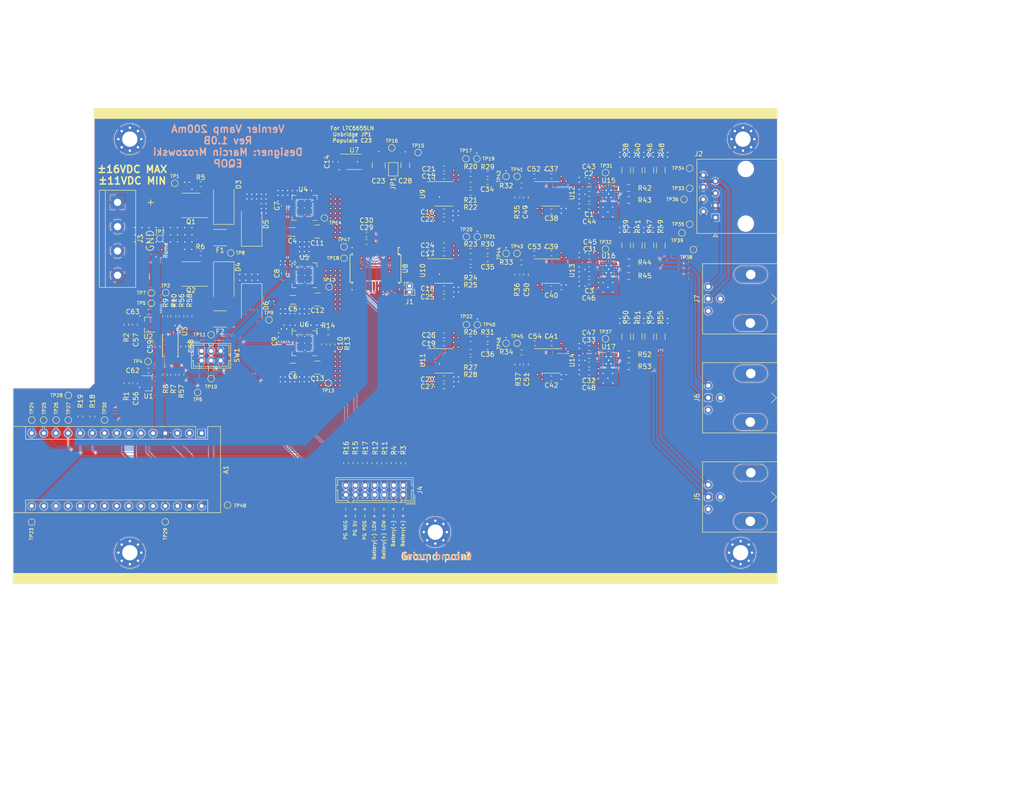
<source format=kicad_pcb>
(kicad_pcb (version 20171130) (host pcbnew "(5.1.5)-3")
  (layers (0 F.Cu signal) (1 GND.Cu power) (2 PWR.Cu power) (31 B.Cu signal) (34 B.Paste user) (35 F.Paste user) (36 B.SilkS user) (37 F.SilkS user) (38 B.Mask user) (39 F.Mask user) (44 Edge.Cuts user))
  (net 0 "")
  (net 1 /DAC/CLK)
  (net 2 /DAC/SDI)
  (net 3 /DAC/SDO)
  (net 4 GNDD)
  (net 5 /DAC/~CS)
  (net 6 /DAC/~RS)
  (net 7 /DAC/~LDAC)
  (net 8 /DAC/MSB)
  (net 9 "Net-(A1-Pad26)")
  (net 10 "Net-(A1-Pad25)")
  (net 11 "Net-(A1-Pad9)")
  (net 12 "Net-(A1-Pad24)")
  (net 13 "Net-(A1-Pad8)")
  (net 14 "Net-(A1-Pad23)")
  (net 15 "Net-(A1-Pad7)")
  (net 16 "Net-(A1-Pad22)")
  (net 17 "Net-(A1-Pad6)")
  (net 18 "Net-(A1-Pad21)")
  (net 19 "Net-(A1-Pad5)")
  (net 20 "Net-(A1-Pad20)")
  (net 21 "Net-(A1-Pad19)")
  (net 22 "Net-(A1-Pad18)")
  (net 23 "Net-(A1-Pad2)")
  (net 24 "Net-(A1-Pad17)")
  (net 25 "Net-(A1-Pad1)")
  (net 26 GND)
  (net 27 "Net-(C7-Pad1)")
  (net 28 "Net-(C8-Pad1)")
  (net 29 "Net-(C9-Pad1)")
  (net 30 "Net-(C10-Pad2)")
  (net 31 +5V)
  (net 32 "Net-(C23-Pad1)")
  (net 33 /DAC/Vref_2.5V)
  (net 34 /Channel_Outputs/4Q_DAC_OUT_1)
  (net 35 "Net-(C34-Pad1)")
  (net 36 /Channel_Outputs/4Q_DAC_OUT_2)
  (net 37 "Net-(C35-Pad1)")
  (net 38 /Channel_Outputs/4Q_DAC_OUT_3)
  (net 39 "Net-(C36-Pad1)")
  (net 40 "Net-(C49-Pad1)")
  (net 41 "Net-(C50-Pad1)")
  (net 42 "Net-(C51-Pad1)")
  (net 43 "Net-(C52-Pad2)")
  (net 44 "Net-(C52-Pad1)")
  (net 45 "Net-(C53-Pad2)")
  (net 46 "Net-(C53-Pad1)")
  (net 47 "Net-(C54-Pad2)")
  (net 48 "Net-(C54-Pad1)")
  (net 49 +BATT)
  (net 50 -BATT)
  (net 51 "Net-(D3-Pad2)")
  (net 52 "Net-(D3-Pad1)")
  (net 53 "Net-(D4-Pad2)")
  (net 54 "Net-(D4-Pad1)")
  (net 55 /DAC/Rrb_D)
  (net 56 /DAC/Iout_D)
  (net 57 /Channel_Outputs/Coil_Iout_R3)
  (net 58 /Channel_Outputs/Coil_Iout_3)
  (net 59 /Channel_Outputs/Coil_Iout_R2)
  (net 60 /Channel_Outputs/Coil_Iout_2)
  (net 61 /Channel_Outputs/Coil_Iout_R1)
  (net 62 /Channel_Outputs/Coil_Iout_1)
  (net 63 +5VD)
  (net 64 "Net-(R10-Pad1)")
  (net 65 "Net-(R21-Pad1)")
  (net 66 "Net-(R24-Pad1)")
  (net 67 "Net-(R27-Pad1)")
  (net 68 "Net-(R42-Pad2)")
  (net 69 "Net-(R43-Pad2)")
  (net 70 "Net-(R44-Pad2)")
  (net 71 "Net-(R45-Pad2)")
  (net 72 "Net-(R52-Pad2)")
  (net 73 "Net-(R53-Pad2)")
  (net 74 /Power/-EN)
  (net 75 "Net-(U4-Pad8)")
  (net 76 "Net-(U4-Pad4)")
  (net 77 "Net-(U5-Pad12)")
  (net 78 "Net-(U5-Pad10)")
  (net 79 "Net-(U5-Pad9)")
  (net 80 "Net-(U5-Pad5)")
  (net 81 "Net-(U5-Pad4)")
  (net 82 "Net-(U11-Pad2)")
  (net 83 "Net-(U10-Pad2)")
  (net 84 "Net-(U8-Pad2)")
  (net 85 "Net-(U12-Pad6)")
  (net 86 "Net-(U13-Pad6)")
  (net 87 "Net-(U14-Pad6)")
  (net 88 /Power/-12VDC_bat)
  (net 89 /Power/+12VDC_bat)
  (net 90 "Net-(U4-Pad10)")
  (net 91 "Net-(U4-Pad6)")
  (net 92 +12V_batt_post)
  (net 93 "Net-(A1-Pad28)")
  (net 94 "Net-(A1-Pad3)")
  (net 95 -7V5)
  (net 96 +7V5)
  (net 97 /Power/Battery_Management/+5V_c_ref)
  (net 98 /Power/Battery_Management/-5V_c_ref)
  (net 99 /Power/Battery_Management/-7.5_PG_C)
  (net 100 /Power/Battery_Management/+5_PG_A)
  (net 101 /Power/Battery_Management/+7.5_PG_A)
  (net 102 /Power/Battery_Management/Battery-_LOW_A)
  (net 103 /Power/Battery_Management/Battery+_LOW_A)
  (net 104 /Power/Battery_Management/Battery-_A)
  (net 105 /Power/Battery_Management/Battery+_C)
  (net 106 /Power/Battery_Management/Battery-_LOW_C)
  (net 107 /Power/Battery_Management/Battery+_LOW_C)
  (net 108 "Net-(R57-Pad2)")
  (net 109 "Net-(R56-Pad1)")
  (module TestPoint:TestPoint_Pad_D1.0mm (layer F.Cu) (at 71.44 130.8035)
    (fp_text reference TP48 (at 2.6035 0.127) (layer F.SilkS) (effects (font (size 0.7 0.7) (thickness 0.127))))
    (fp_text value TestPoint_Probe)
    (pad 1 smd circle (at 0 0) (size 1 1) (layers F.Cu F.Mask) (net 92 +12V_batt_post))
  )
  (module TestPoint:TestPoint_Pad_D1.0mm (layer F.Cu) (at 38.1279 107.8419)
    (fp_text reference TP28 (at -2.45 0) (layer F.SilkS) (effects (font (size 0.7 0.7) (thickness 0.127))))
    (fp_text value TestPoint_Probe)
    (pad 1 smd circle (at 0 0) (size 1 1) (layers F.Cu F.Mask) (net 8 /DAC/MSB))
  )
  (module Resistor_SMD:R_0603_1608Metric_Pad1.05x0.95mm_HandSolder (layer F.Cu) (at 40.6425 112.25 90)
    (fp_text reference R19 (at 3.175 0.02 90) (layer F.SilkS))
    (fp_text value 10k)
    (pad 2 smd roundrect (at 0.875 0 90) (size 1.05 0.95) (layers F.Cu F.Paste F.Mask) (net 63 +5VD))
    (pad 1 smd roundrect (at -0.875 0 90) (size 1.05 0.95) (layers F.Cu F.Paste F.Mask) (net 8 /DAC/MSB))
  )
  (module Module:Arduino_Nano (layer F.Cu) (at 66.027 115.75 270)
    (fp_text reference A1 (at 7.62 -5.08 90) (layer F.SilkS))
    (fp_text value Arduino_Nano_v3.x)
    (pad 16 thru_hole oval (at 15.24 35.56 270) (size 1.6 1.6) (drill 0.8) (layers *.Cu *.Mask) (net 1 /DAC/CLK))
    (pad 15 thru_hole oval (at 0 35.56 270) (size 1.6 1.6) (drill 0.8) (layers *.Cu *.Mask) (net 2 /DAC/SDI))
    (pad 30 thru_hole oval (at 15.24 0 270) (size 1.6 1.6) (drill 0.8) (layers *.Cu *.Mask) (net 92 +12V_batt_post))
    (pad 14 thru_hole oval (at 0 33.02 270) (size 1.6 1.6) (drill 0.8) (layers *.Cu *.Mask) (net 3 /DAC/SDO))
    (pad 29 thru_hole oval (at 15.24 2.54 270) (size 1.6 1.6) (drill 0.8) (layers *.Cu *.Mask) (net 4 GNDD))
    (pad 13 thru_hole oval (at 0 30.48 270) (size 1.6 1.6) (drill 0.8) (layers *.Cu *.Mask) (net 5 /DAC/~CS))
    (pad 28 thru_hole oval (at 15.24 5.08 270) (size 1.6 1.6) (drill 0.8) (layers *.Cu *.Mask) (net 93 "Net-(A1-Pad28)"))
    (pad 12 thru_hole oval (at 0 27.94 270) (size 1.6 1.6) (drill 0.8) (layers *.Cu *.Mask) (net 7 /DAC/~LDAC))
    (pad 27 thru_hole oval (at 15.24 7.62 270) (size 1.6 1.6) (drill 0.8) (layers *.Cu *.Mask) (net 63 +5VD))
    (pad 11 thru_hole oval (at 0 25.4 270) (size 1.6 1.6) (drill 0.8) (layers *.Cu *.Mask) (net 8 /DAC/MSB))
    (pad 26 thru_hole oval (at 15.24 10.16 270) (size 1.6 1.6) (drill 0.8) (layers *.Cu *.Mask) (net 9 "Net-(A1-Pad26)"))
    (pad 10 thru_hole oval (at 0 22.86 270) (size 1.6 1.6) (drill 0.8) (layers *.Cu *.Mask) (net 6 /DAC/~RS))
    (pad 25 thru_hole oval (at 15.24 12.7 270) (size 1.6 1.6) (drill 0.8) (layers *.Cu *.Mask) (net 10 "Net-(A1-Pad25)"))
    (pad 9 thru_hole oval (at 0 20.32 270) (size 1.6 1.6) (drill 0.8) (layers *.Cu *.Mask) (net 11 "Net-(A1-Pad9)"))
    (pad 24 thru_hole oval (at 15.24 15.24 270) (size 1.6 1.6) (drill 0.8) (layers *.Cu *.Mask) (net 12 "Net-(A1-Pad24)"))
    (pad 8 thru_hole oval (at 0 17.78 270) (size 1.6 1.6) (drill 0.8) (layers *.Cu *.Mask) (net 13 "Net-(A1-Pad8)"))
    (pad 23 thru_hole oval (at 15.24 17.78 270) (size 1.6 1.6) (drill 0.8) (layers *.Cu *.Mask) (net 14 "Net-(A1-Pad23)"))
    (pad 7 thru_hole oval (at 0 15.24 270) (size 1.6 1.6) (drill 0.8) (layers *.Cu *.Mask) (net 15 "Net-(A1-Pad7)"))
    (pad 22 thru_hole oval (at 15.24 20.32 270) (size 1.6 1.6) (drill 0.8) (layers *.Cu *.Mask) (net 16 "Net-(A1-Pad22)"))
    (pad 6 thru_hole oval (at 0 12.7 270) (size 1.6 1.6) (drill 0.8) (layers *.Cu *.Mask) (net 17 "Net-(A1-Pad6)"))
    (pad 21 thru_hole oval (at 15.24 22.86 270) (size 1.6 1.6) (drill 0.8) (layers *.Cu *.Mask) (net 18 "Net-(A1-Pad21)"))
    (pad 5 thru_hole oval (at 0 10.16 270) (size 1.6 1.6) (drill 0.8) (layers *.Cu *.Mask) (net 19 "Net-(A1-Pad5)"))
    (pad 20 thru_hole oval (at 15.24 25.4 270) (size 1.6 1.6) (drill 0.8) (layers *.Cu *.Mask) (net 20 "Net-(A1-Pad20)"))
    (pad 4 thru_hole oval (at 0 7.62 270) (size 1.6 1.6) (drill 0.8) (layers *.Cu *.Mask) (net 4 GNDD))
    (pad 19 thru_hole oval (at 15.24 27.94 270) (size 1.6 1.6) (drill 0.8) (layers *.Cu *.Mask) (net 21 "Net-(A1-Pad19)"))
    (pad 3 thru_hole oval (at 0 5.08 270) (size 1.6 1.6) (drill 0.8) (layers *.Cu *.Mask) (net 94 "Net-(A1-Pad3)"))
    (pad 18 thru_hole oval (at 15.24 30.48 270) (size 1.6 1.6) (drill 0.8) (layers *.Cu *.Mask) (net 22 "Net-(A1-Pad18)"))
    (pad 2 thru_hole oval (at 0 2.54 270) (size 1.6 1.6) (drill 0.8) (layers *.Cu *.Mask) (net 23 "Net-(A1-Pad2)"))
    (pad 17 thru_hole oval (at 15.24 33.02 270) (size 1.6 1.6) (drill 0.8) (layers *.Cu *.Mask) (net 24 "Net-(A1-Pad17)"))
    (pad 1 thru_hole rect (at 0 0 270) (size 1.6 1.6) (drill 0.8) (layers *.Cu *.Mask) (net 25 "Net-(A1-Pad1)"))
  )
  (module Resistor_SMD:R_0603_1608Metric_Pad1.05x0.95mm_HandSolder (layer F.Cu) (at 63.48 91.2869 90)
    (fp_text reference R58 (at 3.2824 0.0225 90) (layer F.SilkS))
    (fp_text value 133k)
    (pad 2 smd roundrect (at 0.875 0 90) (size 1.05 0.95) (layers F.Cu F.Paste F.Mask) (net 109 "Net-(R56-Pad1)"))
    (pad 1 smd roundrect (at -0.875 0 90) (size 1.05 0.95) (layers F.Cu F.Paste F.Mask) (net 106 /Power/Battery_Management/Battery-_LOW_C))
  )
  (module Resistor_SMD:R_0603_1608Metric_Pad1.05x0.95mm_HandSolder (layer F.Cu) (at 61.788 103.5353 270)
    (fp_text reference R57 (at 3.4557 0 90) (layer F.SilkS))
    (fp_text value 2M)
    (pad 2 smd roundrect (at 0.875 0 270) (size 1.05 0.95) (layers F.Cu F.Paste F.Mask) (net 108 "Net-(R57-Pad2)"))
    (pad 1 smd roundrect (at -0.875 0 270) (size 1.05 0.95) (layers F.Cu F.Paste F.Mask) (net 107 /Power/Battery_Management/Battery+_LOW_C))
  )
  (module Resistor_SMD:R_0603_1608Metric_Pad1.05x0.95mm_HandSolder (layer F.Cu) (at 61.788 91.2869 90)
    (fp_text reference R56 (at 3.2824 0.0635 90) (layer F.SilkS))
    (fp_text value 3k)
    (pad 2 smd roundrect (at 0.875 0 90) (size 1.05 0.95) (layers F.Cu F.Paste F.Mask) (net 98 /Power/Battery_Management/-5V_c_ref))
    (pad 1 smd roundrect (at -0.875 0 90) (size 1.05 0.95) (layers F.Cu F.Paste F.Mask) (net 109 "Net-(R56-Pad1)"))
  )
  (module Connector_Hirose:Hirose_DF11-6DP-2DSA_2x03_P2.00mm_Vertical (layer F.Cu) (at 66 98.55)
    (fp_text reference SW1 (at 7.4 0.9 90) (layer F.SilkS))
    (fp_text value DPDT_Hirose)
    (pad 6 thru_hole oval (at 4 2) (size 1.2 1.65) (drill 0.85) (layers *.Cu *.Mask) (net 26 GND))
    (pad 4 thru_hole oval (at 2 2) (size 1.2 1.65) (drill 0.85) (layers *.Cu *.Mask) (net 92 +12V_batt_post))
    (pad 2 thru_hole oval (at 0 2) (size 1.2 1.65) (drill 0.85) (layers *.Cu *.Mask) (net 89 /Power/+12VDC_bat))
    (pad 5 thru_hole oval (at 4 0) (size 1.2 1.65) (drill 0.85) (layers *.Cu *.Mask) (net 26 GND))
    (pad 3 thru_hole oval (at 2 0) (size 1.2 1.65) (drill 0.85) (layers *.Cu *.Mask) (net 74 /Power/-EN))
    (pad 1 thru_hole roundrect (at 0 0) (size 1.2 1.65) (drill 0.85) (layers *.Cu *.Mask) (roundrect_rratio 0.208333) (net 88 /Power/-12VDC_bat))
  )
  (module Connector_Hirose:Hirose_DF11-14DP-2DSA_2x07_P2.00mm_Vertical (layer F.Cu) (at 108.2 128.65 180)
    (fp_text reference J4 (at -3.5 1 90) (layer F.SilkS))
    (fp_text value Conn_02x07_Odd_Even)
    (pad 14 thru_hole oval (at 12 2 180) (size 1.2 1.65) (drill 0.85) (layers *.Cu *.Mask) (net 99 /Power/Battery_Management/-7.5_PG_C))
    (pad 12 thru_hole oval (at 10 2 180) (size 1.2 1.65) (drill 0.85) (layers *.Cu *.Mask) (net 100 /Power/Battery_Management/+5_PG_A))
    (pad 10 thru_hole oval (at 8 2 180) (size 1.2 1.65) (drill 0.85) (layers *.Cu *.Mask) (net 101 /Power/Battery_Management/+7.5_PG_A))
    (pad 8 thru_hole oval (at 6 2 180) (size 1.2 1.65) (drill 0.85) (layers *.Cu *.Mask) (net 102 /Power/Battery_Management/Battery-_LOW_A))
    (pad 6 thru_hole oval (at 4 2 180) (size 1.2 1.65) (drill 0.85) (layers *.Cu *.Mask) (net 103 /Power/Battery_Management/Battery+_LOW_A))
    (pad 4 thru_hole oval (at 2 2 180) (size 1.2 1.65) (drill 0.85) (layers *.Cu *.Mask) (net 104 /Power/Battery_Management/Battery-_A))
    (pad 2 thru_hole oval (at 0 2 180) (size 1.2 1.65) (drill 0.85) (layers *.Cu *.Mask) (net 105 /Power/Battery_Management/Battery+_C))
    (pad 13 thru_hole oval (at 12 0 180) (size 1.2 1.65) (drill 0.85) (layers *.Cu *.Mask) (net 26 GND))
    (pad 11 thru_hole oval (at 10 0 180) (size 1.2 1.65) (drill 0.85) (layers *.Cu *.Mask) (net 26 GND))
    (pad 9 thru_hole oval (at 8 0 180) (size 1.2 1.65) (drill 0.85) (layers *.Cu *.Mask) (net 26 GND))
    (pad 7 thru_hole oval (at 6 0 180) (size 1.2 1.65) (drill 0.85) (layers *.Cu *.Mask) (net 106 /Power/Battery_Management/Battery-_LOW_C))
    (pad 5 thru_hole oval (at 4 0 180) (size 1.2 1.65) (drill 0.85) (layers *.Cu *.Mask) (net 107 /Power/Battery_Management/Battery+_LOW_C))
    (pad 3 thru_hole oval (at 2 0 180) (size 1.2 1.65) (drill 0.85) (layers *.Cu *.Mask) (net 50 -BATT))
    (pad 1 thru_hole roundrect (at 0 0 180) (size 1.2 1.65) (drill 0.85) (layers *.Cu *.Mask) (roundrect_rratio 0.208) (net 49 +BATT))
  )
  (module Capacitor_SMD:C_1206_3216Metric_Pad1.42x1.75mm_HandSolder (layer F.Cu) (at 108.625 59.7 90)
    (fp_text reference C28 (at -3.275 -0.025 180) (layer F.SilkS))
    (fp_text value 10u)
    (pad 2 smd roundrect (at 1.4875 0 90) (size 1.425 1.75) (layers F.Cu F.Paste F.Mask) (roundrect_rratio 0.175439) (net 26 GND))
    (pad 1 smd roundrect (at -1.4875 0 90) (size 1.425 1.75) (layers F.Cu F.Paste F.Mask) (roundrect_rratio 0.175439) (net 33 /DAC/Vref_2.5V))
  )
  (module Capacitor_SMD:C_0603_1608Metric_Pad1.05x0.95mm_HandSolder (layer F.Cu) (at 91.605 97.18 90)
    (fp_text reference C10 (at 0.18 3.395 90) (layer F.SilkS))
    (fp_text value 10n)
    (pad 2 smd roundrect (at 0.875 0 90) (size 1.05 0.95) (layers F.Cu F.Paste F.Mask) (net 30 "Net-(C10-Pad2)"))
    (pad 1 smd roundrect (at -0.875 0 90) (size 1.05 0.95) (layers F.Cu F.Paste F.Mask) (net 95 -7V5))
  )
  (module Capacitor_SMD:C_1206_3216Metric_Pad1.42x1.75mm_HandSolder (layer F.Cu) (at 85.1 102.02)
    (fp_text reference C6 (at 0 1.83) (layer F.SilkS))
    (fp_text value 10u)
    (pad 2 smd roundrect (at 1.4875 0) (size 1.425 1.75) (layers F.Cu F.Paste F.Mask) (roundrect_rratio 0.175439) (net 26 GND))
    (pad 1 smd roundrect (at -1.4875 0) (size 1.425 1.75) (layers F.Cu F.Paste F.Mask) (roundrect_rratio 0.175439) (net 88 /Power/-12VDC_bat))
  )
  (module Capacitor_SMD:C_1206_3216Metric_Pad1.42x1.75mm_HandSolder (layer F.Cu) (at 85.1 87.85)
    (fp_text reference C5 (at 0 1.9) (layer F.SilkS))
    (fp_text value 10u)
    (pad 2 smd roundrect (at 1.4875 0) (size 1.425 1.75) (layers F.Cu F.Paste F.Mask) (roundrect_rratio 0.175439) (net 26 GND))
    (pad 1 smd roundrect (at -1.4875 0) (size 1.425 1.75) (layers F.Cu F.Paste F.Mask) (roundrect_rratio 0.175439) (net 89 /Power/+12VDC_bat))
  )
  (module Capacitor_SMD:C_1206_3216Metric_Pad1.42x1.75mm_HandSolder (layer F.Cu) (at 85 73.65)
    (fp_text reference C4 (at 0 1.9) (layer F.SilkS))
    (fp_text value 10u)
    (pad 2 smd roundrect (at 1.4875 0) (size 1.425 1.75) (layers F.Cu F.Paste F.Mask) (roundrect_rratio 0.175439) (net 26 GND))
    (pad 1 smd roundrect (at -1.4875 0) (size 1.425 1.75) (layers F.Cu F.Paste F.Mask) (roundrect_rratio 0.175439) (net 89 /Power/+12VDC_bat))
  )
  (module Resistor_SMD:R_0805_2012Metric_Pad1.15x1.40mm_HandSolder (layer F.Cu) (at 155.34 101.75 180)
    (fp_text reference R53 (at -3.36 -0.057) (layer F.SilkS))
    (fp_text value 4.7R)
    (pad 2 smd roundrect (at 1.025 0 180) (size 1.15 1.4) (layers F.Cu F.Paste F.Mask) (roundrect_rratio 0.217391) (net 73 "Net-(R53-Pad2)"))
    (pad 1 smd roundrect (at -1.025 0 180) (size 1.15 1.4) (layers F.Cu F.Paste F.Mask) (roundrect_rratio 0.217391) (net 58 /Channel_Outputs/Coil_Iout_3))
  )
  (module Resistor_SMD:R_0805_2012Metric_Pad1.15x1.40mm_HandSolder (layer F.Cu) (at 155.354 99.25 180)
    (fp_text reference R52 (at -3.346 -0.051) (layer F.SilkS))
    (fp_text value 4.7R)
    (pad 2 smd roundrect (at 1.025 0 180) (size 1.15 1.4) (layers F.Cu F.Paste F.Mask) (roundrect_rratio 0.217391) (net 72 "Net-(R52-Pad2)"))
    (pad 1 smd roundrect (at -1.025 0 180) (size 1.15 1.4) (layers F.Cu F.Paste F.Mask) (roundrect_rratio 0.217391) (net 58 /Channel_Outputs/Coil_Iout_3))
  )
  (module Resistor_SMD:R_0805_2012Metric_Pad1.15x1.40mm_HandSolder (layer F.Cu) (at 155.354 82.843 180)
    (fp_text reference R45 (at -3.346 -0.007) (layer F.SilkS))
    (fp_text value 4.7R)
    (pad 2 smd roundrect (at 1.025 0 180) (size 1.15 1.4) (layers F.Cu F.Paste F.Mask) (roundrect_rratio 0.217391) (net 71 "Net-(R45-Pad2)"))
    (pad 1 smd roundrect (at -1.025 0 180) (size 1.15 1.4) (layers F.Cu F.Paste F.Mask) (roundrect_rratio 0.217391) (net 60 /Channel_Outputs/Coil_Iout_2))
  )
  (module Resistor_SMD:R_0805_2012Metric_Pad1.15x1.40mm_HandSolder (layer F.Cu) (at 155.34 80.049 180)
    (fp_text reference R44 (at -3.36 -0.001) (layer F.SilkS))
    (fp_text value 4.7R)
    (pad 2 smd roundrect (at 1.025 0 180) (size 1.15 1.4) (layers F.Cu F.Paste F.Mask) (roundrect_rratio 0.217391) (net 70 "Net-(R44-Pad2)"))
    (pad 1 smd roundrect (at -1.025 0 180) (size 1.15 1.4) (layers F.Cu F.Paste F.Mask) (roundrect_rratio 0.217391) (net 60 /Channel_Outputs/Coil_Iout_2))
  )
  (module Resistor_SMD:R_0805_2012Metric_Pad1.15x1.40mm_HandSolder (layer F.Cu) (at 155.34 66.95 180)
    (fp_text reference R43 (at -3.36 -0.055) (layer F.SilkS))
    (fp_text value 4.7R)
    (pad 2 smd roundrect (at 1.025 0 180) (size 1.15 1.4) (layers F.Cu F.Paste F.Mask) (roundrect_rratio 0.217391) (net 69 "Net-(R43-Pad2)"))
    (pad 1 smd roundrect (at -1.025 0 180) (size 1.15 1.4) (layers F.Cu F.Paste F.Mask) (roundrect_rratio 0.217391) (net 62 /Channel_Outputs/Coil_Iout_1))
  )
  (module Resistor_SMD:R_0805_2012Metric_Pad1.15x1.40mm_HandSolder (layer F.Cu) (at 155.34 64.45 180)
    (fp_text reference R42 (at -3.36 -0.049) (layer F.SilkS))
    (fp_text value 4.7R)
    (pad 2 smd roundrect (at 1.025 0 180) (size 1.15 1.4) (layers F.Cu F.Paste F.Mask) (roundrect_rratio 0.217391) (net 68 "Net-(R42-Pad2)"))
    (pad 1 smd roundrect (at -1.025 0 180) (size 1.15 1.4) (layers F.Cu F.Paste F.Mask) (roundrect_rratio 0.217391) (net 62 /Channel_Outputs/Coil_Iout_1))
  )
  (module TestPoint:TestPoint_Pad_D1.0mm (layer F.Cu) (at 95.8 76.75)
    (fp_text reference TP47 (at 0 -1.448) (layer F.SilkS) (effects (font (size 0.7 0.7) (thickness 0.127))))
    (fp_text value TestPoint_Probe)
    (pad 1 smd circle (at 0 0) (size 1 1) (layers F.Cu F.Mask) (net 26 GND))
  )
  (module TestPoint:TestPoint_Pad_D1.0mm (layer F.Cu) (at 129.7 96.95)
    (fp_text reference TP46 (at -1.5 0 90) (layer F.SilkS) (effects (font (size 0.7 0.7) (thickness 0.127))))
    (fp_text value TestPoint_Probe)
    (pad 1 smd circle (at 0 0) (size 1 1) (layers F.Cu F.Mask) (net 26 GND))
  )
  (module TestPoint:TestPoint_Pad_D1.0mm (layer F.Cu) (at 132 96.95)
    (fp_text reference TP45 (at 0 -1.448) (layer F.SilkS) (effects (font (size 0.7 0.7) (thickness 0.127))))
    (fp_text value TestPoint_Probe)
    (pad 1 smd circle (at 0 0) (size 1 1) (layers F.Cu F.Mask) (net 38 /Channel_Outputs/4Q_DAC_OUT_3))
  )
  (module TestPoint:TestPoint_Pad_D1.0mm (layer F.Cu) (at 129.7 78.15)
    (fp_text reference TP44 (at -1.5 0 90) (layer F.SilkS) (effects (font (size 0.7 0.7) (thickness 0.127))))
    (fp_text value TestPoint_Probe)
    (pad 1 smd circle (at 0 0) (size 1 1) (layers F.Cu F.Mask) (net 26 GND))
  )
  (module TestPoint:TestPoint_Pad_D1.0mm (layer F.Cu) (at 132 78.15)
    (fp_text reference TP43 (at 0 -1.448) (layer F.SilkS) (effects (font (size 0.7 0.7) (thickness 0.127))))
    (fp_text value TestPoint_Probe)
    (pad 1 smd circle (at 0 0) (size 1 1) (layers F.Cu F.Mask) (net 36 /Channel_Outputs/4Q_DAC_OUT_2))
  )
  (module TestPoint:TestPoint_Pad_D1.0mm (layer F.Cu) (at 129.7 62.05)
    (fp_text reference TP42 (at -1.5 0 90) (layer F.SilkS) (effects (font (size 0.7 0.7) (thickness 0.127))))
    (fp_text value TestPoint_Probe)
    (pad 1 smd circle (at 0 0) (size 1 1) (layers F.Cu F.Mask) (net 26 GND))
  )
  (module TestPoint:TestPoint_Pad_D1.0mm (layer F.Cu) (at 132 62.05)
    (fp_text reference TP41 (at 0 -1.448) (layer F.SilkS) (effects (font (size 0.7 0.7) (thickness 0.127))))
    (fp_text value TestPoint_Probe)
    (pad 1 smd circle (at 0 0) (size 1 1) (layers F.Cu F.Mask) (net 34 /Channel_Outputs/4Q_DAC_OUT_1))
  )
  (module TestPoint:TestPoint_Pad_D1.0mm (layer F.Cu) (at 123.7 93.05)
    (fp_text reference TP40 (at 2.5 0) (layer F.SilkS) (effects (font (size 0.7 0.7) (thickness 0.127))))
    (fp_text value TestPoint_Probe)
    (pad 1 smd circle (at 0 0) (size 1 1) (layers F.Cu F.Mask) (net 26 GND))
  )
  (module TestPoint:TestPoint_Pad_D1.0mm (layer F.Cu) (at 166.5 73.85)
    (fp_text reference TP39 (at -1 1.6) (layer F.SilkS) (effects (font (size 0.7 0.7) (thickness 0.127))))
    (fp_text value TestPoint_Probe)
    (pad 1 smd circle (at 0 0) (size 1 1) (layers F.Cu F.Mask) (net 57 /Channel_Outputs/Coil_Iout_R3))
  )
  (module TestPoint:TestPoint_Pad_D1.0mm (layer F.Cu) (at 168.9 77.35)
    (fp_text reference TP38 (at -1.5 1.6) (layer F.SilkS) (effects (font (size 0.7 0.7) (thickness 0.127))))
    (fp_text value TestPoint_Probe)
    (pad 1 smd circle (at 0 0) (size 1 1) (layers F.Cu F.Mask) (net 58 /Channel_Outputs/Coil_Iout_3))
  )
  (module TestPoint:TestPoint_Pad_D1.0mm (layer F.Cu) (at 150.5 96)
    (fp_text reference TP37 (at 0 -1.448) (layer F.SilkS) (effects (font (size 0.7 0.7) (thickness 0.127))))
    (fp_text value TestPoint_Probe)
    (pad 1 smd circle (at 0 0) (size 1 1) (layers F.Cu F.Mask) (net 48 "Net-(C54-Pad1)"))
  )
  (module TestPoint:TestPoint_Pad_D1.0mm (layer F.Cu) (at 166.9 66.85)
    (fp_text reference TP36 (at -2.4 0) (layer F.SilkS) (effects (font (size 0.7 0.7) (thickness 0.127))))
    (fp_text value TestPoint_Probe)
    (pad 1 smd circle (at 0 0) (size 1 1) (layers F.Cu F.Mask) (net 59 /Channel_Outputs/Coil_Iout_R2))
  )
  (module TestPoint:TestPoint_Pad_D1.0mm (layer F.Cu) (at 168.1 72.05)
    (fp_text reference TP35 (at -2.4 0) (layer F.SilkS) (effects (font (size 0.7 0.7) (thickness 0.127))))
    (fp_text value TestPoint_Probe)
    (pad 1 smd circle (at 0 0) (size 1 1) (layers F.Cu F.Mask) (net 60 /Channel_Outputs/Coil_Iout_2))
  )
  (module TestPoint:TestPoint_Pad_D1.0mm (layer F.Cu) (at 168.1 60.35)
    (fp_text reference TP34 (at -2.4 0) (layer F.SilkS) (effects (font (size 0.7 0.7) (thickness 0.127))))
    (fp_text value TestPoint_Probe)
    (pad 1 smd circle (at 0 0) (size 1 1) (layers F.Cu F.Mask) (net 61 /Channel_Outputs/Coil_Iout_R1))
  )
  (module TestPoint:TestPoint_Pad_D1.0mm (layer F.Cu) (at 168.1 64.55)
    (fp_text reference TP33 (at -2.4 0) (layer F.SilkS) (effects (font (size 0.7 0.7) (thickness 0.127))))
    (fp_text value TestPoint_Probe)
    (pad 1 smd circle (at 0 0) (size 1 1) (layers F.Cu F.Mask) (net 62 /Channel_Outputs/Coil_Iout_1))
  )
  (module TestPoint:TestPoint_Pad_D1.0mm (layer F.Cu) (at 150.5 77.25)
    (fp_text reference TP32 (at 0 -1.448) (layer F.SilkS) (effects (font (size 0.7 0.7) (thickness 0.127))))
    (fp_text value TestPoint_Probe)
    (pad 1 smd circle (at 0 0) (size 1 1) (layers F.Cu F.Mask) (net 46 "Net-(C53-Pad1)"))
  )
  (module TestPoint:TestPoint_Pad_D1.0mm (layer F.Cu) (at 150.5 61.25)
    (fp_text reference TP31 (at 0.2 -1.41) (layer F.SilkS) (effects (font (size 0.7 0.7) (thickness 0.127))))
    (fp_text value TestPoint_Probe)
    (pad 1 smd circle (at 0 0) (size 1 1) (layers F.Cu F.Mask) (net 44 "Net-(C52-Pad1)"))
  )
  (module TestPoint:TestPoint_Pad_D1.0mm (layer F.Cu) (at 45.7098 112.9854 90)
    (fp_text reference TP30 (at 2.45 0 90) (layer F.SilkS) (effects (font (size 0.7 0.7) (thickness 0.127))))
    (fp_text value TestPoint_Probe)
    (pad 1 smd circle (at 0 0 90) (size 1 1) (layers F.Cu F.Mask) (net 6 /DAC/~RS))
  )
  (module TestPoint:TestPoint_Pad_D1.0mm (layer F.Cu) (at 58.4225 134.296 90)
    (fp_text reference TP29 (at -2.54 0 270) (layer F.SilkS) (effects (font (size 0.7 0.7) (thickness 0.127))))
    (fp_text value TestPoint_Probe)
    (pad 1 smd circle (at 0 0 90) (size 1 1) (layers F.Cu F.Mask) (net 63 +5VD))
  )
  (module TestPoint:TestPoint_Pad_D1.0mm (layer F.Cu) (at 38.125 113 90)
    (fp_text reference TP27 (at 2.45 0.05 270) (layer F.SilkS) (effects (font (size 0.7 0.7) (thickness 0.127))))
    (fp_text value TestPoint_Probe)
    (pad 1 smd circle (at 0 0 90) (size 1 1) (layers F.Cu F.Mask) (net 7 /DAC/~LDAC))
  )
  (module TestPoint:TestPoint_Pad_D1.0mm (layer F.Cu) (at 35.575 113 90)
    (fp_text reference TP26 (at 2.45 0 270) (layer F.SilkS) (effects (font (size 0.7 0.7) (thickness 0.127))))
    (fp_text value TestPoint_Probe)
    (pad 1 smd circle (at 0 0 90) (size 1 1) (layers F.Cu F.Mask) (net 5 /DAC/~CS))
  )
  (module TestPoint:TestPoint_Pad_D1.0mm (layer F.Cu) (at 32.975 113 90)
    (fp_text reference TP25 (at 2.45 0.1 90) (layer F.SilkS) (effects (font (size 0.7 0.7) (thickness 0.127))))
    (fp_text value TestPoint_Probe)
    (pad 1 smd circle (at 0 0 90) (size 1 1) (layers F.Cu F.Mask) (net 3 /DAC/SDO))
  )
  (module TestPoint:TestPoint_Pad_D1.0mm (layer F.Cu) (at 30.475 113 90)
    (fp_text reference TP24 (at 2.45 0 90) (layer F.SilkS) (effects (font (size 0.7 0.7) (thickness 0.127))))
    (fp_text value TestPoint_Probe)
    (pad 1 smd circle (at 0 0 90) (size 1 1) (layers F.Cu F.Mask) (net 2 /DAC/SDI))
  )
  (module TestPoint:TestPoint_Pad_D1.0mm (layer F.Cu) (at 30.475 134.3595 90)
    (fp_text reference TP23 (at -2.4765 -0.056 90) (layer F.SilkS) (effects (font (size 0.7 0.7) (thickness 0.127))))
    (fp_text value TestPoint_Probe)
    (pad 1 smd circle (at 0 0 90) (size 1 1) (layers F.Cu F.Mask) (net 1 /DAC/CLK))
  )
  (module TestPoint:TestPoint_Pad_D1.0mm (layer F.Cu) (at 121.4 93.05)
    (fp_text reference TP22 (at 0 -1.7) (layer F.SilkS) (effects (font (size 0.7 0.7) (thickness 0.127))))
    (fp_text value TestPoint_Probe)
    (pad 1 smd circle (at 0 0) (size 1 1) (layers F.Cu F.Mask) (net 33 /DAC/Vref_2.5V))
  )
  (module TestPoint:TestPoint_Pad_D1.0mm (layer F.Cu) (at 123.7 74.65)
    (fp_text reference TP21 (at 2.5 0) (layer F.SilkS) (effects (font (size 0.7 0.7) (thickness 0.127))))
    (fp_text value TestPoint_Probe)
    (pad 1 smd circle (at 0 0) (size 1 1) (layers F.Cu F.Mask) (net 26 GND))
  )
  (module TestPoint:TestPoint_Pad_D1.0mm (layer F.Cu) (at 121.4 74.65)
    (fp_text reference TP20 (at 0 -1.5) (layer F.SilkS) (effects (font (size 0.7 0.7) (thickness 0.127))))
    (fp_text value TestPoint_Probe)
    (pad 1 smd circle (at 0 0) (size 1 1) (layers F.Cu F.Mask) (net 33 /DAC/Vref_2.5V))
  )
  (module TestPoint:TestPoint_Pad_D1.0mm (layer F.Cu) (at 123.6 58.35)
    (fp_text reference TP19 (at 2.4 0) (layer F.SilkS) (effects (font (size 0.7 0.7) (thickness 0.127))))
    (fp_text value TestPoint_Probe)
    (pad 1 smd circle (at 0 0) (size 1 1) (layers F.Cu F.Mask) (net 26 GND))
  )
  (module TestPoint:TestPoint_Pad_D1.0mm (layer F.Cu) (at 95.8 79.15)
    (fp_text reference TP18 (at -2.3 0) (layer F.SilkS) (effects (font (size 0.7 0.7) (thickness 0.127))))
    (fp_text value TestPoint_Probe)
    (pad 1 smd circle (at 0 0) (size 1 1) (layers F.Cu F.Mask) (net 33 /DAC/Vref_2.5V))
  )
  (module TestPoint:TestPoint_Pad_D1.0mm (layer F.Cu) (at 121.3 58.35)
    (fp_text reference TP17 (at 0 -1.7) (layer F.SilkS) (effects (font (size 0.7 0.7) (thickness 0.127))))
    (fp_text value TestPoint_Probe)
    (pad 1 smd circle (at 0 0) (size 1 1) (layers F.Cu F.Mask) (net 33 /DAC/Vref_2.5V))
  )
  (module TestPoint:TestPoint_Pad_D1.0mm (layer F.Cu) (at 105.8 56.05)
    (fp_text reference TP16 (at 0 -1.448) (layer F.SilkS) (effects (font (size 0.7 0.7) (thickness 0.127))))
    (fp_text value TestPoint_Probe)
    (pad 1 smd circle (at 0 0) (size 1 1) (layers F.Cu F.Mask) (net 26 GND))
  )
  (module TestPoint:TestPoint_Pad_D1.0mm (layer F.Cu) (at 111.3 57.05)
    (fp_text reference TP15 (at 0 -1.448) (layer F.SilkS) (effects (font (size 0.7 0.7) (thickness 0.127))))
    (fp_text value TestPoint_Probe)
    (pad 1 smd circle (at 0 0) (size 1 1) (layers F.Cu F.Mask) (net 33 /DAC/Vref_2.5V))
  )
  (module TestPoint:TestPoint_Pad_D1.0mm (layer F.Cu) (at 91.7 70.75)
    (fp_text reference TP14 (at 2.3 1) (layer F.SilkS) (effects (font (size 0.7 0.7) (thickness 0.127))))
    (fp_text value TestPoint_Probe)
    (pad 1 smd circle (at 0 0) (size 1 1) (layers F.Cu F.Mask) (net 96 +7V5))
  )
  (module TestPoint:TestPoint_Pad_D1.0mm (layer F.Cu) (at 92.5 105.25)
    (fp_text reference TP13 (at 0 1.6) (layer F.SilkS) (effects (font (size 0.7 0.7) (thickness 0.127))))
    (fp_text value TestPoint_Probe)
    (pad 1 smd circle (at 0 0) (size 1 1) (layers F.Cu F.Mask) (net 95 -7V5))
  )
  (module TestPoint:TestPoint_Pad_D1.0mm (layer F.Cu) (at 92.7 85.15)
    (fp_text reference TP12 (at 0 -1.448) (layer F.SilkS) (effects (font (size 0.7 0.7) (thickness 0.127))))
    (fp_text value TestPoint_Probe)
    (pad 1 smd circle (at 0 0) (size 1 1) (layers F.Cu F.Mask) (net 31 +5V))
  )
  (module TestPoint:TestPoint_Pad_D1.0mm (layer F.Cu) (at 68 95.15)
    (fp_text reference TP11 (at -2.4 0) (layer F.SilkS) (effects (font (size 0.7 0.7) (thickness 0.127))))
    (fp_text value TestPoint_Probe)
    (pad 1 smd circle (at 0 0) (size 1 1) (layers F.Cu F.Mask) (net 74 /Power/-EN))
  )
  (module TestPoint:TestPoint_Pad_D1.0mm (layer F.Cu) (at 68 104.35)
    (fp_text reference TP10 (at 0 1.7) (layer F.SilkS) (effects (font (size 0.7 0.7) (thickness 0.127))))
    (fp_text value TestPoint_Probe)
    (pad 1 smd circle (at 0 0) (size 1 1) (layers F.Cu F.Mask) (net 92 +12V_batt_post))
  )
  (module TestPoint:TestPoint_Pad_D1.0mm (layer F.Cu) (at 80.1 92.05)
    (fp_text reference TP9 (at 0 -1.448) (layer F.SilkS) (effects (font (size 0.7 0.7) (thickness 0.127))))
    (fp_text value TestPoint_Probe)
    (pad 1 smd circle (at 0 0) (size 1 1) (layers F.Cu F.Mask) (net 88 /Power/-12VDC_bat))
  )
  (module TestPoint:TestPoint_Pad_D1.0mm (layer F.Cu) (at 72.1 78.05)
    (fp_text reference TP8 (at 2 0) (layer F.SilkS) (effects (font (size 0.7 0.7) (thickness 0.127))))
    (fp_text value TestPoint_Probe)
    (pad 1 smd circle (at 0 0) (size 1 1) (layers F.Cu F.Mask) (net 89 /Power/+12VDC_bat))
  )
  (module TestPoint:TestPoint_Pad_D1.0mm (layer F.Cu) (at 55.5015 86.417 180)
    (fp_text reference TP7 (at 2.1 0) (layer F.SilkS) (effects (font (size 0.7 0.7) (thickness 0.127))))
    (fp_text value TestPoint_Probe)
    (pad 1 smd circle (at 0 0 180) (size 1 1) (layers F.Cu F.Mask) (net 64 "Net-(R10-Pad1)"))
  )
  (module TestPoint:TestPoint_Pad_D1.0mm (layer F.Cu) (at 65.2 107.25 180)
    (fp_text reference TP6 (at 0 -1.448) (layer F.SilkS) (effects (font (size 0.7 0.7) (thickness 0.127))))
    (fp_text value TestPoint_Probe)
    (pad 1 smd circle (at 0 0 180) (size 1 1) (layers F.Cu F.Mask) (net 108 "Net-(R57-Pad2)"))
  )
  (module TestPoint:TestPoint_Pad_D1.0mm (layer F.Cu) (at 55.5 88.55)
    (fp_text reference TP5 (at -2.1 0) (layer F.SilkS) (effects (font (size 0.7 0.7) (thickness 0.127))))
    (fp_text value TestPoint_Probe)
    (pad 1 smd circle (at 0 0) (size 1 1) (layers F.Cu F.Mask) (net 98 /Power/Battery_Management/-5V_c_ref))
  )
  (module TestPoint:TestPoint_Pad_D1.0mm (layer F.Cu) (at 54.8 100.75)
    (fp_text reference TP4 (at -2.1 0) (layer F.SilkS) (effects (font (size 0.7 0.7) (thickness 0.127))))
    (fp_text value TestPoint_Probe)
    (pad 1 smd circle (at 0 0) (size 1 1) (layers F.Cu F.Mask) (net 97 /Power/Battery_Management/+5V_c_ref))
  )
  (module TestPoint:TestPoint_Pad_D1.0mm (layer F.Cu) (at 57.3 75.05)
    (fp_text reference TP3 (at 0 -1.448) (layer F.SilkS) (effects (font (size 0.7 0.7) (thickness 0.127))))
    (fp_text value TestPoint_Probe)
    (pad 1 smd circle (at 0 0) (size 1 1) (layers F.Cu F.Mask) (net 26 GND))
  )
  (module TestPoint:TestPoint_Pad_D1.0mm (layer F.Cu) (at 58.5 86.35)
    (fp_text reference TP2 (at 0 -1.448) (layer F.SilkS) (effects (font (size 0.7 0.7) (thickness 0.127))))
    (fp_text value TestPoint_Probe)
    (pad 1 smd circle (at 0 0) (size 1 1) (layers F.Cu F.Mask) (net 50 -BATT))
  )
  (module TestPoint:TestPoint_Pad_D1.0mm (layer F.Cu) (at 60.4 63.45)
    (fp_text reference TP1 (at 0 -1.448) (layer F.SilkS) (effects (font (size 0.7 0.7) (thickness 0.127))))
    (fp_text value TestPoint_Probe)
    (pad 1 smd circle (at 0 0) (size 1 1) (layers F.Cu F.Mask) (net 49 +BATT))
  )
  (module Connector_RJ:RJ45_Amphenol_54602-x08_Horizontal (layer F.Cu) (at 173.5 70.65 90)
    (fp_text reference J2 (at 13.3 -3.5 180) (layer F.SilkS))
    (fp_text value RJ45)
    (pad 8 thru_hole circle (at 8.89 -2.54 90) (size 1.5 1.5) (drill 0.76) (layers *.Cu *.Mask) (net 61 /Channel_Outputs/Coil_Iout_R1))
    (pad 7 thru_hole circle (at 7.62 0 90) (size 1.5 1.5) (drill 0.76) (layers *.Cu *.Mask) (net 62 /Channel_Outputs/Coil_Iout_1))
    (pad 6 thru_hole circle (at 6.35 -2.54 90) (size 1.5 1.5) (drill 0.76) (layers *.Cu *.Mask) (net 26 GND))
    (pad 5 thru_hole circle (at 5.08 0 90) (size 1.5 1.5) (drill 0.76) (layers *.Cu *.Mask) (net 59 /Channel_Outputs/Coil_Iout_R2))
    (pad 4 thru_hole circle (at 3.81 -2.54 90) (size 1.5 1.5) (drill 0.76) (layers *.Cu *.Mask) (net 60 /Channel_Outputs/Coil_Iout_2))
    (pad 3 thru_hole circle (at 2.54 0 90) (size 1.5 1.5) (drill 0.76) (layers *.Cu *.Mask) (net 26 GND))
    (pad 2 thru_hole circle (at 1.27 -2.54 90) (size 1.5 1.5) (drill 0.76) (layers *.Cu *.Mask) (net 57 /Channel_Outputs/Coil_Iout_R3))
    (pad 1 thru_hole rect (at 0 0 90) (size 1.5 1.5) (drill 0.76) (layers *.Cu *.Mask) (net 58 /Channel_Outputs/Coil_Iout_3))
    (pad "" np_thru_hole circle (at -1.27 6.35 90) (size 3.2 3.2) (drill 3.2) (layers *.Cu *.Mask))
    (pad "" np_thru_hole circle (at 10.16 6.35 90) (size 3.2 3.2) (drill 3.2) (layers *.Cu *.Mask))
  )
  (module Package_SON:Texas_S-PVSON-N10_ThermalVias (layer F.Cu) (at 151.149 100.496)
    (fp_text reference U17 (at 0 -2.8) (layer F.SilkS))
    (fp_text value OPA1622)
    (pad 11 smd rect (at 0 0) (size 2.3 2.8) (layers B.Cu) (net 95 -7V5))
    (pad 11 thru_hole circle (at -0.5 0.75) (size 0.6 0.6) (drill 0.3) (layers *.Cu *.Mask) (net 95 -7V5))
    (pad 11 thru_hole circle (at -0.5 -0.75) (size 0.6 0.6) (drill 0.3) (layers *.Cu *.Mask) (net 95 -7V5))
    (pad 11 thru_hole circle (at 0.5 -0.75) (size 0.6 0.6) (drill 0.3) (layers *.Cu *.Mask) (net 95 -7V5))
    (pad 11 thru_hole circle (at 0 0) (size 0.6 0.6) (drill 0.3) (layers *.Cu *.Mask) (net 95 -7V5))
    (pad 11 thru_hole circle (at 0.5 0.75) (size 0.6 0.6) (drill 0.3) (layers *.Cu *.Mask) (net 95 -7V5))
    (pad 10 smd oval (at 1.475 -1) (size 0.85 0.28) (layers F.Cu F.Paste F.Mask) (net 57 /Channel_Outputs/Coil_Iout_R3))
    (pad 9 smd oval (at 1.475 -0.5) (size 0.85 0.28) (layers F.Cu F.Paste F.Mask) (net 72 "Net-(R52-Pad2)"))
    (pad 8 smd oval (at 1.475 0) (size 0.85 0.28) (layers F.Cu F.Paste F.Mask) (net 96 +7V5))
    (pad 7 smd rect (at 1.76 0.5) (size 0.28 0.28) (layers F.Cu F.Paste F.Mask) (net 73 "Net-(R53-Pad2)"))
    (pad 6 smd rect (at 1.76 1) (size 0.28 0.28) (layers F.Cu F.Paste F.Mask) (net 73 "Net-(R53-Pad2)"))
    (pad 5 smd oval (at -1.475 1) (size 0.85 0.28) (layers F.Cu F.Paste F.Mask) (net 72 "Net-(R52-Pad2)"))
    (pad 4 smd rect (at -1.76 0.5) (size 0.28 0.28) (layers F.Cu F.Paste F.Mask) (net 95 -7V5))
    (pad 3 smd oval (at -1.475 0) (size 0.85 0.28) (layers F.Cu F.Paste F.Mask) (net 26 GND))
    (pad 2 smd rect (at -1.76 -0.5) (size 0.28 0.28) (layers F.Cu F.Paste F.Mask) (net 96 +7V5))
    (pad 1 smd rect (at -1.76 -1) (size 0.28 0.28) (layers F.Cu F.Paste F.Mask) (net 48 "Net-(C54-Pad1)"))
    (pad 11 smd rect (at 0 0) (size 1.65 2.4) (layers F.Cu F.Mask) (net 95 -7V5))
    (pad 11 smd rect (at 0.45 0.635) (size 0.68 1.05) (layers F.Cu F.Paste F.Mask) (net 95 -7V5))
    (pad 11 smd rect (at -0.45 0.635) (size 0.68 1.05) (layers F.Cu F.Paste F.Mask) (net 95 -7V5))
    (pad 11 smd rect (at 0.45 -0.635) (size 0.68 1.05) (layers F.Cu F.Paste F.Mask) (net 95 -7V5))
    (pad 11 smd rect (at 0.25 1.63) (size 0.26 0.5) (layers F.Cu F.Paste F.Mask) (net 95 -7V5))
    (pad 11 smd rect (at -0.25 1.63) (size 0.26 0.5) (layers F.Cu F.Paste F.Mask) (net 95 -7V5))
    (pad 11 smd rect (at 0.25 -1.63) (size 0.26 0.5) (layers F.Cu F.Paste F.Mask) (net 95 -7V5))
    (pad 11 smd rect (at 0.25 1.55) (size 0.28 0.7) (layers F.Cu F.Mask) (net 95 -7V5))
    (pad 11 smd rect (at -0.25 1.55) (size 0.28 0.7) (layers F.Cu F.Mask) (net 95 -7V5))
    (pad 11 smd rect (at 0.25 -1.55) (size 0.28 0.7) (layers F.Cu F.Mask) (net 95 -7V5))
    (pad 11 smd rect (at -0.25 -1.63) (size 0.26 0.5) (layers F.Cu F.Paste F.Mask) (net 95 -7V5))
    (pad 11 smd rect (at -0.25 -1.55) (size 0.28 0.7) (layers F.Cu F.Mask) (net 95 -7V5))
    (pad 11 smd rect (at -0.45 -0.635) (size 0.68 1.05) (layers F.Cu F.Paste F.Mask) (net 95 -7V5))
    (pad 10 smd rect (at 1.76 -1) (size 0.28 0.28) (layers F.Cu F.Paste F.Mask) (net 57 /Channel_Outputs/Coil_Iout_R3))
    (pad 9 smd rect (at 1.76 -0.5) (size 0.28 0.28) (layers F.Cu F.Paste F.Mask) (net 72 "Net-(R52-Pad2)"))
    (pad 8 smd rect (at 1.76 0) (size 0.28 0.28) (layers F.Cu F.Paste F.Mask) (net 96 +7V5))
    (pad 7 smd oval (at 1.475 0.5) (size 0.85 0.28) (layers F.Cu F.Paste F.Mask) (net 73 "Net-(R53-Pad2)"))
    (pad 6 smd oval (at 1.475 1) (size 0.85 0.28) (layers F.Cu F.Paste F.Mask) (net 73 "Net-(R53-Pad2)"))
    (pad 5 smd rect (at -1.76 1) (size 0.28 0.28) (layers F.Cu F.Paste F.Mask) (net 72 "Net-(R52-Pad2)"))
    (pad 4 smd oval (at -1.475 0.5) (size 0.85 0.28) (layers F.Cu F.Paste F.Mask) (net 95 -7V5))
    (pad 3 smd rect (at -1.76 0) (size 0.28 0.28) (layers F.Cu F.Paste F.Mask) (net 26 GND))
    (pad 2 smd oval (at -1.475 -0.5) (size 0.85 0.28) (layers F.Cu F.Paste F.Mask) (net 96 +7V5))
    (pad 1 smd oval (at -1.475 -1) (size 0.85 0.28) (layers F.Cu F.Paste F.Mask) (net 48 "Net-(C54-Pad1)"))
  )
  (module Package_SON:Texas_S-PVSON-N10_ThermalVias (layer F.Cu) (at 151.149 81.446)
    (fp_text reference U16 (at 0 -2.8) (layer F.SilkS))
    (fp_text value OPA1622)
    (pad 11 smd rect (at 0 0) (size 2.3 2.8) (layers B.Cu) (net 95 -7V5))
    (pad 11 thru_hole circle (at -0.5 0.75) (size 0.6 0.6) (drill 0.3) (layers *.Cu *.Mask) (net 95 -7V5))
    (pad 11 thru_hole circle (at -0.5 -0.75) (size 0.6 0.6) (drill 0.3) (layers *.Cu *.Mask) (net 95 -7V5))
    (pad 11 thru_hole circle (at 0.5 -0.75) (size 0.6 0.6) (drill 0.3) (layers *.Cu *.Mask) (net 95 -7V5))
    (pad 11 thru_hole circle (at 0 0) (size 0.6 0.6) (drill 0.3) (layers *.Cu *.Mask) (net 95 -7V5))
    (pad 11 thru_hole circle (at 0.5 0.75) (size 0.6 0.6) (drill 0.3) (layers *.Cu *.Mask) (net 95 -7V5))
    (pad 10 smd oval (at 1.475 -1) (size 0.85 0.28) (layers F.Cu F.Paste F.Mask) (net 59 /Channel_Outputs/Coil_Iout_R2))
    (pad 9 smd oval (at 1.475 -0.5) (size 0.85 0.28) (layers F.Cu F.Paste F.Mask) (net 70 "Net-(R44-Pad2)"))
    (pad 8 smd oval (at 1.475 0) (size 0.85 0.28) (layers F.Cu F.Paste F.Mask) (net 96 +7V5))
    (pad 7 smd rect (at 1.76 0.5) (size 0.28 0.28) (layers F.Cu F.Paste F.Mask) (net 71 "Net-(R45-Pad2)"))
    (pad 6 smd rect (at 1.76 1) (size 0.28 0.28) (layers F.Cu F.Paste F.Mask) (net 71 "Net-(R45-Pad2)"))
    (pad 5 smd oval (at -1.475 1) (size 0.85 0.28) (layers F.Cu F.Paste F.Mask) (net 70 "Net-(R44-Pad2)"))
    (pad 4 smd rect (at -1.76 0.5) (size 0.28 0.28) (layers F.Cu F.Paste F.Mask) (net 95 -7V5))
    (pad 3 smd oval (at -1.475 0) (size 0.85 0.28) (layers F.Cu F.Paste F.Mask) (net 26 GND))
    (pad 2 smd rect (at -1.76 -0.5) (size 0.28 0.28) (layers F.Cu F.Paste F.Mask) (net 96 +7V5))
    (pad 1 smd rect (at -1.76 -1) (size 0.28 0.28) (layers F.Cu F.Paste F.Mask) (net 46 "Net-(C53-Pad1)"))
    (pad 11 smd rect (at 0 0) (size 1.65 2.4) (layers F.Cu F.Mask) (net 95 -7V5))
    (pad 11 smd rect (at 0.45 0.635) (size 0.68 1.05) (layers F.Cu F.Paste F.Mask) (net 95 -7V5))
    (pad 11 smd rect (at -0.45 0.635) (size 0.68 1.05) (layers F.Cu F.Paste F.Mask) (net 95 -7V5))
    (pad 11 smd rect (at 0.45 -0.635) (size 0.68 1.05) (layers F.Cu F.Paste F.Mask) (net 95 -7V5))
    (pad 11 smd rect (at 0.25 1.63) (size 0.26 0.5) (layers F.Cu F.Paste F.Mask) (net 95 -7V5))
    (pad 11 smd rect (at -0.25 1.63) (size 0.26 0.5) (layers F.Cu F.Paste F.Mask) (net 95 -7V5))
    (pad 11 smd rect (at 0.25 -1.63) (size 0.26 0.5) (layers F.Cu F.Paste F.Mask) (net 95 -7V5))
    (pad 11 smd rect (at 0.25 1.55) (size 0.28 0.7) (layers F.Cu F.Mask) (net 95 -7V5))
    (pad 11 smd rect (at -0.25 1.55) (size 0.28 0.7) (layers F.Cu F.Mask) (net 95 -7V5))
    (pad 11 smd rect (at 0.25 -1.55) (size 0.28 0.7) (layers F.Cu F.Mask) (net 95 -7V5))
    (pad 11 smd rect (at -0.25 -1.63) (size 0.26 0.5) (layers F.Cu F.Paste F.Mask) (net 95 -7V5))
    (pad 11 smd rect (at -0.25 -1.55) (size 0.28 0.7) (layers F.Cu F.Mask) (net 95 -7V5))
    (pad 11 smd rect (at -0.45 -0.635) (size 0.68 1.05) (layers F.Cu F.Paste F.Mask) (net 95 -7V5))
    (pad 10 smd rect (at 1.76 -1) (size 0.28 0.28) (layers F.Cu F.Paste F.Mask) (net 59 /Channel_Outputs/Coil_Iout_R2))
    (pad 9 smd rect (at 1.76 -0.5) (size 0.28 0.28) (layers F.Cu F.Paste F.Mask) (net 70 "Net-(R44-Pad2)"))
    (pad 8 smd rect (at 1.76 0) (size 0.28 0.28) (layers F.Cu F.Paste F.Mask) (net 96 +7V5))
    (pad 7 smd oval (at 1.475 0.5) (size 0.85 0.28) (layers F.Cu F.Paste F.Mask) (net 71 "Net-(R45-Pad2)"))
    (pad 6 smd oval (at 1.475 1) (size 0.85 0.28) (layers F.Cu F.Paste F.Mask) (net 71 "Net-(R45-Pad2)"))
    (pad 5 smd rect (at -1.76 1) (size 0.28 0.28) (layers F.Cu F.Paste F.Mask) (net 70 "Net-(R44-Pad2)"))
    (pad 4 smd oval (at -1.475 0.5) (size 0.85 0.28) (layers F.Cu F.Paste F.Mask) (net 95 -7V5))
    (pad 3 smd rect (at -1.76 0) (size 0.28 0.28) (layers F.Cu F.Paste F.Mask) (net 26 GND))
    (pad 2 smd oval (at -1.475 -0.5) (size 0.85 0.28) (layers F.Cu F.Paste F.Mask) (net 96 +7V5))
    (pad 1 smd oval (at -1.475 -1) (size 0.85 0.28) (layers F.Cu F.Paste F.Mask) (net 46 "Net-(C53-Pad1)"))
  )
  (module Package_SON:Texas_S-PVSON-N10_ThermalVias (layer F.Cu) (at 151.149 65.698)
    (fp_text reference U15 (at 0 -2.8) (layer F.SilkS))
    (fp_text value OPA1622)
    (pad 11 smd rect (at 0 0) (size 2.3 2.8) (layers B.Cu) (net 95 -7V5))
    (pad 11 thru_hole circle (at -0.5 0.75) (size 0.6 0.6) (drill 0.3) (layers *.Cu *.Mask) (net 95 -7V5))
    (pad 11 thru_hole circle (at -0.5 -0.75) (size 0.6 0.6) (drill 0.3) (layers *.Cu *.Mask) (net 95 -7V5))
    (pad 11 thru_hole circle (at 0.5 -0.75) (size 0.6 0.6) (drill 0.3) (layers *.Cu *.Mask) (net 95 -7V5))
    (pad 11 thru_hole circle (at 0 0) (size 0.6 0.6) (drill 0.3) (layers *.Cu *.Mask) (net 95 -7V5))
    (pad 11 thru_hole circle (at 0.5 0.75) (size 0.6 0.6) (drill 0.3) (layers *.Cu *.Mask) (net 95 -7V5))
    (pad 10 smd oval (at 1.475 -1) (size 0.85 0.28) (layers F.Cu F.Paste F.Mask) (net 61 /Channel_Outputs/Coil_Iout_R1))
    (pad 9 smd oval (at 1.475 -0.5) (size 0.85 0.28) (layers F.Cu F.Paste F.Mask) (net 68 "Net-(R42-Pad2)"))
    (pad 8 smd oval (at 1.475 0) (size 0.85 0.28) (layers F.Cu F.Paste F.Mask) (net 96 +7V5))
    (pad 7 smd rect (at 1.76 0.5) (size 0.28 0.28) (layers F.Cu F.Paste F.Mask) (net 69 "Net-(R43-Pad2)"))
    (pad 6 smd rect (at 1.76 1) (size 0.28 0.28) (layers F.Cu F.Paste F.Mask) (net 69 "Net-(R43-Pad2)"))
    (pad 5 smd oval (at -1.475 1) (size 0.85 0.28) (layers F.Cu F.Paste F.Mask) (net 68 "Net-(R42-Pad2)"))
    (pad 4 smd rect (at -1.76 0.5) (size 0.28 0.28) (layers F.Cu F.Paste F.Mask) (net 95 -7V5))
    (pad 3 smd oval (at -1.475 0) (size 0.85 0.28) (layers F.Cu F.Paste F.Mask) (net 26 GND))
    (pad 2 smd rect (at -1.76 -0.5) (size 0.28 0.28) (layers F.Cu F.Paste F.Mask) (net 96 +7V5))
    (pad 1 smd rect (at -1.76 -1) (size 0.28 0.28) (layers F.Cu F.Paste F.Mask) (net 44 "Net-(C52-Pad1)"))
    (pad 11 smd rect (at 0 0) (size 1.65 2.4) (layers F.Cu F.Mask) (net 95 -7V5))
    (pad 11 smd rect (at 0.45 0.635) (size 0.68 1.05) (layers F.Cu F.Paste F.Mask) (net 95 -7V5))
    (pad 11 smd rect (at -0.45 0.635) (size 0.68 1.05) (layers F.Cu F.Paste F.Mask) (net 95 -7V5))
    (pad 11 smd rect (at 0.45 -0.635) (size 0.68 1.05) (layers F.Cu F.Paste F.Mask) (net 95 -7V5))
    (pad 11 smd rect (at 0.25 1.63) (size 0.26 0.5) (layers F.Cu F.Paste F.Mask) (net 95 -7V5))
    (pad 11 smd rect (at -0.25 1.63) (size 0.26 0.5) (layers F.Cu F.Paste F.Mask) (net 95 -7V5))
    (pad 11 smd rect (at 0.25 -1.63) (size 0.26 0.5) (layers F.Cu F.Paste F.Mask) (net 95 -7V5))
    (pad 11 smd rect (at 0.25 1.55) (size 0.28 0.7) (layers F.Cu F.Mask) (net 95 -7V5))
    (pad 11 smd rect (at -0.25 1.55) (size 0.28 0.7) (layers F.Cu F.Mask) (net 95 -7V5))
    (pad 11 smd rect (at 0.25 -1.55) (size 0.28 0.7) (layers F.Cu F.Mask) (net 95 -7V5))
    (pad 11 smd rect (at -0.25 -1.63) (size 0.26 0.5) (layers F.Cu F.Paste F.Mask) (net 95 -7V5))
    (pad 11 smd rect (at -0.25 -1.55) (size 0.28 0.7) (layers F.Cu F.Mask) (net 95 -7V5))
    (pad 11 smd rect (at -0.45 -0.635) (size 0.68 1.05) (layers F.Cu F.Paste F.Mask) (net 95 -7V5))
    (pad 10 smd rect (at 1.76 -1) (size 0.28 0.28) (layers F.Cu F.Paste F.Mask) (net 61 /Channel_Outputs/Coil_Iout_R1))
    (pad 9 smd rect (at 1.76 -0.5) (size 0.28 0.28) (layers F.Cu F.Paste F.Mask) (net 68 "Net-(R42-Pad2)"))
    (pad 8 smd rect (at 1.76 0) (size 0.28 0.28) (layers F.Cu F.Paste F.Mask) (net 96 +7V5))
    (pad 7 smd oval (at 1.475 0.5) (size 0.85 0.28) (layers F.Cu F.Paste F.Mask) (net 69 "Net-(R43-Pad2)"))
    (pad 6 smd oval (at 1.475 1) (size 0.85 0.28) (layers F.Cu F.Paste F.Mask) (net 69 "Net-(R43-Pad2)"))
    (pad 5 smd rect (at -1.76 1) (size 0.28 0.28) (layers F.Cu F.Paste F.Mask) (net 68 "Net-(R42-Pad2)"))
    (pad 4 smd oval (at -1.475 0.5) (size 0.85 0.28) (layers F.Cu F.Paste F.Mask) (net 95 -7V5))
    (pad 3 smd rect (at -1.76 0) (size 0.28 0.28) (layers F.Cu F.Paste F.Mask) (net 26 GND))
    (pad 2 smd oval (at -1.475 -0.5) (size 0.85 0.28) (layers F.Cu F.Paste F.Mask) (net 96 +7V5))
    (pad 1 smd oval (at -1.475 -1) (size 0.85 0.28) (layers F.Cu F.Paste F.Mask) (net 44 "Net-(C52-Pad1)"))
  )
  (module Package_SO:SOIC-8_3.9x4.9mm_P1.27mm (layer F.Cu) (at 139.044 65.698)
    (fp_text reference U12 (at 4.456 -0.198 90) (layer F.SilkS))
    (fp_text value OPA2277)
    (pad 8 smd roundrect (at 2.475 -1.905) (size 1.95 0.6) (layers F.Cu F.Paste F.Mask) (net 96 +7V5))
    (pad 7 smd roundrect (at 2.475 -0.635) (size 1.95 0.6) (layers F.Cu F.Paste F.Mask) (net 85 "Net-(U12-Pad6)"))
    (pad 6 smd roundrect (at 2.475 0.635) (size 1.95 0.6) (layers F.Cu F.Paste F.Mask) (net 85 "Net-(U12-Pad6)"))
    (pad 5 smd roundrect (at 2.475 1.905) (size 1.95 0.6) (layers F.Cu F.Paste F.Mask) (net 26 GND))
    (pad 4 smd roundrect (at -2.475 1.905) (size 1.95 0.6) (layers F.Cu F.Paste F.Mask) (net 95 -7V5))
    (pad 3 smd roundrect (at -2.475 0.635) (size 1.95 0.6) (layers F.Cu F.Paste F.Mask) (net 40 "Net-(C49-Pad1)"))
    (pad 2 smd roundrect (at -2.475 -0.635) (size 1.95 0.6) (layers F.Cu F.Paste F.Mask) (net 44 "Net-(C52-Pad1)"))
    (pad 1 smd roundrect (at -2.475 -1.905) (size 1.95 0.6) (layers F.Cu F.Paste F.Mask) (net 44 "Net-(C52-Pad1)"))
  )
  (module Package_DFN_QFN:QFN-20-1EP_5x5mm_P0.65mm_EP3.35x3.35mm_ThermalVias (layer F.Cu) (at 87.541 82.716 180)
    (fp_text reference U5 (at 0.041 3.716) (layer F.SilkS))
    (fp_text value TPS7A470x)
    (pad 20 smd roundrect (at -1.3 -2.45 180) (size 0.3 0.8) (layers F.Cu F.Paste F.Mask) (net 31 +5V))
    (pad 19 smd roundrect (at -0.65 -2.45 180) (size 0.3 0.8) (layers F.Cu F.Paste F.Mask) (net 26 GND))
    (pad 18 smd roundrect (at 0 -2.45 180) (size 0.3 0.8) (layers F.Cu F.Paste F.Mask) (net 26 GND))
    (pad 17 smd roundrect (at 0.65 -2.45 180) (size 0.3 0.8) (layers F.Cu F.Paste F.Mask) (net 26 GND))
    (pad 16 smd roundrect (at 1.3 -2.45 180) (size 0.3 0.8) (layers F.Cu F.Paste F.Mask) (net 89 /Power/+12VDC_bat))
    (pad 15 smd roundrect (at 2.45 -1.3 180) (size 0.8 0.3) (layers F.Cu F.Paste F.Mask) (net 89 /Power/+12VDC_bat))
    (pad 14 smd roundrect (at 2.45 -0.65 180) (size 0.8 0.3) (layers F.Cu F.Paste F.Mask) (net 28 "Net-(C8-Pad1)"))
    (pad 13 smd roundrect (at 2.45 0 180) (size 0.8 0.3) (layers F.Cu F.Paste F.Mask) (net 92 +12V_batt_post))
    (pad 12 smd roundrect (at 2.45 0.65 180) (size 0.8 0.3) (layers F.Cu F.Paste F.Mask) (net 77 "Net-(U5-Pad12)"))
    (pad 11 smd roundrect (at 2.45 1.3 180) (size 0.8 0.3) (layers F.Cu F.Paste F.Mask) (net 26 GND))
    (pad 10 smd roundrect (at 1.3 2.45 180) (size 0.3 0.8) (layers F.Cu F.Paste F.Mask) (net 78 "Net-(U5-Pad10)"))
    (pad 9 smd roundrect (at 0.65 2.45 180) (size 0.3 0.8) (layers F.Cu F.Paste F.Mask) (net 79 "Net-(U5-Pad9)"))
    (pad 8 smd roundrect (at 0 2.45 180) (size 0.3 0.8) (layers F.Cu F.Paste F.Mask) (net 26 GND))
    (pad 7 smd roundrect (at -0.65 2.45 180) (size 0.3 0.8) (layers F.Cu F.Paste F.Mask) (net 26 GND))
    (pad 6 smd roundrect (at -1.3 2.45 180) (size 0.3 0.8) (layers F.Cu F.Paste F.Mask) (net 26 GND))
    (pad 5 smd roundrect (at -2.45 1.3 180) (size 0.8 0.3) (layers F.Cu F.Paste F.Mask) (net 80 "Net-(U5-Pad5)"))
    (pad 4 smd roundrect (at -2.45 0.65 180) (size 0.8 0.3) (layers F.Cu F.Paste F.Mask) (net 81 "Net-(U5-Pad4)"))
    (pad 3 smd roundrect (at -2.45 0 180) (size 0.8 0.3) (layers F.Cu F.Paste F.Mask) (net 31 +5V))
    (pad 2 smd roundrect (at -2.45 -0.65 180) (size 0.8 0.3) (layers F.Cu F.Paste F.Mask))
    (pad 1 smd roundrect (at -2.45 -1.3 180) (size 0.8 0.3) (layers F.Cu F.Paste F.Mask) (net 31 +5V))
    (pad 21 smd roundrect (at 0 0 180) (size 3.35 3.35) (layers B.Cu) (roundrect_rratio 0.074627) (net 26 GND))
    (pad 21 thru_hole circle (at 1.425 1.425 180) (size 0.5 0.5) (drill 0.2) (layers *.Cu) (net 26 GND))
    (pad 21 thru_hole circle (at 0 1.425 180) (size 0.5 0.5) (drill 0.2) (layers *.Cu) (net 26 GND))
    (pad 21 thru_hole circle (at -1.425 1.425 180) (size 0.5 0.5) (drill 0.2) (layers *.Cu) (net 26 GND))
    (pad 21 thru_hole circle (at 1.425 0 180) (size 0.5 0.5) (drill 0.2) (layers *.Cu) (net 26 GND))
    (pad 21 thru_hole circle (at 0 0 180) (size 0.5 0.5) (drill 0.2) (layers *.Cu) (net 26 GND))
    (pad 21 thru_hole circle (at -1.425 0 180) (size 0.5 0.5) (drill 0.2) (layers *.Cu) (net 26 GND))
    (pad 21 thru_hole circle (at 1.425 -1.425 180) (size 0.5 0.5) (drill 0.2) (layers *.Cu) (net 26 GND))
    (pad 21 thru_hole circle (at 0 -1.425 180) (size 0.5 0.5) (drill 0.2) (layers *.Cu) (net 26 GND))
    (pad 21 thru_hole circle (at -1.425 -1.425 180) (size 0.5 0.5) (drill 0.2) (layers *.Cu) (net 26 GND))
    (pad 21 smd roundrect (at 0 0 180) (size 3.35 3.35) (layers F.Cu F.Mask) (roundrect_rratio 0.074627) (net 26 GND))
  )
  (module Package_DFN_QFN:QFN-20-1EP_5x5mm_P0.65mm_EP3.35x3.35mm_ThermalVias (layer F.Cu) (at 87.541 96.94 180)
    (fp_text reference U6 (at 0.041 3.94) (layer F.SilkS))
    (fp_text value TPS7A33)
    (pad 20 smd roundrect (at -1.3 -2.45 180) (size 0.3 0.8) (layers F.Cu F.Paste F.Mask) (net 95 -7V5))
    (pad 19 smd roundrect (at -0.65 -2.45 180) (size 0.3 0.8) (layers F.Cu F.Paste F.Mask) (net 26 GND))
    (pad 18 smd roundrect (at 0 -2.45 180) (size 0.3 0.8) (layers F.Cu F.Paste F.Mask) (net 26 GND))
    (pad 17 smd roundrect (at 0.65 -2.45 180) (size 0.3 0.8) (layers F.Cu F.Paste F.Mask) (net 26 GND))
    (pad 16 smd roundrect (at 1.3 -2.45 180) (size 0.3 0.8) (layers F.Cu F.Paste F.Mask) (net 88 /Power/-12VDC_bat))
    (pad 15 smd roundrect (at 2.45 -1.3 180) (size 0.8 0.3) (layers F.Cu F.Paste F.Mask) (net 88 /Power/-12VDC_bat))
    (pad 14 smd roundrect (at 2.45 -0.65 180) (size 0.8 0.3) (layers F.Cu F.Paste F.Mask) (net 29 "Net-(C9-Pad1)"))
    (pad 13 smd roundrect (at 2.45 0 180) (size 0.8 0.3) (layers F.Cu F.Paste F.Mask) (net 74 /Power/-EN))
    (pad 12 smd roundrect (at 2.45 0.65 180) (size 0.8 0.3) (layers F.Cu F.Paste F.Mask) (net 26 GND))
    (pad 11 smd roundrect (at 2.45 1.3 180) (size 0.8 0.3) (layers F.Cu F.Paste F.Mask) (net 26 GND))
    (pad 10 smd roundrect (at 1.3 2.45 180) (size 0.3 0.8) (layers F.Cu F.Paste F.Mask) (net 26 GND))
    (pad 9 smd roundrect (at 0.65 2.45 180) (size 0.3 0.8) (layers F.Cu F.Paste F.Mask) (net 26 GND))
    (pad 8 smd roundrect (at 0 2.45 180) (size 0.3 0.8) (layers F.Cu F.Paste F.Mask) (net 26 GND))
    (pad 7 smd roundrect (at -0.65 2.45 180) (size 0.3 0.8) (layers F.Cu F.Paste F.Mask) (net 26 GND))
    (pad 6 smd roundrect (at -1.3 2.45 180) (size 0.3 0.8) (layers F.Cu F.Paste F.Mask) (net 26 GND))
    (pad 5 smd roundrect (at -2.45 1.3 180) (size 0.8 0.3) (layers F.Cu F.Paste F.Mask))
    (pad 4 smd roundrect (at -2.45 0.65 180) (size 0.8 0.3) (layers F.Cu F.Paste F.Mask))
    (pad 3 smd roundrect (at -2.45 0 180) (size 0.8 0.3) (layers F.Cu F.Paste F.Mask) (net 30 "Net-(C10-Pad2)"))
    (pad 2 smd roundrect (at -2.45 -0.65 180) (size 0.8 0.3) (layers F.Cu F.Paste F.Mask) (net 95 -7V5))
    (pad 1 smd roundrect (at -2.45 -1.3 180) (size 0.8 0.3) (layers F.Cu F.Paste F.Mask) (net 95 -7V5))
    (pad 21 smd roundrect (at 0 0 180) (size 3.35 3.35) (layers B.Cu) (roundrect_rratio 0.074627) (net 26 GND))
    (pad 21 thru_hole circle (at 1.425 1.425 180) (size 0.5 0.5) (drill 0.2) (layers *.Cu) (net 26 GND))
    (pad 21 thru_hole circle (at 0 1.425 180) (size 0.5 0.5) (drill 0.2) (layers *.Cu) (net 26 GND))
    (pad 21 thru_hole circle (at -1.425 1.425 180) (size 0.5 0.5) (drill 0.2) (layers *.Cu) (net 26 GND))
    (pad 21 thru_hole circle (at 1.425 0 180) (size 0.5 0.5) (drill 0.2) (layers *.Cu) (net 26 GND))
    (pad 21 thru_hole circle (at 0 0 180) (size 0.5 0.5) (drill 0.2) (layers *.Cu) (net 26 GND))
    (pad 21 thru_hole circle (at -1.425 0 180) (size 0.5 0.5) (drill 0.2) (layers *.Cu) (net 26 GND))
    (pad 21 thru_hole circle (at 1.425 -1.425 180) (size 0.5 0.5) (drill 0.2) (layers *.Cu) (net 26 GND))
    (pad 21 thru_hole circle (at 0 -1.425 180) (size 0.5 0.5) (drill 0.2) (layers *.Cu) (net 26 GND))
    (pad 21 thru_hole circle (at -1.425 -1.425 180) (size 0.5 0.5) (drill 0.2) (layers *.Cu) (net 26 GND))
    (pad 21 smd roundrect (at 0 0 180) (size 3.35 3.35) (layers F.Cu F.Mask) (roundrect_rratio 0.074627) (net 26 GND))
  )
  (module Package_DFN_QFN:QFN-20-1EP_5x5mm_P0.65mm_EP3.35x3.35mm_ThermalVias (layer F.Cu) (at 87.541 68.619 180)
    (fp_text reference U4 (at 0.291 3.869) (layer F.SilkS))
    (fp_text value TPS7A470x)
    (pad 20 smd roundrect (at -1.3 -2.45 180) (size 0.3 0.8) (layers F.Cu F.Paste F.Mask) (net 96 +7V5))
    (pad 19 smd roundrect (at -0.65 -2.45 180) (size 0.3 0.8) (layers F.Cu F.Paste F.Mask) (net 26 GND))
    (pad 18 smd roundrect (at 0 -2.45 180) (size 0.3 0.8) (layers F.Cu F.Paste F.Mask) (net 26 GND))
    (pad 17 smd roundrect (at 0.65 -2.45 180) (size 0.3 0.8) (layers F.Cu F.Paste F.Mask) (net 26 GND))
    (pad 16 smd roundrect (at 1.3 -2.45 180) (size 0.3 0.8) (layers F.Cu F.Paste F.Mask) (net 89 /Power/+12VDC_bat))
    (pad 15 smd roundrect (at 2.45 -1.3 180) (size 0.8 0.3) (layers F.Cu F.Paste F.Mask) (net 89 /Power/+12VDC_bat))
    (pad 14 smd roundrect (at 2.45 -0.65 180) (size 0.8 0.3) (layers F.Cu F.Paste F.Mask) (net 27 "Net-(C7-Pad1)"))
    (pad 13 smd roundrect (at 2.45 0 180) (size 0.8 0.3) (layers F.Cu F.Paste F.Mask) (net 92 +12V_batt_post))
    (pad 12 smd roundrect (at 2.45 0.65 180) (size 0.8 0.3) (layers F.Cu F.Paste F.Mask) (net 26 GND))
    (pad 11 smd roundrect (at 2.45 1.3 180) (size 0.8 0.3) (layers F.Cu F.Paste F.Mask) (net 26 GND))
    (pad 10 smd roundrect (at 1.3 2.45 180) (size 0.3 0.8) (layers F.Cu F.Paste F.Mask) (net 90 "Net-(U4-Pad10)"))
    (pad 9 smd roundrect (at 0.65 2.45 180) (size 0.3 0.8) (layers F.Cu F.Paste F.Mask) (net 26 GND))
    (pad 8 smd roundrect (at 0 2.45 180) (size 0.3 0.8) (layers F.Cu F.Paste F.Mask) (net 75 "Net-(U4-Pad8)"))
    (pad 7 smd roundrect (at -0.65 2.45 180) (size 0.3 0.8) (layers F.Cu F.Paste F.Mask) (net 26 GND))
    (pad 6 smd roundrect (at -1.3 2.45 180) (size 0.3 0.8) (layers F.Cu F.Paste F.Mask) (net 91 "Net-(U4-Pad6)"))
    (pad 5 smd roundrect (at -2.45 1.3 180) (size 0.8 0.3) (layers F.Cu F.Paste F.Mask) (net 26 GND))
    (pad 4 smd roundrect (at -2.45 0.65 180) (size 0.8 0.3) (layers F.Cu F.Paste F.Mask) (net 76 "Net-(U4-Pad4)"))
    (pad 3 smd roundrect (at -2.45 0 180) (size 0.8 0.3) (layers F.Cu F.Paste F.Mask) (net 96 +7V5))
    (pad 2 smd roundrect (at -2.45 -0.65 180) (size 0.8 0.3) (layers F.Cu F.Paste F.Mask))
    (pad 1 smd roundrect (at -2.45 -1.3 180) (size 0.8 0.3) (layers F.Cu F.Paste F.Mask) (net 96 +7V5))
    (pad 21 smd roundrect (at 0 0 180) (size 3.35 3.35) (layers B.Cu) (roundrect_rratio 0.074627) (net 26 GND))
    (pad 21 thru_hole circle (at 1.425 1.425 180) (size 0.5 0.5) (drill 0.2) (layers *.Cu) (net 26 GND))
    (pad 21 thru_hole circle (at 0 1.425 180) (size 0.5 0.5) (drill 0.2) (layers *.Cu) (net 26 GND))
    (pad 21 thru_hole circle (at -1.425 1.425 180) (size 0.5 0.5) (drill 0.2) (layers *.Cu) (net 26 GND))
    (pad 21 thru_hole circle (at 1.425 0 180) (size 0.5 0.5) (drill 0.2) (layers *.Cu) (net 26 GND))
    (pad 21 thru_hole circle (at 0 0 180) (size 0.5 0.5) (drill 0.2) (layers *.Cu) (net 26 GND))
    (pad 21 thru_hole circle (at -1.425 0 180) (size 0.5 0.5) (drill 0.2) (layers *.Cu) (net 26 GND))
    (pad 21 thru_hole circle (at 1.425 -1.425 180) (size 0.5 0.5) (drill 0.2) (layers *.Cu) (net 26 GND))
    (pad 21 thru_hole circle (at 0 -1.425 180) (size 0.5 0.5) (drill 0.2) (layers *.Cu) (net 26 GND))
    (pad 21 thru_hole circle (at -1.425 -1.425 180) (size 0.5 0.5) (drill 0.2) (layers *.Cu) (net 26 GND))
    (pad 21 smd roundrect (at 0 0 180) (size 3.35 3.35) (layers F.Cu F.Mask) (roundrect_rratio 0.074627) (net 26 GND))
  )
  (module Package_SO:TSSOP-8_4.4x3mm_P0.65mm (layer F.Cu) (at 59.474 97.448 270)
    (fp_text reference U3 (at -2.998 -3.026 90) (layer F.SilkS))
    (fp_text value LM393)
    (pad 8 smd rect (at 2.95 -0.975 270) (size 1.45 0.45) (layers F.Cu F.Paste F.Mask) (net 89 /Power/+12VDC_bat))
    (pad 7 smd rect (at 2.95 -0.325 270) (size 1.45 0.45) (layers F.Cu F.Paste F.Mask) (net 107 /Power/Battery_Management/Battery+_LOW_C))
    (pad 6 smd rect (at 2.95 0.325 270) (size 1.45 0.45) (layers F.Cu F.Paste F.Mask) (net 97 /Power/Battery_Management/+5V_c_ref))
    (pad 5 smd rect (at 2.95 0.975 270) (size 1.45 0.45) (layers F.Cu F.Paste F.Mask) (net 108 "Net-(R57-Pad2)"))
    (pad 4 smd rect (at -2.95 0.975 270) (size 1.45 0.45) (layers F.Cu F.Paste F.Mask) (net 88 /Power/-12VDC_bat))
    (pad 3 smd rect (at -2.95 0.325 270) (size 1.45 0.45) (layers F.Cu F.Paste F.Mask) (net 109 "Net-(R56-Pad1)"))
    (pad 2 smd rect (at -2.95 -0.325 270) (size 1.45 0.45) (layers F.Cu F.Paste F.Mask) (net 64 "Net-(R10-Pad1)"))
    (pad 1 smd rect (at -2.95 -0.975 270) (size 1.45 0.45) (layers F.Cu F.Paste F.Mask) (net 106 /Power/Battery_Management/Battery-_LOW_C))
  )
  (module Connector_PinHeader_1.27mm:PinHeader_1x02_P1.27mm_Vertical (layer F.Cu) (at 109.5 84.95)
    (fp_text reference J1 (at 0 3.3) (layer F.SilkS))
    (fp_text value Conn_01x02)
    (pad 2 thru_hole oval (at 0 1.27) (size 1 1) (drill 0.65) (layers *.Cu *.Mask) (net 55 /DAC/Rrb_D))
    (pad 1 thru_hole rect (at 0 0) (size 1 1) (drill 0.65) (layers *.Cu *.Mask) (net 56 /DAC/Iout_D))
  )
  (module MountingHole:MountingHole_3.2mm_M3_Pad_Via (layer F.Cu) (at 114.9 136.45)
    (fp_text reference H5 hide)
    (fp_text value MountingHole_Pad)
    (pad 1 thru_hole circle (at 1.697056 -1.697056) (size 0.8 0.8) (drill 0.5) (layers *.Cu *.Mask) (net 26 GND))
    (pad 1 thru_hole circle (at 0 -2.4) (size 0.8 0.8) (drill 0.5) (layers *.Cu *.Mask) (net 26 GND))
    (pad 1 thru_hole circle (at -1.697056 -1.697056) (size 0.8 0.8) (drill 0.5) (layers *.Cu *.Mask) (net 26 GND))
    (pad 1 thru_hole circle (at -2.4 0) (size 0.8 0.8) (drill 0.5) (layers *.Cu *.Mask) (net 26 GND))
    (pad 1 thru_hole circle (at -1.697056 1.697056) (size 0.8 0.8) (drill 0.5) (layers *.Cu *.Mask) (net 26 GND))
    (pad 1 thru_hole circle (at 0 2.4) (size 0.8 0.8) (drill 0.5) (layers *.Cu *.Mask) (net 26 GND))
    (pad 1 thru_hole circle (at 1.697056 1.697056) (size 0.8 0.8) (drill 0.5) (layers *.Cu *.Mask) (net 26 GND))
    (pad 1 thru_hole circle (at 2.4 0) (size 0.8 0.8) (drill 0.5) (layers *.Cu *.Mask) (net 26 GND))
    (pad 1 thru_hole circle (at 0 0) (size 6.4 6.4) (drill 3.2) (layers *.Cu *.Mask) (net 26 GND))
  )
  (module MountingHole:MountingHole_3.2mm_M3_Pad_Via (layer F.Cu) (at 179.25 54.25)
    (fp_text reference H4 hide)
    (fp_text value MountingHole_Pad)
    (pad 1 thru_hole circle (at 1.697056 -1.697056) (size 0.8 0.8) (drill 0.5) (layers *.Cu *.Mask) (net 26 GND))
    (pad 1 thru_hole circle (at 0 -2.4) (size 0.8 0.8) (drill 0.5) (layers *.Cu *.Mask) (net 26 GND))
    (pad 1 thru_hole circle (at -1.697056 -1.697056) (size 0.8 0.8) (drill 0.5) (layers *.Cu *.Mask) (net 26 GND))
    (pad 1 thru_hole circle (at -2.4 0) (size 0.8 0.8) (drill 0.5) (layers *.Cu *.Mask) (net 26 GND))
    (pad 1 thru_hole circle (at -1.697056 1.697056) (size 0.8 0.8) (drill 0.5) (layers *.Cu *.Mask) (net 26 GND))
    (pad 1 thru_hole circle (at 0 2.4) (size 0.8 0.8) (drill 0.5) (layers *.Cu *.Mask) (net 26 GND))
    (pad 1 thru_hole circle (at 1.697056 1.697056) (size 0.8 0.8) (drill 0.5) (layers *.Cu *.Mask) (net 26 GND))
    (pad 1 thru_hole circle (at 2.4 0) (size 0.8 0.8) (drill 0.5) (layers *.Cu *.Mask) (net 26 GND))
    (pad 1 thru_hole circle (at 0 0) (size 6.4 6.4) (drill 3.2) (layers *.Cu *.Mask) (net 26 GND))
  )
  (module MountingHole:MountingHole_3.2mm_M3_Pad_Via (layer F.Cu) (at 51 54.25)
    (fp_text reference H3 hide)
    (fp_text value MountingHole_Pad)
    (pad 1 thru_hole circle (at 1.697056 -1.697056) (size 0.8 0.8) (drill 0.5) (layers *.Cu *.Mask) (net 26 GND))
    (pad 1 thru_hole circle (at 0 -2.4) (size 0.8 0.8) (drill 0.5) (layers *.Cu *.Mask) (net 26 GND))
    (pad 1 thru_hole circle (at -1.697056 -1.697056) (size 0.8 0.8) (drill 0.5) (layers *.Cu *.Mask) (net 26 GND))
    (pad 1 thru_hole circle (at -2.4 0) (size 0.8 0.8) (drill 0.5) (layers *.Cu *.Mask) (net 26 GND))
    (pad 1 thru_hole circle (at -1.697056 1.697056) (size 0.8 0.8) (drill 0.5) (layers *.Cu *.Mask) (net 26 GND))
    (pad 1 thru_hole circle (at 0 2.4) (size 0.8 0.8) (drill 0.5) (layers *.Cu *.Mask) (net 26 GND))
    (pad 1 thru_hole circle (at 1.697056 1.697056) (size 0.8 0.8) (drill 0.5) (layers *.Cu *.Mask) (net 26 GND))
    (pad 1 thru_hole circle (at 2.4 0) (size 0.8 0.8) (drill 0.5) (layers *.Cu *.Mask) (net 26 GND))
    (pad 1 thru_hole circle (at 0 0) (size 6.4 6.4) (drill 3.2) (layers *.Cu *.Mask) (net 26 GND))
  )
  (module MountingHole:MountingHole_3.2mm_M3_Pad_Via (layer F.Cu) (at 178.75 140.75)
    (fp_text reference H2 hide)
    (fp_text value MountingHole_Pad)
    (pad 1 thru_hole circle (at 0 0) (size 6.4 6.4) (drill 3.2) (layers *.Cu *.Mask) (net 26 GND))
    (pad 1 thru_hole circle (at 2.4 0) (size 0.8 0.8) (drill 0.5) (layers *.Cu *.Mask) (net 26 GND))
    (pad 1 thru_hole circle (at 1.697056 1.697056) (size 0.8 0.8) (drill 0.5) (layers *.Cu *.Mask) (net 26 GND))
    (pad 1 thru_hole circle (at 0 2.4) (size 0.8 0.8) (drill 0.5) (layers *.Cu *.Mask) (net 26 GND))
    (pad 1 thru_hole circle (at -1.697056 1.697056) (size 0.8 0.8) (drill 0.5) (layers *.Cu *.Mask) (net 26 GND))
    (pad 1 thru_hole circle (at -2.4 0) (size 0.8 0.8) (drill 0.5) (layers *.Cu *.Mask) (net 26 GND))
    (pad 1 thru_hole circle (at -1.697056 -1.697056) (size 0.8 0.8) (drill 0.5) (layers *.Cu *.Mask) (net 26 GND))
    (pad 1 thru_hole circle (at 0 -2.4) (size 0.8 0.8) (drill 0.5) (layers *.Cu *.Mask) (net 26 GND))
    (pad 1 thru_hole circle (at 1.697056 -1.697056) (size 0.8 0.8) (drill 0.5) (layers *.Cu *.Mask) (net 26 GND))
  )
  (module MountingHole:MountingHole_3.2mm_M3_Pad_Via (layer F.Cu) (at 51 140.75)
    (fp_text reference H1 hide)
    (fp_text value MountingHole_Pad)
    (pad 1 thru_hole circle (at 1.697056 -1.697056) (size 0.8 0.8) (drill 0.5) (layers *.Cu *.Mask) (net 26 GND))
    (pad 1 thru_hole circle (at 0 -2.4) (size 0.8 0.8) (drill 0.5) (layers *.Cu *.Mask) (net 26 GND))
    (pad 1 thru_hole circle (at -1.697056 -1.697056) (size 0.8 0.8) (drill 0.5) (layers *.Cu *.Mask) (net 26 GND))
    (pad 1 thru_hole circle (at -2.4 0) (size 0.8 0.8) (drill 0.5) (layers *.Cu *.Mask) (net 26 GND))
    (pad 1 thru_hole circle (at -1.697056 1.697056) (size 0.8 0.8) (drill 0.5) (layers *.Cu *.Mask) (net 26 GND))
    (pad 1 thru_hole circle (at 0 2.4) (size 0.8 0.8) (drill 0.5) (layers *.Cu *.Mask) (net 26 GND))
    (pad 1 thru_hole circle (at 1.697056 1.697056) (size 0.8 0.8) (drill 0.5) (layers *.Cu *.Mask) (net 26 GND))
    (pad 1 thru_hole circle (at 2.4 0) (size 0.8 0.8) (drill 0.5) (layers *.Cu *.Mask) (net 26 GND))
    (pad 1 thru_hole circle (at 0 0) (size 6.4 6.4) (drill 3.2) (layers *.Cu *.Mask) (net 26 GND))
  )
  (module Capacitor_SMD:C_0603_1608Metric_Pad1.05x0.95mm_HandSolder (layer F.Cu) (at 125.836 79.287)
    (fp_text reference C35 (at 0 1.713) (layer F.SilkS))
    (fp_text value 100n)
    (pad 2 smd roundrect (at 0.875 0) (size 1.05 0.95) (layers F.Cu F.Paste F.Mask) (net 36 /Channel_Outputs/4Q_DAC_OUT_2))
    (pad 1 smd roundrect (at -0.875 0) (size 1.05 0.95) (layers F.Cu F.Paste F.Mask) (net 37 "Net-(C35-Pad1)"))
  )
  (module Resistor_SMD:R_0603_1608Metric_Pad1.05x0.95mm_HandSolder (layer F.Cu) (at 125.836 77.636)
    (fp_text reference R30 (at 0 -1.43) (layer F.SilkS))
    (fp_text value 10k)
    (pad 2 smd roundrect (at 0.875 0) (size 1.05 0.95) (layers F.Cu F.Paste F.Mask) (net 36 /Channel_Outputs/4Q_DAC_OUT_2))
    (pad 1 smd roundrect (at -0.875 0) (size 1.05 0.95) (layers F.Cu F.Paste F.Mask) (net 37 "Net-(C35-Pad1)"))
  )
  (module Connector_Coaxial:BNC_Amphenol_031-6575_Horizontal (layer F.Cu) (at 172 87.65 270)
    (fp_text reference J7 (at 0 2.35 90) (layer F.SilkS))
    (fp_text value Conn_Coaxial)
    (pad 4 thru_hole circle (at 2.54 0 270) (size 1.6 1.6) (drill 0.89) (layers *.Cu *.Mask))
    (pad 3 thru_hole circle (at 0 -2.54 270) (size 1.6 1.6) (drill 0.89) (layers *.Cu *.Mask))
    (pad 2 thru_hole circle (at -2.54 0 270) (size 1.6 1.6) (drill 0.89) (layers *.Cu *.Mask) (net 61 /Channel_Outputs/Coil_Iout_R1))
    (pad 1 thru_hole roundrect (at 0 0 270) (size 1.6 1.6) (drill 0.89) (layers *.Cu *.Mask) (net 62 /Channel_Outputs/Coil_Iout_1))
    (pad "" thru_hole oval (at 5.08 -8.79 270) (size 3.5 7) (drill 2.01) (layers *.Cu *.Mask))
    (pad "" thru_hole oval (at -5.08 -8.89 270) (size 3.5 7) (drill 2.01) (layers *.Cu *.Mask))
  )
  (module Connector_Coaxial:BNC_Amphenol_031-6575_Horizontal (layer F.Cu) (at 172 108.35 270)
    (fp_text reference J6 (at 0 2.35 90) (layer F.SilkS))
    (fp_text value Conn_Coaxial)
    (pad "" thru_hole oval (at -5.08 -8.89 270) (size 3.5 7) (drill 2.01) (layers *.Cu *.Mask))
    (pad "" thru_hole oval (at 5.08 -8.79 270) (size 3.5 7) (drill 2.01) (layers *.Cu *.Mask))
    (pad 1 thru_hole roundrect (at 0 0 270) (size 1.6 1.6) (drill 0.89) (layers *.Cu *.Mask) (net 60 /Channel_Outputs/Coil_Iout_2))
    (pad 2 thru_hole circle (at -2.54 0 270) (size 1.6 1.6) (drill 0.89) (layers *.Cu *.Mask) (net 59 /Channel_Outputs/Coil_Iout_R2))
    (pad 3 thru_hole circle (at 0 -2.54 270) (size 1.6 1.6) (drill 0.89) (layers *.Cu *.Mask))
    (pad 4 thru_hole circle (at 2.54 0 270) (size 1.6 1.6) (drill 0.89) (layers *.Cu *.Mask))
  )
  (module Connector_Coaxial:BNC_Amphenol_031-6575_Horizontal (layer F.Cu) (at 172 129.1 270)
    (fp_text reference J5 (at 0 2.35 90) (layer F.SilkS))
    (fp_text value Conn_Coaxial)
    (pad 4 thru_hole circle (at 2.54 0 270) (size 1.6 1.6) (drill 0.89) (layers *.Cu *.Mask))
    (pad 3 thru_hole circle (at 0 -2.54 270) (size 1.6 1.6) (drill 0.89) (layers *.Cu *.Mask))
    (pad 2 thru_hole circle (at -2.54 0 270) (size 1.6 1.6) (drill 0.89) (layers *.Cu *.Mask) (net 57 /Channel_Outputs/Coil_Iout_R3))
    (pad 1 thru_hole roundrect (at 0 0 270) (size 1.6 1.6) (drill 0.89) (layers *.Cu *.Mask) (net 58 /Channel_Outputs/Coil_Iout_3))
    (pad "" thru_hole oval (at 5.08 -8.79 270) (size 3.5 7) (drill 2.01) (layers *.Cu *.Mask))
    (pad "" thru_hole oval (at -5.08 -8.89 270) (size 3.5 7) (drill 2.01) (layers *.Cu *.Mask))
  )
  (module Diode_SMD:D_SMB_Handsoldering (layer F.Cu) (at 76.492 89.066 270)
    (fp_text reference D6 (at 0 -3 90) (layer F.SilkS))
    (fp_text value SMBJ16A)
    (pad 2 smd rect (at 2.7 0 270) (size 3.5 2.3) (layers F.Cu F.Paste F.Mask) (net 88 /Power/-12VDC_bat))
    (pad 1 smd rect (at -2.7 0 270) (size 3.5 2.3) (layers F.Cu F.Paste F.Mask) (net 26 GND))
  )
  (module Capacitor_SMD:C_0603_1608Metric_Pad1.05x0.95mm_HandSolder (layer F.Cu) (at 147.085 99.607 180)
    (fp_text reference C33 (at 0.085 3.357) (layer F.SilkS))
    (fp_text value 100n)
    (pad 2 smd roundrect (at 0.875 0 180) (size 1.05 0.95) (layers F.Cu F.Paste F.Mask) (net 26 GND))
    (pad 1 smd roundrect (at -0.875 0 180) (size 1.05 0.95) (layers F.Cu F.Paste F.Mask) (net 96 +7V5))
  )
  (module Capacitor_SMD:C_0603_1608Metric_Pad1.05x0.95mm_HandSolder (layer F.Cu) (at 147.085 101.385)
    (fp_text reference C32 (at -0.085 3.365) (layer F.SilkS))
    (fp_text value 100n)
    (pad 2 smd roundrect (at 0.875 0) (size 1.05 0.95) (layers F.Cu F.Paste F.Mask) (net 95 -7V5))
    (pad 1 smd roundrect (at -0.875 0) (size 1.05 0.95) (layers F.Cu F.Paste F.Mask) (net 26 GND))
  )
  (module Capacitor_SMD:C_0603_1608Metric_Pad1.05x0.95mm_HandSolder (layer F.Cu) (at 147.099 80.43 180)
    (fp_text reference C31 (at -0.151 3.18) (layer F.SilkS))
    (fp_text value 100n)
    (pad 2 smd roundrect (at 0.875 0 180) (size 1.05 0.95) (layers F.Cu F.Paste F.Mask) (net 26 GND))
    (pad 1 smd roundrect (at -0.875 0 180) (size 1.05 0.95) (layers F.Cu F.Paste F.Mask) (net 96 +7V5))
  )
  (module Capacitor_SMD:C_0603_1608Metric_Pad1.05x0.95mm_HandSolder (layer F.Cu) (at 147.085 82.462)
    (fp_text reference C3 (at 0 3.538) (layer F.SilkS))
    (fp_text value 100n)
    (pad 2 smd roundrect (at 0.875 0) (size 1.05 0.95) (layers F.Cu F.Paste F.Mask) (net 95 -7V5))
    (pad 1 smd roundrect (at -0.875 0) (size 1.05 0.95) (layers F.Cu F.Paste F.Mask) (net 26 GND))
  )
  (module Capacitor_SMD:C_0603_1608Metric_Pad1.05x0.95mm_HandSolder (layer F.Cu) (at 147.099 64.682 180)
    (fp_text reference C2 (at 0.099 3.232) (layer F.SilkS))
    (fp_text value 100n)
    (pad 2 smd roundrect (at 0.875 0 180) (size 1.05 0.95) (layers F.Cu F.Paste F.Mask) (net 26 GND))
    (pad 1 smd roundrect (at -0.875 0 180) (size 1.05 0.95) (layers F.Cu F.Paste F.Mask) (net 96 +7V5))
  )
  (module Capacitor_SMD:C_0603_1608Metric_Pad1.05x0.95mm_HandSolder (layer F.Cu) (at 147.085 66.714)
    (fp_text reference C1 (at 0.015 3.286) (layer F.SilkS))
    (fp_text value 100n)
    (pad 2 smd roundrect (at 0.875 0) (size 1.05 0.95) (layers F.Cu F.Paste F.Mask) (net 95 -7V5))
    (pad 1 smd roundrect (at -0.875 0) (size 1.05 0.95) (layers F.Cu F.Paste F.Mask) (net 26 GND))
  )
  (module Package_TO_SOT_SMD:SOT-23 (layer F.Cu) (at 54.8956 105.3273)
    (fp_text reference U1 (at 0 2.6727) (layer F.SilkS))
    (fp_text value LM4040DBZ-5)
    (pad 3 smd rect (at 1 0) (size 0.9 0.8) (layers F.Cu F.Paste F.Mask))
    (pad 2 smd rect (at -1 0.95) (size 0.9 0.8) (layers F.Cu F.Paste F.Mask) (net 26 GND))
    (pad 1 smd rect (at -1 -0.95) (size 0.9 0.8) (layers F.Cu F.Paste F.Mask) (net 97 /Power/Battery_Management/+5V_c_ref))
  )
  (module Package_TO_SOT_SMD:SOT-23 (layer F.Cu) (at 54.851 93.0395 180)
    (fp_text reference U2 (at 0 -2.5) (layer F.SilkS))
    (fp_text value LM4040DBZ-5)
    (pad 3 smd rect (at 1 0 180) (size 0.9 0.8) (layers F.Cu F.Paste F.Mask))
    (pad 2 smd rect (at -1 0.95 180) (size 0.9 0.8) (layers F.Cu F.Paste F.Mask) (net 98 /Power/Battery_Management/-5V_c_ref))
    (pad 1 smd rect (at -1 -0.95 180) (size 0.9 0.8) (layers F.Cu F.Paste F.Mask) (net 26 GND))
  )
  (module Capacitor_SMD:C_0603_1608Metric_Pad1.05x0.95mm_HandSolder (layer F.Cu) (at 52.1016 105.3133 270)
    (fp_text reference C56 (at 3.1867 -0.1484 90) (layer F.SilkS))
    (fp_text value 100n)
    (pad 2 smd roundrect (at 0.875 0 270) (size 1.05 0.95) (layers F.Cu F.Paste F.Mask) (net 26 GND))
    (pad 1 smd roundrect (at -0.875 0 270) (size 1.05 0.95) (layers F.Cu F.Paste F.Mask) (net 89 /Power/+12VDC_bat))
  )
  (module Capacitor_SMD:C_0603_1608Metric_Pad1.05x0.95mm_HandSolder (layer F.Cu) (at 56.8 97.65 270)
    (fp_text reference C59 (at 0 1.55 90) (layer F.SilkS))
    (fp_text value 100n)
    (pad 2 smd roundrect (at 0.875 0 270) (size 1.05 0.95) (layers F.Cu F.Paste F.Mask) (net 26 GND))
    (pad 1 smd roundrect (at -0.875 0 270) (size 1.05 0.95) (layers F.Cu F.Paste F.Mask) (net 88 /Power/-12VDC_bat))
  )
  (module Capacitor_SMD:C_0603_1608Metric_Pad1.05x0.95mm_HandSolder (layer F.Cu) (at 52.1 93.0395 90)
    (fp_text reference C57 (at -3.2105 0.15 90) (layer F.SilkS))
    (fp_text value 100n)
    (pad 2 smd roundrect (at 0.875 0 90) (size 1.05 0.95) (layers F.Cu F.Paste F.Mask) (net 26 GND))
    (pad 1 smd roundrect (at -0.875 0 90) (size 1.05 0.95) (layers F.Cu F.Paste F.Mask) (net 88 /Power/-12VDC_bat))
  )
  (module Capacitor_SMD:C_0603_1608Metric_Pad1.05x0.95mm_HandSolder (layer F.Cu) (at 62.1944 97.6279 90)
    (fp_text reference C58 (at 0.0779 1.6056 90) (layer F.SilkS))
    (fp_text value 100n)
    (pad 2 smd roundrect (at 0.875 0 90) (size 1.05 0.95) (layers F.Cu F.Paste F.Mask) (net 26 GND))
    (pad 1 smd roundrect (at -0.875 0 90) (size 1.05 0.95) (layers F.Cu F.Paste F.Mask) (net 89 /Power/+12VDC_bat))
  )
  (module Capacitor_SMD:C_0603_1608Metric_Pad1.05x0.95mm_HandSolder (layer F.Cu) (at 54.8956 102.6603)
    (fp_text reference C62 (at -3.2956 -0.0103) (layer F.SilkS))
    (fp_text value 100n)
    (pad 2 smd roundrect (at 0.875 0) (size 1.05 0.95) (layers F.Cu F.Paste F.Mask) (net 26 GND))
    (pad 1 smd roundrect (at -0.875 0) (size 1.05 0.95) (layers F.Cu F.Paste F.Mask) (net 97 /Power/Battery_Management/+5V_c_ref))
  )
  (module Capacitor_SMD:C_0603_1608Metric_Pad1.05x0.95mm_HandSolder (layer F.Cu) (at 54.851 90.3725 180)
    (fp_text reference C63 (at 3.251 0.0225) (layer F.SilkS))
    (fp_text value 100n)
    (pad 2 smd roundrect (at 0.875 0 180) (size 1.05 0.95) (layers F.Cu F.Paste F.Mask) (net 26 GND))
    (pad 1 smd roundrect (at -0.875 0 180) (size 1.05 0.95) (layers F.Cu F.Paste F.Mask) (net 98 /Power/Battery_Management/-5V_c_ref))
  )
  (module Resistor_SMD:R_0603_1608Metric_Pad1.05x0.95mm_HandSolder (layer F.Cu) (at 50.3236 105.3133 270)
    (fp_text reference R1 (at 2.6867 0.0736 90) (layer F.SilkS))
    (fp_text value 10k)
    (pad 2 smd roundrect (at 0.875 0 270) (size 1.05 0.95) (layers F.Cu F.Paste F.Mask) (net 89 /Power/+12VDC_bat))
    (pad 1 smd roundrect (at -0.875 0 270) (size 1.05 0.95) (layers F.Cu F.Paste F.Mask) (net 97 /Power/Battery_Management/+5V_c_ref))
  )
  (module Resistor_SMD:R_0603_1608Metric_Pad1.05x0.95mm_HandSolder (layer F.Cu) (at 50.279 93.0395 270)
    (fp_text reference R2 (at 2.7105 0.029 90) (layer F.SilkS))
    (fp_text value 10k)
    (pad 2 smd roundrect (at 0.875 0 270) (size 1.05 0.95) (layers F.Cu F.Paste F.Mask) (net 88 /Power/-12VDC_bat))
    (pad 1 smd roundrect (at -0.875 0 270) (size 1.05 0.95) (layers F.Cu F.Paste F.Mask) (net 98 /Power/Battery_Management/-5V_c_ref))
  )
  (module Resistor_SMD:R_0603_1608Metric_Pad1.05x0.95mm_HandSolder (layer F.Cu) (at 58.4118 91.2869 90)
    (fp_text reference R9 (at 2.7869 0.0882 90) (layer F.SilkS))
    (fp_text value 133k)
    (pad 2 smd roundrect (at 0.875 0 90) (size 1.05 0.95) (layers F.Cu F.Paste F.Mask) (net 64 "Net-(R10-Pad1)"))
    (pad 1 smd roundrect (at -0.875 0 90) (size 1.05 0.95) (layers F.Cu F.Paste F.Mask) (net 88 /Power/-12VDC_bat))
  )
  (module Resistor_SMD:R_0603_1608Metric_Pad1.05x0.95mm_HandSolder (layer F.Cu) (at 58.359 103.5353 270)
    (fp_text reference R8 (at 2.9647 -0.15 90) (layer F.SilkS))
    (fp_text value 100k)
    (pad 2 smd roundrect (at 0.875 0 270) (size 1.05 0.95) (layers F.Cu F.Paste F.Mask) (net 26 GND))
    (pad 1 smd roundrect (at -0.875 0 270) (size 1.05 0.95) (layers F.Cu F.Paste F.Mask) (net 108 "Net-(R57-Pad2)"))
  )
  (module Resistor_SMD:R_0603_1608Metric_Pad1.05x0.95mm_HandSolder (layer F.Cu) (at 102.2 122.05 270)
    (fp_text reference R12 (at -3.187 -0.142 90) (layer F.SilkS))
    (fp_text value 10k)
    (pad 2 smd roundrect (at 0.875 0 270) (size 1.05 0.95) (layers F.Cu F.Paste F.Mask) (net 102 /Power/Battery_Management/Battery-_LOW_A))
    (pad 1 smd roundrect (at -0.875 0 270) (size 1.05 0.95) (layers F.Cu F.Paste F.Mask) (net 89 /Power/+12VDC_bat))
  )
  (module Resistor_SMD:R_0603_1608Metric_Pad1.05x0.95mm_HandSolder (layer F.Cu) (at 104.2 122.05 270)
    (fp_text reference R11 (at -3.187 -0.102 90) (layer F.SilkS))
    (fp_text value 10k)
    (pad 2 smd roundrect (at 0.875 0 270) (size 1.05 0.95) (layers F.Cu F.Paste F.Mask) (net 103 /Power/Battery_Management/Battery+_LOW_A))
    (pad 1 smd roundrect (at -0.875 0 270) (size 1.05 0.95) (layers F.Cu F.Paste F.Mask) (net 89 /Power/+12VDC_bat))
  )
  (module Resistor_SMD:R_0603_1608Metric_Pad1.05x0.95mm_HandSolder (layer F.Cu) (at 60.0735 103.5353 90)
    (fp_text reference R7 (at -2.9647 0.0484 90) (layer F.SilkS))
    (fp_text value 120k)
    (pad 2 smd roundrect (at 0.875 0 90) (size 1.05 0.95) (layers F.Cu F.Paste F.Mask) (net 108 "Net-(R57-Pad2)"))
    (pad 1 smd roundrect (at -0.875 0 90) (size 1.05 0.95) (layers F.Cu F.Paste F.Mask) (net 89 /Power/+12VDC_bat))
  )
  (module Resistor_SMD:R_0603_1608Metric_Pad1.05x0.95mm_HandSolder (layer F.Cu) (at 60.1 91.2869 270)
    (fp_text reference R10 (at -3.2869 -0.15 90) (layer F.SilkS))
    (fp_text value 100k)
    (pad 2 smd roundrect (at 0.875 0 270) (size 1.05 0.95) (layers F.Cu F.Paste F.Mask) (net 26 GND))
    (pad 1 smd roundrect (at -0.875 0 270) (size 1.05 0.95) (layers F.Cu F.Paste F.Mask) (net 64 "Net-(R10-Pad1)"))
  )
  (module Capacitor_SMD:C_1210_3225Metric_Pad1.42x2.65mm_HandSolder (layer F.Cu) (at 90.2445 102.02 180)
    (fp_text reference C13 (at -0.0055 -2.28) (layer F.SilkS))
    (fp_text value 47u)
    (pad 2 smd roundrect (at 1.4875 0 180) (size 1.425 2.65) (layers F.Cu F.Paste F.Mask) (roundrect_rratio 0.175439) (net 26 GND))
    (pad 1 smd roundrect (at -1.4875 0 180) (size 1.425 2.65) (layers F.Cu F.Paste F.Mask) (roundrect_rratio 0.175439) (net 95 -7V5))
  )
  (module Package_SO:SO-8_3.9x4.9mm_P1.27mm (layer F.Cu) (at 63.792 68.111 180)
    (fp_text reference Q1 (at 0 -3.4) (layer F.SilkS))
    (fp_text value Si4447ADY)
    (pad 8 smd roundrect (at 2.575 -1.905 180) (size 1.75 0.6) (layers F.Cu F.Paste F.Mask) (net 49 +BATT))
    (pad 7 smd roundrect (at 2.575 -0.635 180) (size 1.75 0.6) (layers F.Cu F.Paste F.Mask) (net 49 +BATT))
    (pad 6 smd roundrect (at 2.575 0.635 180) (size 1.75 0.6) (layers F.Cu F.Paste F.Mask) (net 49 +BATT))
    (pad 5 smd roundrect (at 2.575 1.905 180) (size 1.75 0.6) (layers F.Cu F.Paste F.Mask) (net 49 +BATT))
    (pad 4 smd roundrect (at -2.575 1.905 180) (size 1.75 0.6) (layers F.Cu F.Paste F.Mask) (net 51 "Net-(D3-Pad2)"))
    (pad 3 smd roundrect (at -2.575 0.635 180) (size 1.75 0.6) (layers F.Cu F.Paste F.Mask) (net 52 "Net-(D3-Pad1)"))
    (pad 2 smd roundrect (at -2.575 -0.635 180) (size 1.75 0.6) (layers F.Cu F.Paste F.Mask) (net 52 "Net-(D3-Pad1)"))
    (pad 1 smd roundrect (at -2.575 -1.905 180) (size 1.75 0.6) (layers F.Cu F.Paste F.Mask) (net 52 "Net-(D3-Pad1)"))
  )
  (module Resistor_SMD:R_1206_3216Metric_Pad1.42x1.75mm_HandSolder (layer F.Cu) (at 162.071 60.745 90)
    (fp_text reference R48 (at 4.245 0.179 90) (layer F.SilkS))
    (fp_text value 50R)
    (pad 2 smd roundrect (at 1.4875 0 90) (size 1.425 1.75) (layers F.Cu F.Paste F.Mask) (roundrect_rratio 0.175439) (net 26 GND))
    (pad 1 smd roundrect (at -1.4875 0 90) (size 1.425 1.75) (layers F.Cu F.Paste F.Mask) (roundrect_rratio 0.175439) (net 61 /Channel_Outputs/Coil_Iout_R1))
  )
  (module Resistor_SMD:R_1206_3216Metric_Pad1.42x1.75mm_HandSolder (layer F.Cu) (at 162.071 95.543 90)
    (fp_text reference R55 (at 4.043 -0.071 90) (layer F.SilkS))
    (fp_text value 50R)
    (pad 2 smd roundrect (at 1.4875 0 90) (size 1.425 1.75) (layers F.Cu F.Paste F.Mask) (roundrect_rratio 0.175439) (net 26 GND))
    (pad 1 smd roundrect (at -1.4875 0 90) (size 1.425 1.75) (layers F.Cu F.Paste F.Mask) (roundrect_rratio 0.175439) (net 57 /Channel_Outputs/Coil_Iout_R3))
  )
  (module Resistor_SMD:R_1206_3216Metric_Pad1.42x1.75mm_HandSolder (layer F.Cu) (at 159.658 60.745 90)
    (fp_text reference R46 (at 4.245 0.092 90) (layer F.SilkS))
    (fp_text value 50R)
    (pad 2 smd roundrect (at 1.4875 0 90) (size 1.425 1.75) (layers F.Cu F.Paste F.Mask) (roundrect_rratio 0.175439) (net 26 GND))
    (pad 1 smd roundrect (at -1.4875 0 90) (size 1.425 1.75) (layers F.Cu F.Paste F.Mask) (roundrect_rratio 0.175439) (net 61 /Channel_Outputs/Coil_Iout_R1))
  )
  (module Resistor_SMD:R_1206_3216Metric_Pad1.42x1.75mm_HandSolder (layer F.Cu) (at 162.071 76.493 90)
    (fp_text reference R49 (at 3.993 -0.071 90) (layer F.SilkS))
    (fp_text value 50R)
    (pad 2 smd roundrect (at 1.4875 0 90) (size 1.425 1.75) (layers F.Cu F.Paste F.Mask) (roundrect_rratio 0.175439) (net 26 GND))
    (pad 1 smd roundrect (at -1.4875 0 90) (size 1.425 1.75) (layers F.Cu F.Paste F.Mask) (roundrect_rratio 0.175439) (net 59 /Channel_Outputs/Coil_Iout_R2))
  )
  (module Resistor_SMD:R_1206_3216Metric_Pad1.42x1.75mm_HandSolder (layer F.Cu) (at 157.245 95.543 90)
    (fp_text reference R51 (at 4.043 0.005 90) (layer F.SilkS))
    (fp_text value 50R)
    (pad 2 smd roundrect (at 1.4875 0 90) (size 1.425 1.75) (layers F.Cu F.Paste F.Mask) (roundrect_rratio 0.175439) (net 26 GND))
    (pad 1 smd roundrect (at -1.4875 0 90) (size 1.425 1.75) (layers F.Cu F.Paste F.Mask) (roundrect_rratio 0.175439) (net 57 /Channel_Outputs/Coil_Iout_R3))
  )
  (module Resistor_SMD:R_1206_3216Metric_Pad1.42x1.75mm_HandSolder (layer F.Cu) (at 159.658 95.543 90)
    (fp_text reference R54 (at 4.043 0.092 90) (layer F.SilkS))
    (fp_text value 50R)
    (pad 2 smd roundrect (at 1.4875 0 90) (size 1.425 1.75) (layers F.Cu F.Paste F.Mask) (roundrect_rratio 0.175439) (net 26 GND))
    (pad 1 smd roundrect (at -1.4875 0 90) (size 1.425 1.75) (layers F.Cu F.Paste F.Mask) (roundrect_rratio 0.175439) (net 57 /Channel_Outputs/Coil_Iout_R3))
  )
  (module Resistor_SMD:R_1206_3216Metric_Pad1.42x1.75mm_HandSolder (layer F.Cu) (at 154.832 95.543 90)
    (fp_text reference R50 (at 4.043 -0.082 90) (layer F.SilkS))
    (fp_text value 50R)
    (pad 2 smd roundrect (at 1.4875 0 90) (size 1.425 1.75) (layers F.Cu F.Paste F.Mask) (roundrect_rratio 0.175439) (net 26 GND))
    (pad 1 smd roundrect (at -1.4875 0 90) (size 1.425 1.75) (layers F.Cu F.Paste F.Mask) (roundrect_rratio 0.175439) (net 57 /Channel_Outputs/Coil_Iout_R3))
  )
  (module Package_SO:MSOP-8_3x3mm_P0.65mm (layer F.Cu) (at 97.959 58.983)
    (fp_text reference U7 (at 0 -2.45) (layer F.SilkS))
    (fp_text value LTC6655-2.5)
    (pad 8 smd roundrect (at 2.1125 -0.975) (size 1.625 0.5) (layers F.Cu F.Paste F.Mask) (net 26 GND))
    (pad 7 smd roundrect (at 2.1125 -0.325) (size 1.625 0.5) (layers F.Cu F.Paste F.Mask) (net 33 /DAC/Vref_2.5V))
    (pad 6 smd roundrect (at 2.1125 0.325) (size 1.625 0.5) (layers F.Cu F.Paste F.Mask) (net 32 "Net-(C23-Pad1)"))
    (pad 5 smd roundrect (at 2.1125 0.975) (size 1.625 0.5) (layers F.Cu F.Paste F.Mask) (net 26 GND))
    (pad 4 smd roundrect (at -2.1125 0.975) (size 1.625 0.5) (layers F.Cu F.Paste F.Mask) (net 26 GND))
    (pad 3 smd roundrect (at -2.1125 0.325) (size 1.625 0.5) (layers F.Cu F.Paste F.Mask) (net 26 GND))
    (pad 2 smd roundrect (at -2.1125 -0.325) (size 1.625 0.5) (layers F.Cu F.Paste F.Mask) (net 96 +7V5))
    (pad 1 smd roundrect (at -2.1125 -0.975) (size 1.625 0.5) (layers F.Cu F.Paste F.Mask) (net 96 +7V5))
  )
  (module Package_SO:SOIC-8_3.9x4.9mm_P1.27mm (layer F.Cu) (at 116.692 100.623)
    (fp_text reference U11 (at -4.442 -0.123 90) (layer F.SilkS))
    (fp_text value OPA2277)
    (pad 8 smd roundrect (at 2.475 -1.905) (size 1.95 0.6) (layers F.Cu F.Paste F.Mask) (net 96 +7V5))
    (pad 7 smd roundrect (at 2.475 -0.635) (size 1.95 0.6) (layers F.Cu F.Paste F.Mask) (net 38 /Channel_Outputs/4Q_DAC_OUT_3))
    (pad 6 smd roundrect (at 2.475 0.635) (size 1.95 0.6) (layers F.Cu F.Paste F.Mask) (net 39 "Net-(C36-Pad1)"))
    (pad 5 smd roundrect (at 2.475 1.905) (size 1.95 0.6) (layers F.Cu F.Paste F.Mask) (net 26 GND))
    (pad 4 smd roundrect (at -2.475 1.905) (size 1.95 0.6) (layers F.Cu F.Paste F.Mask) (net 95 -7V5))
    (pad 3 smd roundrect (at -2.475 0.635) (size 1.95 0.6) (layers F.Cu F.Paste F.Mask) (net 26 GND))
    (pad 2 smd roundrect (at -2.475 -0.635) (size 1.95 0.6) (layers F.Cu F.Paste F.Mask) (net 82 "Net-(U11-Pad2)"))
    (pad 1 smd roundrect (at -2.475 -1.905) (size 1.95 0.6) (layers F.Cu F.Paste F.Mask) (net 67 "Net-(R27-Pad1)"))
  )
  (module Package_SO:SOIC-8_3.9x4.9mm_P1.27mm (layer F.Cu) (at 139.004 81.845)
    (fp_text reference U13 (at 4.496 -0.095 90) (layer F.SilkS))
    (fp_text value OPA2277)
    (pad 8 smd roundrect (at 2.475 -1.905) (size 1.95 0.6) (layers F.Cu F.Paste F.Mask) (net 96 +7V5))
    (pad 7 smd roundrect (at 2.475 -0.635) (size 1.95 0.6) (layers F.Cu F.Paste F.Mask) (net 86 "Net-(U13-Pad6)"))
    (pad 6 smd roundrect (at 2.475 0.635) (size 1.95 0.6) (layers F.Cu F.Paste F.Mask) (net 86 "Net-(U13-Pad6)"))
    (pad 5 smd roundrect (at 2.475 1.905) (size 1.95 0.6) (layers F.Cu F.Paste F.Mask) (net 26 GND))
    (pad 4 smd roundrect (at -2.475 1.905) (size 1.95 0.6) (layers F.Cu F.Paste F.Mask) (net 95 -7V5))
    (pad 3 smd roundrect (at -2.475 0.635) (size 1.95 0.6) (layers F.Cu F.Paste F.Mask) (net 41 "Net-(C50-Pad1)"))
    (pad 2 smd roundrect (at -2.475 -0.635) (size 1.95 0.6) (layers F.Cu F.Paste F.Mask) (net 46 "Net-(C53-Pad1)"))
    (pad 1 smd roundrect (at -2.475 -1.905) (size 1.95 0.6) (layers F.Cu F.Paste F.Mask) (net 46 "Net-(C53-Pad1)"))
  )
  (module Resistor_SMD:R_1206_3216Metric_Pad1.42x1.75mm_HandSolder (layer F.Cu) (at 159.658 76.493 90)
    (fp_text reference R47 (at 3.993 0.092 90) (layer F.SilkS))
    (fp_text value 50R)
    (pad 2 smd roundrect (at 1.4875 0 90) (size 1.425 1.75) (layers F.Cu F.Paste F.Mask) (roundrect_rratio 0.175439) (net 26 GND))
    (pad 1 smd roundrect (at -1.4875 0 90) (size 1.425 1.75) (layers F.Cu F.Paste F.Mask) (roundrect_rratio 0.175439) (net 59 /Channel_Outputs/Coil_Iout_R2))
  )
  (module Package_SO:SSOP-28_5.3x10.2mm_P0.65mm (layer F.Cu) (at 102.378 81.319 270)
    (fp_text reference U8 (at 0 -6.25 90) (layer F.SilkS))
    (fp_text value DAC8814)
    (pad 28 smd rect (at 3.6 -4.225 270) (size 1.75 0.45) (layers F.Cu F.Paste F.Mask) (net 26 GND))
    (pad 27 smd rect (at 3.6 -3.575 270) (size 1.75 0.45) (layers F.Cu F.Paste F.Mask) (net 56 /DAC/Iout_D))
    (pad 26 smd rect (at 3.6 -2.925 270) (size 1.75 0.45) (layers F.Cu F.Paste F.Mask) (net 33 /DAC/Vref_2.5V))
    (pad 25 smd rect (at 3.6 -2.275 270) (size 1.75 0.45) (layers F.Cu F.Paste F.Mask) (net 55 /DAC/Rrb_D))
    (pad 24 smd rect (at 3.6 -1.625 270) (size 1.75 0.45) (layers F.Cu F.Paste F.Mask) (net 26 GND))
    (pad 23 smd rect (at 3.6 -0.975 270) (size 1.75 0.45) (layers F.Cu F.Paste F.Mask) (net 26 GND))
    (pad 22 smd rect (at 3.6 -0.325 270) (size 1.75 0.45) (layers F.Cu F.Paste F.Mask) (net 26 GND))
    (pad 21 smd rect (at 3.6 0.325 270) (size 1.75 0.45) (layers F.Cu F.Paste F.Mask) (net 7 /DAC/~LDAC))
    (pad 20 smd rect (at 3.6 0.975 270) (size 1.75 0.45) (layers F.Cu F.Paste F.Mask) (net 3 /DAC/SDO))
    (pad 19 smd rect (at 3.6 1.625 270) (size 1.75 0.45) (layers F.Cu F.Paste F.Mask))
    (pad 18 smd rect (at 3.6 2.275 270) (size 1.75 0.45) (layers F.Cu F.Paste F.Mask) (net 67 "Net-(R27-Pad1)"))
    (pad 17 smd rect (at 3.6 2.925 270) (size 1.75 0.45) (layers F.Cu F.Paste F.Mask) (net 33 /DAC/Vref_2.5V))
    (pad 16 smd rect (at 3.6 3.575 270) (size 1.75 0.45) (layers F.Cu F.Paste F.Mask) (net 82 "Net-(U11-Pad2)"))
    (pad 15 smd rect (at 3.6 4.225 270) (size 1.75 0.45) (layers F.Cu F.Paste F.Mask) (net 26 GND))
    (pad 14 smd rect (at -3.6 4.225 270) (size 1.75 0.45) (layers F.Cu F.Paste F.Mask) (net 26 GND))
    (pad 13 smd rect (at -3.6 3.575 270) (size 1.75 0.45) (layers F.Cu F.Paste F.Mask) (net 83 "Net-(U10-Pad2)"))
    (pad 12 smd rect (at -3.6 2.925 270) (size 1.75 0.45) (layers F.Cu F.Paste F.Mask) (net 33 /DAC/Vref_2.5V))
    (pad 11 smd rect (at -3.6 2.275 270) (size 1.75 0.45) (layers F.Cu F.Paste F.Mask) (net 66 "Net-(R24-Pad1)"))
    (pad 10 smd rect (at -3.6 1.625 270) (size 1.75 0.45) (layers F.Cu F.Paste F.Mask) (net 2 /DAC/SDI))
    (pad 9 smd rect (at -3.6 0.975 270) (size 1.75 0.45) (layers F.Cu F.Paste F.Mask) (net 1 /DAC/CLK))
    (pad 8 smd rect (at -3.6 0.325 270) (size 1.75 0.45) (layers F.Cu F.Paste F.Mask) (net 5 /DAC/~CS))
    (pad 7 smd rect (at -3.6 -0.325 270) (size 1.75 0.45) (layers F.Cu F.Paste F.Mask) (net 31 +5V))
    (pad 6 smd rect (at -3.6 -0.975 270) (size 1.75 0.45) (layers F.Cu F.Paste F.Mask) (net 6 /DAC/~RS))
    (pad 5 smd rect (at -3.6 -1.625 270) (size 1.75 0.45) (layers F.Cu F.Paste F.Mask) (net 8 /DAC/MSB))
    (pad 4 smd rect (at -3.6 -2.275 270) (size 1.75 0.45) (layers F.Cu F.Paste F.Mask) (net 65 "Net-(R21-Pad1)"))
    (pad 3 smd rect (at -3.6 -2.925 270) (size 1.75 0.45) (layers F.Cu F.Paste F.Mask) (net 33 /DAC/Vref_2.5V))
    (pad 2 smd rect (at -3.6 -3.575 270) (size 1.75 0.45) (layers F.Cu F.Paste F.Mask) (net 84 "Net-(U8-Pad2)"))
    (pad 1 smd rect (at -3.6 -4.225 270) (size 1.75 0.45) (layers F.Cu F.Paste F.Mask) (net 26 GND))
  )
  (module Package_SO:SOIC-8_3.9x4.9mm_P1.27mm (layer F.Cu) (at 139.044 100.641)
    (fp_text reference U14 (at 4.456 -0.141 90) (layer F.SilkS))
    (fp_text value OPA2277)
    (pad 8 smd roundrect (at 2.475 -1.905) (size 1.95 0.6) (layers F.Cu F.Paste F.Mask) (net 96 +7V5))
    (pad 7 smd roundrect (at 2.475 -0.635) (size 1.95 0.6) (layers F.Cu F.Paste F.Mask) (net 87 "Net-(U14-Pad6)"))
    (pad 6 smd roundrect (at 2.475 0.635) (size 1.95 0.6) (layers F.Cu F.Paste F.Mask) (net 87 "Net-(U14-Pad6)"))
    (pad 5 smd roundrect (at 2.475 1.905) (size 1.95 0.6) (layers F.Cu F.Paste F.Mask) (net 26 GND))
    (pad 4 smd roundrect (at -2.475 1.905) (size 1.95 0.6) (layers F.Cu F.Paste F.Mask) (net 95 -7V5))
    (pad 3 smd roundrect (at -2.475 0.635) (size 1.95 0.6) (layers F.Cu F.Paste F.Mask) (net 42 "Net-(C51-Pad1)"))
    (pad 2 smd roundrect (at -2.475 -0.635) (size 1.95 0.6) (layers F.Cu F.Paste F.Mask) (net 48 "Net-(C54-Pad1)"))
    (pad 1 smd roundrect (at -2.475 -1.905) (size 1.95 0.6) (layers F.Cu F.Paste F.Mask) (net 48 "Net-(C54-Pad1)"))
  )
  (module Package_SO:SOIC-8_3.9x4.9mm_P1.27mm (layer F.Cu) (at 116.692 81.827)
    (fp_text reference U10 (at -4.442 -0.077 90) (layer F.SilkS))
    (fp_text value OPA2277)
    (pad 8 smd roundrect (at 2.475 -1.905) (size 1.95 0.6) (layers F.Cu F.Paste F.Mask) (net 96 +7V5))
    (pad 7 smd roundrect (at 2.475 -0.635) (size 1.95 0.6) (layers F.Cu F.Paste F.Mask) (net 36 /Channel_Outputs/4Q_DAC_OUT_2))
    (pad 6 smd roundrect (at 2.475 0.635) (size 1.95 0.6) (layers F.Cu F.Paste F.Mask) (net 37 "Net-(C35-Pad1)"))
    (pad 5 smd roundrect (at 2.475 1.905) (size 1.95 0.6) (layers F.Cu F.Paste F.Mask) (net 26 GND))
    (pad 4 smd roundrect (at -2.475 1.905) (size 1.95 0.6) (layers F.Cu F.Paste F.Mask) (net 95 -7V5))
    (pad 3 smd roundrect (at -2.475 0.635) (size 1.95 0.6) (layers F.Cu F.Paste F.Mask) (net 26 GND))
    (pad 2 smd roundrect (at -2.475 -0.635) (size 1.95 0.6) (layers F.Cu F.Paste F.Mask) (net 83 "Net-(U10-Pad2)"))
    (pad 1 smd roundrect (at -2.475 -1.905) (size 1.95 0.6) (layers F.Cu F.Paste F.Mask) (net 66 "Net-(R24-Pad1)"))
  )
  (module Package_SO:SOIC-8_3.9x4.9mm_P1.27mm (layer F.Cu) (at 116.692 65.698)
    (fp_text reference U9 (at -4.442 0.052 90) (layer F.SilkS))
    (fp_text value OPA2277)
    (pad 8 smd roundrect (at 2.475 -1.905) (size 1.95 0.6) (layers F.Cu F.Paste F.Mask) (net 96 +7V5))
    (pad 7 smd roundrect (at 2.475 -0.635) (size 1.95 0.6) (layers F.Cu F.Paste F.Mask) (net 34 /Channel_Outputs/4Q_DAC_OUT_1))
    (pad 6 smd roundrect (at 2.475 0.635) (size 1.95 0.6) (layers F.Cu F.Paste F.Mask) (net 35 "Net-(C34-Pad1)"))
    (pad 5 smd roundrect (at 2.475 1.905) (size 1.95 0.6) (layers F.Cu F.Paste F.Mask) (net 26 GND))
    (pad 4 smd roundrect (at -2.475 1.905) (size 1.95 0.6) (layers F.Cu F.Paste F.Mask) (net 95 -7V5))
    (pad 3 smd roundrect (at -2.475 0.635) (size 1.95 0.6) (layers F.Cu F.Paste F.Mask) (net 26 GND))
    (pad 2 smd roundrect (at -2.475 -0.635) (size 1.95 0.6) (layers F.Cu F.Paste F.Mask) (net 84 "Net-(U8-Pad2)"))
    (pad 1 smd roundrect (at -2.475 -1.905) (size 1.95 0.6) (layers F.Cu F.Paste F.Mask) (net 65 "Net-(R21-Pad1)"))
  )
  (module Capacitor_SMD:C_0603_1608Metric_Pad1.05x0.95mm_HandSolder (layer F.Cu) (at 83.223 96.559 90)
    (fp_text reference C9 (at 0 -1.973 90) (layer F.SilkS))
    (fp_text value 1u)
    (pad 2 smd roundrect (at 0.875 0 90) (size 1.05 0.95) (layers F.Cu F.Paste F.Mask) (net 26 GND))
    (pad 1 smd roundrect (at -0.875 0 90) (size 1.05 0.95) (layers F.Cu F.Paste F.Mask) (net 29 "Net-(C9-Pad1)"))
  )
  (module Capacitor_SMD:C_0603_1608Metric_Pad1.05x0.95mm_HandSolder (layer F.Cu) (at 116.692 62.015 180)
    (fp_text reference C15 (at 3.192 0.015) (layer F.SilkS))
    (fp_text value 100n)
    (pad 2 smd roundrect (at 0.875 0 180) (size 1.05 0.95) (layers F.Cu F.Paste F.Mask) (net 26 GND))
    (pad 1 smd roundrect (at -0.875 0 180) (size 1.05 0.95) (layers F.Cu F.Paste F.Mask) (net 96 +7V5))
  )
  (module Capacitor_SMD:C_1210_3225Metric_Pad1.42x2.65mm_HandSolder (layer F.Cu) (at 90.2445 87.796 180)
    (fp_text reference C12 (at 0 -2.28) (layer F.SilkS))
    (fp_text value 47u)
    (pad 2 smd roundrect (at 1.4875 0 180) (size 1.425 2.65) (layers F.Cu F.Paste F.Mask) (roundrect_rratio 0.175439) (net 26 GND))
    (pad 1 smd roundrect (at -1.4875 0 180) (size 1.425 2.65) (layers F.Cu F.Paste F.Mask) (roundrect_rratio 0.175439) (net 31 +5V))
  )
  (module Capacitor_SMD:C_0603_1608Metric_Pad1.05x0.95mm_HandSolder (layer F.Cu) (at 116.692 69.381 180)
    (fp_text reference C16 (at 3.442 -0.119) (layer F.SilkS))
    (fp_text value 100n)
    (pad 2 smd roundrect (at 0.875 0 180) (size 1.05 0.95) (layers F.Cu F.Paste F.Mask) (net 95 -7V5))
    (pad 1 smd roundrect (at -0.875 0 180) (size 1.05 0.95) (layers F.Cu F.Paste F.Mask) (net 26 GND))
  )
  (module Capacitor_SMD:C_0603_1608Metric_Pad1.05x0.95mm_HandSolder (layer F.Cu) (at 83.223 68.238 90)
    (fp_text reference C7 (at 0 -1.43 90) (layer F.SilkS))
    (fp_text value 1u)
    (pad 2 smd roundrect (at 0.875 0 90) (size 1.05 0.95) (layers F.Cu F.Paste F.Mask) (net 26 GND))
    (pad 1 smd roundrect (at -0.875 0 90) (size 1.05 0.95) (layers F.Cu F.Paste F.Mask) (net 27 "Net-(C7-Pad1)"))
  )
  (module Capacitor_SMD:C_0603_1608Metric_Pad1.05x0.95mm_HandSolder (layer F.Cu) (at 116.692 78.144 180)
    (fp_text reference C17 (at 3.442 -0.106) (layer F.SilkS))
    (fp_text value 100n)
    (pad 2 smd roundrect (at 0.875 0 180) (size 1.05 0.95) (layers F.Cu F.Paste F.Mask) (net 26 GND))
    (pad 1 smd roundrect (at -0.875 0 180) (size 1.05 0.95) (layers F.Cu F.Paste F.Mask) (net 96 +7V5))
  )
  (module Capacitor_SMD:C_0603_1608Metric_Pad1.05x0.95mm_HandSolder (layer F.Cu) (at 116.692 85.51 180)
    (fp_text reference C18 (at 3.442 0.01) (layer F.SilkS))
    (fp_text value 100n)
    (pad 2 smd roundrect (at 0.875 0 180) (size 1.05 0.95) (layers F.Cu F.Paste F.Mask) (net 95 -7V5))
    (pad 1 smd roundrect (at -0.875 0 180) (size 1.05 0.95) (layers F.Cu F.Paste F.Mask) (net 26 GND))
  )
  (module Capacitor_SMD:C_0603_1608Metric_Pad1.05x0.95mm_HandSolder (layer F.Cu) (at 116.692 104.306 180)
    (fp_text reference C20 (at 3.442 -0.194) (layer F.SilkS))
    (fp_text value 100n)
    (pad 2 smd roundrect (at 0.875 0 180) (size 1.05 0.95) (layers F.Cu F.Paste F.Mask) (net 95 -7V5))
    (pad 1 smd roundrect (at -0.875 0 180) (size 1.05 0.95) (layers F.Cu F.Paste F.Mask) (net 26 GND))
  )
  (module Capacitor_SMD:C_1210_3225Metric_Pad1.42x2.65mm_HandSolder (layer F.Cu) (at 90.208 73.572 180)
    (fp_text reference C11 (at 0 -2.428) (layer F.SilkS))
    (fp_text value 47u)
    (pad 2 smd roundrect (at 1.4875 0 180) (size 1.425 2.65) (layers F.Cu F.Paste F.Mask) (roundrect_rratio 0.175439) (net 26 GND))
    (pad 1 smd roundrect (at -1.4875 0 180) (size 1.425 2.65) (layers F.Cu F.Paste F.Mask) (roundrect_rratio 0.175439) (net 96 +7V5))
  )
  (module Capacitor_SMD:C_0603_1608Metric_Pad1.05x0.95mm_HandSolder (layer F.Cu) (at 93.9966 58.983 270)
    (fp_text reference C14 (at 0 1.7466 90) (layer F.SilkS))
    (fp_text value 100n)
    (pad 2 smd roundrect (at 0.875 0 270) (size 1.05 0.95) (layers F.Cu F.Paste F.Mask) (net 26 GND))
    (pad 1 smd roundrect (at -0.875 0 270) (size 1.05 0.95) (layers F.Cu F.Paste F.Mask) (net 96 +7V5))
  )
  (module Capacitor_SMD:C_0603_1608Metric_Pad1.05x0.95mm_HandSolder (layer F.Cu) (at 83.223 82.335 90)
    (fp_text reference C8 (at 0 -1.43 90) (layer F.SilkS))
    (fp_text value 1u)
    (pad 2 smd roundrect (at 0.875 0 90) (size 1.05 0.95) (layers F.Cu F.Paste F.Mask) (net 26 GND))
    (pad 1 smd roundrect (at -0.875 0 90) (size 1.05 0.95) (layers F.Cu F.Paste F.Mask) (net 28 "Net-(C8-Pad1)"))
  )
  (module Capacitor_SMD:C_0603_1608Metric_Pad1.05x0.95mm_HandSolder (layer F.Cu) (at 116.692 96.94 180)
    (fp_text reference C19 (at 3.192 -0.06) (layer F.SilkS))
    (fp_text value 100n)
    (pad 2 smd roundrect (at 0.875 0 180) (size 1.05 0.95) (layers F.Cu F.Paste F.Mask) (net 26 GND))
    (pad 1 smd roundrect (at -0.875 0 180) (size 1.05 0.95) (layers F.Cu F.Paste F.Mask) (net 96 +7V5))
  )
  (module Capacitor_SMD:C_0603_1608Metric_Pad1.05x0.95mm_HandSolder (layer F.Cu) (at 116.692 60.364 180)
    (fp_text reference C21 (at 3.192 -0.136) (layer F.SilkS))
    (fp_text value 1u)
    (pad 2 smd roundrect (at 0.875 0 180) (size 1.05 0.95) (layers F.Cu F.Paste F.Mask) (net 26 GND))
    (pad 1 smd roundrect (at -0.875 0 180) (size 1.05 0.95) (layers F.Cu F.Paste F.Mask) (net 96 +7V5))
  )
  (module Capacitor_SMD:C_0603_1608Metric_Pad1.05x0.95mm_HandSolder (layer F.Cu) (at 116.692 71.032 180)
    (fp_text reference C22 (at 3.442 0.032) (layer F.SilkS))
    (fp_text value 1u)
    (pad 2 smd roundrect (at 0.875 0 180) (size 1.05 0.95) (layers F.Cu F.Paste F.Mask) (net 95 -7V5))
    (pad 1 smd roundrect (at -0.875 0 180) (size 1.05 0.95) (layers F.Cu F.Paste F.Mask) (net 26 GND))
  )
  (module Capacitor_SMD:C_1210_3225Metric_Pad1.42x2.65mm_HandSolder (layer F.Cu) (at 103.0644 59.6831 90)
    (fp_text reference C23 (at -3.3169 -0.0644 180) (layer F.SilkS))
    (fp_text value 47u)
    (pad 2 smd roundrect (at 1.4875 0 90) (size 1.425 2.65) (layers F.Cu F.Paste F.Mask) (roundrect_rratio 0.175439) (net 26 GND))
    (pad 1 smd roundrect (at -1.4875 0 90) (size 1.425 2.65) (layers F.Cu F.Paste F.Mask) (roundrect_rratio 0.175439) (net 32 "Net-(C23-Pad1)"))
  )
  (module Capacitor_SMD:C_0603_1608Metric_Pad1.05x0.95mm_HandSolder (layer F.Cu) (at 139.171 104.306 180)
    (fp_text reference C42 (at 0 -1.43) (layer F.SilkS))
    (fp_text value 100n)
    (pad 2 smd roundrect (at 0.875 0 180) (size 1.05 0.95) (layers F.Cu F.Paste F.Mask) (net 95 -7V5))
    (pad 1 smd roundrect (at -0.875 0 180) (size 1.05 0.95) (layers F.Cu F.Paste F.Mask) (net 26 GND))
  )
  (module Capacitor_SMD:C_0603_1608Metric_Pad1.05x0.95mm_HandSolder (layer F.Cu) (at 116.692 105.957 180)
    (fp_text reference C27 (at 3.442 -0.043) (layer F.SilkS))
    (fp_text value 1u)
    (pad 2 smd roundrect (at 0.875 0 180) (size 1.05 0.95) (layers F.Cu F.Paste F.Mask) (net 95 -7V5))
    (pad 1 smd roundrect (at -0.875 0 180) (size 1.05 0.95) (layers F.Cu F.Paste F.Mask) (net 26 GND))
  )
  (module Capacitor_SMD:C_0603_1608Metric_Pad1.05x0.95mm_HandSolder (layer F.Cu) (at 147.085 84.113)
    (fp_text reference C46 (at -0.085 3.387) (layer F.SilkS))
    (fp_text value 1u)
    (pad 2 smd roundrect (at 0.875 0) (size 1.05 0.95) (layers F.Cu F.Paste F.Mask) (net 95 -7V5))
    (pad 1 smd roundrect (at -0.875 0) (size 1.05 0.95) (layers F.Cu F.Paste F.Mask) (net 26 GND))
  )
  (module Capacitor_SMD:C_0603_1608Metric_Pad1.05x0.95mm_HandSolder (layer F.Cu) (at 135.615 78.144 180)
    (fp_text reference C53 (at 0 1.394) (layer F.SilkS))
    (fp_text value 1u)
    (pad 2 smd roundrect (at 0.875 0 180) (size 1.05 0.95) (layers F.Cu F.Paste F.Mask) (net 45 "Net-(C53-Pad2)"))
    (pad 1 smd roundrect (at -0.875 0 180) (size 1.05 0.95) (layers F.Cu F.Paste F.Mask) (net 46 "Net-(C53-Pad1)"))
  )
  (module Capacitor_SMD:C_0603_1608Metric_Pad1.05x0.95mm_HandSolder (layer F.Cu) (at 116.692 95.289 180)
    (fp_text reference C26 (at 3.192 0.039) (layer F.SilkS))
    (fp_text value 1u)
    (pad 2 smd roundrect (at 0.875 0 180) (size 1.05 0.95) (layers F.Cu F.Paste F.Mask) (net 26 GND))
    (pad 1 smd roundrect (at -0.875 0 180) (size 1.05 0.95) (layers F.Cu F.Paste F.Mask) (net 96 +7V5))
  )
  (module Diode_SMD:D_SMB_Handsoldering (layer F.Cu) (at 70.65 84.494 270)
    (fp_text reference D4 (at -3.494 -3 90) (layer F.SilkS))
    (fp_text value SMBJ16A)
    (pad 2 smd rect (at 2.7 0 270) (size 3.5 2.3) (layers F.Cu F.Paste F.Mask) (net 53 "Net-(D4-Pad2)"))
    (pad 1 smd rect (at -2.7 0 270) (size 3.5 2.3) (layers F.Cu F.Paste F.Mask) (net 54 "Net-(D4-Pad1)"))
  )
  (module Capacitor_SMD:C_0603_1608Metric_Pad1.05x0.95mm_HandSolder (layer F.Cu) (at 139.171 85.51 180)
    (fp_text reference C40 (at 0 -1.43) (layer F.SilkS))
    (fp_text value 100n)
    (pad 2 smd roundrect (at 0.875 0 180) (size 1.05 0.95) (layers F.Cu F.Paste F.Mask) (net 95 -7V5))
    (pad 1 smd roundrect (at -0.875 0 180) (size 1.05 0.95) (layers F.Cu F.Paste F.Mask) (net 26 GND))
  )
  (module Capacitor_SMD:C_0603_1608Metric_Pad1.05x0.95mm_HandSolder (layer F.Cu) (at 133.837 82.589 270)
    (fp_text reference C50 (at 3.161 -0.163 90) (layer F.SilkS))
    (fp_text value 1u)
    (pad 2 smd roundrect (at 0.875 0 270) (size 1.05 0.95) (layers F.Cu F.Paste F.Mask) (net 26 GND))
    (pad 1 smd roundrect (at -0.875 0 270) (size 1.05 0.95) (layers F.Cu F.Paste F.Mask) (net 41 "Net-(C50-Pad1)"))
  )
  (module Capacitor_SMD:C_0603_1608Metric_Pad1.05x0.95mm_HandSolder (layer F.Cu) (at 116.692 87.161 180)
    (fp_text reference C25 (at 3.442 -0.089) (layer F.SilkS))
    (fp_text value 1u)
    (pad 2 smd roundrect (at 0.875 0 180) (size 1.05 0.95) (layers F.Cu F.Paste F.Mask) (net 95 -7V5))
    (pad 1 smd roundrect (at -0.875 0 180) (size 1.05 0.95) (layers F.Cu F.Paste F.Mask) (net 26 GND))
  )
  (module Capacitor_SMD:C_0603_1608Metric_Pad1.05x0.95mm_HandSolder (layer F.Cu) (at 100.473 75.731 180)
    (fp_text reference C29 (at -0.027 2.981 180) (layer F.SilkS))
    (fp_text value 10n)
    (pad 2 smd roundrect (at 0.875 0 180) (size 1.05 0.95) (layers F.Cu F.Paste F.Mask) (net 26 GND))
    (pad 1 smd roundrect (at -0.875 0 180) (size 1.05 0.95) (layers F.Cu F.Paste F.Mask) (net 31 +5V))
  )
  (module Capacitor_SMD:C_0603_1608Metric_Pad1.05x0.95mm_HandSolder (layer F.Cu) (at 139.185 78.144 180)
    (fp_text reference C39 (at 0 1.394) (layer F.SilkS))
    (fp_text value 100n)
    (pad 2 smd roundrect (at 0.875 0 180) (size 1.05 0.95) (layers F.Cu F.Paste F.Mask) (net 26 GND))
    (pad 1 smd roundrect (at -0.875 0 180) (size 1.05 0.95) (layers F.Cu F.Paste F.Mask) (net 96 +7V5))
  )
  (module Capacitor_SMD:C_0603_1608Metric_Pad1.05x0.95mm_HandSolder (layer F.Cu) (at 139.171 69.381 180)
    (fp_text reference C38 (at 0 -1.43) (layer F.SilkS))
    (fp_text value 100n)
    (pad 2 smd roundrect (at 0.875 0 180) (size 1.05 0.95) (layers F.Cu F.Paste F.Mask) (net 95 -7V5))
    (pad 1 smd roundrect (at -0.875 0 180) (size 1.05 0.95) (layers F.Cu F.Paste F.Mask) (net 26 GND))
  )
  (module Capacitor_SMD:C_0603_1608Metric_Pad1.05x0.95mm_HandSolder (layer F.Cu) (at 147.085 103.036)
    (fp_text reference C48 (at -0.085 3.214) (layer F.SilkS))
    (fp_text value 1u)
    (pad 2 smd roundrect (at 0.875 0) (size 1.05 0.95) (layers F.Cu F.Paste F.Mask) (net 95 -7V5))
    (pad 1 smd roundrect (at -0.875 0) (size 1.05 0.95) (layers F.Cu F.Paste F.Mask) (net 26 GND))
  )
  (module Capacitor_SMD:C_0603_1608Metric_Pad1.05x0.95mm_HandSolder (layer F.Cu) (at 100.473 74.207 180)
    (fp_text reference C30 (at -0.027 2.957) (layer F.SilkS))
    (fp_text value 100n)
    (pad 2 smd roundrect (at 0.875 0 180) (size 1.05 0.95) (layers F.Cu F.Paste F.Mask) (net 26 GND))
    (pad 1 smd roundrect (at -0.875 0 180) (size 1.05 0.95) (layers F.Cu F.Paste F.Mask) (net 31 +5V))
  )
  (module Capacitor_SMD:C_0603_1608Metric_Pad1.05x0.95mm_HandSolder (layer F.Cu) (at 116.692 76.493 180)
    (fp_text reference C24 (at 3.442 -0.007) (layer F.SilkS))
    (fp_text value 1u)
    (pad 2 smd roundrect (at 0.875 0 180) (size 1.05 0.95) (layers F.Cu F.Paste F.Mask) (net 26 GND))
    (pad 1 smd roundrect (at -0.875 0 180) (size 1.05 0.95) (layers F.Cu F.Paste F.Mask) (net 96 +7V5))
  )
  (module Capacitor_SMD:C_0603_1608Metric_Pad1.05x0.95mm_HandSolder (layer F.Cu) (at 125.836 63.158)
    (fp_text reference C34 (at -0.086 1.592) (layer F.SilkS))
    (fp_text value 100n)
    (pad 2 smd roundrect (at 0.875 0) (size 1.05 0.95) (layers F.Cu F.Paste F.Mask) (net 34 /Channel_Outputs/4Q_DAC_OUT_1))
    (pad 1 smd roundrect (at -0.875 0) (size 1.05 0.95) (layers F.Cu F.Paste F.Mask) (net 35 "Net-(C34-Pad1)"))
  )
  (module Capacitor_SMD:C_0603_1608Metric_Pad1.05x0.95mm_HandSolder (layer F.Cu) (at 147.099 78.779 180)
    (fp_text reference C45 (at -0.151 3.029) (layer F.SilkS))
    (fp_text value 1u)
    (pad 2 smd roundrect (at 0.875 0 180) (size 1.05 0.95) (layers F.Cu F.Paste F.Mask) (net 26 GND))
    (pad 1 smd roundrect (at -0.875 0 180) (size 1.05 0.95) (layers F.Cu F.Paste F.Mask) (net 96 +7V5))
  )
  (module Capacitor_SMD:C_0603_1608Metric_Pad1.05x0.95mm_HandSolder (layer F.Cu) (at 133.837 66.46 270)
    (fp_text reference C49 (at 3.04 0.087 90) (layer F.SilkS))
    (fp_text value 1u)
    (pad 2 smd roundrect (at 0.875 0 270) (size 1.05 0.95) (layers F.Cu F.Paste F.Mask) (net 26 GND))
    (pad 1 smd roundrect (at -0.875 0 270) (size 1.05 0.95) (layers F.Cu F.Paste F.Mask) (net 40 "Net-(C49-Pad1)"))
  )
  (module Capacitor_SMD:C_0603_1608Metric_Pad1.05x0.95mm_HandSolder (layer F.Cu) (at 147.085 97.956 180)
    (fp_text reference C47 (at 0.085 3.206) (layer F.SilkS))
    (fp_text value 1u)
    (pad 2 smd roundrect (at 0.875 0 180) (size 1.05 0.95) (layers F.Cu F.Paste F.Mask) (net 26 GND))
    (pad 1 smd roundrect (at -0.875 0 180) (size 1.05 0.95) (layers F.Cu F.Paste F.Mask) (net 96 +7V5))
  )
  (module Capacitor_SMD:C_0603_1608Metric_Pad1.05x0.95mm_HandSolder (layer F.Cu) (at 135.742 96.94 180)
    (fp_text reference C54 (at 0 1.44) (layer F.SilkS))
    (fp_text value 1u)
    (pad 2 smd roundrect (at 0.875 0 180) (size 1.05 0.95) (layers F.Cu F.Paste F.Mask) (net 47 "Net-(C54-Pad2)"))
    (pad 1 smd roundrect (at -0.875 0 180) (size 1.05 0.95) (layers F.Cu F.Paste F.Mask) (net 48 "Net-(C54-Pad1)"))
  )
  (module Capacitor_SMD:C_0603_1608Metric_Pad1.05x0.95mm_HandSolder (layer F.Cu) (at 125.836 97.702)
    (fp_text reference C36 (at 0 1.548) (layer F.SilkS))
    (fp_text value 100n)
    (pad 2 smd roundrect (at 0.875 0) (size 1.05 0.95) (layers F.Cu F.Paste F.Mask) (net 38 /Channel_Outputs/4Q_DAC_OUT_3))
    (pad 1 smd roundrect (at -0.875 0) (size 1.05 0.95) (layers F.Cu F.Paste F.Mask) (net 39 "Net-(C36-Pad1)"))
  )
  (module Capacitor_SMD:C_0603_1608Metric_Pad1.05x0.95mm_HandSolder (layer F.Cu) (at 139.185 62.015 180)
    (fp_text reference C37 (at 0 1.515) (layer F.SilkS))
    (fp_text value 100n)
    (pad 2 smd roundrect (at 0.875 0 180) (size 1.05 0.95) (layers F.Cu F.Paste F.Mask) (net 26 GND))
    (pad 1 smd roundrect (at -0.875 0 180) (size 1.05 0.95) (layers F.Cu F.Paste F.Mask) (net 96 +7V5))
  )
  (module Capacitor_SMD:C_0603_1608Metric_Pad1.05x0.95mm_HandSolder (layer F.Cu) (at 147.085 68.365)
    (fp_text reference C44 (at 0.015 3.135) (layer F.SilkS))
    (fp_text value 1u)
    (pad 2 smd roundrect (at 0.875 0) (size 1.05 0.95) (layers F.Cu F.Paste F.Mask) (net 95 -7V5))
    (pad 1 smd roundrect (at -0.875 0) (size 1.05 0.95) (layers F.Cu F.Paste F.Mask) (net 26 GND))
  )
  (module Capacitor_SMD:C_0603_1608Metric_Pad1.05x0.95mm_HandSolder (layer F.Cu) (at 147.085 63.031 180)
    (fp_text reference C43 (at 0.085 3.031) (layer F.SilkS))
    (fp_text value 1u)
    (pad 2 smd roundrect (at 0.875 0 180) (size 1.05 0.95) (layers F.Cu F.Paste F.Mask) (net 26 GND))
    (pad 1 smd roundrect (at -0.875 0 180) (size 1.05 0.95) (layers F.Cu F.Paste F.Mask) (net 96 +7V5))
  )
  (module Capacitor_SMD:C_0603_1608Metric_Pad1.05x0.95mm_HandSolder (layer F.Cu) (at 133.837 101.385 270)
    (fp_text reference C51 (at 3.115 -0.163 90) (layer F.SilkS))
    (fp_text value 1u)
    (pad 2 smd roundrect (at 0.875 0 270) (size 1.05 0.95) (layers F.Cu F.Paste F.Mask) (net 26 GND))
    (pad 1 smd roundrect (at -0.875 0 270) (size 1.05 0.95) (layers F.Cu F.Paste F.Mask) (net 42 "Net-(C51-Pad1)"))
  )
  (module Capacitor_SMD:C_0603_1608Metric_Pad1.05x0.95mm_HandSolder (layer F.Cu) (at 139.185 96.94 180)
    (fp_text reference C41 (at 0 1.44) (layer F.SilkS))
    (fp_text value 100n)
    (pad 2 smd roundrect (at 0.875 0 180) (size 1.05 0.95) (layers F.Cu F.Paste F.Mask) (net 26 GND))
    (pad 1 smd roundrect (at -0.875 0 180) (size 1.05 0.95) (layers F.Cu F.Paste F.Mask) (net 96 +7V5))
  )
  (module Capacitor_SMD:C_0603_1608Metric_Pad1.05x0.95mm_HandSolder (layer F.Cu) (at 135.615 62.015 180)
    (fp_text reference C52 (at 0.115 1.515) (layer F.SilkS))
    (fp_text value 1u)
    (pad 2 smd roundrect (at 0.875 0 180) (size 1.05 0.95) (layers F.Cu F.Paste F.Mask) (net 43 "Net-(C52-Pad2)"))
    (pad 1 smd roundrect (at -0.875 0 180) (size 1.05 0.95) (layers F.Cu F.Paste F.Mask) (net 44 "Net-(C52-Pad1)"))
  )
  (module Diode_SMD:D_SMB_Handsoldering (layer F.Cu) (at 70.65 67.476 90)
    (fp_text reference D3 (at 3.726 3.1 90) (layer F.SilkS))
    (fp_text value SMBJ16A)
    (pad 2 smd rect (at 2.7 0 90) (size 3.5 2.3) (layers F.Cu F.Paste F.Mask) (net 51 "Net-(D3-Pad2)"))
    (pad 1 smd rect (at -2.7 0 90) (size 3.5 2.3) (layers F.Cu F.Paste F.Mask) (net 52 "Net-(D3-Pad1)"))
  )
  (module Diode_SMD:D_SMB_Handsoldering (layer F.Cu) (at 76.492 72.048 90)
    (fp_text reference D5 (at 0 3.008 90) (layer F.SilkS))
    (fp_text value SMBJ16A)
    (pad 2 smd rect (at 2.7 0 90) (size 3.5 2.3) (layers F.Cu F.Paste F.Mask) (net 26 GND))
    (pad 1 smd rect (at -2.7 0 90) (size 3.5 2.3) (layers F.Cu F.Paste F.Mask) (net 89 /Power/+12VDC_bat))
  )
  (module Fuse:Fuse_1812_4532Metric_Pad1.30x3.40mm_HandSolder (layer F.Cu) (at 69.888 91.86 180)
    (fp_text reference F2 (at 0 -2.65) (layer F.SilkS))
    (fp_text value 1A)
    (pad 2 smd roundrect (at 2.225 0 180) (size 1.3 3.4) (layers F.Cu F.Paste F.Mask) (roundrect_rratio 0.192308) (net 53 "Net-(D4-Pad2)"))
    (pad 1 smd roundrect (at -2.225 0 180) (size 1.3 3.4) (layers F.Cu F.Paste F.Mask) (roundrect_rratio 0.192308) (net 88 /Power/-12VDC_bat))
  )
  (module TerminalBlock:TerminalBlock_bornier-4_P5.08mm (layer F.Cu) (at 48.425 67.476 270)
    (fp_text reference J3 (at 7.6 -4.8 90) (layer F.SilkS))
    (fp_text value Screw_Terminal_01x04)
    (pad 4 thru_hole circle (at 15.24 0 270) (size 3 3) (drill 1.52) (layers *.Cu *.Mask) (net 50 -BATT))
    (pad 1 thru_hole rect (at 0 0 270) (size 3 3) (drill 1.52) (layers *.Cu *.Mask) (net 49 +BATT))
    (pad 3 thru_hole circle (at 10.16 0 270) (size 3 3) (drill 1.52) (layers *.Cu *.Mask) (net 26 GND))
    (pad 2 thru_hole circle (at 5.08 0 270) (size 3 3) (drill 1.52) (layers *.Cu *.Mask) (net 26 GND))
  )
  (module NetTie:NetTie-3_SMD_Pad2.0mm (layer F.Cu) (at 57.7 77.35)
    (fp_text reference NT1 hide)
    (fp_text value Net-Tie_3)
    (fp_poly (pts (xy -4 -1) (xy 4 -1) (xy 4 1) (xy -4 1)) (layer F.Cu) (width 0))
    (pad 3 smd circle (at 4 0) (size 2 2) (layers F.Cu) (net 26 GND))
    (pad 2 smd circle (at 0 0) (size 2 2) (layers F.Cu) (net 4 GNDD))
    (pad 1 smd circle (at -4 0) (size 2 2) (layers F.Cu) (net 26 GND))
  )
  (module Fuse:Fuse_1812_4532Metric_Pad1.30x3.40mm_HandSolder (layer F.Cu) (at 69.888 74.842 180)
    (fp_text reference F1 (at 0 -2.65) (layer F.SilkS))
    (fp_text value 1A)
    (pad 2 smd roundrect (at 2.225 0 180) (size 1.3 3.4) (layers F.Cu F.Paste F.Mask) (roundrect_rratio 0.192308) (net 52 "Net-(D3-Pad1)"))
    (pad 1 smd roundrect (at -2.225 0 180) (size 1.3 3.4) (layers F.Cu F.Paste F.Mask) (roundrect_rratio 0.192308) (net 89 /Power/+12VDC_bat))
  )
  (module Package_SO:SO-8_3.9x4.9mm_P1.27mm (layer F.Cu) (at 63.792 82.462 180)
    (fp_text reference Q2 (at 0 -3.4) (layer F.SilkS))
    (fp_text value IRF8707PbF)
    (pad 8 smd roundrect (at 2.575 -1.905 180) (size 1.75 0.6) (layers F.Cu F.Paste F.Mask) (net 50 -BATT))
    (pad 7 smd roundrect (at 2.575 -0.635 180) (size 1.75 0.6) (layers F.Cu F.Paste F.Mask) (net 50 -BATT))
    (pad 6 smd roundrect (at 2.575 0.635 180) (size 1.75 0.6) (layers F.Cu F.Paste F.Mask) (net 50 -BATT))
    (pad 5 smd roundrect (at 2.575 1.905 180) (size 1.75 0.6) (layers F.Cu F.Paste F.Mask) (net 50 -BATT))
    (pad 4 smd roundrect (at -2.575 1.905 180) (size 1.75 0.6) (layers F.Cu F.Paste F.Mask) (net 54 "Net-(D4-Pad1)"))
    (pad 3 smd roundrect (at -2.575 0.635 180) (size 1.75 0.6) (layers F.Cu F.Paste F.Mask) (net 53 "Net-(D4-Pad2)"))
    (pad 2 smd roundrect (at -2.575 -0.635 180) (size 1.75 0.6) (layers F.Cu F.Paste F.Mask) (net 53 "Net-(D4-Pad2)"))
    (pad 1 smd roundrect (at -2.575 -1.905 180) (size 1.75 0.6) (layers F.Cu F.Paste F.Mask) (net 53 "Net-(D4-Pad2)"))
  )
  (module Jumper:SolderJumper-2_P1.3mm_Open_Pad1.0x1.5mm (layer F.Cu) (at 106.1 60.55 90)
    (fp_text reference JP1 (at -2.9684 -0.0346 270) (layer F.SilkS))
    (fp_text value SolderJumper_2_Open)
    (pad 1 smd rect (at -0.65 0 90) (size 1 1.5) (layers F.Cu F.Mask) (net 32 "Net-(C23-Pad1)"))
    (pad 2 smd rect (at 0.65 0 90) (size 1 1.5) (layers F.Cu F.Mask) (net 33 /DAC/Vref_2.5V))
  )
  (module Resistor_SMD:R_0603_1608Metric_Pad1.05x0.95mm_HandSolder (layer F.Cu) (at 132.948 98.845 180)
    (fp_text reference R34 (at 3.198 0.095) (layer F.SilkS))
    (fp_text value 1k)
    (pad 2 smd roundrect (at 0.875 0 180) (size 1.05 0.95) (layers F.Cu F.Paste F.Mask) (net 38 /Channel_Outputs/4Q_DAC_OUT_3))
    (pad 1 smd roundrect (at -0.875 0 180) (size 1.05 0.95) (layers F.Cu F.Paste F.Mask) (net 47 "Net-(C54-Pad2)"))
  )
  (module Resistor_SMD:R_1206_3216Metric_Pad1.42x1.75mm_HandSolder (layer F.Cu) (at 154.832 76.493 90)
    (fp_text reference R39 (at 3.993 -0.082 90) (layer F.SilkS))
    (fp_text value 50R)
    (pad 2 smd roundrect (at 1.4875 0 90) (size 1.425 1.75) (layers F.Cu F.Paste F.Mask) (roundrect_rratio 0.175439) (net 26 GND))
    (pad 1 smd roundrect (at -1.4875 0 90) (size 1.425 1.75) (layers F.Cu F.Paste F.Mask) (roundrect_rratio 0.175439) (net 59 /Channel_Outputs/Coil_Iout_R2))
  )
  (module Resistor_SMD:R_1206_3216Metric_Pad1.42x1.75mm_HandSolder (layer F.Cu) (at 157.245 60.745 90)
    (fp_text reference R40 (at 4.245 0.005 90) (layer F.SilkS))
    (fp_text value 50R)
    (pad 2 smd roundrect (at 1.4875 0 90) (size 1.425 1.75) (layers F.Cu F.Paste F.Mask) (roundrect_rratio 0.175439) (net 26 GND))
    (pad 1 smd roundrect (at -1.4875 0 90) (size 1.425 1.75) (layers F.Cu F.Paste F.Mask) (roundrect_rratio 0.175439) (net 61 /Channel_Outputs/Coil_Iout_R1))
  )
  (module Resistor_SMD:R_0603_1608Metric_Pad1.05x0.95mm_HandSolder (layer F.Cu) (at 122.28 63.793)
    (fp_text reference R21 (at 0 3.207) (layer F.SilkS))
    (fp_text value 10k)
    (pad 2 smd roundrect (at 0.875 0) (size 1.05 0.95) (layers F.Cu F.Paste F.Mask) (net 35 "Net-(C34-Pad1)"))
    (pad 1 smd roundrect (at -0.875 0) (size 1.05 0.95) (layers F.Cu F.Paste F.Mask) (net 65 "Net-(R21-Pad1)"))
  )
  (module Resistor_SMD:R_0603_1608Metric_Pad1.05x0.95mm_HandSolder (layer F.Cu) (at 125.836 61.507)
    (fp_text reference R29 (at 0 -1.43) (layer F.SilkS))
    (fp_text value 10k)
    (pad 2 smd roundrect (at 0.875 0) (size 1.05 0.95) (layers F.Cu F.Paste F.Mask) (net 34 /Channel_Outputs/4Q_DAC_OUT_1))
    (pad 1 smd roundrect (at -0.875 0) (size 1.05 0.95) (layers F.Cu F.Paste F.Mask) (net 35 "Net-(C34-Pad1)"))
  )
  (module Resistor_SMD:R_0603_1608Metric_Pad1.05x0.95mm_HandSolder (layer F.Cu) (at 132.948 80.049 180)
    (fp_text reference R33 (at 3.198 0.049) (layer F.SilkS))
    (fp_text value 1k)
    (pad 2 smd roundrect (at 0.875 0 180) (size 1.05 0.95) (layers F.Cu F.Paste F.Mask) (net 36 /Channel_Outputs/4Q_DAC_OUT_2))
    (pad 1 smd roundrect (at -0.875 0 180) (size 1.05 0.95) (layers F.Cu F.Paste F.Mask) (net 45 "Net-(C53-Pad2)"))
  )
  (module Resistor_SMD:R_0603_1608Metric_Pad1.05x0.95mm_HandSolder (layer F.Cu) (at 122.28 100.369)
    (fp_text reference R28 (at -0.03 3.131) (layer F.SilkS))
    (fp_text value 10k)
    (pad 2 smd roundrect (at 0.875 0) (size 1.05 0.95) (layers F.Cu F.Paste F.Mask) (net 39 "Net-(C36-Pad1)"))
    (pad 1 smd roundrect (at -0.875 0) (size 1.05 0.95) (layers F.Cu F.Paste F.Mask) (net 67 "Net-(R27-Pad1)"))
  )
  (module Resistor_SMD:R_0603_1608Metric_Pad1.05x0.95mm_HandSolder (layer F.Cu) (at 92.494 94.654 180)
    (fp_text reference R14 (at -0.006 1.404) (layer F.SilkS))
    (fp_text value 102k)
    (pad 2 smd roundrect (at 0.875 0 180) (size 1.05 0.95) (layers F.Cu F.Paste F.Mask) (net 26 GND))
    (pad 1 smd roundrect (at -0.875 0 180) (size 1.05 0.95) (layers F.Cu F.Paste F.Mask) (net 30 "Net-(C10-Pad2)"))
  )
  (module Resistor_SMD:R_0603_1608Metric_Pad1.05x0.95mm_HandSolder (layer F.Cu) (at 96.238 122.037 270)
    (fp_text reference R16 (at -3.187 -0.012 90) (layer F.SilkS))
    (fp_text value 10k)
    (pad 2 smd roundrect (at 0.875 0 270) (size 1.05 0.95) (layers F.Cu F.Paste F.Mask) (net 99 /Power/Battery_Management/-7.5_PG_C))
    (pad 1 smd roundrect (at -0.875 0 270) (size 1.05 0.95) (layers F.Cu F.Paste F.Mask) (net 95 -7V5))
  )
  (module Resistor_SMD:R_0603_1608Metric_Pad1.05x0.95mm_HandSolder (layer F.Cu) (at 65.824 63.666 180)
    (fp_text reference R5 (at 0 1.416) (layer F.SilkS))
    (fp_text value 10k)
    (pad 2 smd roundrect (at 0.875 0 180) (size 1.05 0.95) (layers F.Cu F.Paste F.Mask) (net 26 GND))
    (pad 1 smd roundrect (at -0.875 0 180) (size 1.05 0.95) (layers F.Cu F.Paste F.Mask) (net 51 "Net-(D3-Pad2)"))
  )
  (module Resistor_SMD:R_0603_1608Metric_Pad1.05x0.95mm_HandSolder (layer F.Cu) (at 122.28 79.922)
    (fp_text reference R24 (at 0 3.328) (layer F.SilkS))
    (fp_text value 10k)
    (pad 2 smd roundrect (at 0.875 0) (size 1.05 0.95) (layers F.Cu F.Paste F.Mask) (net 37 "Net-(C35-Pad1)"))
    (pad 1 smd roundrect (at -0.875 0) (size 1.05 0.95) (layers F.Cu F.Paste F.Mask) (net 66 "Net-(R24-Pad1)"))
  )
  (module Resistor_SMD:R_0603_1608Metric_Pad1.05x0.95mm_HandSolder (layer F.Cu) (at 65.824 78.144 180)
    (fp_text reference R6 (at 0.074 1.394) (layer F.SilkS))
    (fp_text value 10k)
    (pad 2 smd roundrect (at 0.875 0 180) (size 1.05 0.95) (layers F.Cu F.Paste F.Mask) (net 26 GND))
    (pad 1 smd roundrect (at -0.875 0 180) (size 1.05 0.95) (layers F.Cu F.Paste F.Mask) (net 54 "Net-(D4-Pad1)"))
  )
  (module Resistor_SMD:R_0603_1608Metric_Pad1.05x0.95mm_HandSolder (layer F.Cu) (at 122.28 81.573)
    (fp_text reference R25 (at -0.03 3.177) (layer F.SilkS))
    (fp_text value 10k)
    (pad 2 smd roundrect (at 0.875 0) (size 1.05 0.95) (layers F.Cu F.Paste F.Mask) (net 37 "Net-(C35-Pad1)"))
    (pad 1 smd roundrect (at -0.875 0) (size 1.05 0.95) (layers F.Cu F.Paste F.Mask) (net 66 "Net-(R24-Pad1)"))
  )
  (module Resistor_SMD:R_0603_1608Metric_Pad1.05x0.95mm_HandSolder (layer F.Cu) (at 132.948 63.92 180)
    (fp_text reference R32 (at 3.198 -0.08) (layer F.SilkS))
    (fp_text value 1k)
    (pad 2 smd roundrect (at 0.875 0 180) (size 1.05 0.95) (layers F.Cu F.Paste F.Mask) (net 34 /Channel_Outputs/4Q_DAC_OUT_1))
    (pad 1 smd roundrect (at -0.875 0 180) (size 1.05 0.95) (layers F.Cu F.Paste F.Mask) (net 43 "Net-(C52-Pad2)"))
  )
  (module Resistor_SMD:R_0603_1608Metric_Pad1.05x0.95mm_HandSolder (layer F.Cu) (at 122.28 61.507)
    (fp_text reference R20 (at 0 -1.507) (layer F.SilkS))
    (fp_text value 10k)
    (pad 2 smd roundrect (at 0.875 0) (size 1.05 0.95) (layers F.Cu F.Paste F.Mask) (net 35 "Net-(C34-Pad1)"))
    (pad 1 smd roundrect (at -0.875 0) (size 1.05 0.95) (layers F.Cu F.Paste F.Mask) (net 33 /DAC/Vref_2.5V))
  )
  (module Resistor_SMD:R_0603_1608Metric_Pad1.05x0.95mm_HandSolder (layer F.Cu) (at 108.2 122.05 90)
    (fp_text reference R3 (at 2.701 0.022 90) (layer F.SilkS))
    (fp_text value 10k)
    (pad 2 smd roundrect (at 0.875 0 90) (size 1.05 0.95) (layers F.Cu F.Paste F.Mask) (net 26 GND))
    (pad 1 smd roundrect (at -0.875 0 90) (size 1.05 0.95) (layers F.Cu F.Paste F.Mask) (net 105 /Power/Battery_Management/Battery+_C))
  )
  (module Resistor_SMD:R_0603_1608Metric_Pad1.05x0.95mm_HandSolder (layer F.Cu) (at 100.2 122.05 270)
    (fp_text reference R17 (at -3.201 -0.059 90) (layer F.SilkS))
    (fp_text value 10k)
    (pad 2 smd roundrect (at 0.875 0 270) (size 1.05 0.95) (layers F.Cu F.Paste F.Mask) (net 101 /Power/Battery_Management/+7.5_PG_A))
    (pad 1 smd roundrect (at -0.875 0 270) (size 1.05 0.95) (layers F.Cu F.Paste F.Mask) (net 96 +7V5))
  )
  (module Resistor_SMD:R_0603_1608Metric_Pad1.05x0.95mm_HandSolder (layer F.Cu) (at 93.383 97.194 90)
    (fp_text reference R13 (at 0.194 3.117 90) (layer F.SilkS))
    (fp_text value 549k)
    (pad 2 smd roundrect (at 0.875 0 90) (size 1.05 0.95) (layers F.Cu F.Paste F.Mask) (net 30 "Net-(C10-Pad2)"))
    (pad 1 smd roundrect (at -0.875 0 90) (size 1.05 0.95) (layers F.Cu F.Paste F.Mask) (net 95 -7V5))
  )
  (module Resistor_SMD:R_0603_1608Metric_Pad1.05x0.95mm_HandSolder (layer F.Cu) (at 98.2 122.037 270)
    (fp_text reference R15 (at -3.187 0.028 90) (layer F.SilkS))
    (fp_text value 10k)
    (pad 2 smd roundrect (at 0.875 0 270) (size 1.05 0.95) (layers F.Cu F.Paste F.Mask) (net 100 /Power/Battery_Management/+5_PG_A))
    (pad 1 smd roundrect (at -0.875 0 270) (size 1.05 0.95) (layers F.Cu F.Paste F.Mask) (net 31 +5V))
  )
  (module Resistor_SMD:R_0603_1608Metric_Pad1.05x0.95mm_HandSolder (layer F.Cu) (at 132.05 66.46 90)
    (fp_text reference R35 (at -3.04 -0.05 90) (layer F.SilkS))
    (fp_text value 1k)
    (pad 2 smd roundrect (at 0.875 0 90) (size 1.05 0.95) (layers F.Cu F.Paste F.Mask) (net 43 "Net-(C52-Pad2)"))
    (pad 1 smd roundrect (at -0.875 0 90) (size 1.05 0.95) (layers F.Cu F.Paste F.Mask) (net 40 "Net-(C49-Pad1)"))
  )
  (module Resistor_SMD:R_0603_1608Metric_Pad1.05x0.95mm_HandSolder (layer F.Cu) (at 132.0825 101.385 90)
    (fp_text reference R37 (at -3.115 0.1675 90) (layer F.SilkS))
    (fp_text value 1k)
    (pad 2 smd roundrect (at 0.875 0 90) (size 1.05 0.95) (layers F.Cu F.Paste F.Mask) (net 47 "Net-(C54-Pad2)"))
    (pad 1 smd roundrect (at -0.875 0 90) (size 1.05 0.95) (layers F.Cu F.Paste F.Mask) (net 42 "Net-(C51-Pad1)"))
  )
  (module Resistor_SMD:R_0603_1608Metric_Pad1.05x0.95mm_HandSolder (layer F.Cu) (at 122.28 98.718)
    (fp_text reference R27 (at -0.03 3.282) (layer F.SilkS))
    (fp_text value 10k)
    (pad 2 smd roundrect (at 0.875 0) (size 1.05 0.95) (layers F.Cu F.Paste F.Mask) (net 39 "Net-(C36-Pad1)"))
    (pad 1 smd roundrect (at -0.875 0) (size 1.05 0.95) (layers F.Cu F.Paste F.Mask) (net 67 "Net-(R27-Pad1)"))
  )
  (module Resistor_SMD:R_0603_1608Metric_Pad1.05x0.95mm_HandSolder (layer F.Cu) (at 106.2 122.05 90)
    (fp_text reference R4 (at 2.687 0.062 90) (layer F.SilkS))
    (fp_text value 10k)
    (pad 2 smd roundrect (at 0.875 0 90) (size 1.05 0.95) (layers F.Cu F.Paste F.Mask) (net 26 GND))
    (pad 1 smd roundrect (at -0.875 0 90) (size 1.05 0.95) (layers F.Cu F.Paste F.Mask) (net 104 /Power/Battery_Management/Battery-_A))
  )
  (module Resistor_SMD:R_0603_1608Metric_Pad1.05x0.95mm_HandSolder (layer F.Cu) (at 122.28 96.051)
    (fp_text reference R26 (at 0 -1.43) (layer F.SilkS))
    (fp_text value 10k)
    (pad 2 smd roundrect (at 0.875 0) (size 1.05 0.95) (layers F.Cu F.Paste F.Mask) (net 39 "Net-(C36-Pad1)"))
    (pad 1 smd roundrect (at -0.875 0) (size 1.05 0.95) (layers F.Cu F.Paste F.Mask) (net 33 /DAC/Vref_2.5V))
  )
  (module Resistor_SMD:R_1206_3216Metric_Pad1.42x1.75mm_HandSolder (layer F.Cu) (at 154.832 60.745 90)
    (fp_text reference R38 (at 4.245 -0.082 90) (layer F.SilkS))
    (fp_text value 50R)
    (pad 2 smd roundrect (at 1.4875 0 90) (size 1.425 1.75) (layers F.Cu F.Paste F.Mask) (roundrect_rratio 0.175439) (net 26 GND))
    (pad 1 smd roundrect (at -1.4875 0 90) (size 1.425 1.75) (layers F.Cu F.Paste F.Mask) (roundrect_rratio 0.175439) (net 61 /Channel_Outputs/Coil_Iout_R1))
  )
  (module Resistor_SMD:R_0603_1608Metric_Pad1.05x0.95mm_HandSolder (layer F.Cu) (at 122.28 65.444)
    (fp_text reference R22 (at -0.03 3.056) (layer F.SilkS))
    (fp_text value 10k)
    (pad 2 smd roundrect (at 0.875 0) (size 1.05 0.95) (layers F.Cu F.Paste F.Mask) (net 35 "Net-(C34-Pad1)"))
    (pad 1 smd roundrect (at -0.875 0) (size 1.05 0.95) (layers F.Cu F.Paste F.Mask) (net 65 "Net-(R21-Pad1)"))
  )
  (module Resistor_SMD:R_0603_1608Metric_Pad1.05x0.95mm_HandSolder (layer F.Cu) (at 122.28 77.636)
    (fp_text reference R23 (at 0 -1.43) (layer F.SilkS))
    (fp_text value 10k)
    (pad 2 smd roundrect (at 0.875 0) (size 1.05 0.95) (layers F.Cu F.Paste F.Mask) (net 37 "Net-(C35-Pad1)"))
    (pad 1 smd roundrect (at -0.875 0) (size 1.05 0.95) (layers F.Cu F.Paste F.Mask) (net 33 /DAC/Vref_2.5V))
  )
  (module Resistor_SMD:R_0603_1608Metric_Pad1.05x0.95mm_HandSolder (layer F.Cu) (at 43.1825 112.25 90)
    (fp_text reference R18 (at 3.175 0 90) (layer F.SilkS))
    (fp_text value 10k)
    (pad 2 smd roundrect (at 0.875 0 90) (size 1.05 0.95) (layers F.Cu F.Paste F.Mask) (net 63 +5VD))
    (pad 1 smd roundrect (at -0.875 0 90) (size 1.05 0.95) (layers F.Cu F.Paste F.Mask) (net 6 /DAC/~RS))
  )
  (module Resistor_SMD:R_0603_1608Metric_Pad1.05x0.95mm_HandSolder (layer F.Cu) (at 125.836 96.051)
    (fp_text reference R31 (at 0 -1.43) (layer F.SilkS))
    (fp_text value 10k)
    (pad 2 smd roundrect (at 0.875 0) (size 1.05 0.95) (layers F.Cu F.Paste F.Mask) (net 38 /Channel_Outputs/4Q_DAC_OUT_3))
    (pad 1 smd roundrect (at -0.875 0) (size 1.05 0.95) (layers F.Cu F.Paste F.Mask) (net 39 "Net-(C36-Pad1)"))
  )
  (module Resistor_SMD:R_0603_1608Metric_Pad1.05x0.95mm_HandSolder (layer F.Cu) (at 132.05 82.6 90)
    (fp_text reference R36 (at -3.15 -0.05 90) (layer F.SilkS))
    (fp_text value 1k)
    (pad 2 smd roundrect (at 0.875 0 90) (size 1.05 0.95) (layers F.Cu F.Paste F.Mask) (net 45 "Net-(C53-Pad2)"))
    (pad 1 smd roundrect (at -0.875 0 90) (size 1.05 0.95) (layers F.Cu F.Paste F.Mask) (net 41 "Net-(C50-Pad1)"))
  )
  (module Resistor_SMD:R_1206_3216Metric_Pad1.42x1.75mm_HandSolder (layer F.Cu) (at 157.245 76.493 90)
    (fp_text reference R41 (at 3.993 0.005 90) (layer F.SilkS))
    (fp_text value 50R)
    (pad 2 smd roundrect (at 1.4875 0 90) (size 1.425 1.75) (layers F.Cu F.Paste F.Mask) (roundrect_rratio 0.175439) (net 26 GND))
    (pad 1 smd roundrect (at -1.4875 0 90) (size 1.425 1.75) (layers F.Cu F.Paste F.Mask) (roundrect_rratio 0.175439) (net 59 /Channel_Outputs/Coil_Iout_R2))
  )
  (gr_line (start 43.5 105.25) (end 42.5 106.25) (layer Edge.Cuts) (width 0.05))
  (gr_line (start 26.5 147.25) (end 43.5 147.25) (layer Edge.Cuts) (width 0.05))
  (gr_line (start 26.5 106.25) (end 26.5 147.25) (layer Edge.Cuts) (width 0.05))
  (gr_line (start 42.5 106.25) (end 26.5 106.25) (layer Edge.Cuts) (width 0.05))
  (gr_text "Battery(+) LOW + -" (at 104.1 136.65 90) (layer F.SilkS) (effects (font (size 0.7 0.7) (thickness 0.127))))
  (gr_text "Battery(-) LOW + -" (at 102.1 136.75 90) (layer F.SilkS) (effects (font (size 0.7 0.7) (thickness 0.127))))
  (gr_text "Battery(+) + -" (at 108.1 135.35 90) (layer F.SilkS) (effects (font (size 0.7 0.7) (thickness 0.127))))
  (gr_text "Battery(-) - +" (at 106.1 135.35 90) (layer F.SilkS) (effects (font (size 0.7 0.7) (thickness 0.127))))
  (gr_text "PG POS - +" (at 100.1 134.65 90) (layer F.SilkS) (effects (font (size 0.7 0.7) (thickness 0.127))))
  (gr_text "PG 5V - +" (at 98.1 134.25 90) (layer F.SilkS) (effects (font (size 0.7 0.7) (thickness 0.127))))
  (gr_text "PG NEG + - " (at 96.1 134.35 90) (layer F.SilkS) (effects (font (size 0.7 0.7) (thickness 0.127))))
  (gr_text "Vernier Vamp 200mA\nRev 1.0B\nDesigner: Marcin Mrozowski\nEQOP" (at 71.5 55.75) (layer B.SilkS) (effects (font (size 1.5 1.5) (thickness 0.3)) (justify mirror)))
  (gr_text Rome (at 58.5 77.5 90) (layer F.SilkS) (effects (font (size 0.8 0.8))))
  (gr_text "±16VDC MAX\n±11VDC MIN" (at 51.5 61.75) (layer F.SilkS) (effects (font (size 1.5 1.5) (thickness 0.3))))
  (gr_text "-\n" (at 55 83 90) (layer F.SilkS) (effects (font (size 1.5 1.5))))
  (gr_text "+\n" (at 55.25 67.5 90) (layer F.SilkS) (effects (font (size 1.5 1.5))))
  (gr_text "GND\n" (at 55.25 75.5 90) (layer F.SilkS) (effects (font (size 1.5 1.5))))
  (gr_text "For LTC6655LN\nUnbridge JP1\nPopulate C23" (at 97.5 53.25) (layer F.SilkS) (effects (font (size 0.8 0.8))))
  (gr_text "Ground point" (at 115.25 141.5) (layer B.SilkS) (effects (font (size 1.5 1.5) (thickness 0.3)) (justify mirror)))
  (gr_text "Ground point" (at 115 141.5) (layer F.SilkS) (effects (font (size 1.5 1.5) (thickness 0.3))))
  (gr_line (start 186.5 47.75) (end 186.5 147.25) (layer Edge.Cuts) (width 0.05))
  (gr_line (start 186.5 47.75) (end 43.5 47.75) (layer Edge.Cuts) (width 0.05))
  (gr_line (start 43.5 147.25) (end 186.5 147.25) (layer Edge.Cuts) (width 0.05))
  (gr_line (start 43.5 47.75) (end 43.5 105.25) (layer Edge.Cuts) (width 0.05))
  (segment (start 101.403 79.318) (end 101.935 79.85) (width 0.127) (layer F.Cu) (net 1))
  (segment (start 101.403 77.719) (end 101.403 79.318) (width 0.127) (layer F.Cu) (net 1))
  (segment (start 102.776711 79.85) (end 103.1 79.85) (width 0.127) (layer F.Cu) (net 1))
  (segment (start 101.935 79.85) (end 102.776711 79.85) (width 0.127) (layer F.Cu) (net 1))
  (via (at 103.1 79.85) (size 0.4572) (drill 0.254) (layers F.Cu B.Cu) (net 1))
  (segment (start 30.475 130.998) (end 30.467 130.99) (width 0.254) (layer F.Cu) (net 1))
  (segment (start 30.475 134.3595) (end 30.475 130.998) (width 0.254) (layer F.Cu) (net 1))
  (segment (start 103.328599 80.078599) (end 103.1 79.85) (width 0.127) (layer B.Cu) (net 1))
  (segment (start 103.328599 86.659401) (end 103.328599 80.078599) (width 0.127) (layer B.Cu) (net 1))
  (segment (start 40.75 120.707) (end 88.0135 120.707) (width 0.127) (layer B.Cu) (net 1))
  (segment (start 30.467 130.99) (end 40.75 120.707) (width 0.127) (layer B.Cu) (net 1))
  (segment (start 88.0135 120.707) (end 102.4915 106.229) (width 0.127) (layer B.Cu) (net 1))
  (segment (start 102.4915 106.229) (end 102.4915 87.4965) (width 0.127) (layer B.Cu) (net 1))
  (segment (start 102.4915 87.4965) (end 103.328599 86.659401) (width 0.127) (layer B.Cu) (net 1))
  (segment (start 100.753 77.719) (end 100.753 79.197) (width 0.254) (layer F.Cu) (net 2))
  (via (at 100.7635 79.25) (size 0.4572) (drill 0.254) (layers F.Cu B.Cu) (net 2))
  (segment (start 100.8165 79.197) (end 100.7635 79.25) (width 0.254) (layer F.Cu) (net 2))
  (segment (start 31.266999 114.950001) (end 30.467 115.75) (width 0.127) (layer B.Cu) (net 2))
  (segment (start 31.7965 114.4205) (end 31.266999 114.950001) (width 0.127) (layer B.Cu) (net 2))
  (segment (start 39.33151 118.36751) (end 39.33151 115.169344) (width 0.127) (layer B.Cu) (net 2))
  (segment (start 39.575478 118.611478) (end 39.33151 118.36751) (width 0.127) (layer B.Cu) (net 2))
  (segment (start 38.582666 114.4205) (end 31.7965 114.4205) (width 0.127) (layer B.Cu) (net 2))
  (segment (start 39.33151 115.169344) (end 38.582666 114.4205) (width 0.127) (layer B.Cu) (net 2))
  (segment (start 30.475 115.742) (end 30.467 115.75) (width 0.254) (layer F.Cu) (net 2))
  (segment (start 30.475 113) (end 30.475 115.742) (width 0.254) (layer F.Cu) (net 2))
  (segment (start 67.225 118.6) (end 39.575478 118.611478) (width 0.127) (layer B.Cu) (net 2))
  (segment (start 87.898 118.6) (end 67.225 118.6) (width 0.127) (layer B.Cu) (net 2))
  (segment (start 100.6915 79.322) (end 100.6915 86.992753) (width 0.127) (layer B.Cu) (net 2))
  (segment (start 100.7635 79.25) (end 100.6915 79.322) (width 0.127) (layer B.Cu) (net 2))
  (segment (start 100.6915 86.992753) (end 100.945435 87.246688) (width 0.127) (layer B.Cu) (net 2))
  (segment (start 100.945435 87.246688) (end 100.945435 105.552565) (width 0.127) (layer B.Cu) (net 2))
  (segment (start 100.945435 105.552565) (end 87.898 118.6) (width 0.127) (layer B.Cu) (net 2))
  (segment (start 67.261522 118.6) (end 67.225 118.6) (width 0.127) (layer B.Cu) (net 2))
  (segment (start 101.403 86.058236) (end 101.171236 86.29) (width 0.254) (layer F.Cu) (net 3))
  (via (at 101.171236 86.29) (size 0.4572) (drill 0.254) (layers F.Cu B.Cu) (net 3))
  (segment (start 101.403 84.919) (end 101.403 86.058236) (width 0.254) (layer F.Cu) (net 3))
  (segment (start 101.171236 86.29) (end 101.171236 86.613289) (width 0.127) (layer B.Cu) (net 3))
  (segment (start 101.199446 86.641499) (end 101.199447 105.679553) (width 0.127) (layer B.Cu) (net 3))
  (segment (start 101.171236 86.613289) (end 101.199446 86.641499) (width 0.127) (layer B.Cu) (net 3))
  (segment (start 32.975 115.718) (end 33.007 115.75) (width 0.254) (layer F.Cu) (net 3))
  (segment (start 32.975 113) (end 32.975 115.718) (width 0.254) (layer F.Cu) (net 3))
  (segment (start 35.766888 118.509888) (end 33.007 115.75) (width 0.127) (layer B.Cu) (net 3))
  (segment (start 39.411984 118.865489) (end 39.056383 118.509888) (width 0.127) (layer B.Cu) (net 3))
  (segment (start 101.199447 105.679553) (end 88.0645 118.8145) (width 0.127) (layer B.Cu) (net 3))
  (segment (start 88.009511 118.865489) (end 39.411984 118.865489) (width 0.127) (layer B.Cu) (net 3))
  (segment (start 39.056383 118.509888) (end 35.766888 118.509888) (width 0.127) (layer B.Cu) (net 3))
  (segment (start 88.0645 118.8145) (end 88.013511 118.865489) (width 0.127) (layer B.Cu) (net 3))
  (segment (start 88.0645 118.8145) (end 88.0605 118.8145) (width 0.127) (layer B.Cu) (net 3))
  (segment (start 88.0605 118.8145) (end 88.009511 118.865489) (width 0.127) (layer B.Cu) (net 3))
  (via (at 56.454 78.8986) (size 0.4572) (drill 0.254) (layers F.Cu B.Cu) (net 4))
  (segment (start 56.454 78.8986) (end 57.699982 77.652618) (width 1.5) (layer F.Cu) (net 4))
  (via (at 57.699982 77.35) (size 0.4572) (drill 0.254) (layers F.Cu B.Cu) (net 4))
  (segment (start 57.699982 77.652618) (end 57.699982 77.35) (width 1.5) (layer F.Cu) (net 4))
  (segment (start 63.487 130.99) (end 63.487 120.83) (width 1.5) (layer F.Cu) (net 4))
  (segment (start 63.487 120.83) (end 58.407 115.75) (width 1.5) (layer F.Cu) (net 4))
  (segment (start 57.794001 115.137001) (end 58.407 115.75) (width 2) (layer B.Cu) (net 4))
  (segment (start 56.454 95.377439) (end 57.216 96.139439) (width 2) (layer B.Cu) (net 4))
  (segment (start 56.454 78.8986) (end 56.454 95.377439) (width 2) (layer B.Cu) (net 4))
  (segment (start 57.216 96.139439) (end 57.216 114.247038) (width 2) (layer B.Cu) (net 4))
  (segment (start 57.216 114.247038) (end 57.794001 114.825039) (width 2) (layer B.Cu) (net 4))
  (segment (start 57.794001 114.825039) (end 57.794001 115.137001) (width 2) (layer B.Cu) (net 4))
  (via (at 102.0885 79.01289) (size 0.4572) (drill 0.254) (layers F.Cu B.Cu) (net 5))
  (segment (start 102.053 77.719) (end 102.053 78.97739) (width 0.254) (layer F.Cu) (net 5))
  (segment (start 102.053 78.97739) (end 102.0885 79.01289) (width 0.254) (layer F.Cu) (net 5))
  (segment (start 35.547 113.078) (end 35.625 113) (width 0.254) (layer F.Cu) (net 5))
  (segment (start 35.547 115.75) (end 35.547 113.078) (width 0.254) (layer F.Cu) (net 5))
  (segment (start 101.605899 79.495491) (end 102.0885 79.01289) (width 0.127) (layer B.Cu) (net 5))
  (segment (start 101.605899 86.864923) (end 101.605899 79.495491) (width 0.127) (layer B.Cu) (net 5))
  (segment (start 101.453457 87.017364) (end 101.605899 86.864923) (width 0.127) (layer B.Cu) (net 5))
  (segment (start 101.453457 105.784767) (end 101.453457 87.017364) (width 0.127) (layer B.Cu) (net 5))
  (segment (start 31.8285 116.037442) (end 34.554957 118.763899) (width 0.127) (layer B.Cu) (net 5))
  (segment (start 31.8285 115.462558) (end 31.8285 116.037442) (width 0.127) (layer B.Cu) (net 5))
  (segment (start 32.531559 114.759499) (end 31.8285 115.462558) (width 0.127) (layer B.Cu) (net 5))
  (segment (start 35.547 115.75) (end 34.556499 114.759499) (width 0.127) (layer B.Cu) (net 5))
  (segment (start 34.556499 114.759499) (end 32.531559 114.759499) (width 0.127) (layer B.Cu) (net 5))
  (segment (start 34.554957 118.763899) (end 38.951169 118.763899) (width 0.127) (layer B.Cu) (net 5))
  (segment (start 38.951169 118.763899) (end 39.30677 119.1195) (width 0.127) (layer B.Cu) (net 5))
  (segment (start 39.30677 119.1195) (end 87.908294 119.1195) (width 0.127) (layer B.Cu) (net 5))
  (segment (start 87.908294 119.1195) (end 87.908296 119.119498) (width 0.127) (layer B.Cu) (net 5))
  (segment (start 87.908296 119.119498) (end 88.118726 119.119498) (width 0.127) (layer B.Cu) (net 5))
  (segment (start 88.118726 119.119498) (end 101.453457 105.784767) (width 0.127) (layer B.Cu) (net 5))
  (via (at 102.7235 79.01289) (size 0.4572) (drill 0.254) (layers F.Cu B.Cu) (net 6))
  (segment (start 103.353 78.848) (end 103.18811 79.01289) (width 0.254) (layer F.Cu) (net 6))
  (segment (start 103.353 77.719) (end 103.353 78.848) (width 0.254) (layer F.Cu) (net 6))
  (segment (start 103.18811 79.01289) (end 102.7235 79.01289) (width 0.254) (layer F.Cu) (net 6))
  (segment (start 43.1825 115.7345) (end 43.167 115.75) (width 0.254) (layer F.Cu) (net 6))
  (segment (start 43.1825 113.125) (end 43.1825 115.7345) (width 0.254) (layer F.Cu) (net 6))
  (segment (start 43.3221 112.9854) (end 43.1825 113.125) (width 0.254) (layer F.Cu) (net 6))
  (segment (start 45.7098 112.9854) (end 43.3221 112.9854) (width 0.254) (layer F.Cu) (net 6))
  (segment (start 88.182224 119.818) (end 87.2515 119.818) (width 0.127) (layer B.Cu) (net 6))
  (segment (start 101.961478 106.038746) (end 88.182224 119.818) (width 0.127) (layer B.Cu) (net 6))
  (segment (start 101.961478 87.227792) (end 101.961478 106.038746) (width 0.127) (layer B.Cu) (net 6))
  (segment (start 101.898 79.83839) (end 101.898 80.5115) (width 0.127) (layer B.Cu) (net 6))
  (segment (start 102.7235 79.01289) (end 101.898 79.83839) (width 0.127) (layer B.Cu) (net 6))
  (segment (start 101.898 80.5115) (end 102.507601 81.121101) (width 0.127) (layer B.Cu) (net 6))
  (segment (start 102.507601 81.121101) (end 102.507601 86.681669) (width 0.127) (layer B.Cu) (net 6))
  (segment (start 102.507601 86.681669) (end 101.961478 87.227792) (width 0.127) (layer B.Cu) (net 6))
  (segment (start 87.2388 119.818) (end 43.8175 119.818) (width 0.127) (layer B.Cu) (net 6))
  (via (at 43.8175 119.818) (size 0.4572) (drill 0.254) (layers F.Cu B.Cu) (net 6))
  (segment (start 43.167 115.75) (end 43.167 119.1675) (width 0.127) (layer F.Cu) (net 6))
  (segment (start 43.167 119.1675) (end 43.588901 119.589401) (width 0.127) (layer F.Cu) (net 6))
  (segment (start 43.588901 119.589401) (end 43.8175 119.818) (width 0.127) (layer F.Cu) (net 6))
  (segment (start 38.087 115.75) (end 38.087 118.52) (width 0.127) (layer F.Cu) (net 7))
  (segment (start 38.087 118.52) (end 38.75 119.183) (width 0.127) (layer F.Cu) (net 7))
  (via (at 38.75 119.183) (size 0.4572) (drill 0.254) (layers F.Cu B.Cu) (net 7))
  (segment (start 102.053 86.262) (end 102.025 86.29) (width 0.254) (layer F.Cu) (net 7))
  (segment (start 102.053 84.919) (end 102.053 86.262) (width 0.254) (layer F.Cu) (net 7))
  (via (at 102.025 86.29) (size 0.4572) (drill 0.254) (layers F.Cu B.Cu) (net 7))
  (segment (start 38.087 113.038) (end 38.125 113) (width 0.254) (layer F.Cu) (net 7))
  (segment (start 38.087 115.75) (end 38.087 113.038) (width 0.254) (layer F.Cu) (net 7))
  (segment (start 102.025 86.805046) (end 102.025 86.29) (width 0.127) (layer B.Cu) (net 7))
  (segment (start 38.962989 119.395989) (end 88.245011 119.395989) (width 0.127) (layer B.Cu) (net 7))
  (segment (start 101.707468 105.933532) (end 101.707468 87.122578) (width 0.127) (layer B.Cu) (net 7))
  (segment (start 88.245011 119.395989) (end 101.707468 105.933532) (width 0.127) (layer B.Cu) (net 7))
  (segment (start 38.75 119.183) (end 38.962989 119.395989) (width 0.127) (layer B.Cu) (net 7))
  (segment (start 101.707468 87.122578) (end 102.025 86.805046) (width 0.127) (layer B.Cu) (net 7))
  (segment (start 40.655 115.722) (end 40.627 115.75) (width 0.127) (layer F.Cu) (net 8))
  (via (at 104.007708 78.984252) (size 0.4572) (drill 0.254) (layers F.Cu B.Cu) (net 8))
  (segment (start 104.003 78.979544) (end 104.007708 78.984252) (width 0.254) (layer F.Cu) (net 8))
  (segment (start 104.003 77.719) (end 104.003 78.979544) (width 0.254) (layer F.Cu) (net 8))
  (segment (start 40.627 119.752) (end 40.725 119.85) (width 0.127) (layer F.Cu) (net 8))
  (via (at 40.725 119.85) (size 0.4572) (drill 0.254) (layers F.Cu B.Cu) (net 8))
  (segment (start 40.627 115.75) (end 40.627 119.752) (width 0.127) (layer F.Cu) (net 8))
  (segment (start 102.3425 79.95473) (end 102.3425 80.5115) (width 0.127) (layer B.Cu) (net 8))
  (segment (start 102.850489 81.019489) (end 102.850489 86.734511) (width 0.127) (layer B.Cu) (net 8))
  (segment (start 103.598061 79.393899) (end 102.903331 79.393899) (width 0.127) (layer B.Cu) (net 8))
  (segment (start 102.3425 80.5115) (end 102.850489 81.019489) (width 0.127) (layer B.Cu) (net 8))
  (segment (start 104.007708 78.984252) (end 103.598061 79.393899) (width 0.127) (layer B.Cu) (net 8))
  (segment (start 102.850489 86.734511) (end 102.2155 87.3695) (width 0.127) (layer B.Cu) (net 8))
  (segment (start 102.903331 79.393899) (end 102.3425 79.95473) (width 0.127) (layer B.Cu) (net 8))
  (segment (start 102.2155 87.3695) (end 102.2155 106.145776) (width 0.127) (layer B.Cu) (net 8))
  (segment (start 40.953599 120.078599) (end 40.725 119.85) (width 0.127) (layer B.Cu) (net 8))
  (segment (start 102.2155 106.145776) (end 87.911276 120.45) (width 0.127) (layer B.Cu) (net 8))
  (segment (start 67.286276 120.45) (end 41.325 120.45) (width 0.127) (layer B.Cu) (net 8))
  (segment (start 41.325 120.45) (end 40.953599 120.078599) (width 0.127) (layer B.Cu) (net 8))
  (segment (start 85 120.45) (end 85.00299 120.45299) (width 0.127) (layer B.Cu) (net 8))
  (segment (start 67.286276 120.45) (end 85 120.45) (width 0.127) (layer B.Cu) (net 8))
  (segment (start 87.7 120.45) (end 87.70299 120.45299) (width 0.127) (layer B.Cu) (net 8))
  (segment (start 85 120.45) (end 87.7 120.45) (width 0.127) (layer B.Cu) (net 8))
  (segment (start 87.70299 120.45299) (end 87.908286 120.45299) (width 0.127) (layer B.Cu) (net 8))
  (segment (start 40.6425 115.7345) (end 40.627 115.75) (width 0.254) (layer F.Cu) (net 8))
  (segment (start 40.6425 113) (end 40.6425 115.7345) (width 0.254) (layer F.Cu) (net 8))
  (segment (start 38.1279 108.549006) (end 38.1279 107.8419) (width 0.254) (layer F.Cu) (net 8))
  (segment (start 38.1279 111.0854) (end 38.1279 108.549006) (width 0.254) (layer F.Cu) (net 8))
  (segment (start 40.1675 113.125) (end 38.1279 111.0854) (width 0.254) (layer F.Cu) (net 8))
  (segment (start 40.6425 113.125) (end 40.1675 113.125) (width 0.254) (layer F.Cu) (net 8))
  (segment (start 87.541 71.469) (end 87.541 71.069) (width 0.254) (layer F.Cu) (net 26))
  (segment (start 87.541 73.572) (end 87.541 71.069) (width 0.254) (layer F.Cu) (net 26))
  (segment (start 87.541 73.572) (end 86.788 73.572) (width 0.254) (layer F.Cu) (net 26))
  (segment (start 88.7205 73.572) (end 87.541 73.572) (width 0.254) (layer F.Cu) (net 26))
  (segment (start 87.93699 65.51499) (end 88.191 65.769) (width 0.254) (layer F.Cu) (net 26))
  (segment (start 88.191 65.769) (end 88.191 66.169) (width 0.254) (layer F.Cu) (net 26))
  (segment (start 88.191 67.334) (end 88.176 67.349) (width 0.254) (layer F.Cu) (net 26))
  (segment (start 88.191 66.169) (end 88.191 67.334) (width 0.254) (layer F.Cu) (net 26))
  (segment (start 88.841 67.319) (end 88.811 67.349) (width 0.254) (layer F.Cu) (net 26))
  (segment (start 89.991 67.319) (end 88.841 67.319) (width 0.254) (layer F.Cu) (net 26))
  (segment (start 114.076 82.603) (end 114.217 82.462) (width 0.254) (layer F.Cu) (net 26))
  (segment (start 146.21 64.668) (end 146.224 64.682) (width 0.254) (layer F.Cu) (net 26))
  (segment (start 146.21 63.158) (end 146.21 64.668) (width 0.254) (layer F.Cu) (net 26))
  (segment (start 146.21 66.714) (end 146.21 68.238) (width 0.254) (layer F.Cu) (net 26))
  (segment (start 52.1906 106.2773) (end 52.1016 106.1883) (width 0.254) (layer F.Cu) (net 26))
  (segment (start 55.7706 102.6603) (end 56.2956 102.6603) (width 0.254) (layer F.Cu) (net 26))
  (segment (start 55.7706 102.6603) (end 55.7706 102.1853) (width 0.254) (layer F.Cu) (net 26))
  (segment (start 95.7465 59.858) (end 95.8465 59.958) (width 0.254) (layer F.Cu) (net 26))
  (segment (start 95.8465 59.308) (end 95.8465 59.958) (width 0.254) (layer F.Cu) (net 26))
  (segment (start 102.8768 58.008) (end 103.0644 58.1956) (width 0.254) (layer F.Cu) (net 26))
  (segment (start 100.0715 58.008) (end 102.8768 58.008) (width 0.254) (layer F.Cu) (net 26))
  (segment (start 83.267 81.416) (end 83.223 81.46) (width 0.508) (layer F.Cu) (net 26))
  (segment (start 85.091 81.416) (end 83.267 81.416) (width 0.508) (layer F.Cu) (net 26))
  (segment (start 86.241 81.416) (end 86.271 81.446) (width 0.508) (layer F.Cu) (net 26))
  (segment (start 85.091 81.416) (end 86.241 81.416) (width 0.508) (layer F.Cu) (net 26))
  (segment (start 87.541 82.716) (end 87.541 80.266) (width 0.508) (layer F.Cu) (net 26))
  (segment (start 87.541 82.716) (end 87.541 85.166) (width 0.508) (layer F.Cu) (net 26))
  (segment (start 87.541 85.166) (end 86.891 85.166) (width 0.508) (layer F.Cu) (net 26))
  (segment (start 88.191 85.166) (end 87.541 85.166) (width 0.508) (layer F.Cu) (net 26))
  (segment (start 87.378 73.572) (end 86.788 73.572) (width 0.508) (layer F.Cu) (net 26))
  (segment (start 88.7205 73.572) (end 87.378 73.572) (width 0.508) (layer F.Cu) (net 26))
  (segment (start 88.191 71.069) (end 86.891 71.069) (width 0.508) (layer F.Cu) (net 26))
  (segment (start 87.541 71.069) (end 87.541 69.889) (width 0.508) (layer F.Cu) (net 26))
  (segment (start 119.167 67.903) (end 119.167 67.603) (width 0.254) (layer F.Cu) (net 26))
  (segment (start 87.541 99.39) (end 86.891 99.39) (width 0.508) (layer F.Cu) (net 26))
  (segment (start 87.541 99.39) (end 88.191 99.39) (width 0.508) (layer F.Cu) (net 26))
  (segment (start 87.541 99.39) (end 87.541 96.94) (width 0.508) (layer F.Cu) (net 26))
  (segment (start 86.241 94.49) (end 88.841 94.49) (width 0.508) (layer F.Cu) (net 26))
  (segment (start 87.541 96.94) (end 87.541 94.49) (width 0.508) (layer F.Cu) (net 26))
  (segment (start 86.891 96.29) (end 87.541 96.94) (width 0.508) (layer F.Cu) (net 26))
  (segment (start 85.091 96.29) (end 86.891 96.29) (width 0.508) (layer F.Cu) (net 26))
  (segment (start 86.241 95.64) (end 87.541 96.94) (width 0.508) (layer F.Cu) (net 26))
  (segment (start 85.091 95.64) (end 86.241 95.64) (width 0.508) (layer F.Cu) (net 26))
  (segment (start 85.047 95.684) (end 85.091 95.64) (width 0.508) (layer F.Cu) (net 26))
  (segment (start 83.223 95.684) (end 85.047 95.684) (width 0.508) (layer F.Cu) (net 26))
  (segment (start 89.005 94.654) (end 88.841 94.49) (width 0.508) (layer F.Cu) (net 26))
  (segment (start 91.619 94.654) (end 89.005 94.654) (width 0.508) (layer F.Cu) (net 26))
  (segment (start 102.703 84.919) (end 103.353 84.919) (width 0.254) (layer F.Cu) (net 26))
  (segment (start 104.003 84.919) (end 103.353 84.919) (width 0.254) (layer F.Cu) (net 26))
  (segment (start 99.00499 59.70399) (end 99.259 59.958) (width 0.254) (layer F.Cu) (net 26))
  (segment (start 99.259 59.958) (end 100.0715 59.958) (width 0.254) (layer F.Cu) (net 26))
  (segment (start 99.372998 58.008) (end 99.00499 58.376008) (width 0.254) (layer F.Cu) (net 26))
  (segment (start 100.0715 58.008) (end 99.372998 58.008) (width 0.254) (layer F.Cu) (net 26))
  (segment (start 146.224 78.779) (end 146.224 80.43) (width 0.254) (layer F.Cu) (net 26))
  (segment (start 146.21 82.462) (end 146.21 84.113) (width 0.254) (layer F.Cu) (net 26))
  (segment (start 146.224 82.448) (end 146.21 82.462) (width 0.254) (layer F.Cu) (net 26))
  (segment (start 146.3647 81.446) (end 149.674 81.446) (width 0.254) (layer F.Cu) (net 26))
  (segment (start 146.224 81.3053) (end 146.3647 81.446) (width 0.254) (layer F.Cu) (net 26))
  (segment (start 146.224 81.3053) (end 146.224 81.526) (width 0.254) (layer F.Cu) (net 26))
  (segment (start 146.224 80.43) (end 146.224 81.3053) (width 0.254) (layer F.Cu) (net 26))
  (segment (start 146.2176 66.7064) (end 146.21 66.714) (width 0.254) (layer F.Cu) (net 26))
  (segment (start 146.224 66.7) (end 146.21 66.714) (width 0.254) (layer F.Cu) (net 26))
  (segment (start 146.2251 65.698) (end 149.674 65.698) (width 0.254) (layer F.Cu) (net 26))
  (segment (start 146.224 65.6969) (end 146.2251 65.698) (width 0.254) (layer F.Cu) (net 26))
  (segment (start 146.224 65.6969) (end 146.224 65.776) (width 0.254) (layer F.Cu) (net 26))
  (segment (start 146.224 64.682) (end 146.224 65.6969) (width 0.254) (layer F.Cu) (net 26))
  (segment (start 146.2987 100.496) (end 149.674 100.496) (width 0.254) (layer F.Cu) (net 26))
  (segment (start 146.21 100.4073) (end 146.2987 100.496) (width 0.254) (layer F.Cu) (net 26))
  (segment (start 146.21 100.4073) (end 146.21 100.54) (width 0.254) (layer F.Cu) (net 26))
  (segment (start 146.21 97.956) (end 146.21 100.4073) (width 0.254) (layer F.Cu) (net 26))
  (segment (start 141.519 102.546) (end 141.519 102.833) (width 0.254) (layer F.Cu) (net 26))
  (segment (start 119.167 102.528) (end 119.167 102.706) (width 0.254) (layer F.Cu) (net 26))
  (segment (start 99.598 74.207) (end 99.598 75.731) (width 0.508) (layer F.Cu) (net 26))
  (segment (start 98.153 76.336) (end 98.153 77.719) (width 0.508) (layer F.Cu) (net 26))
  (segment (start 98.758 75.731) (end 98.153 76.336) (width 0.508) (layer F.Cu) (net 26))
  (segment (start 99.598 75.731) (end 98.758 75.731) (width 0.508) (layer F.Cu) (net 26))
  (segment (start 64.1034 77.2984) (end 64.949 78.144) (width 1.5) (layer F.Cu) (net 26))
  (segment (start 60.4794 77.2984) (end 63.4516 77.2984) (width 1.5) (layer F.Cu) (net 26))
  (segment (start 115.817 61.198) (end 115.817 62.015) (width 1) (layer F.Cu) (net 26))
  (segment (start 115.817 60.364) (end 115.817 61.198) (width 1) (layer F.Cu) (net 26))
  (segment (start 118.5818 70.135) (end 118.5824 70.1356) (width 1) (layer F.Cu) (net 26))
  (segment (start 117.567 70.135) (end 118.5818 70.135) (width 1) (layer F.Cu) (net 26))
  (segment (start 117.567 70.135) (end 117.567 71.032) (width 1) (layer F.Cu) (net 26))
  (segment (start 117.567 69.381) (end 117.567 70.135) (width 1) (layer F.Cu) (net 26))
  (segment (start 119.2174 68.2556) (end 119.2174 67.9766) (width 1) (layer F.Cu) (net 26))
  (segment (start 118.092 69.381) (end 119.2174 68.2556) (width 1) (layer F.Cu) (net 26))
  (segment (start 117.567 69.381) (end 118.092 69.381) (width 1) (layer F.Cu) (net 26))
  (segment (start 119.2174 67.9766) (end 119.167 67.903) (width 0.254) (layer F.Cu) (net 26))
  (via (at 115.762999 82.480001) (size 0.4572) (drill 0.254) (layers F.Cu B.Cu) (net 26))
  (segment (start 115.744998 82.462) (end 115.762999 82.480001) (width 0.254) (layer F.Cu) (net 26))
  (segment (start 114.217 82.462) (end 115.744998 82.462) (width 0.254) (layer F.Cu) (net 26))
  (via (at 115.7884 101.2506) (size 0.4572) (drill 0.254) (layers F.Cu B.Cu) (net 26))
  (segment (start 115.781 101.258) (end 115.7884 101.2506) (width 0.254) (layer F.Cu) (net 26))
  (segment (start 114.217 101.258) (end 115.781 101.258) (width 0.254) (layer F.Cu) (net 26))
  (segment (start 115.770402 66.333) (end 115.788402 66.351) (width 0.254) (layer F.Cu) (net 26))
  (segment (start 114.217 66.333) (end 115.770402 66.333) (width 0.254) (layer F.Cu) (net 26))
  (segment (start 115.7884 66.351002) (end 115.788402 66.351) (width 0.254) (layer B.Cu) (net 26))
  (via (at 115.788402 66.351) (size 0.4572) (drill 0.254) (layers F.Cu B.Cu) (net 26))
  (segment (start 117.567 104.306) (end 117.567 104.985) (width 1) (layer F.Cu) (net 26))
  (via (at 103.063 56.8514) (size 0.4572) (drill 0.254) (layers F.Cu B.Cu) (net 26))
  (segment (start 103.0644 58.1956) (end 103.0644 56.8528) (width 1) (layer F.Cu) (net 26))
  (segment (start 103.0644 56.8528) (end 103.063 56.8514) (width 1) (layer F.Cu) (net 26))
  (via (at 94.808 60.636) (size 0.4572) (drill 0.254) (layers F.Cu B.Cu) (net 26))
  (segment (start 94.8174 60.6266) (end 94.808 60.636) (width 0.254) (layer F.Cu) (net 26))
  (segment (start 94.8174 59.858) (end 94.8174 60.6266) (width 0.254) (layer F.Cu) (net 26))
  (segment (start 94.8174 59.858) (end 95.7465 59.858) (width 0.254) (layer F.Cu) (net 26))
  (segment (start 93.9966 59.858) (end 94.8174 59.858) (width 0.254) (layer F.Cu) (net 26))
  (via (at 98.5926 58.9596) (size 0.4572) (drill 0.254) (layers F.Cu B.Cu) (net 26))
  (segment (start 99.00499 58.95361) (end 98.59859 58.95361) (width 0.254) (layer F.Cu) (net 26))
  (segment (start 98.59859 58.95361) (end 98.5926 58.9596) (width 0.254) (layer F.Cu) (net 26))
  (segment (start 99.00499 58.95361) (end 99.00499 59.70399) (width 0.254) (layer F.Cu) (net 26))
  (segment (start 99.00499 58.376008) (end 99.00499 58.95361) (width 0.254) (layer F.Cu) (net 26))
  (segment (start 117.567 86.3402) (end 117.567 87.161) (width 1) (layer F.Cu) (net 26))
  (segment (start 117.567 85.51) (end 117.567 86.3402) (width 1) (layer F.Cu) (net 26))
  (segment (start 140.046 69.381) (end 140.571 69.381) (width 1) (layer F.Cu) (net 26))
  (via (at 118.6 71.25) (size 0.4572) (drill 0.254) (layers F.Cu B.Cu) (net 26))
  (via (at 118.6 70.25) (size 0.4572) (drill 0.254) (layers F.Cu B.Cu) (net 26))
  (via (at 118.6 69.25) (size 0.4572) (drill 0.254) (layers F.Cu B.Cu) (net 26))
  (via (at 90.1 94.75) (size 0.4572) (drill 0.254) (layers F.Cu B.Cu) (net 26))
  (via (at 82.1 96.55) (size 0.4572) (drill 0.254) (layers F.Cu B.Cu) (net 26))
  (via (at 82.1 95.65) (size 0.4572) (drill 0.254) (layers F.Cu B.Cu) (net 26))
  (via (at 83.2 96.55) (size 0.4572) (drill 0.254) (layers F.Cu B.Cu) (net 26))
  (via (at 84.2 96.55) (size 0.4572) (drill 0.254) (layers F.Cu B.Cu) (net 26))
  (via (at 82.1 94.75) (size 0.4572) (drill 0.254) (layers F.Cu B.Cu) (net 26))
  (via (at 82.7 93.95) (size 0.4572) (drill 0.254) (layers F.Cu B.Cu) (net 26))
  (via (at 83.3 93.15) (size 0.4572) (drill 0.254) (layers F.Cu B.Cu) (net 26))
  (via (at 84.5 93.15) (size 0.4572) (drill 0.254) (layers F.Cu B.Cu) (net 26))
  (via (at 83.8 93.95) (size 0.4572) (drill 0.254) (layers F.Cu B.Cu) (net 26))
  (via (at 85 93.95) (size 0.4572) (drill 0.254) (layers F.Cu B.Cu) (net 26))
  (via (at 85.6 93.15) (size 0.4572) (drill 0.254) (layers F.Cu B.Cu) (net 26))
  (via (at 86.7 93.15) (size 0.4572) (drill 0.254) (layers F.Cu B.Cu) (net 26))
  (via (at 87.8 93.15) (size 0.4572) (drill 0.254) (layers F.Cu B.Cu) (net 26))
  (via (at 88.9 93.15) (size 0.4572) (drill 0.254) (layers F.Cu B.Cu) (net 26))
  (via (at 90.1 93.15) (size 0.4572) (drill 0.254) (layers F.Cu B.Cu) (net 26))
  (via (at 90.1 93.95) (size 0.4572) (drill 0.254) (layers F.Cu B.Cu) (net 26))
  (via (at 91 93.15) (size 0.4572) (drill 0.254) (layers F.Cu B.Cu) (net 26))
  (segment (start 64.949 63.666) (end 63.516 63.666) (width 1) (layer F.Cu) (net 26))
  (segment (start 63.516 63.666) (end 63.5 63.65) (width 1) (layer F.Cu) (net 26))
  (via (at 119.7 69.25) (size 0.4572) (drill 0.254) (layers F.Cu B.Cu) (net 26))
  (via (at 119.7 70.25) (size 0.4572) (drill 0.254) (layers F.Cu B.Cu) (net 26))
  (segment (start 75.5 85.374) (end 76.492 86.366) (width 0.508) (layer F.Cu) (net 26))
  (segment (start 75.5 83.75) (end 75.5 83.75) (width 0.508) (layer F.Cu) (net 26))
  (segment (start 77.5 85.358) (end 76.492 86.366) (width 0.508) (layer F.Cu) (net 26))
  (segment (start 77.5 83.75) (end 77.5 83.75) (width 0.508) (layer F.Cu) (net 26))
  (segment (start 76.492 86.366) (end 76.5 86.358) (width 1.5) (layer F.Cu) (net 26))
  (segment (start 75.5 83.75) (end 76.5 83.75) (width 0.508) (layer F.Cu) (net 26))
  (segment (start 77.5 83.75) (end 76.5 83.75) (width 0.508) (layer F.Cu) (net 26))
  (segment (start 76.5 83.75) (end 76.5 84.25) (width 0.508) (layer F.Cu) (net 26))
  (segment (start 76.5 86.358) (end 76.5 84.573289) (width 1.5) (layer F.Cu) (net 26))
  (segment (start 76.5 84.573289) (end 76.5 84.25) (width 1.5) (layer F.Cu) (net 26))
  (via (at 86.5 75.75) (size 0.4572) (drill 0.254) (layers F.Cu B.Cu) (net 26))
  (via (at 87.5 75.75) (size 0.4572) (drill 0.254) (layers F.Cu B.Cu) (net 26))
  (via (at 88.5 75.75) (size 0.4572) (drill 0.254) (layers F.Cu B.Cu) (net 26))
  (via (at 88.5 76.75) (size 0.4572) (drill 0.254) (layers F.Cu B.Cu) (net 26))
  (via (at 87.5 76.75) (size 0.4572) (drill 0.254) (layers F.Cu B.Cu) (net 26))
  (via (at 86.5 76.75) (size 0.4572) (drill 0.254) (layers F.Cu B.Cu) (net 26))
  (via (at 86.5 77.75) (size 0.4572) (drill 0.254) (layers F.Cu B.Cu) (net 26))
  (via (at 87.5 77.75) (size 0.4572) (drill 0.254) (layers F.Cu B.Cu) (net 26))
  (via (at 88.5 77.75) (size 0.4572) (drill 0.254) (layers F.Cu B.Cu) (net 26))
  (via (at 88.5 78.75) (size 0.4572) (drill 0.254) (layers F.Cu B.Cu) (net 26))
  (via (at 87.5 78.75) (size 0.4572) (drill 0.254) (layers F.Cu B.Cu) (net 26))
  (via (at 86.5 78.75) (size 0.4572) (drill 0.254) (layers F.Cu B.Cu) (net 26))
  (via (at 82.5 79.75) (size 0.4572) (drill 0.254) (layers F.Cu B.Cu) (net 26))
  (via (at 83.5 79.75) (size 0.4572) (drill 0.254) (layers F.Cu B.Cu) (net 26))
  (via (at 84.5 79.75) (size 0.4572) (drill 0.254) (layers F.Cu B.Cu) (net 26))
  (via (at 85.5 79.75) (size 0.4572) (drill 0.254) (layers F.Cu B.Cu) (net 26))
  (via (at 84.5 80.5) (size 0.4572) (drill 0.254) (layers F.Cu B.Cu) (net 26))
  (via (at 83.5 80.5) (size 0.4572) (drill 0.254) (layers F.Cu B.Cu) (net 26))
  (via (at 82.5 80.5) (size 0.4572) (drill 0.254) (layers F.Cu B.Cu) (net 26))
  (via (at 85.5 80.5) (size 0.4572) (drill 0.254) (layers F.Cu B.Cu) (net 26))
  (via (at 78.5 69.75) (size 0.4572) (drill 0.254) (layers F.Cu B.Cu) (net 26))
  (via (at 78.5 68.75) (size 0.4572) (drill 0.254) (layers F.Cu B.Cu) (net 26))
  (via (at 78.5 67.75) (size 0.4572) (drill 0.254) (layers F.Cu B.Cu) (net 26))
  (via (at 78.5 66.75) (size 0.4572) (drill 0.254) (layers F.Cu B.Cu) (net 26))
  (via (at 77.5 66.75) (size 0.4572) (drill 0.254) (layers F.Cu B.Cu) (net 26))
  (via (at 76.5 66.75) (size 0.4572) (drill 0.254) (layers F.Cu B.Cu) (net 26))
  (via (at 75.5 66.75) (size 0.4572) (drill 0.254) (layers F.Cu B.Cu) (net 26))
  (via (at 78.5 65.75) (size 0.4572) (drill 0.254) (layers F.Cu B.Cu) (net 26))
  (via (at 77.5 65.75) (size 0.4572) (drill 0.254) (layers F.Cu B.Cu) (net 26))
  (via (at 76.5 65.75) (size 0.4572) (drill 0.254) (layers F.Cu B.Cu) (net 26))
  (via (at 75.5 65.75) (size 0.4572) (drill 0.254) (layers F.Cu B.Cu) (net 26))
  (via (at 79.5 69.75) (size 0.4572) (drill 0.254) (layers F.Cu B.Cu) (net 26))
  (via (at 79.5 68.75) (size 0.4572) (drill 0.254) (layers F.Cu B.Cu) (net 26))
  (via (at 79.5 67.75) (size 0.4572) (drill 0.254) (layers F.Cu B.Cu) (net 26))
  (via (at 79.5 66.75) (size 0.4572) (drill 0.254) (layers F.Cu B.Cu) (net 26))
  (via (at 79.5 65.75) (size 0.4572) (drill 0.254) (layers F.Cu B.Cu) (net 26))
  (via (at 89 65) (size 0.4572) (drill 0.254) (layers F.Cu B.Cu) (net 26))
  (via (at 88 65) (size 0.4572) (drill 0.254) (layers F.Cu B.Cu) (net 26))
  (via (at 87 65) (size 0.4572) (drill 0.254) (layers F.Cu B.Cu) (net 26))
  (via (at 86 65) (size 0.4572) (drill 0.254) (layers F.Cu B.Cu) (net 26))
  (via (at 85 65) (size 0.4572) (drill 0.254) (layers F.Cu B.Cu) (net 26))
  (via (at 85.048 65.952) (size 0.4572) (drill 0.254) (layers F.Cu B.Cu) (net 26))
  (segment (start 84.048 65.952) (end 85.048 65.952) (width 0.254) (layer F.Cu) (net 26))
  (via (at 84.048 65.952) (size 0.4572) (drill 0.254) (layers F.Cu B.Cu) (net 26))
  (via (at 82 67.25) (size 0.4572) (drill 0.254) (layers F.Cu B.Cu) (net 26))
  (via (at 82 68.5) (size 0.4572) (drill 0.254) (layers F.Cu B.Cu) (net 26))
  (via (at 82 66) (size 0.4572) (drill 0.254) (layers F.Cu B.Cu) (net 26))
  (segment (start 83.223 65.952) (end 83.223 65.952) (width 0.254) (layer F.Cu) (net 26))
  (via (at 82.99995 66) (size 0.4572) (drill 0.254) (layers F.Cu B.Cu) (net 26))
  (segment (start 84.048 65.952) (end 83.04795 65.952) (width 0.254) (layer F.Cu) (net 26))
  (segment (start 83.223 66.22305) (end 82.99995 66) (width 0.254) (layer F.Cu) (net 26))
  (segment (start 83.04795 65.952) (end 82.99995 66) (width 0.254) (layer F.Cu) (net 26))
  (segment (start 83.223 67.363) (end 83.223 66.22305) (width 0.254) (layer F.Cu) (net 26))
  (via (at 84 65) (size 0.4572) (drill 0.254) (layers F.Cu B.Cu) (net 26))
  (via (at 83 65) (size 0.4572) (drill 0.254) (layers F.Cu B.Cu) (net 26))
  (via (at 82 65) (size 0.4572) (drill 0.254) (layers F.Cu B.Cu) (net 26))
  (via (at 82.5 89.75) (size 0.4572) (drill 0.254) (layers F.Cu B.Cu) (net 26))
  (via (at 83.5 89.75) (size 0.4572) (drill 0.254) (layers F.Cu B.Cu) (net 26))
  (via (at 84.5 89.75) (size 0.4572) (drill 0.254) (layers F.Cu B.Cu) (net 26))
  (via (at 85.5 89.75) (size 0.4572) (drill 0.254) (layers F.Cu B.Cu) (net 26))
  (via (at 86.5 89.75) (size 0.4572) (drill 0.254) (layers F.Cu B.Cu) (net 26))
  (via (at 87.5 89.75) (size 0.4572) (drill 0.254) (layers F.Cu B.Cu) (net 26))
  (via (at 88.5 89.75) (size 0.4572) (drill 0.254) (layers F.Cu B.Cu) (net 26))
  (via (at 88.5 90.75) (size 0.4572) (drill 0.254) (layers F.Cu B.Cu) (net 26))
  (via (at 87.5 90.75) (size 0.4572) (drill 0.254) (layers F.Cu B.Cu) (net 26))
  (via (at 86.5 90.75) (size 0.4572) (drill 0.254) (layers F.Cu B.Cu) (net 26))
  (via (at 85.5 90.75) (size 0.4572) (drill 0.254) (layers F.Cu B.Cu) (net 26))
  (via (at 84.5 90.75) (size 0.4572) (drill 0.254) (layers F.Cu B.Cu) (net 26))
  (via (at 83.5 90.75) (size 0.4572) (drill 0.254) (layers F.Cu B.Cu) (net 26))
  (via (at 82.5 90.75) (size 0.4572) (drill 0.254) (layers F.Cu B.Cu) (net 26))
  (via (at 74 82.5) (size 0.4572) (drill 0.254) (layers F.Cu B.Cu) (net 26))
  (via (at 75.25 82.5) (size 0.4572) (drill 0.254) (layers F.Cu B.Cu) (net 26))
  (via (at 76.5 82.5) (size 0.4572) (drill 0.254) (layers F.Cu B.Cu) (net 26))
  (via (at 77.75 82.5) (size 0.4572) (drill 0.254) (layers F.Cu B.Cu) (net 26))
  (via (at 74 83.75) (size 0.4572) (drill 0.254) (layers F.Cu B.Cu) (net 26))
  (segment (start 75.5 83.75) (end 75.5 85.374) (width 0.508) (layer F.Cu) (net 26))
  (via (at 75.25 83.75) (size 0.4572) (drill 0.254) (layers F.Cu B.Cu) (net 26))
  (segment (start 76.5 83.75) (end 76.5 83.75) (width 0.508) (layer F.Cu) (net 26))
  (via (at 76.5 83.75) (size 0.4572) (drill 0.254) (layers F.Cu B.Cu) (net 26))
  (segment (start 77.5 83.75) (end 77.5 85.358) (width 0.508) (layer F.Cu) (net 26))
  (via (at 77.75 83.75) (size 0.4572) (drill 0.254) (layers F.Cu B.Cu) (net 26))
  (via (at 55.75 98.5) (size 0.4572) (drill 0.254) (layers F.Cu B.Cu) (net 26))
  (segment (start 56.8 98.525) (end 55.775 98.525) (width 1) (layer F.Cu) (net 26))
  (segment (start 55.775 98.525) (end 55.75 98.5) (width 1) (layer F.Cu) (net 26))
  (segment (start 55.7706 102.6603) (end 55.7706 103.4794) (width 1) (layer F.Cu) (net 26))
  (via (at 55.75 103.5) (size 0.4572) (drill 0.254) (layers F.Cu B.Cu) (net 26))
  (segment (start 55.7706 103.4794) (end 55.75 103.5) (width 1) (layer F.Cu) (net 26))
  (segment (start 53.8706 106.1883) (end 53.8956 106.2133) (width 1) (layer F.Cu) (net 26))
  (segment (start 52.1016 106.1883) (end 53.0617 106.1883) (width 1) (layer F.Cu) (net 26))
  (segment (start 53.0617 106.1883) (end 53.8706 106.1883) (width 1) (layer F.Cu) (net 26))
  (via (at 53.0617 106.1883) (size 0.4572) (drill 0.254) (layers F.Cu B.Cu) (net 26))
  (via (at 63.125 96.775) (size 0.4572) (drill 0.254) (layers F.Cu B.Cu) (net 26))
  (segment (start 62.1944 96.7529) (end 63.1029 96.7529) (width 1) (layer F.Cu) (net 26))
  (segment (start 63.1029 96.7529) (end 63.125 96.775) (width 1) (layer F.Cu) (net 26))
  (segment (start 52.184 92.1645) (end 53.08675 91.26175) (width 0.762) (layer F.Cu) (net 26))
  (segment (start 52.1 92.1645) (end 52.184 92.1645) (width 0.762) (layer F.Cu) (net 26))
  (segment (start 53.08675 91.26175) (end 53.976 90.3725) (width 0.762) (layer F.Cu) (net 26))
  (via (at 53.08675 91.26175) (size 0.4572) (drill 0.254) (layers F.Cu B.Cu) (net 26))
  (via (at 54.9 94.4) (size 0.4572) (drill 0.254) (layers F.Cu B.Cu) (net 26))
  (segment (start 55.851 93.9895) (end 55.3105 93.9895) (width 0.762) (layer F.Cu) (net 26))
  (segment (start 55.3105 93.9895) (end 54.9 94.4) (width 0.762) (layer F.Cu) (net 26))
  (via (at 60.4545 93.2115) (size 0.4572) (drill 0.254) (layers F.Cu B.Cu) (net 26))
  (via (at 62.5 63.25) (size 0.4572) (drill 0.254) (layers F.Cu B.Cu) (net 26))
  (via (at 64 64.75) (size 0.4572) (drill 0.254) (layers F.Cu B.Cu) (net 26))
  (segment (start 63.516 63.666) (end 63.516 63.666) (width 1) (layer F.Cu) (net 26))
  (via (at 63.5 63.25) (size 0.4572) (drill 0.254) (layers F.Cu B.Cu) (net 26))
  (segment (start 63.4516 77.2984) (end 63.9516 77.2984) (width 1.5) (layer F.Cu) (net 26))
  (via (at 62.5 77.2984) (size 0.4572) (drill 0.254) (layers F.Cu B.Cu) (net 26))
  (via (at 52 72.75) (size 0.4572) (drill 0.254) (layers F.Cu B.Cu) (net 26))
  (via (at 53.5 72.75) (size 0.4572) (drill 0.254) (layers F.Cu B.Cu) (net 26))
  (via (at 55 72.75) (size 0.4572) (drill 0.254) (layers F.Cu B.Cu) (net 26))
  (via (at 56.5 72.75) (size 0.4572) (drill 0.254) (layers F.Cu B.Cu) (net 26))
  (via (at 58 72.75) (size 0.4572) (drill 0.254) (layers F.Cu B.Cu) (net 26))
  (via (at 59.5 72.75) (size 0.4572) (drill 0.254) (layers F.Cu B.Cu) (net 26))
  (via (at 61 72.75) (size 0.4572) (drill 0.254) (layers F.Cu B.Cu) (net 26))
  (via (at 62.5 72.75) (size 0.4572) (drill 0.254) (layers F.Cu B.Cu) (net 26))
  (via (at 52 74.25) (size 0.4572) (drill 0.254) (layers F.Cu B.Cu) (net 26))
  (via (at 53.5 74.25) (size 0.4572) (drill 0.254) (layers F.Cu B.Cu) (net 26))
  (via (at 55 74.25) (size 0.4572) (drill 0.254) (layers F.Cu B.Cu) (net 26))
  (via (at 56.5 74.25) (size 0.4572) (drill 0.254) (layers F.Cu B.Cu) (net 26))
  (via (at 58 74.25) (size 0.4572) (drill 0.254) (layers F.Cu B.Cu) (net 26))
  (via (at 59.5 74.25) (size 0.4572) (drill 0.254) (layers F.Cu B.Cu) (net 26))
  (via (at 61 74.25) (size 0.4572) (drill 0.254) (layers F.Cu B.Cu) (net 26))
  (via (at 62.5 74.25) (size 0.4572) (drill 0.254) (layers F.Cu B.Cu) (net 26))
  (via (at 62.5 75.75) (size 0.4572) (drill 0.254) (layers F.Cu B.Cu) (net 26))
  (via (at 61 75.75) (size 0.4572) (drill 0.254) (layers F.Cu B.Cu) (net 26))
  (via (at 59.5 75.75) (size 0.4572) (drill 0.254) (layers F.Cu B.Cu) (net 26))
  (via (at 58 75.75) (size 0.4572) (drill 0.254) (layers F.Cu B.Cu) (net 26))
  (via (at 56.5 75.75) (size 0.4572) (drill 0.254) (layers F.Cu B.Cu) (net 26))
  (via (at 55 75.75) (size 0.4572) (drill 0.254) (layers F.Cu B.Cu) (net 26))
  (via (at 53.5 75.75) (size 0.4572) (drill 0.254) (layers F.Cu B.Cu) (net 26))
  (via (at 52 75.75) (size 0.4572) (drill 0.254) (layers F.Cu B.Cu) (net 26))
  (via (at 64 72.75) (size 0.4572) (drill 0.254) (layers F.Cu B.Cu) (net 26))
  (via (at 64 74.25) (size 0.4572) (drill 0.254) (layers F.Cu B.Cu) (net 26))
  (via (at 64 75.75) (size 0.4572) (drill 0.254) (layers F.Cu B.Cu) (net 26))
  (segment (start 63.9516 77.2984) (end 64.1034 77.2984) (width 1.5) (layer F.Cu) (net 26))
  (via (at 63.9516 77.2984) (size 0.4572) (drill 0.254) (layers F.Cu B.Cu) (net 26))
  (via (at 114.75 60.75) (size 0.4572) (drill 0.254) (layers F.Cu B.Cu) (net 26))
  (via (at 114.75 61.75) (size 0.4572) (drill 0.254) (layers F.Cu B.Cu) (net 26))
  (via (at 114.75 62.75) (size 0.4572) (drill 0.254) (layers F.Cu B.Cu) (net 26))
  (via (at 113.75 62.75) (size 0.4572) (drill 0.254) (layers F.Cu B.Cu) (net 26))
  (via (at 113.75 61.75) (size 0.4572) (drill 0.254) (layers F.Cu B.Cu) (net 26))
  (via (at 118.75 85.25) (size 0.4572) (drill 0.254) (layers F.Cu B.Cu) (net 26))
  (via (at 119.75 85.25) (size 0.4572) (drill 0.254) (layers F.Cu B.Cu) (net 26))
  (via (at 119.75 86.25) (size 0.4572) (drill 0.254) (layers F.Cu B.Cu) (net 26))
  (via (at 118.75 86.25) (size 0.4572) (drill 0.254) (layers F.Cu B.Cu) (net 26))
  (via (at 118.75 87.25) (size 0.4572) (drill 0.254) (layers F.Cu B.Cu) (net 26))
  (via (at 118.75 104) (size 0.4572) (drill 0.254) (layers F.Cu B.Cu) (net 26))
  (via (at 119.75 104) (size 0.4572) (drill 0.254) (layers F.Cu B.Cu) (net 26))
  (via (at 119.75 105) (size 0.4572) (drill 0.254) (layers F.Cu B.Cu) (net 26))
  (via (at 118.75 105) (size 0.4572) (drill 0.254) (layers F.Cu B.Cu) (net 26))
  (via (at 118.75 106) (size 0.4572) (drill 0.254) (layers F.Cu B.Cu) (net 26))
  (via (at 114.75 97.75) (size 0.4572) (drill 0.254) (layers F.Cu B.Cu) (net 26))
  (via (at 114.75 96.75) (size 0.4572) (drill 0.254) (layers F.Cu B.Cu) (net 26))
  (via (at 114.75 95.75) (size 0.4572) (drill 0.254) (layers F.Cu B.Cu) (net 26))
  (via (at 114.75 94.75) (size 0.4572) (drill 0.254) (layers F.Cu B.Cu) (net 26))
  (via (at 113.75 95.75) (size 0.4572) (drill 0.254) (layers F.Cu B.Cu) (net 26))
  (via (at 113.75 96.75) (size 0.4572) (drill 0.254) (layers F.Cu B.Cu) (net 26))
  (via (at 113.75 97.75) (size 0.4572) (drill 0.254) (layers F.Cu B.Cu) (net 26))
  (via (at 141.25 68.75) (size 0.4572) (drill 0.254) (layers F.Cu B.Cu) (net 26))
  (via (at 142.25 68.75) (size 0.4572) (drill 0.254) (layers F.Cu B.Cu) (net 26))
  (via (at 141.25 69.75) (size 0.4572) (drill 0.254) (layers F.Cu B.Cu) (net 26))
  (via (at 137.75 60.75) (size 0.4572) (drill 0.254) (layers F.Cu B.Cu) (net 26))
  (via (at 138.75 60.75) (size 0.4572) (drill 0.254) (layers F.Cu B.Cu) (net 26))
  (via (at 138.75 95.75) (size 0.4572) (drill 0.254) (layers F.Cu B.Cu) (net 26))
  (via (at 138 95.75) (size 0.4572) (drill 0.254) (layers F.Cu B.Cu) (net 26))
  (via (at 138.75 77) (size 0.4572) (drill 0.254) (layers F.Cu B.Cu) (net 26))
  (via (at 137.75 77) (size 0.4572) (drill 0.254) (layers F.Cu B.Cu) (net 26))
  (via (at 141.25 103.5) (size 0.4572) (drill 0.254) (layers F.Cu B.Cu) (net 26))
  (via (at 142.25 103.5) (size 0.4572) (drill 0.254) (layers F.Cu B.Cu) (net 26))
  (via (at 141.25 104.5) (size 0.4572) (drill 0.254) (layers F.Cu B.Cu) (net 26))
  (via (at 141.25 84.75) (size 0.4572) (drill 0.254) (layers F.Cu B.Cu) (net 26))
  (via (at 142.25 84.75) (size 0.4572) (drill 0.254) (layers F.Cu B.Cu) (net 26))
  (via (at 141.25 85.75) (size 0.4572) (drill 0.254) (layers F.Cu B.Cu) (net 26))
  (segment (start 133.837 67.335) (end 133.837 68.263) (width 0.508) (layer F.Cu) (net 26))
  (via (at 133.825 68.275) (size 0.4572) (drill 0.254) (layers F.Cu B.Cu) (net 26))
  (segment (start 133.837 68.263) (end 133.825 68.275) (width 0.508) (layer F.Cu) (net 26))
  (via (at 133.825 84.5) (size 0.4572) (drill 0.254) (layers F.Cu B.Cu) (net 26))
  (segment (start 133.837 83.464) (end 133.837 84.488) (width 0.508) (layer F.Cu) (net 26))
  (segment (start 133.837 84.488) (end 133.825 84.5) (width 0.508) (layer F.Cu) (net 26))
  (via (at 133.85 103.3) (size 0.4572) (drill 0.254) (layers F.Cu B.Cu) (net 26))
  (segment (start 133.837 102.26) (end 133.837 103.287) (width 0.508) (layer F.Cu) (net 26))
  (segment (start 133.837 103.287) (end 133.85 103.3) (width 0.508) (layer F.Cu) (net 26))
  (via (at 145 85) (size 0.4572) (drill 0.254) (layers F.Cu B.Cu) (net 26))
  (via (at 146.25 85) (size 0.4572) (drill 0.254) (layers F.Cu B.Cu) (net 26))
  (via (at 145 84) (size 0.4572) (drill 0.254) (layers F.Cu B.Cu) (net 26))
  (via (at 145 82) (size 0.4572) (drill 0.254) (layers F.Cu B.Cu) (net 26))
  (via (at 146.25 78) (size 0.4572) (drill 0.254) (layers F.Cu B.Cu) (net 26))
  (via (at 145 78) (size 0.4572) (drill 0.254) (layers F.Cu B.Cu) (net 26))
  (via (at 145 79) (size 0.4572) (drill 0.254) (layers F.Cu B.Cu) (net 26))
  (via (at 145 81) (size 0.4572) (drill 0.254) (layers F.Cu B.Cu) (net 26))
  (via (at 145 83) (size 0.4572) (drill 0.254) (layers F.Cu B.Cu) (net 26))
  (segment (start 146.224 81.526) (end 146.224 82.448) (width 0.254) (layer F.Cu) (net 26))
  (via (at 146.224 81.5) (size 0.4572) (drill 0.254) (layers F.Cu B.Cu) (net 26))
  (via (at 145 62.25) (size 0.4572) (drill 0.254) (layers F.Cu B.Cu) (net 26))
  (via (at 145 63.25) (size 0.4572) (drill 0.254) (layers F.Cu B.Cu) (net 26))
  (via (at 145 64.75) (size 0.4572) (drill 0.254) (layers F.Cu B.Cu) (net 26))
  (via (at 145 65.75) (size 0.4572) (drill 0.254) (layers F.Cu B.Cu) (net 26))
  (via (at 145 66.75) (size 0.4572) (drill 0.254) (layers F.Cu B.Cu) (net 26))
  (via (at 145 67.75) (size 0.4572) (drill 0.254) (layers F.Cu B.Cu) (net 26))
  (via (at 146.25 69.5) (size 0.4572) (drill 0.254) (layers F.Cu B.Cu) (net 26))
  (segment (start 146.224 65.776) (end 146.224 66.7) (width 0.254) (layer F.Cu) (net 26))
  (via (at 146.224 65.776) (size 0.4572) (drill 0.254) (layers F.Cu B.Cu) (net 26))
  (via (at 146.25 62.25) (size 0.4572) (drill 0.254) (layers F.Cu B.Cu) (net 26))
  (via (at 145 68.75) (size 0.4572) (drill 0.254) (layers F.Cu B.Cu) (net 26))
  (via (at 146.25 97) (size 0.4572) (drill 0.254) (layers F.Cu B.Cu) (net 26))
  (via (at 145 97) (size 0.4572) (drill 0.254) (layers F.Cu B.Cu) (net 26))
  (via (at 145 98) (size 0.4572) (drill 0.254) (layers F.Cu B.Cu) (net 26))
  (via (at 145 99.5) (size 0.4572) (drill 0.254) (layers F.Cu B.Cu) (net 26))
  (via (at 145 100.5) (size 0.4572) (drill 0.254) (layers F.Cu B.Cu) (net 26))
  (segment (start 146.21 100.54) (end 146.21 103.036) (width 0.254) (layer F.Cu) (net 26))
  (via (at 146.21 100.54) (size 0.4572) (drill 0.254) (layers F.Cu B.Cu) (net 26))
  (via (at 145 101.5) (size 0.4572) (drill 0.254) (layers F.Cu B.Cu) (net 26))
  (via (at 145 102.5) (size 0.4572) (drill 0.254) (layers F.Cu B.Cu) (net 26))
  (via (at 145 103.5) (size 0.4572) (drill 0.254) (layers F.Cu B.Cu) (net 26))
  (via (at 146.25 104.25) (size 0.4572) (drill 0.254) (layers F.Cu B.Cu) (net 26))
  (via (at 107.4 84.35) (size 0.4572) (drill 0.254) (layers F.Cu B.Cu) (net 26))
  (via (at 107.4 85.65) (size 0.4572) (drill 0.254) (layers F.Cu B.Cu) (net 26))
  (via (at 153.5 72.75) (size 0.4572) (drill 0.254) (layers F.Cu B.Cu) (net 26))
  (via (at 154.5 72.75) (size 0.4572) (drill 0.254) (layers F.Cu B.Cu) (net 26))
  (via (at 155.5 72.75) (size 0.4572) (drill 0.254) (layers F.Cu B.Cu) (net 26))
  (via (at 156.5 72.75) (size 0.4572) (drill 0.254) (layers F.Cu B.Cu) (net 26))
  (via (at 157.5 72.75) (size 0.4572) (drill 0.254) (layers F.Cu B.Cu) (net 26))
  (via (at 158.5 72.75) (size 0.4572) (drill 0.254) (layers F.Cu B.Cu) (net 26))
  (via (at 159.5 72.75) (size 0.4572) (drill 0.254) (layers F.Cu B.Cu) (net 26))
  (via (at 160.5 72.75) (size 0.4572) (drill 0.254) (layers F.Cu B.Cu) (net 26))
  (via (at 161.5 72.75) (size 0.4572) (drill 0.254) (layers F.Cu B.Cu) (net 26))
  (via (at 162.5 72.75) (size 0.4572) (drill 0.254) (layers F.Cu B.Cu) (net 26))
  (via (at 162.5 73.75) (size 0.4572) (drill 0.254) (layers F.Cu B.Cu) (net 26))
  (via (at 161.5 73.75) (size 0.4572) (drill 0.254) (layers F.Cu B.Cu) (net 26))
  (via (at 160.5 73.75) (size 0.4572) (drill 0.254) (layers F.Cu B.Cu) (net 26))
  (via (at 159.5 73.75) (size 0.4572) (drill 0.254) (layers F.Cu B.Cu) (net 26))
  (via (at 158.5 73.75) (size 0.4572) (drill 0.254) (layers F.Cu B.Cu) (net 26))
  (via (at 157.5 73.75) (size 0.4572) (drill 0.254) (layers F.Cu B.Cu) (net 26))
  (via (at 156.5 73.75) (size 0.4572) (drill 0.254) (layers F.Cu B.Cu) (net 26))
  (via (at 155.5 73.75) (size 0.4572) (drill 0.254) (layers F.Cu B.Cu) (net 26))
  (via (at 154.5 73.75) (size 0.4572) (drill 0.254) (layers F.Cu B.Cu) (net 26))
  (via (at 153.5 73.75) (size 0.4572) (drill 0.254) (layers F.Cu B.Cu) (net 26))
  (via (at 153.5 91.75) (size 0.4572) (drill 0.254) (layers F.Cu B.Cu) (net 26))
  (via (at 154.5 91.75) (size 0.4572) (drill 0.254) (layers F.Cu B.Cu) (net 26))
  (via (at 155.5 91.75) (size 0.4572) (drill 0.254) (layers F.Cu B.Cu) (net 26))
  (via (at 156.5 91.75) (size 0.4572) (drill 0.254) (layers F.Cu B.Cu) (net 26))
  (via (at 157.5 91.75) (size 0.4572) (drill 0.254) (layers F.Cu B.Cu) (net 26))
  (via (at 158.5 91.75) (size 0.4572) (drill 0.254) (layers F.Cu B.Cu) (net 26))
  (via (at 159.5 91.75) (size 0.4572) (drill 0.254) (layers F.Cu B.Cu) (net 26))
  (via (at 160.5 91.75) (size 0.4572) (drill 0.254) (layers F.Cu B.Cu) (net 26))
  (via (at 161.5 91.75) (size 0.4572) (drill 0.254) (layers F.Cu B.Cu) (net 26))
  (via (at 162.5 91.75) (size 0.4572) (drill 0.254) (layers F.Cu B.Cu) (net 26))
  (via (at 163.5 91.75) (size 0.4572) (drill 0.254) (layers F.Cu B.Cu) (net 26))
  (via (at 153.5 92.75) (size 0.4572) (drill 0.254) (layers F.Cu B.Cu) (net 26))
  (via (at 154.5 92.75) (size 0.4572) (drill 0.254) (layers F.Cu B.Cu) (net 26))
  (via (at 155.5 92.75) (size 0.4572) (drill 0.254) (layers F.Cu B.Cu) (net 26))
  (via (at 156.5 92.75) (size 0.4572) (drill 0.254) (layers F.Cu B.Cu) (net 26))
  (via (at 157.5 92.75) (size 0.4572) (drill 0.254) (layers F.Cu B.Cu) (net 26))
  (via (at 158.5 92.75) (size 0.4572) (drill 0.254) (layers F.Cu B.Cu) (net 26))
  (via (at 159.5 92.75) (size 0.4572) (drill 0.254) (layers F.Cu B.Cu) (net 26))
  (via (at 160.5 92.75) (size 0.4572) (drill 0.254) (layers F.Cu B.Cu) (net 26))
  (via (at 161.5 92.75) (size 0.4572) (drill 0.254) (layers F.Cu B.Cu) (net 26))
  (via (at 162.5 92.75) (size 0.4572) (drill 0.254) (layers F.Cu B.Cu) (net 26))
  (via (at 163.5 92.75) (size 0.4572) (drill 0.254) (layers F.Cu B.Cu) (net 26))
  (via (at 153.5 58) (size 0.4572) (drill 0.254) (layers F.Cu B.Cu) (net 26))
  (via (at 154.5 58) (size 0.4572) (drill 0.254) (layers F.Cu B.Cu) (net 26))
  (via (at 155.5 58) (size 0.4572) (drill 0.254) (layers F.Cu B.Cu) (net 26))
  (via (at 156.5 58) (size 0.4572) (drill 0.254) (layers F.Cu B.Cu) (net 26))
  (via (at 157.5 58) (size 0.4572) (drill 0.254) (layers F.Cu B.Cu) (net 26))
  (via (at 158.5 58) (size 0.4572) (drill 0.254) (layers F.Cu B.Cu) (net 26))
  (via (at 159.5 58) (size 0.4572) (drill 0.254) (layers F.Cu B.Cu) (net 26))
  (via (at 160.5 58) (size 0.4572) (drill 0.254) (layers F.Cu B.Cu) (net 26))
  (via (at 161.5 58) (size 0.4572) (drill 0.254) (layers F.Cu B.Cu) (net 26))
  (via (at 162.5 58) (size 0.4572) (drill 0.254) (layers F.Cu B.Cu) (net 26))
  (via (at 163.5 58) (size 0.4572) (drill 0.254) (layers F.Cu B.Cu) (net 26))
  (via (at 163.5 57) (size 0.4572) (drill 0.254) (layers F.Cu B.Cu) (net 26))
  (via (at 162.5 57) (size 0.4572) (drill 0.254) (layers F.Cu B.Cu) (net 26))
  (via (at 161.5 57) (size 0.4572) (drill 0.254) (layers F.Cu B.Cu) (net 26))
  (via (at 160.5 57) (size 0.4572) (drill 0.254) (layers F.Cu B.Cu) (net 26))
  (via (at 159.5 57) (size 0.4572) (drill 0.254) (layers F.Cu B.Cu) (net 26))
  (via (at 158.5 57) (size 0.4572) (drill 0.254) (layers F.Cu B.Cu) (net 26))
  (via (at 157.5 57) (size 0.4572) (drill 0.254) (layers F.Cu B.Cu) (net 26))
  (via (at 156.5 57) (size 0.4572) (drill 0.254) (layers F.Cu B.Cu) (net 26))
  (via (at 155.5 57) (size 0.4572) (drill 0.254) (layers F.Cu B.Cu) (net 26))
  (via (at 154.5 57) (size 0.4572) (drill 0.254) (layers F.Cu B.Cu) (net 26))
  (via (at 153.5 57) (size 0.4572) (drill 0.254) (layers F.Cu B.Cu) (net 26))
  (via (at 114.5 76.5) (size 0.4572) (drill 0.254) (layers F.Cu B.Cu) (net 26))
  (via (at 114.5 77.5) (size 0.4572) (drill 0.254) (layers F.Cu B.Cu) (net 26))
  (via (at 114.5 78.5) (size 0.4572) (drill 0.254) (layers F.Cu B.Cu) (net 26))
  (via (at 113.5 78.5) (size 0.4572) (drill 0.254) (layers F.Cu B.Cu) (net 26))
  (via (at 113.5 77.5) (size 0.4572) (drill 0.254) (layers F.Cu B.Cu) (net 26))
  (via (at 107.4 76.95) (size 0.4572) (drill 0.254) (layers F.Cu B.Cu) (net 26))
  (via (at 107.4 78.25) (size 0.4572) (drill 0.254) (layers F.Cu B.Cu) (net 26))
  (via (at 97.5 84.35) (size 0.4572) (drill 0.254) (layers F.Cu B.Cu) (net 26))
  (via (at 97.5 85.75) (size 0.4572) (drill 0.254) (layers F.Cu B.Cu) (net 26))
  (via (at 97.5 76.95) (size 0.4572) (drill 0.254) (layers F.Cu B.Cu) (net 26))
  (via (at 97.5 78.15) (size 0.4572) (drill 0.254) (layers F.Cu B.Cu) (net 26))
  (via (at 104 86.15) (size 0.4572) (drill 0.254) (layers F.Cu B.Cu) (net 26))
  (via (at 104 86.75) (size 0.4572) (drill 0.254) (layers F.Cu B.Cu) (net 26))
  (segment (start 52 76.819) (end 52.4794 77.2984) (width 0.254) (layer F.Cu) (net 26))
  (segment (start 52 75.75) (end 52 76.819) (width 0.254) (layer F.Cu) (net 26))
  (segment (start 106.531 84.919) (end 106.432001 85.017999) (width 0.254) (layer F.Cu) (net 26))
  (segment (start 106.603 84.919) (end 106.531 84.919) (width 0.254) (layer F.Cu) (net 26))
  (segment (start 53.6 77.35) (end 52 75.75) (width 0.254) (layer F.Cu) (net 26))
  (segment (start 53.7 77.35) (end 53.6 77.35) (width 0.254) (layer F.Cu) (net 26))
  (segment (start 56 75.05) (end 53.7 77.35) (width 1.25) (layer F.Cu) (net 26))
  (segment (start 57.3 75.05) (end 56 75.05) (width 1.25) (layer F.Cu) (net 26))
  (segment (start 105.8 57.85) (end 105.8 56.05) (width 0.254) (layer F.Cu) (net 26))
  (segment (start 105.8294 57.8794) (end 105.8 57.85) (width 0.254) (layer F.Cu) (net 26))
  (via (at 123.7 73.55) (size 0.4572) (drill 0.254) (layers F.Cu B.Cu) (net 26))
  (segment (start 123.7 74.65) (end 123.7 73.55) (width 0.254) (layer F.Cu) (net 26))
  (via (at 123.7 91.85) (size 0.4572) (drill 0.254) (layers F.Cu B.Cu) (net 26))
  (segment (start 123.7 93.05) (end 123.7 91.85) (width 0.254) (layer F.Cu) (net 26))
  (segment (start 96.1 76.95) (end 95.9 76.75) (width 0.254) (layer F.Cu) (net 26))
  (segment (start 97.5 76.95) (end 96.1 76.95) (width 0.254) (layer F.Cu) (net 26))
  (via (at 129.7 60.849992) (size 0.4572) (drill 0.254) (layers F.Cu B.Cu) (net 26))
  (segment (start 129.7 62.05) (end 129.7 60.849992) (width 0.254) (layer F.Cu) (net 26))
  (segment (start 123.6 58.35) (end 123.6 57.15001) (width 0.254) (layer F.Cu) (net 26))
  (via (at 123.59999 57.15) (size 0.4572) (drill 0.254) (layers F.Cu B.Cu) (net 26))
  (segment (start 123.6 57.15001) (end 123.59999 57.15) (width 0.254) (layer F.Cu) (net 26))
  (via (at 129.7 76.95) (size 0.4572) (drill 0.254) (layers F.Cu B.Cu) (net 26))
  (segment (start 129.7 78.15) (end 129.7 76.95) (width 0.254) (layer F.Cu) (net 26))
  (via (at 129.7 95.75) (size 0.4572) (drill 0.254) (layers F.Cu B.Cu) (net 26))
  (segment (start 129.7 96.95) (end 129.7 95.75) (width 0.254) (layer F.Cu) (net 26))
  (via (at 108.625 56.9) (size 0.4572) (drill 0.254) (layers F.Cu B.Cu) (net 26))
  (segment (start 108.625 58.075) (end 108.625 56.9) (width 1) (layer F.Cu) (net 26))
  (segment (start 88.6425 73.65) (end 88.7205 73.572) (width 1) (layer F.Cu) (net 26))
  (segment (start 86.5875 73.65) (end 88.6425 73.65) (width 1) (layer F.Cu) (net 26))
  (segment (start 87.541 73.591) (end 87.6 73.65) (width 1) (layer F.Cu) (net 26))
  (segment (start 87.541 71.069) (end 87.541 73.591) (width 1) (layer F.Cu) (net 26))
  (segment (start 87.378 73.572) (end 87.6 73.65) (width 0.508) (layer F.Cu) (net 26))
  (segment (start 88.703 87.85) (end 88.757 87.796) (width 1) (layer F.Cu) (net 26))
  (segment (start 87.6 87.85) (end 87.541 87.791) (width 1) (layer F.Cu) (net 26))
  (segment (start 87.6 87.85) (end 88.703 87.85) (width 1) (layer F.Cu) (net 26))
  (segment (start 87.541 87.791) (end 87.541 85.166) (width 1) (layer F.Cu) (net 26))
  (segment (start 86.5875 87.85) (end 87.6 87.85) (width 1) (layer F.Cu) (net 26))
  (segment (start 87.541 102.009) (end 87.541 99.39) (width 1) (layer F.Cu) (net 26))
  (segment (start 87.53 102.02) (end 87.541 102.009) (width 1) (layer F.Cu) (net 26))
  (segment (start 87.53 102.02) (end 88.757 102.02) (width 1) (layer F.Cu) (net 26))
  (segment (start 86.5875 102.02) (end 87.53 102.02) (width 1) (layer F.Cu) (net 26))
  (via (at 82.5 104) (size 0.4572) (drill 0.254) (layers F.Cu B.Cu) (net 26))
  (via (at 83.5 104) (size 0.4572) (drill 0.254) (layers F.Cu B.Cu) (net 26))
  (via (at 84.5 104) (size 0.4572) (drill 0.254) (layers F.Cu B.Cu) (net 26))
  (via (at 85.5 104) (size 0.4572) (drill 0.254) (layers F.Cu B.Cu) (net 26))
  (via (at 86.5 104) (size 0.4572) (drill 0.254) (layers F.Cu B.Cu) (net 26))
  (via (at 87.5 104) (size 0.4572) (drill 0.254) (layers F.Cu B.Cu) (net 26))
  (via (at 88.5 104) (size 0.4572) (drill 0.254) (layers F.Cu B.Cu) (net 26))
  (via (at 89.5 104) (size 0.4572) (drill 0.254) (layers F.Cu B.Cu) (net 26))
  (via (at 89.5 105) (size 0.4572) (drill 0.254) (layers F.Cu B.Cu) (net 26))
  (via (at 88.5 105) (size 0.4572) (drill 0.254) (layers F.Cu B.Cu) (net 26))
  (via (at 87.5 105) (size 0.4572) (drill 0.254) (layers F.Cu B.Cu) (net 26))
  (via (at 86.5 105) (size 0.4572) (drill 0.254) (layers F.Cu B.Cu) (net 26))
  (via (at 85.5 105) (size 0.4572) (drill 0.254) (layers F.Cu B.Cu) (net 26))
  (via (at 84.5 105) (size 0.4572) (drill 0.254) (layers F.Cu B.Cu) (net 26))
  (via (at 83.5 105) (size 0.4572) (drill 0.254) (layers F.Cu B.Cu) (net 26))
  (via (at 82.5 105) (size 0.4572) (drill 0.254) (layers F.Cu B.Cu) (net 26))
  (segment (start 108.6081 58.1956) (end 108.625 58.2125) (width 1) (layer F.Cu) (net 26))
  (segment (start 103.0644 58.1956) (end 108.6081 58.1956) (width 1) (layer F.Cu) (net 26))
  (via (at 106.2 119.65) (size 0.4572) (drill 0.254) (layers F.Cu B.Cu) (net 26))
  (via (at 107.2 119.65) (size 0.4572) (drill 0.254) (layers F.Cu B.Cu) (net 26))
  (via (at 108.2 119.65) (size 0.4572) (drill 0.254) (layers F.Cu B.Cu) (net 26))
  (segment (start 70 100.55) (end 70 98.55) (width 1) (layer F.Cu) (net 26))
  (segment (start 60.1 92.857) (end 60.4545 93.2115) (width 0.254) (layer F.Cu) (net 26))
  (segment (start 60.1 92.1619) (end 60.1 92.857) (width 0.254) (layer F.Cu) (net 26))
  (via (at 58.74 105.594) (size 0.4572) (drill 0.254) (layers F.Cu B.Cu) (net 26))
  (segment (start 58.359 104.4103) (end 58.359 105.213) (width 0.254) (layer F.Cu) (net 26))
  (segment (start 58.359 105.213) (end 58.74 105.594) (width 0.254) (layer F.Cu) (net 26))
  (segment (start 83.379 69.269) (end 83.223 69.113) (width 0.254) (layer F.Cu) (net 27))
  (segment (start 85.091 69.269) (end 83.379 69.269) (width 0.254) (layer F.Cu) (net 27))
  (segment (start 83.379 83.366) (end 83.223 83.21) (width 0.508) (layer F.Cu) (net 28))
  (segment (start 85.091 83.366) (end 83.379 83.366) (width 0.508) (layer F.Cu) (net 28))
  (segment (start 83.379 97.59) (end 83.223 97.434) (width 0.508) (layer F.Cu) (net 29))
  (segment (start 85.091 97.59) (end 83.379 97.59) (width 0.508) (layer F.Cu) (net 29))
  (segment (start 90.97 96.94) (end 91.605 96.305) (width 0.254) (layer F.Cu) (net 30))
  (segment (start 89.991 96.94) (end 90.97 96.94) (width 0.254) (layer F.Cu) (net 30))
  (segment (start 93.369 96.305) (end 93.383 96.319) (width 0.508) (layer F.Cu) (net 30))
  (segment (start 93.369 94.654) (end 93.369 96.305) (width 0.508) (layer F.Cu) (net 30))
  (segment (start 91.619 96.319) (end 91.605 96.305) (width 0.508) (layer F.Cu) (net 30))
  (segment (start 93.383 96.319) (end 91.619 96.319) (width 0.508) (layer F.Cu) (net 30))
  (via (at 102.4 74.15) (size 0.4572) (drill 0.254) (layers F.Cu B.Cu) (net 31))
  (segment (start 101.348 74.207) (end 102.343 74.207) (width 0.508) (layer F.Cu) (net 31))
  (segment (start 102.343 74.207) (end 102.4 74.15) (width 0.508) (layer F.Cu) (net 31))
  (via (at 102.4 75.65) (size 0.4572) (drill 0.254) (layers F.Cu B.Cu) (net 31))
  (segment (start 101.348 75.731) (end 102.319 75.731) (width 0.508) (layer F.Cu) (net 31))
  (segment (start 102.319 75.731) (end 102.4 75.65) (width 0.508) (layer F.Cu) (net 31))
  (segment (start 101.348 74.207) (end 101.348 75.731) (width 0.508) (layer F.Cu) (net 31))
  (segment (start 102.703 76.336) (end 102.703 77.719) (width 0.508) (layer F.Cu) (net 31))
  (segment (start 102.098 75.731) (end 102.703 76.336) (width 0.508) (layer F.Cu) (net 31))
  (segment (start 101.348 75.731) (end 102.098 75.731) (width 0.508) (layer F.Cu) (net 31))
  (segment (start 89.991 82.716) (end 90.966 82.716) (width 0.508) (layer F.Cu) (net 31))
  (segment (start 89.084 85.166) (end 88.841 85.166) (width 0.254) (layer F.Cu) (net 31))
  (segment (start 89.102 85.166) (end 89.084 85.166) (width 0.254) (layer F.Cu) (net 31))
  (segment (start 89.084 85.166) (end 90.5 85.166) (width 0.508) (layer F.Cu) (net 31))
  (segment (start 89.991 84.016) (end 91.5 84.016) (width 0.508) (layer F.Cu) (net 31))
  (via (at 95 89.75) (size 0.4572) (drill 0.254) (layers F.Cu B.Cu) (net 31))
  (via (at 94 89.75) (size 0.4572) (drill 0.254) (layers F.Cu B.Cu) (net 31))
  (via (at 94 85.75) (size 0.4572) (drill 0.254) (layers F.Cu B.Cu) (net 31))
  (via (at 95 83.75) (size 0.4572) (drill 0.254) (layers F.Cu B.Cu) (net 31))
  (via (at 94 83.75) (size 0.4572) (drill 0.254) (layers F.Cu B.Cu) (net 31))
  (via (at 95 81.75) (size 0.4572) (drill 0.254) (layers F.Cu B.Cu) (net 31))
  (via (at 94 81.75) (size 0.4572) (drill 0.254) (layers F.Cu B.Cu) (net 31))
  (via (at 93 81.75) (size 0.4572) (drill 0.254) (layers F.Cu B.Cu) (net 31))
  (via (at 92 81.75) (size 0.4572) (drill 0.254) (layers F.Cu B.Cu) (net 31))
  (via (at 93 83.75) (size 0.4572) (drill 0.254) (layers F.Cu B.Cu) (net 31))
  (via (at 92 83.75) (size 0.4572) (drill 0.254) (layers F.Cu B.Cu) (net 31))
  (segment (start 91.732 84.057) (end 91.732 84.017999) (width 0.254) (layer F.Cu) (net 31))
  (segment (start 91.732 87.796) (end 91.732 85.018) (width 0.254) (layer F.Cu) (net 31))
  (segment (start 91.732 85.018) (end 91.732 84.017999) (width 0.254) (layer F.Cu) (net 31))
  (via (at 95 85.75) (size 0.4572) (drill 0.254) (layers F.Cu B.Cu) (net 31))
  (via (at 94 87.75) (size 0.4572) (drill 0.254) (layers F.Cu B.Cu) (net 31))
  (via (at 95 87.75) (size 0.4572) (drill 0.254) (layers F.Cu B.Cu) (net 31))
  (via (at 94 82.75) (size 0.4572) (drill 0.254) (layers F.Cu B.Cu) (net 31))
  (via (at 95 82.75) (size 0.4572) (drill 0.254) (layers F.Cu B.Cu) (net 31))
  (via (at 95 84.75) (size 0.4572) (drill 0.254) (layers F.Cu B.Cu) (net 31))
  (via (at 94 84.75) (size 0.4572) (drill 0.254) (layers F.Cu B.Cu) (net 31))
  (via (at 94 86.75) (size 0.4572) (drill 0.254) (layers F.Cu B.Cu) (net 31))
  (via (at 93 82.75) (size 0.4572) (drill 0.254) (layers F.Cu B.Cu) (net 31))
  (via (at 92 82.75) (size 0.4572) (drill 0.254) (layers F.Cu B.Cu) (net 31))
  (via (at 95 86.75) (size 0.4572) (drill 0.254) (layers F.Cu B.Cu) (net 31))
  (via (at 94 88.75) (size 0.4572) (drill 0.254) (layers F.Cu B.Cu) (net 31))
  (via (at 95 88.75) (size 0.4572) (drill 0.254) (layers F.Cu B.Cu) (net 31))
  (segment (start 98.2 94.528) (end 98.2 121.162) (width 0.508) (layer F.Cu) (net 31))
  (segment (start 94 89.75) (end 98.2 93.95) (width 0.508) (layer F.Cu) (net 31))
  (segment (start 98.2 93.95) (end 98.2 94.528) (width 0.508) (layer F.Cu) (net 31))
  (segment (start 98.2 94.264) (end 91.732 87.796) (width 0.254) (layer F.Cu) (net 31))
  (segment (start 98.2 94.528) (end 98.2 94.264) (width 0.254) (layer F.Cu) (net 31))
  (segment (start 103.1034 61.1316) (end 103.0644 61.1706) (width 0.508) (layer F.Cu) (net 32))
  (segment (start 105.9346 61.1316) (end 103.1034 61.1316) (width 0.508) (layer F.Cu) (net 32))
  (segment (start 101.2018 59.308) (end 103.0644 61.1706) (width 0.508) (layer F.Cu) (net 32))
  (segment (start 100.0715 59.308) (end 101.2018 59.308) (width 0.508) (layer F.Cu) (net 32))
  (segment (start 104.9306 59.8316) (end 105.9346 59.8316) (width 0.254) (layer F.Cu) (net 33))
  (segment (start 102.45012 59.8316) (end 104.9306 59.8316) (width 0.254) (layer F.Cu) (net 33))
  (segment (start 101.27652 58.658) (end 102.45012 59.8316) (width 0.254) (layer F.Cu) (net 33))
  (segment (start 100.0715 58.658) (end 101.27652 58.658) (width 0.254) (layer F.Cu) (net 33))
  (segment (start 99.453 77.719) (end 99.453 78.721) (width 0.127) (layer F.Cu) (net 33))
  (segment (start 99.453 83.917) (end 99.453 84.919) (width 0.127) (layer F.Cu) (net 33))
  (segment (start 120.88 96.051) (end 121.405 96.051) (width 0.127) (layer F.Cu) (net 33))
  (segment (start 120.07149 75.82749) (end 121.405 77.161) (width 0.127) (layer F.Cu) (net 33))
  (segment (start 120.00799 75.76399) (end 121.405 77.161) (width 0.254) (layer F.Cu) (net 33))
  (segment (start 105.303 77.719) (end 105.303001 78.848001) (width 0.254) (layer F.Cu) (net 33))
  (segment (start 100.4 70.525) (end 100.37701 70.57299) (width 0.254) (layer F.Cu) (net 33))
  (segment (start 100.37701 70.57299) (end 100.37701 72.72299) (width 1) (layer F.Cu) (net 33))
  (segment (start 102.803044 59.8316) (end 102.626582 59.655138) (width 0.762) (layer F.Cu) (net 33))
  (segment (start 105.9346 59.8316) (end 102.803044 59.8316) (width 0.762) (layer F.Cu) (net 33))
  (segment (start 102.623438 59.8316) (end 102.080948 59.28911) (width 0.508) (layer F.Cu) (net 33))
  (segment (start 102.803044 59.8316) (end 102.623438 59.8316) (width 0.508) (layer F.Cu) (net 33))
  (segment (start 105.259001 84.059001) (end 105.259001 83.739199) (width 0.508) (layer F.Cu) (net 33))
  (segment (start 105.303 84.103) (end 105.259001 84.059001) (width 0.508) (layer F.Cu) (net 33))
  (segment (start 105.303 84.919) (end 105.303 84.103) (width 0.508) (layer F.Cu) (net 33))
  (segment (start 105.303 84.919) (end 105.303 86.054802) (width 0.508) (layer F.Cu) (net 33))
  (segment (start 121.405 95.576) (end 121.405 96.051) (width 1) (layer F.Cu) (net 33))
  (segment (start 118.879 93.05) (end 121.405 95.576) (width 1) (layer F.Cu) (net 33))
  (segment (start 112.298198 93.05) (end 118.879 93.05) (width 1) (layer F.Cu) (net 33))
  (segment (start 112.298198 93.05) (end 112.298198 92.948198) (width 1) (layer F.Cu) (net 33))
  (segment (start 112.298198 93.048198) (end 106.1 86.85) (width 1) (layer F.Cu) (net 33))
  (segment (start 112.298198 93.05) (end 112.298198 93.048198) (width 1) (layer F.Cu) (net 33))
  (segment (start 105.303 86.054802) (end 106.1 86.85) (width 0.508) (layer F.Cu) (net 33))
  (segment (start 121.405 77.161) (end 121.405 77.636) (width 1) (layer F.Cu) (net 33))
  (segment (start 121.405 61.032) (end 121.405 61.507) (width 1) (layer F.Cu) (net 33))
  (segment (start 119.023 58.65) (end 121.405 61.032) (width 1) (layer F.Cu) (net 33))
  (segment (start 99.453 84.919) (end 99.453 82.290099) (width 0.508) (layer F.Cu) (net 33))
  (via (at 105.303 79.102) (size 0.4572) (drill 0.254) (layers F.Cu B.Cu) (net 33))
  (segment (start 105.303 77.719) (end 105.303 79.102) (width 0.254) (layer F.Cu) (net 33))
  (via (at 99.450002 79.075) (size 0.4572) (drill 0.254) (layers F.Cu B.Cu) (net 33))
  (segment (start 99.450002 77.721998) (end 99.450002 79.075) (width 0.254) (layer F.Cu) (net 33))
  (segment (start 99.453 77.719) (end 99.450002 77.721998) (width 0.254) (layer F.Cu) (net 33))
  (via (at 105.275 82) (size 0.4572) (drill 0.254) (layers F.Cu B.Cu) (net 33))
  (segment (start 105.259001 83.739199) (end 105.275 83.7232) (width 0.254) (layer F.Cu) (net 33))
  (segment (start 105.275 82.323289) (end 105.275 82) (width 0.254) (layer F.Cu) (net 33))
  (segment (start 105.275 83.7232) (end 105.275 82.323289) (width 0.254) (layer F.Cu) (net 33))
  (segment (start 105.303 81.972) (end 105.275 82) (width 0.254) (layer B.Cu) (net 33))
  (segment (start 105.303 79.102) (end 105.303 81.972) (width 0.254) (layer B.Cu) (net 33))
  (segment (start 99.4 81.648289) (end 99.4 81.325) (width 0.254) (layer F.Cu) (net 33))
  (segment (start 99.4 82.237099) (end 99.4 81.648289) (width 0.254) (layer F.Cu) (net 33))
  (segment (start 99.450002 79.075) (end 99.450002 81.274998) (width 0.254) (layer B.Cu) (net 33))
  (segment (start 99.450002 81.274998) (end 99.4 81.325) (width 0.254) (layer B.Cu) (net 33))
  (segment (start 99.453 82.290099) (end 99.4 82.237099) (width 0.254) (layer F.Cu) (net 33))
  (via (at 99.4 81.325) (size 0.4572) (drill 0.254) (layers F.Cu B.Cu) (net 33))
  (segment (start 106.425 78.975) (end 106.5 79.05) (width 0.508) (layer F.Cu) (net 33))
  (segment (start 105.303 79.102) (end 105.43 78.975) (width 0.508) (layer F.Cu) (net 33))
  (segment (start 105.43 78.975) (end 106.425 78.975) (width 0.508) (layer F.Cu) (net 33))
  (segment (start 119.494 75.25) (end 121.405 77.161) (width 1) (layer F.Cu) (net 33))
  (segment (start 113.7 75.25) (end 119.494 75.25) (width 1) (layer F.Cu) (net 33))
  (segment (start 106.1 79.25) (end 109.7 79.25) (width 1) (layer F.Cu) (net 33))
  (segment (start 109.7 79.25) (end 113.7 75.25) (width 1) (layer F.Cu) (net 33))
  (segment (start 99.959103 76.589999) (end 99.453 76.59) (width 0.254) (layer F.Cu) (net 33))
  (segment (start 100.5 76.049102) (end 99.959103 76.589999) (width 0.254) (layer F.Cu) (net 33))
  (segment (start 100.37701 70.57299) (end 100.5 70.69598) (width 0.254) (layer F.Cu) (net 33))
  (segment (start 99.453 76.59) (end 99.453 77.719) (width 0.254) (layer F.Cu) (net 33))
  (segment (start 100.5 70.69598) (end 100.5 76.049102) (width 0.254) (layer F.Cu) (net 33))
  (segment (start 111.3 58.55) (end 111.3 57.05) (width 0.254) (layer F.Cu) (net 33))
  (segment (start 111.4 58.65) (end 111.3 58.55) (width 0.254) (layer F.Cu) (net 33))
  (segment (start 111.4 58.65) (end 119.023 58.65) (width 1) (layer F.Cu) (net 33))
  (segment (start 121.405 74.655) (end 121.4 74.65) (width 0.254) (layer F.Cu) (net 33))
  (segment (start 121.405 77.636) (end 121.405 74.655) (width 0.254) (layer F.Cu) (net 33))
  (segment (start 121.405 58.455) (end 121.3 58.35) (width 0.254) (layer F.Cu) (net 33))
  (segment (start 121.405 61.507) (end 121.405 58.455) (width 0.254) (layer F.Cu) (net 33))
  (segment (start 121.405 93.055) (end 121.4 93.05) (width 0.254) (layer F.Cu) (net 33))
  (segment (start 121.405 96.051) (end 121.405 93.055) (width 0.254) (layer F.Cu) (net 33))
  (segment (start 95.9 79.15) (end 96.607106 79.15) (width 0.254) (layer F.Cu) (net 33))
  (segment (start 96.607106 79.15) (end 98 79.15) (width 0.254) (layer F.Cu) (net 33))
  (segment (start 98 79.15) (end 98.2 79.35) (width 0.254) (layer F.Cu) (net 33))
  (segment (start 102.225 68.7) (end 102.225 68.65) (width 1) (layer F.Cu) (net 33))
  (segment (start 102.225 68.65) (end 104.985802 68.65) (width 1) (layer F.Cu) (net 33))
  (segment (start 100.4 70.525) (end 102.225 68.7) (width 1) (layer F.Cu) (net 33))
  (segment (start 104.985802 68.65) (end 107.9666 65.669202) (width 1) (layer F.Cu) (net 33))
  (segment (start 109.265282 59.9) (end 110.515282 58.65) (width 1) (layer F.Cu) (net 33))
  (segment (start 110.515282 58.65) (end 111.4 58.65) (width 1) (layer F.Cu) (net 33))
  (segment (start 108.625 59.975) (end 108.625 61.1875) (width 1) (layer F.Cu) (net 33))
  (segment (start 108.55 59.9) (end 108.625 59.975) (width 1) (layer F.Cu) (net 33))
  (segment (start 108.55 59.9) (end 109.265282 59.9) (width 1) (layer F.Cu) (net 33))
  (segment (start 106.1 59.9) (end 108.55 59.9) (width 1) (layer F.Cu) (net 33))
  (segment (start 107.9666 62.5584) (end 107.9666 65.669202) (width 1) (layer F.Cu) (net 33))
  (segment (start 108.625 61.9) (end 107.9666 62.5584) (width 1) (layer F.Cu) (net 33))
  (segment (start 108.625 61.1875) (end 108.625 61.9) (width 1) (layer F.Cu) (net 33))
  (segment (start 132.045 63.948) (end 132.073 63.92) (width 0.254) (layer F.Cu) (net 34))
  (segment (start 126.711 63.506) (end 126.711 63.031) (width 0.254) (layer F.Cu) (net 34))
  (segment (start 126.711 63.646931) (end 126.711 63.506) (width 0.254) (layer F.Cu) (net 34))
  (segment (start 126.711 61.032) (end 126.711 61.507) (width 0.254) (layer F.Cu) (net 34))
  (segment (start 126.711 61.507) (end 126.711 63.158) (width 0.254) (layer F.Cu) (net 34))
  (segment (start 131.4348 64.0142) (end 131.529 63.92) (width 0.254) (layer F.Cu) (net 34))
  (segment (start 131.0794 64.268) (end 131.3332 64.0142) (width 0.254) (layer F.Cu) (net 34))
  (segment (start 131.529 63.92) (end 132.073 63.92) (width 0.254) (layer F.Cu) (net 34))
  (segment (start 126.711 63.633) (end 127.346 64.268) (width 0.254) (layer F.Cu) (net 34))
  (segment (start 126.711 63.158) (end 126.711 63.633) (width 0.254) (layer F.Cu) (net 34))
  (segment (start 131.3332 64.0142) (end 131.4348 64.0142) (width 0.254) (layer F.Cu) (net 34))
  (segment (start 127.346 64.268) (end 131.0794 64.268) (width 0.254) (layer F.Cu) (net 34))
  (segment (start 126.661102 63.158) (end 126.711 63.158) (width 0.254) (layer F.Cu) (net 34))
  (segment (start 118.192 65.063) (end 117.93799 65.31701) (width 0.254) (layer F.Cu) (net 34))
  (segment (start 117.93799 66.650348) (end 118.174652 66.88701) (width 0.254) (layer F.Cu) (net 34))
  (segment (start 119.167 65.063) (end 118.192 65.063) (width 0.254) (layer F.Cu) (net 34))
  (segment (start 122.932092 66.88701) (end 126.661102 63.158) (width 0.254) (layer F.Cu) (net 34))
  (segment (start 117.93799 65.31701) (end 117.93799 66.650348) (width 0.254) (layer F.Cu) (net 34))
  (segment (start 118.174652 66.88701) (end 122.932092 66.88701) (width 0.254) (layer F.Cu) (net 34))
  (segment (start 132 63.847) (end 132.073 63.92) (width 0.254) (layer F.Cu) (net 34))
  (segment (start 132 62.05) (end 132 63.847) (width 0.254) (layer F.Cu) (net 34))
  (segment (start 123.155 63.793) (end 123.155 65.317) (width 0.254) (layer F.Cu) (net 35))
  (segment (start 123.155 65.317) (end 123.155 65.792) (width 0.254) (layer F.Cu) (net 35))
  (segment (start 123.155 61.507) (end 123.155 63.793) (width 0.254) (layer F.Cu) (net 35))
  (segment (start 124.961 63.633) (end 124.961 63.158) (width 0.254) (layer F.Cu) (net 35))
  (segment (start 123.155 61.507) (end 123.155 61.032) (width 0.254) (layer F.Cu) (net 35))
  (segment (start 120.142 66.333) (end 119.167 66.333) (width 0.254) (layer F.Cu) (net 35))
  (segment (start 121.741 66.333) (end 120.142 66.333) (width 0.254) (layer F.Cu) (net 35))
  (segment (start 122.63 65.444) (end 121.741 66.333) (width 0.254) (layer F.Cu) (net 35))
  (segment (start 123.155 65.444) (end 122.63 65.444) (width 0.254) (layer F.Cu) (net 35))
  (segment (start 123.155 61.507) (end 124.961 61.507) (width 0.254) (layer F.Cu) (net 35))
  (segment (start 124.961 61.507) (end 124.961 63.158) (width 0.254) (layer F.Cu) (net 35))
  (segment (start 126.711 77.636) (end 126.711 79.287) (width 0.254) (layer F.Cu) (net 36))
  (segment (start 132.073 79.574) (end 132.073 80.049) (width 0.254) (layer F.Cu) (net 36))
  (segment (start 131.786 79.287) (end 132.073 79.574) (width 0.254) (layer F.Cu) (net 36))
  (segment (start 126.711 79.762) (end 126.711 79.287) (width 0.254) (layer F.Cu) (net 36))
  (segment (start 123.45699 83.01601) (end 126.711 79.762) (width 0.254) (layer F.Cu) (net 36))
  (segment (start 118.174652 83.01601) (end 123.45699 83.01601) (width 0.254) (layer F.Cu) (net 36))
  (segment (start 117.93799 82.779348) (end 118.174652 83.01601) (width 0.254) (layer F.Cu) (net 36))
  (segment (start 117.93799 81.44601) (end 117.93799 82.779348) (width 0.254) (layer F.Cu) (net 36))
  (segment (start 118.192 81.192) (end 117.93799 81.44601) (width 0.254) (layer F.Cu) (net 36))
  (segment (start 119.167 81.192) (end 118.192 81.192) (width 0.254) (layer F.Cu) (net 36))
  (segment (start 126.711 79.287) (end 131.786 79.287) (width 0.254) (layer F.Cu) (net 36))
  (segment (start 131.9 79.876) (end 132.073 80.049) (width 0.254) (layer F.Cu) (net 36))
  (segment (start 132 79.976) (end 132.073 80.049) (width 0.254) (layer F.Cu) (net 36))
  (segment (start 132 78.15) (end 132 79.976) (width 0.254) (layer F.Cu) (net 36))
  (segment (start 123.155 77.636) (end 124.961 77.636) (width 0.254) (layer F.Cu) (net 37))
  (segment (start 123.79 79.287) (end 123.155 79.922) (width 0.254) (layer F.Cu) (net 37))
  (segment (start 124.961 79.287) (end 123.79 79.287) (width 0.254) (layer F.Cu) (net 37))
  (segment (start 123.155 79.922) (end 123.155 81.573) (width 0.254) (layer F.Cu) (net 37))
  (segment (start 124.961 77.636) (end 124.961 79.287) (width 0.254) (layer F.Cu) (net 37))
  (segment (start 123.155 82.048) (end 123.155 81.573) (width 0.254) (layer F.Cu) (net 37))
  (segment (start 122.741 82.462) (end 123.155 82.048) (width 0.254) (layer F.Cu) (net 37))
  (segment (start 119.167 82.462) (end 122.741 82.462) (width 0.254) (layer F.Cu) (net 37))
  (segment (start 126.711 96.051) (end 126.711 97.702) (width 0.254) (layer F.Cu) (net 38))
  (segment (start 126.711 98.177) (end 126.711 97.702) (width 0.254) (layer F.Cu) (net 38))
  (segment (start 118.301652 101.93901) (end 122.94899 101.93901) (width 0.254) (layer F.Cu) (net 38))
  (segment (start 117.93799 101.575348) (end 118.301652 101.93901) (width 0.254) (layer F.Cu) (net 38))
  (segment (start 122.94899 101.93901) (end 126.711 98.177) (width 0.254) (layer F.Cu) (net 38))
  (segment (start 117.93799 100.24201) (end 117.93799 101.575348) (width 0.254) (layer F.Cu) (net 38))
  (segment (start 118.192 99.988) (end 117.93799 100.24201) (width 0.254) (layer F.Cu) (net 38))
  (segment (start 119.167 99.988) (end 118.192 99.988) (width 0.254) (layer F.Cu) (net 38))
  (segment (start 132 98.772) (end 132.073 98.845) (width 0.254) (layer F.Cu) (net 38))
  (segment (start 132 96.95) (end 132 98.772) (width 0.254) (layer F.Cu) (net 38))
  (segment (start 131.378 98.15) (end 132.073 98.845) (width 0.254) (layer F.Cu) (net 38))
  (segment (start 128.7 98.15) (end 131.378 98.15) (width 0.254) (layer F.Cu) (net 38))
  (segment (start 126.711 97.702) (end 128.252 97.702) (width 0.254) (layer F.Cu) (net 38))
  (segment (start 128.252 97.702) (end 128.7 98.15) (width 0.254) (layer F.Cu) (net 38))
  (segment (start 123.155 96.051) (end 124.961 96.051) (width 0.254) (layer F.Cu) (net 39))
  (segment (start 124.171 97.702) (end 123.155 98.718) (width 0.254) (layer F.Cu) (net 39))
  (segment (start 124.961 97.702) (end 124.171 97.702) (width 0.254) (layer F.Cu) (net 39))
  (segment (start 123.155 98.718) (end 123.155 100.369) (width 0.254) (layer F.Cu) (net 39))
  (segment (start 124.961 96.051) (end 124.961 97.702) (width 0.254) (layer F.Cu) (net 39))
  (segment (start 123.155 100.844) (end 123.155 100.369) (width 0.254) (layer F.Cu) (net 39))
  (segment (start 122.441 101.558) (end 123.155 100.844) (width 0.254) (layer F.Cu) (net 39))
  (segment (start 119.467 101.558) (end 122.441 101.558) (width 0.254) (layer F.Cu) (net 39))
  (segment (start 119.167 101.258) (end 119.467 101.558) (width 0.254) (layer F.Cu) (net 39))
  (segment (start 133.823 65.571) (end 133.837 65.585) (width 0.254) (layer F.Cu) (net 40))
  (segment (start 133.837 66.113) (end 133.837 66.11) (width 0.254) (layer F.Cu) (net 40))
  (segment (start 133.765 65.585) (end 133.837 65.585) (width 0.254) (layer F.Cu) (net 40))
  (segment (start 132.05 67.325) (end 132.05 67.3) (width 0.254) (layer F.Cu) (net 40))
  (segment (start 132.525 67.335) (end 132.05 67.335) (width 0.254) (layer F.Cu) (net 40))
  (segment (start 132.612 67.335) (end 132.525 67.335) (width 0.254) (layer F.Cu) (net 40))
  (segment (start 133.837 66.11) (end 132.612 67.335) (width 0.254) (layer F.Cu) (net 40))
  (segment (start 133.837 65.585) (end 133.837 66.11) (width 0.254) (layer F.Cu) (net 40))
  (segment (start 135.594 66.333) (end 136.569 66.333) (width 0.254) (layer F.Cu) (net 40))
  (segment (start 135.06 66.333) (end 135.594 66.333) (width 0.254) (layer F.Cu) (net 40))
  (segment (start 134.312 65.585) (end 135.06 66.333) (width 0.254) (layer F.Cu) (net 40))
  (segment (start 133.837 65.585) (end 134.312 65.585) (width 0.254) (layer F.Cu) (net 40))
  (segment (start 133.823 81.7) (end 133.837 81.714) (width 0.254) (layer F.Cu) (net 41))
  (segment (start 135.078 82.48) (end 135.554 82.48) (width 0.254) (layer F.Cu) (net 41))
  (segment (start 134.312 81.714) (end 135.078 82.48) (width 0.254) (layer F.Cu) (net 41))
  (segment (start 135.554 82.48) (end 136.529 82.48) (width 0.254) (layer F.Cu) (net 41))
  (segment (start 133.837 81.714) (end 134.312 81.714) (width 0.254) (layer F.Cu) (net 41))
  (segment (start 133.362 81.714) (end 133.837 81.714) (width 0.254) (layer F.Cu) (net 41))
  (segment (start 133.286 81.714) (end 133.362 81.714) (width 0.254) (layer F.Cu) (net 41))
  (segment (start 132.05 82.95) (end 133.286 81.714) (width 0.254) (layer F.Cu) (net 41))
  (segment (start 132.05 83.475) (end 132.05 82.95) (width 0.254) (layer F.Cu) (net 41))
  (segment (start 133.362 100.51) (end 133.837 100.51) (width 0.254) (layer F.Cu) (net 42))
  (segment (start 133.3565 100.51) (end 133.362 100.51) (width 0.254) (layer F.Cu) (net 42))
  (segment (start 132.0825 102.26) (end 132.0825 101.784) (width 0.254) (layer F.Cu) (net 42))
  (segment (start 132.0825 101.784) (end 133.3565 100.51) (width 0.254) (layer F.Cu) (net 42))
  (segment (start 135.078 101.276) (end 135.594 101.276) (width 0.254) (layer F.Cu) (net 42))
  (segment (start 134.312 100.51) (end 135.078 101.276) (width 0.254) (layer F.Cu) (net 42))
  (segment (start 135.594 101.276) (end 136.569 101.276) (width 0.254) (layer F.Cu) (net 42))
  (segment (start 133.837 100.51) (end 134.312 100.51) (width 0.254) (layer F.Cu) (net 42))
  (segment (start 134.215 62.015) (end 134.74 62.015) (width 0.254) (layer F.Cu) (net 43))
  (segment (start 133.823 62.407) (end 134.215 62.015) (width 0.254) (layer F.Cu) (net 43))
  (segment (start 133.823 63.92) (end 133.823 62.407) (width 0.254) (layer F.Cu) (net 43))
  (segment (start 132.05 65.168) (end 132.05 65.675) (width 0.254) (layer F.Cu) (net 43))
  (segment (start 133.823 64.277) (end 133.823 63.92) (width 0.254) (layer F.Cu) (net 43))
  (segment (start 133.823 64.287) (end 133.823 63.92) (width 0.254) (layer F.Cu) (net 43))
  (segment (start 132.525 65.585) (end 133.823 64.287) (width 0.254) (layer F.Cu) (net 43))
  (segment (start 132.05 65.585) (end 132.525 65.585) (width 0.254) (layer F.Cu) (net 43))
  (segment (start 136.49 63.714) (end 136.569 63.793) (width 0.254) (layer F.Cu) (net 44))
  (segment (start 136.49 62.015) (end 136.49 63.714) (width 0.254) (layer F.Cu) (net 44))
  (segment (start 136.569 63.793) (end 136.569 65.063) (width 0.254) (layer F.Cu) (net 44))
  (segment (start 149.434992 64.064992) (end 149.2275 64.064992) (width 0.254) (layer F.Cu) (net 44))
  (segment (start 149.674 64.698) (end 149.674 64.304) (width 0.254) (layer F.Cu) (net 44))
  (via (at 149.2275 64.064992) (size 0.4572) (drill 0.254) (layers F.Cu B.Cu) (net 44))
  (segment (start 149.674 64.304) (end 149.434992 64.064992) (width 0.254) (layer F.Cu) (net 44))
  (via (at 138.115 64.064996) (size 0.4572) (drill 0.254) (layers F.Cu B.Cu) (net 44))
  (segment (start 136.569 63.793) (end 137.843004 63.793) (width 0.254) (layer F.Cu) (net 44))
  (segment (start 138.115004 64.064992) (end 138.115 64.064996) (width 0.254) (layer B.Cu) (net 44))
  (segment (start 137.843004 63.793) (end 138.115 64.064996) (width 0.254) (layer F.Cu) (net 44))
  (segment (start 149.2275 64.064992) (end 138.115004 64.064992) (width 0.254) (layer B.Cu) (net 44))
  (segment (start 149.456099 63.836393) (end 149.2275 64.064992) (width 0.254) (layer F.Cu) (net 44))
  (segment (start 150.000001 61.749999) (end 150.000001 63.292491) (width 0.254) (layer F.Cu) (net 44))
  (segment (start 150.000001 63.292491) (end 149.456099 63.836393) (width 0.254) (layer F.Cu) (net 44))
  (segment (start 150.5 61.25) (end 150.000001 61.749999) (width 0.254) (layer F.Cu) (net 44))
  (segment (start 134.348 80.049) (end 133.823 80.049) (width 0.254) (layer F.Cu) (net 45))
  (segment (start 134.74 79.657) (end 134.348 80.049) (width 0.254) (layer F.Cu) (net 45))
  (segment (start 134.74 78.144) (end 134.74 79.657) (width 0.254) (layer F.Cu) (net 45))
  (segment (start 132.05 81.297) (end 132.05 81.725) (width 0.254) (layer F.Cu) (net 45))
  (segment (start 133.298 80.049) (end 132.05 81.297) (width 0.254) (layer F.Cu) (net 45))
  (segment (start 133.823 80.049) (end 133.298 80.049) (width 0.254) (layer F.Cu) (net 45))
  (segment (start 136.49 79.901) (end 136.529 79.94) (width 0.254) (layer F.Cu) (net 46))
  (segment (start 136.49 78.144) (end 136.49 79.901) (width 0.254) (layer F.Cu) (net 46))
  (segment (start 136.529 79.94) (end 136.529 81.21) (width 0.254) (layer F.Cu) (net 46))
  (via (at 149.2275 79.8765) (size 0.4572) (drill 0.254) (layers F.Cu B.Cu) (net 46))
  (segment (start 149.674 80.446) (end 149.674 80.323) (width 0.254) (layer F.Cu) (net 46))
  (segment (start 149.674 80.323) (end 149.2275 79.8765) (width 0.254) (layer F.Cu) (net 46))
  (via (at 138.115 79.8765) (size 0.4572) (drill 0.254) (layers F.Cu B.Cu) (net 46))
  (segment (start 149.2275 79.8765) (end 138.115 79.8765) (width 0.254) (layer B.Cu) (net 46))
  (segment (start 136.5925 79.8765) (end 136.529 79.94) (width 0.254) (layer F.Cu) (net 46))
  (segment (start 138.115 79.8765) (end 136.5925 79.8765) (width 0.254) (layer F.Cu) (net 46))
  (segment (start 150.5 78.604) (end 150.5 77.25) (width 0.254) (layer F.Cu) (net 46))
  (segment (start 149.2275 79.8765) (end 150.5 78.604) (width 0.254) (layer F.Cu) (net 46))
  (segment (start 134.342 96.94) (end 134.867 96.94) (width 0.254) (layer F.Cu) (net 47))
  (segment (start 133.823 97.459) (end 134.342 96.94) (width 0.254) (layer F.Cu) (net 47))
  (segment (start 133.823 98.845) (end 133.823 97.459) (width 0.254) (layer F.Cu) (net 47))
  (segment (start 133.434 98.845) (end 133.823 98.845) (width 0.254) (layer F.Cu) (net 47))
  (segment (start 132.0825 100.51) (end 132.0825 100.1965) (width 0.254) (layer F.Cu) (net 47))
  (segment (start 132.0825 100.1965) (end 133.434 98.845) (width 0.254) (layer F.Cu) (net 47))
  (segment (start 136.617 98.688) (end 136.569 98.736) (width 0.254) (layer F.Cu) (net 48))
  (segment (start 136.617 96.94) (end 136.617 98.688) (width 0.254) (layer F.Cu) (net 48))
  (segment (start 136.569 98.736) (end 136.569 100.006) (width 0.254) (layer F.Cu) (net 48))
  (via (at 149.164 98.863) (size 0.4572) (drill 0.254) (layers F.Cu B.Cu) (net 48))
  (segment (start 149.674 99.496) (end 149.674 99.373) (width 0.254) (layer F.Cu) (net 48))
  (segment (start 149.674 99.373) (end 149.164 98.863) (width 0.254) (layer F.Cu) (net 48))
  (via (at 138.0515 98.863) (size 0.4572) (drill 0.254) (layers F.Cu B.Cu) (net 48))
  (segment (start 149.164 98.863) (end 138.0515 98.863) (width 0.254) (layer B.Cu) (net 48))
  (segment (start 136.696 98.863) (end 136.569 98.736) (width 0.254) (layer F.Cu) (net 48))
  (segment (start 138.0515 98.863) (end 136.696 98.863) (width 0.254) (layer F.Cu) (net 48))
  (segment (start 150.5 97.527) (end 149.164 98.863) (width 0.254) (layer F.Cu) (net 48))
  (segment (start 150.5 96) (end 150.5 97.527) (width 0.254) (layer F.Cu) (net 48))
  (segment (start 60.328 66.587) (end 60.709 66.206) (width 2) (layer F.Cu) (net 49))
  (segment (start 48.425 67.476) (end 49.314 66.587) (width 2) (layer F.Cu) (net 49))
  (segment (start 60.709 66.206) (end 60.709 70.016) (width 2) (layer F.Cu) (net 49))
  (segment (start 49.314 66.587) (end 60.328 66.587) (width 2) (layer F.Cu) (net 49))
  (segment (start 60.4 66.515) (end 60.328 66.587) (width 1.25) (layer F.Cu) (net 49))
  (segment (start 60.4 63.45) (end 60.4 66.515) (width 1.25) (layer F.Cu) (net 49))
  (segment (start 48.425 69.484) (end 46.543999 71.365001) (width 0.508) (layer F.Cu) (net 49))
  (segment (start 48.425 67.476) (end 48.425 69.484) (width 0.508) (layer F.Cu) (net 49))
  (segment (start 46.543999 103.780185) (end 46.543999 71.365001) (width 0.508) (layer F.Cu) (net 49))
  (via (at 47.8815 110.3565) (size 0.4572) (drill 0.254) (layers F.Cu B.Cu) (net 49))
  (segment (start 46.543999 103.780185) (end 46.543999 109.018999) (width 0.508) (layer F.Cu) (net 49))
  (segment (start 46.543999 109.018999) (end 47.8815 110.3565) (width 0.508) (layer F.Cu) (net 49))
  (via (at 48.6435 112.7695) (size 0.4572) (drill 0.254) (layers F.Cu B.Cu) (net 49))
  (segment (start 47.8815 110.3565) (end 47.8815 112.0075) (width 0.508) (layer B.Cu) (net 49))
  (segment (start 47.8815 112.0075) (end 48.6435 112.7695) (width 0.508) (layer B.Cu) (net 49))
  (segment (start 105.019 134.5) (end 108.2 131.319) (width 0.508) (layer F.Cu) (net 49))
  (segment (start 62.709118 134.5) (end 105.019 134.5) (width 0.508) (layer F.Cu) (net 49))
  (segment (start 49.605999 115.183119) (end 49.605999 116.316881) (width 0.508) (layer F.Cu) (net 49))
  (segment (start 49.596 115.17312) (end 49.605999 115.183119) (width 0.508) (layer F.Cu) (net 49))
  (segment (start 48.6435 112.7695) (end 49.596 113.722) (width 0.508) (layer F.Cu) (net 49))
  (segment (start 57.225999 127.447999) (end 57.225999 134.403381) (width 0.508) (layer F.Cu) (net 49))
  (segment (start 108.2 131.319) (end 108.2 128.65) (width 0.508) (layer F.Cu) (net 49))
  (segment (start 49.596 113.722) (end 49.596 115.17312) (width 0.508) (layer F.Cu) (net 49))
  (segment (start 49.605999 116.316881) (end 49.596 116.32688) (width 0.508) (layer F.Cu) (net 49))
  (segment (start 57.225999 134.403381) (end 57.999619 135.177001) (width 0.508) (layer F.Cu) (net 49))
  (segment (start 49.596 116.32688) (end 49.596 119.818) (width 0.508) (layer F.Cu) (net 49))
  (segment (start 49.596 119.818) (end 57.225999 127.447999) (width 0.508) (layer F.Cu) (net 49))
  (segment (start 62.032117 135.177001) (end 62.709118 134.5) (width 0.508) (layer F.Cu) (net 49))
  (segment (start 57.999619 135.177001) (end 62.032117 135.177001) (width 0.508) (layer F.Cu) (net 49))
  (segment (start 60.328 83.478) (end 60.709 83.097) (width 2) (layer F.Cu) (net 50))
  (segment (start 60.709 84.367) (end 60.709 80.557) (width 2) (layer F.Cu) (net 50))
  (segment (start 59.82 83.478) (end 60.709 84.367) (width 2) (layer F.Cu) (net 50))
  (segment (start 48.425 82.716) (end 49.187 83.478) (width 2) (layer F.Cu) (net 50))
  (segment (start 49.187 83.478) (end 59.82 83.478) (width 2) (layer F.Cu) (net 50))
  (segment (start 58.5 84.798) (end 59.82 83.478) (width 1.25) (layer F.Cu) (net 50))
  (segment (start 58.5 86.35) (end 58.5 84.798) (width 1.25) (layer F.Cu) (net 50))
  (segment (start 48.425 84.83732) (end 48.425 82.716) (width 0.508) (layer F.Cu) (net 50))
  (segment (start 106.2 130.779) (end 103.979 133) (width 0.508) (layer F.Cu) (net 50))
  (segment (start 106.2 128.65) (end 106.2 130.779) (width 0.508) (layer F.Cu) (net 50))
  (segment (start 63.749118 133) (end 103.979 133) (width 0.508) (layer F.Cu) (net 50))
  (segment (start 62.305999 131.556881) (end 63.749118 133) (width 0.508) (layer F.Cu) (net 50))
  (segment (start 62.305999 127.257499) (end 62.305999 131.556881) (width 0.508) (layer F.Cu) (net 50))
  (segment (start 54.685999 115.361117) (end 54.685999 119.637499) (width 0.508) (layer F.Cu) (net 50))
  (segment (start 47.99841 85.26391) (end 47.99841 108.673528) (width 0.508) (layer F.Cu) (net 50))
  (segment (start 47.99841 108.673528) (end 54.685999 115.361117) (width 0.508) (layer F.Cu) (net 50))
  (segment (start 47.99841 85.26391) (end 48.425 84.83732) (width 0.508) (layer F.Cu) (net 50))
  (segment (start 54.685999 119.637499) (end 62.305999 127.257499) (width 0.508) (layer F.Cu) (net 50))
  (segment (start 47.75 85.51232) (end 47.99841 85.26391) (width 0.508) (layer F.Cu) (net 50))
  (segment (start 67.797 64.776) (end 66.367 66.206) (width 0.762) (layer F.Cu) (net 51))
  (segment (start 70.65 64.776) (end 67.797 64.776) (width 0.762) (layer F.Cu) (net 51))
  (segment (start 67.334 64.776) (end 67.797 64.776) (width 0.762) (layer F.Cu) (net 51))
  (segment (start 66.699 64.141) (end 67.334 64.776) (width 0.762) (layer F.Cu) (net 51))
  (segment (start 66.699 63.666) (end 66.699 64.141) (width 0.762) (layer F.Cu) (net 51))
  (segment (start 66.367 65.909) (end 66.367 65.96799) (width 2) (layer F.Cu) (net 51))
  (segment (start 70.65 64.776) (end 67.5 64.776) (width 2) (layer F.Cu) (net 51))
  (segment (start 67.5 64.776) (end 66.367 65.909) (width 2) (layer F.Cu) (net 51))
  (segment (start 70.49 70.016) (end 70.65 70.176) (width 0.762) (layer F.Cu) (net 52))
  (segment (start 66.367 70.016) (end 70.49 70.016) (width 0.762) (layer F.Cu) (net 52))
  (segment (start 67 70.176) (end 70.65 70.176) (width 2) (layer F.Cu) (net 52))
  (segment (start 66.367 69.543) (end 67 70.176) (width 2) (layer F.Cu) (net 52))
  (segment (start 66.367 69.543) (end 66.367 70.016) (width 0.762) (layer F.Cu) (net 52))
  (segment (start 66.367 67.476) (end 66.367 69.543) (width 0.762) (layer F.Cu) (net 52))
  (segment (start 66.367 73.546) (end 67.663 74.842) (width 2) (layer F.Cu) (net 52))
  (segment (start 66.367 70.016) (end 66.367 73.546) (width 2) (layer F.Cu) (net 52))
  (segment (start 69.194 87.194) (end 66.367 84.367) (width 2) (layer F.Cu) (net 53))
  (segment (start 70.65 87.194) (end 69.194 87.194) (width 2) (layer F.Cu) (net 53))
  (segment (start 66.367 84.367) (end 66.367 83.097) (width 2) (layer F.Cu) (net 53))
  (segment (start 66.367 83.097) (end 66.367 81.827) (width 1.5) (layer F.Cu) (net 53))
  (segment (start 67.663 90.181) (end 70.65 87.194) (width 1.5) (layer F.Cu) (net 53))
  (segment (start 67.663 91.86) (end 67.663 90.181) (width 1.5) (layer F.Cu) (net 53))
  (segment (start 69.05599 80.19999) (end 66.367 80.19999) (width 1.5) (layer F.Cu) (net 54))
  (segment (start 70.65 81.794) (end 69.05599 80.19999) (width 1.5) (layer F.Cu) (net 54))
  (segment (start 69.05599 79.97599) (end 69.05599 80.19999) (width 1.5) (layer F.Cu) (net 54))
  (segment (start 67.224 78.144) (end 69.05599 79.97599) (width 1.5) (layer F.Cu) (net 54))
  (segment (start 66.699 78.144) (end 67.224 78.144) (width 1.5) (layer F.Cu) (net 54))
  (via (at 104.7 86.65) (size 0.4572) (drill 0.254) (layers F.Cu B.Cu) (net 55))
  (segment (start 104.653 84.919) (end 104.653 86.603) (width 0.254) (layer F.Cu) (net 55))
  (segment (start 104.653 86.603) (end 104.7 86.65) (width 0.254) (layer F.Cu) (net 55))
  (segment (start 105.13 86.22) (end 109.5 86.22) (width 0.254) (layer B.Cu) (net 55))
  (segment (start 104.7 86.65) (end 105.13 86.22) (width 0.254) (layer B.Cu) (net 55))
  (segment (start 109.093999 83.789999) (end 109.5 84.196) (width 0.254) (layer F.Cu) (net 56))
  (segment (start 109.5 84.196) (end 109.5 84.95) (width 0.254) (layer F.Cu) (net 56))
  (segment (start 106.174799 83.789999) (end 109.093999 83.789999) (width 0.254) (layer F.Cu) (net 56))
  (segment (start 105.953 84.011798) (end 106.174799 83.789999) (width 0.254) (layer F.Cu) (net 56))
  (segment (start 105.953 84.919) (end 105.953 84.011798) (width 0.254) (layer F.Cu) (net 56))
  (segment (start 162.071 97.0305) (end 154.832 97.0305) (width 1.25) (layer F.Cu) (net 57))
  (segment (start 153.957 97.0305) (end 152.72 98.2675) (width 1.25) (layer F.Cu) (net 57))
  (segment (start 154.832 97.0305) (end 153.957 97.0305) (width 1.25) (layer F.Cu) (net 57))
  (segment (start 162.071 97.0305) (end 162.071 98.179) (width 0.508) (layer F.Cu) (net 57))
  (via (at 162 98.25) (size 0.4572) (drill 0.254) (layers F.Cu B.Cu) (net 57))
  (segment (start 162.071 98.179) (end 162 98.25) (width 0.508) (layer F.Cu) (net 57))
  (segment (start 152.64501 99.47499) (end 152.624 99.47499) (width 0.508) (layer F.Cu) (net 57))
  (segment (start 152.72 98.2675) (end 152.72 99.4) (width 0.508) (layer F.Cu) (net 57))
  (segment (start 152.72 99.4) (end 152.64501 99.47499) (width 0.508) (layer F.Cu) (net 57))
  (segment (start 162 98.070396) (end 161.910198 98.160198) (width 0.762) (layer F.Cu) (net 57))
  (segment (start 162.071 97.0305) (end 162.071 97.743) (width 0.762) (layer F.Cu) (net 57))
  (segment (start 162 97.814) (end 162 98.070396) (width 0.762) (layer F.Cu) (net 57))
  (segment (start 162.071 97.743) (end 162 97.814) (width 0.762) (layer F.Cu) (net 57))
  (segment (start 162 116.56) (end 172 126.56) (width 0.762) (layer B.Cu) (net 57))
  (segment (start 162 98.25) (end 162 116.56) (width 0.762) (layer B.Cu) (net 57))
  (segment (start 171 69.42) (end 170.96 69.38) (width 0.762) (layer F.Cu) (net 57))
  (segment (start 162.946 97.0305) (end 166.25 93.7265) (width 0.762) (layer F.Cu) (net 57))
  (segment (start 162.071 97.0305) (end 162.946 97.0305) (width 0.762) (layer F.Cu) (net 57))
  (segment (start 166.25 93.7265) (end 166.25 76.2) (width 0.762) (layer F.Cu) (net 57))
  (segment (start 171 71.45) (end 171 69.42) (width 0.762) (layer F.Cu) (net 57))
  (segment (start 167.4 74.75) (end 166.5 73.85) (width 0.254) (layer F.Cu) (net 57))
  (segment (start 167.4 75.05) (end 167.4 74.75) (width 0.254) (layer F.Cu) (net 57))
  (segment (start 167.4 75.05) (end 171 71.45) (width 0.762) (layer F.Cu) (net 57))
  (segment (start 166.25 76.2) (end 167.4 75.05) (width 0.762) (layer F.Cu) (net 57))
  (segment (start 156.229 101.879) (end 156.215 101.893) (width 1) (layer F.Cu) (net 58))
  (segment (start 156.229 99.099) (end 156.229 101.879) (width 1) (layer F.Cu) (net 58))
  (via (at 160.499986 102.75) (size 0.4572) (drill 0.254) (layers F.Cu B.Cu) (net 58))
  (segment (start 156.215 101.893) (end 159.642986 101.893) (width 0.762) (layer F.Cu) (net 58))
  (segment (start 159.642986 101.893) (end 160.499986 102.75) (width 0.762) (layer F.Cu) (net 58))
  (segment (start 160.499986 103.073289) (end 160.499986 102.75) (width 0.762) (layer B.Cu) (net 58))
  (segment (start 160.499986 117.499986) (end 160.499986 103.073289) (width 0.762) (layer B.Cu) (net 58))
  (segment (start 172 129.1) (end 172 129) (width 0.762) (layer B.Cu) (net 58))
  (segment (start 172 129) (end 160.499986 117.499986) (width 0.762) (layer B.Cu) (net 58))
  (segment (start 156.754 99.099) (end 156.229 99.099) (width 0.762) (layer F.Cu) (net 58))
  (segment (start 173.4 70.65) (end 167.427 76.623) (width 0.762) (layer F.Cu) (net 58))
  (segment (start 167.427 76.623) (end 167.427 95.073) (width 0.762) (layer F.Cu) (net 58))
  (segment (start 173.5 70.65) (end 173.4 70.65) (width 0.762) (layer F.Cu) (net 58))
  (segment (start 167.427 95.073) (end 163.401 99.099) (width 0.762) (layer F.Cu) (net 58))
  (segment (start 163.401 99.099) (end 156.754 99.099) (width 0.762) (layer F.Cu) (net 58))
  (segment (start 167.427 76.623) (end 167.454 76.65) (width 0.254) (layer F.Cu) (net 58))
  (segment (start 168.154 77.35) (end 168.9 77.35) (width 0.254) (layer F.Cu) (net 58))
  (segment (start 167.427 76.623) (end 168.154 77.35) (width 0.254) (layer F.Cu) (net 58))
  (segment (start 152.624 80.052) (end 152.624 80.446) (width 0.254) (layer F.Cu) (net 59))
  (segment (start 153.957 77.9805) (end 152.624 79.3135) (width 0.254) (layer F.Cu) (net 59))
  (segment (start 152.624 79.3135) (end 152.624 80.052) (width 0.254) (layer F.Cu) (net 59))
  (segment (start 154.832 77.9805) (end 153.957 77.9805) (width 0.254) (layer F.Cu) (net 59))
  (segment (start 154.832 77.9805) (end 162.071 77.9805) (width 1.25) (layer F.Cu) (net 59))
  (segment (start 153.957 77.9805) (end 152.726001 79.211499) (width 1.25) (layer F.Cu) (net 59))
  (via (at 162.1 79.15) (size 0.4572) (drill 0.254) (layers F.Cu B.Cu) (net 59))
  (segment (start 162.071 77.9805) (end 162.071 79.121) (width 0.508) (layer F.Cu) (net 59))
  (segment (start 162.071 79.121) (end 162.1 79.15) (width 0.508) (layer F.Cu) (net 59))
  (segment (start 152.64501 79.30499) (end 152.65 79.3) (width 0.508) (layer F.Cu) (net 59))
  (segment (start 152.64501 80.42499) (end 152.64501 79.30499) (width 0.508) (layer F.Cu) (net 59))
  (segment (start 152.726001 79.211499) (end 152.65 79.3) (width 0.508) (layer F.Cu) (net 59))
  (segment (start 171.200001 105.010001) (end 172 105.81) (width 0.762) (layer B.Cu) (net 59))
  (segment (start 170 103.81) (end 171.200001 105.010001) (width 0.762) (layer B.Cu) (net 59))
  (segment (start 170 82.75) (end 170 103.81) (width 0.762) (layer B.Cu) (net 59))
  (segment (start 162.1 79.15) (end 166.4 79.15) (width 0.762) (layer B.Cu) (net 59))
  (segment (start 166.4 79.15) (end 170 82.75) (width 0.762) (layer B.Cu) (net 59))
  (segment (start 162.946 77.9805) (end 162.071 77.9805) (width 0.762) (layer F.Cu) (net 59))
  (segment (start 163.75 77.1765) (end 162.946 77.9805) (width 0.762) (layer F.Cu) (net 59))
  (segment (start 163.75 72.188158) (end 163.75 77.1765) (width 0.762) (layer F.Cu) (net 59))
  (segment (start 173.5 65.57) (end 170.368158 65.57) (width 0.762) (layer F.Cu) (net 59))
  (segment (start 167.794079 67.744079) (end 166.9 66.85) (width 0.254) (layer F.Cu) (net 59))
  (segment (start 167.794079 68.144079) (end 167.794079 67.744079) (width 0.254) (layer F.Cu) (net 59))
  (segment (start 167.794079 68.144079) (end 163.75 72.188158) (width 0.762) (layer F.Cu) (net 59))
  (segment (start 170.368158 65.57) (end 167.794079 68.144079) (width 0.762) (layer F.Cu) (net 59))
  (via (at 162.1 80.95) (size 0.4572) (drill 0.254) (layers F.Cu B.Cu) (net 60))
  (segment (start 161.601 80.049) (end 156.74 80.049) (width 0.508) (layer F.Cu) (net 60))
  (segment (start 156.215 82.829) (end 156.229 82.843) (width 1) (layer F.Cu) (net 60))
  (segment (start 156.215 80.049) (end 156.215 82.829) (width 1) (layer F.Cu) (net 60))
  (segment (start 156.74 80.049) (end 156.215 80.049) (width 0.762) (layer F.Cu) (net 60))
  (segment (start 168.5 105.65) (end 171.2 108.35) (width 0.762) (layer B.Cu) (net 60))
  (segment (start 171.2 108.35) (end 172 108.35) (width 0.762) (layer B.Cu) (net 60))
  (segment (start 162.1 80.95) (end 165.95 80.95) (width 0.762) (layer B.Cu) (net 60))
  (segment (start 168.5 83.5) (end 168.5 105.65) (width 0.762) (layer B.Cu) (net 60))
  (segment (start 165.95 80.95) (end 168.5 83.5) (width 0.762) (layer B.Cu) (net 60))
  (segment (start 161.601 80.451) (end 162.1 80.95) (width 0.762) (layer F.Cu) (net 60))
  (segment (start 161.601 80.049) (end 161.601 80.451) (width 0.762) (layer F.Cu) (net 60))
  (segment (start 162.278644 80.049) (end 156.74 80.049) (width 0.762) (layer F.Cu) (net 60))
  (segment (start 165 77.327644) (end 162.278644 80.049) (width 0.762) (layer F.Cu) (net 60))
  (segment (start 165 73) (end 165 77.327644) (width 0.762) (layer F.Cu) (net 60))
  (segment (start 170.96 66.84) (end 170.96 67.04) (width 0.762) (layer F.Cu) (net 60))
  (segment (start 167.575 70.425) (end 167.575 70.725) (width 0.254) (layer F.Cu) (net 60))
  (segment (start 170.96 67.04) (end 167.575 70.425) (width 0.762) (layer F.Cu) (net 60))
  (segment (start 167.075 71.025) (end 168.1 72.05) (width 0.254) (layer F.Cu) (net 60))
  (segment (start 166.975 71.025) (end 167.075 71.025) (width 0.254) (layer F.Cu) (net 60))
  (segment (start 166.975 71.025) (end 165 73) (width 0.762) (layer F.Cu) (net 60))
  (segment (start 167.575 70.425) (end 166.975 71.025) (width 0.762) (layer F.Cu) (net 60))
  (segment (start 162.071 62.2325) (end 154.832 62.2325) (width 1.25) (layer F.Cu) (net 61))
  (segment (start 153.957 62.2325) (end 152.7835 63.406) (width 1.25) (layer F.Cu) (net 61))
  (segment (start 154.832 62.2325) (end 153.957 62.2325) (width 1.25) (layer F.Cu) (net 61))
  (segment (start 162.071 62.2325) (end 162.946 62.2325) (width 0.508) (layer F.Cu) (net 61))
  (segment (start 170.96 61.76) (end 170.8266 61.6266) (width 0.508) (layer F.Cu) (net 61))
  (segment (start 152.64501 64.67699) (end 152.624 64.67699) (width 0.508) (layer F.Cu) (net 61))
  (segment (start 152.7835 63.406) (end 152.7835 64.5385) (width 0.508) (layer F.Cu) (net 61))
  (segment (start 152.7835 64.5385) (end 152.64501 64.67699) (width 0.508) (layer F.Cu) (net 61))
  (segment (start 162.946 62.2325) (end 163.25 62) (width 0.508) (layer F.Cu) (net 61))
  (segment (start 172.799999 84.310001) (end 172 85.11) (width 0.762) (layer B.Cu) (net 61))
  (segment (start 174.311999 64.311999) (end 174.758001 64.758001) (width 0.762) (layer B.Cu) (net 61))
  (segment (start 172.920157 64.311999) (end 174.311999 64.311999) (width 0.762) (layer B.Cu) (net 61))
  (segment (start 171.709999 63.101841) (end 172.920157 64.311999) (width 0.762) (layer B.Cu) (net 61))
  (segment (start 174.758001 82.351999) (end 172.799999 84.310001) (width 0.762) (layer B.Cu) (net 61))
  (segment (start 171.709999 62.509999) (end 171.709999 63.101841) (width 0.762) (layer B.Cu) (net 61))
  (segment (start 174.758001 64.758001) (end 174.758001 82.351999) (width 0.762) (layer B.Cu) (net 61))
  (segment (start 170.96 61.76) (end 171.709999 62.509999) (width 0.762) (layer B.Cu) (net 61))
  (segment (start 163.5 61.75) (end 163.25 62) (width 0.762) (layer F.Cu) (net 61))
  (segment (start 170.96 61.76) (end 170.95 61.75) (width 0.762) (layer F.Cu) (net 61))
  (segment (start 168.1 61.65) (end 168.1 60.35) (width 0.254) (layer F.Cu) (net 61))
  (segment (start 168 61.75) (end 168.1 61.65) (width 0.254) (layer F.Cu) (net 61))
  (segment (start 168 61.75) (end 163.5 61.75) (width 0.762) (layer F.Cu) (net 61))
  (segment (start 170.95 61.75) (end 168 61.75) (width 0.762) (layer F.Cu) (net 61))
  (segment (start 156.215 64.301) (end 156.215 67.095) (width 1) (layer F.Cu) (net 62))
  (segment (start 163.449 64.301) (end 156.74 64.301) (width 0.762) (layer F.Cu) (net 62))
  (segment (start 156.74 64.301) (end 156.215 64.301) (width 0.762) (layer F.Cu) (net 62))
  (segment (start 164.72 63.03) (end 163.449 64.301) (width 0.762) (layer F.Cu) (net 62))
  (segment (start 176.25 83.4) (end 172 87.65) (width 0.762) (layer B.Cu) (net 62))
  (segment (start 176.25 64.702356) (end 176.25 83.4) (width 0.762) (layer B.Cu) (net 62))
  (segment (start 173.5 63.03) (end 174.577644 63.03) (width 0.762) (layer B.Cu) (net 62))
  (segment (start 174.577644 63.03) (end 176.25 64.702356) (width 0.762) (layer B.Cu) (net 62))
  (segment (start 168.1 63.05) (end 168.1 64.55) (width 0.254) (layer F.Cu) (net 62))
  (segment (start 168.08 63.03) (end 168.1 63.05) (width 0.254) (layer F.Cu) (net 62))
  (segment (start 168.08 63.03) (end 164.72 63.03) (width 0.762) (layer F.Cu) (net 62))
  (segment (start 173.5 63.03) (end 168.08 63.03) (width 0.762) (layer F.Cu) (net 62))
  (segment (start 58.486 131.069) (end 58.407 130.99) (width 0.254) (layer F.Cu) (net 63))
  (segment (start 58.4225 131.0055) (end 58.407 130.99) (width 0.254) (layer F.Cu) (net 63))
  (segment (start 58.4225 134.296) (end 58.4225 131.0055) (width 0.254) (layer F.Cu) (net 63))
  (segment (start 41.1175 111.375) (end 43.1825 111.375) (width 0.254) (layer F.Cu) (net 63))
  (segment (start 40.6425 111.375) (end 41.1175 111.375) (width 0.254) (layer F.Cu) (net 63))
  (segment (start 43.6575 111.375) (end 43.1825 111.375) (width 0.508) (layer F.Cu) (net 63))
  (segment (start 58.407 127.3465) (end 52.0725 121.012) (width 0.508) (layer F.Cu) (net 63))
  (segment (start 58.407 130.99) (end 58.407 127.3465) (width 0.508) (layer F.Cu) (net 63))
  (segment (start 52.0725 121.012) (end 52.0725 114.2935) (width 0.508) (layer F.Cu) (net 63))
  (segment (start 52.0725 114.2935) (end 49.154 111.375) (width 0.508) (layer F.Cu) (net 63))
  (segment (start 49.154 111.375) (end 43.6575 111.375) (width 0.508) (layer F.Cu) (net 63))
  (segment (start 59.1845 92.64) (end 59.1845 90.4175) (width 0.254) (layer F.Cu) (net 64))
  (segment (start 59.799 93.2545) (end 59.1845 92.64) (width 0.254) (layer F.Cu) (net 64))
  (segment (start 58.4118 90.4119) (end 59.1845 90.4175) (width 0.254) (layer F.Cu) (net 64))
  (segment (start 59.799 94.498) (end 59.799 93.2545) (width 0.254) (layer F.Cu) (net 64))
  (segment (start 59.1845 90.4175) (end 60.1 90.4119) (width 0.254) (layer F.Cu) (net 64))
  (via (at 60.137 89.1475) (size 0.4572) (drill 0.254) (layers F.Cu B.Cu) (net 64))
  (segment (start 60.137 90.3749) (end 60.1 90.4119) (width 0.254) (layer F.Cu) (net 64))
  (segment (start 60.137 89.1475) (end 60.137 90.3749) (width 0.254) (layer F.Cu) (net 64))
  (segment (start 55.5015 86.417) (end 56.835 86.417) (width 0.254) (layer F.Cu) (net 64))
  (segment (start 56.835 86.417) (end 58.4225 88.0045) (width 0.254) (layer F.Cu) (net 64))
  (via (at 60.137 88.0045) (size 0.4572) (drill 0.254) (layers F.Cu B.Cu) (net 64))
  (segment (start 58.4225 88.0045) (end 60.137 88.0045) (width 0.254) (layer F.Cu) (net 64))
  (segment (start 60.137 88.0045) (end 60.137 89.1475) (width 0.254) (layer B.Cu) (net 64))
  (segment (start 121.405 63.318) (end 121.405 63.793) (width 0.254) (layer F.Cu) (net 65))
  (segment (start 121.32599 63.23899) (end 121.405 63.318) (width 0.254) (layer F.Cu) (net 65))
  (segment (start 121.405 63.793) (end 121.405 65.317) (width 0.254) (layer F.Cu) (net 65))
  (segment (start 114.77101 64.34701) (end 114.517 64.093) (width 0.254) (layer F.Cu) (net 65))
  (segment (start 120.88 63.793) (end 120.32599 64.34701) (width 0.254) (layer F.Cu) (net 65))
  (segment (start 114.517 64.093) (end 114.217 63.793) (width 0.254) (layer F.Cu) (net 65))
  (segment (start 120.32599 64.34701) (end 114.77101 64.34701) (width 0.254) (layer F.Cu) (net 65))
  (segment (start 121.405 63.793) (end 120.88 63.793) (width 0.254) (layer F.Cu) (net 65))
  (segment (start 113.242 63.793) (end 114.217 63.793) (width 0.254) (layer F.Cu) (net 65))
  (segment (start 112.643171 63.793) (end 113.242 63.793) (width 0.254) (layer F.Cu) (net 65))
  (segment (start 104.653 71.783171) (end 112.643171 63.793) (width 0.254) (layer F.Cu) (net 65))
  (segment (start 104.653 77.719) (end 104.653 71.783171) (width 0.254) (layer F.Cu) (net 65))
  (segment (start 121.405 81.573) (end 121.405 79.922) (width 0.254) (layer F.Cu) (net 66))
  (segment (start 121.405 80.397) (end 121.405 79.922) (width 0.254) (layer F.Cu) (net 66))
  (segment (start 121.32599 80.47601) (end 121.405 80.397) (width 0.254) (layer F.Cu) (net 66))
  (segment (start 114.77101 80.47601) (end 121.32599 80.47601) (width 0.254) (layer F.Cu) (net 66))
  (segment (start 114.217 79.922) (end 114.77101 80.47601) (width 0.254) (layer F.Cu) (net 66))
  (segment (start 114.145 79.85) (end 114.217 79.922) (width 0.254) (layer F.Cu) (net 66))
  (segment (start 100.103 79.30375) (end 101.131851 80.332601) (width 0.254) (layer F.Cu) (net 66))
  (segment (start 100.103 77.719) (end 100.103 79.30375) (width 0.254) (layer F.Cu) (net 66))
  (segment (start 112.217399 80.332601) (end 112.7 79.85) (width 0.254) (layer F.Cu) (net 66))
  (segment (start 101.131851 80.332601) (end 112.217399 80.332601) (width 0.254) (layer F.Cu) (net 66))
  (segment (start 112.7 79.85) (end 114.145 79.85) (width 0.254) (layer F.Cu) (net 66))
  (segment (start 100.103 86.048) (end 100.103 84.919) (width 0.254) (layer F.Cu) (net 67))
  (segment (start 112.773 98.718) (end 100.103 86.048) (width 0.254) (layer F.Cu) (net 67))
  (segment (start 114.217 98.718) (end 112.773 98.718) (width 0.254) (layer F.Cu) (net 67))
  (segment (start 121.405 99.193) (end 121.405 98.718) (width 0.254) (layer F.Cu) (net 67))
  (segment (start 114.77101 99.27201) (end 121.32599 99.27201) (width 0.254) (layer F.Cu) (net 67))
  (segment (start 121.32599 99.27201) (end 121.405 99.193) (width 0.254) (layer F.Cu) (net 67))
  (segment (start 114.217 98.718) (end 114.77101 99.27201) (width 0.254) (layer F.Cu) (net 67))
  (segment (start 121.405 100.369) (end 121.405 98.718) (width 0.254) (layer F.Cu) (net 67))
  (segment (start 154.465 64.301) (end 153.568 65.198) (width 0.254) (layer F.Cu) (net 68))
  (segment (start 153.568 65.198) (end 152.624 65.198) (width 0.254) (layer F.Cu) (net 68))
  (segment (start 154.465 64.301) (end 154.465 64.776) (width 0.254) (layer F.Cu) (net 68))
  (segment (start 154.465 64.776) (end 154.191 65.05) (width 0.508) (layer F.Cu) (net 68))
  (segment (start 153.695001 65.070999) (end 153.568 65.070999) (width 0.508) (layer F.Cu) (net 68))
  (segment (start 154.191 65.05) (end 153.716 65.05) (width 0.508) (layer F.Cu) (net 68))
  (segment (start 153.716 65.05) (end 153.695001 65.070999) (width 0.508) (layer F.Cu) (net 68))
  (segment (start 149.674 67.1912) (end 149.674 66.698) (width 0.254) (layer F.Cu) (net 68))
  (segment (start 155.3489 65.6599) (end 155.3489 67.6083) (width 0.254) (layer F.Cu) (net 68))
  (segment (start 155.0072 67.95) (end 150.4328 67.95) (width 0.254) (layer F.Cu) (net 68))
  (segment (start 154.465 64.776) (end 155.3489 65.6599) (width 0.254) (layer F.Cu) (net 68))
  (segment (start 155.3489 67.6083) (end 155.0072 67.95) (width 0.254) (layer F.Cu) (net 68))
  (segment (start 150.4328 67.95) (end 149.674 67.1912) (width 0.254) (layer F.Cu) (net 68))
  (segment (start 152.624 66.198) (end 152.624 66.698) (width 0.254) (layer F.Cu) (net 69))
  (segment (start 153.021 67.095) (end 152.624 66.698) (width 0.508) (layer F.Cu) (net 69))
  (segment (start 154.465 67.095) (end 153.021 67.095) (width 0.508) (layer F.Cu) (net 69))
  (segment (start 154.465 80.524) (end 154.465 80.049) (width 0.254) (layer F.Cu) (net 70))
  (segment (start 154.043 80.946) (end 154.465 80.524) (width 0.254) (layer F.Cu) (net 70))
  (segment (start 152.624 80.946) (end 154.043 80.946) (width 0.254) (layer F.Cu) (net 70))
  (segment (start 154.465 80.524) (end 154.148601 80.840399) (width 0.508) (layer F.Cu) (net 70))
  (segment (start 155.15801 80.89201) (end 154.315 80.049) (width 0.254) (layer F.Cu) (net 70))
  (segment (start 155.15801 83.50177) (end 155.15801 80.89201) (width 0.254) (layer F.Cu) (net 70))
  (segment (start 154.86277 83.79701) (end 155.15801 83.50177) (width 0.254) (layer F.Cu) (net 70))
  (segment (start 149.674 82.446) (end 149.674 82.84) (width 0.254) (layer F.Cu) (net 70))
  (segment (start 149.674 82.84) (end 150.601399 83.767399) (width 0.254) (layer F.Cu) (net 70))
  (segment (start 153.765619 83.767399) (end 153.79523 83.79701) (width 0.254) (layer F.Cu) (net 70))
  (segment (start 150.601399 83.767399) (end 153.765619 83.767399) (width 0.254) (layer F.Cu) (net 70))
  (segment (start 153.79523 83.79701) (end 154.86277 83.79701) (width 0.254) (layer F.Cu) (net 70))
  (segment (start 154.315 80.049) (end 154.315 80.135) (width 1) (layer F.Cu) (net 70))
  (segment (start 154.148601 80.840399) (end 153.430001 80.840399) (width 0.508) (layer F.Cu) (net 70))
  (segment (start 152.624 81.946) (end 152.624 82.446) (width 0.254) (layer F.Cu) (net 71))
  (segment (start 154.082 82.446) (end 154.479 82.843) (width 0.508) (layer F.Cu) (net 71))
  (segment (start 152.624 82.446) (end 154.082 82.446) (width 0.508) (layer F.Cu) (net 71))
  (segment (start 153.582 99.996) (end 152.624 99.996) (width 0.254) (layer F.Cu) (net 72))
  (segment (start 154.479 99.099) (end 153.582 99.996) (width 0.254) (layer F.Cu) (net 72))
  (segment (start 154.078011 99.974989) (end 153.346 99.974989) (width 0.508) (layer F.Cu) (net 72))
  (segment (start 154.479 99.099) (end 154.479 99.574) (width 0.508) (layer F.Cu) (net 72))
  (segment (start 154.479 99.574) (end 154.078011 99.974989) (width 0.508) (layer F.Cu) (net 72))
  (segment (start 152.624 99.996) (end 152.624 100.0893) (width 0.254) (layer F.Cu) (net 72))
  (segment (start 152.63669 100.10199) (end 154.35199 100.10199) (width 0.254) (layer F.Cu) (net 72))
  (segment (start 152.624 100.0893) (end 152.63669 100.10199) (width 0.254) (layer F.Cu) (net 72))
  (segment (start 155.3 100.221) (end 154.329 99.25) (width 0.254) (layer F.Cu) (net 72))
  (segment (start 149.674 101.496) (end 149.674 101.89) (width 0.254) (layer F.Cu) (net 72))
  (segment (start 150.48801 102.70401) (end 154.84877 102.70401) (width 0.254) (layer F.Cu) (net 72))
  (segment (start 154.84877 102.70401) (end 155.3 102.25278) (width 0.254) (layer F.Cu) (net 72))
  (segment (start 149.674 101.89) (end 150.48801 102.70401) (width 0.254) (layer F.Cu) (net 72))
  (segment (start 155.3 102.25278) (end 155.3 100.221) (width 0.254) (layer F.Cu) (net 72))
  (segment (start 152.624 100.996) (end 152.624 101.496) (width 0.254) (layer F.Cu) (net 73))
  (segment (start 154.068 101.496) (end 154.465 101.893) (width 0.508) (layer F.Cu) (net 73))
  (segment (start 152.624 101.496) (end 154.068 101.496) (width 0.508) (layer F.Cu) (net 73))
  (via (at 70.3 95.25) (size 0.4572) (drill 0.254) (layers F.Cu B.Cu) (net 74))
  (via (at 74.8 96.65) (size 0.4572) (drill 0.254) (layers F.Cu B.Cu) (net 74))
  (segment (start 70.3 95.25) (end 73.4 95.25) (width 0.254) (layer F.Cu) (net 74))
  (segment (start 73.4 95.25) (end 74.8 96.65) (width 0.254) (layer F.Cu) (net 74))
  (via (at 85.091 96.94) (size 0.4572) (drill 0.254) (layers F.Cu B.Cu) (net 74))
  (segment (start 84.998399 97.032601) (end 85.091 96.94) (width 0.254) (layer B.Cu) (net 74))
  (segment (start 75.182601 97.032601) (end 84.998399 97.032601) (width 0.254) (layer B.Cu) (net 74))
  (segment (start 74.8 96.65) (end 75.182601 97.032601) (width 0.254) (layer B.Cu) (net 74))
  (segment (start 70.2 95.25) (end 70.3 95.25) (width 0.254) (layer B.Cu) (net 74))
  (segment (start 68 98.55) (end 68 97.45) (width 0.254) (layer B.Cu) (net 74))
  (segment (start 68 97.45) (end 70.2 95.25) (width 0.254) (layer B.Cu) (net 74))
  (segment (start 68 95.15) (end 68 98.55) (width 0.254) (layer F.Cu) (net 74))
  (segment (start 113.242 99.988) (end 114.217 99.988) (width 0.254) (layer F.Cu) (net 82))
  (segment (start 112.5954 99.988) (end 113.242 99.988) (width 0.254) (layer F.Cu) (net 82))
  (segment (start 98.803 86.1956) (end 112.5954 99.988) (width 0.254) (layer F.Cu) (net 82))
  (segment (start 98.803 84.919) (end 98.803 86.1956) (width 0.254) (layer F.Cu) (net 82))
  (segment (start 98.803 79.453) (end 98.803 77.719) (width 0.254) (layer F.Cu) (net 83))
  (segment (start 100.3 80.95) (end 98.803 79.453) (width 0.254) (layer F.Cu) (net 83))
  (segment (start 114.217 81.192) (end 113.975 80.95) (width 0.254) (layer F.Cu) (net 83))
  (segment (start 113.975 80.95) (end 100.3 80.95) (width 0.254) (layer F.Cu) (net 83))
  (segment (start 114.217 65.063) (end 113.242 65.063) (width 0.254) (layer F.Cu) (net 84))
  (segment (start 105.953 77.719) (end 105.953 71.022) (width 0.254) (layer F.Cu) (net 84))
  (segment (start 111.912 65.063) (end 114.217 65.063) (width 0.254) (layer F.Cu) (net 84))
  (segment (start 105.953 71.022) (end 111.912 65.063) (width 0.254) (layer F.Cu) (net 84))
  (segment (start 141.519 65.063) (end 141.519 66.333) (width 0.254) (layer F.Cu) (net 85))
  (segment (start 141.479 82.48) (end 141.479 81.21) (width 0.254) (layer F.Cu) (net 86))
  (segment (start 141.519 101.276) (end 141.519 100.006) (width 0.254) (layer F.Cu) (net 87))
  (segment (start 76.398 91.86) (end 76.492 91.766) (width 1.5) (layer F.Cu) (net 88))
  (segment (start 72.113 91.86) (end 76.398 91.86) (width 1.5) (layer F.Cu) (net 88))
  (segment (start 76.492 91.766) (end 76.492 93.765) (width 1.5) (layer F.Cu) (net 88))
  (segment (start 58.499 94.998) (end 58.499 94.498) (width 0.254) (layer F.Cu) (net 88))
  (segment (start 58.02 95.477) (end 58.499 94.998) (width 0.254) (layer F.Cu) (net 88))
  (segment (start 50.279 93.9145) (end 50.963898 93.9145) (width 0.254) (layer F.Cu) (net 88))
  (segment (start 58.02 96.03) (end 58.02 95.477) (width 0.254) (layer F.Cu) (net 88))
  (segment (start 58.499 92.2491) (end 58.4118 92.1619) (width 0.254) (layer F.Cu) (net 88))
  (segment (start 58.499 94.498) (end 58.499 92.2491) (width 0.254) (layer F.Cu) (net 88))
  (segment (start 52.575 93.9145) (end 52.1 93.9145) (width 0.254) (layer F.Cu) (net 88))
  (segment (start 54.862203 93.335499) (end 54.283202 93.9145) (width 0.254) (layer F.Cu) (net 88))
  (segment (start 56.763201 93.335499) (end 54.862203 93.335499) (width 0.254) (layer F.Cu) (net 88))
  (segment (start 54.283202 93.9145) (end 52.575 93.9145) (width 0.254) (layer F.Cu) (net 88))
  (segment (start 57.9368 92.1619) (end 56.763201 93.335499) (width 0.254) (layer F.Cu) (net 88))
  (segment (start 58.4118 92.1619) (end 57.9368 92.1619) (width 0.254) (layer F.Cu) (net 88))
  (segment (start 52.1 93.9145) (end 50.279 93.9145) (width 0.254) (layer F.Cu) (net 88))
  (segment (start 76.776 92.05) (end 76.492 91.766) (width 0.254) (layer F.Cu) (net 88))
  (segment (start 80.1 92.05) (end 76.776 92.05) (width 0.254) (layer F.Cu) (net 88))
  (segment (start 85.091 99.6665) (end 85.091 98.47101) (width 1) (layer F.Cu) (net 88))
  (segment (start 83.6125 102.02) (end 83.6125 101.145) (width 1) (layer F.Cu) (net 88))
  (segment (start 83.6125 101.145) (end 85.091 99.6665) (width 1) (layer F.Cu) (net 88))
  (segment (start 52.184 93.9145) (end 52.184 93.3895) (width 0.254) (layer F.Cu) (net 88))
  (segment (start 57.275 96.775) (end 58.02 96.03) (width 0.254) (layer F.Cu) (net 88))
  (segment (start 56.8 96.775) (end 57.275 96.775) (width 0.254) (layer F.Cu) (net 88))
  (segment (start 58.499 95.477) (end 58.499 94.498) (width 0.254) (layer F.Cu) (net 88))
  (segment (start 58.572 95.55) (end 58.499 95.477) (width 0.254) (layer F.Cu) (net 88))
  (segment (start 63.3 95.55) (end 58.572 95.55) (width 0.254) (layer F.Cu) (net 88))
  (segment (start 66 98.55) (end 66 98.25) (width 0.254) (layer F.Cu) (net 88))
  (segment (start 66 98.25) (end 63.3 95.55) (width 0.254) (layer F.Cu) (net 88))
  (segment (start 63.900891 95.625891) (end 63.45 95.625891) (width 1) (layer F.Cu) (net 88))
  (segment (start 66 98.55) (end 66 97.725) (width 1) (layer F.Cu) (net 88))
  (segment (start 66 97.725) (end 63.900891 95.625891) (width 1) (layer F.Cu) (net 88))
  (segment (start 60.0316 104.4663) (end 59.9756 104.4103) (width 0.254) (layer F.Cu) (net 89))
  (segment (start 52.1016 104.4383) (end 52.1016 104.9633) (width 0.254) (layer F.Cu) (net 89))
  (segment (start 84.738 70.272) (end 84.738 73.191) (width 0.254) (layer F.Cu) (net 89))
  (segment (start 85.091 69.919) (end 84.738 70.272) (width 0.254) (layer F.Cu) (net 89))
  (segment (start 86.241 71.069) (end 84.738 72.572) (width 0.254) (layer F.Cu) (net 89))
  (segment (start 76.398 74.842) (end 76.492 74.748) (width 1.5) (layer F.Cu) (net 89))
  (segment (start 72.113 74.842) (end 76.398 74.842) (width 1.5) (layer F.Cu) (net 89))
  (segment (start 84.747 86.66) (end 86.241 85.166) (width 0.508) (layer F.Cu) (net 89))
  (segment (start 85.091 86.69) (end 84.747 87.034) (width 0.508) (layer F.Cu) (net 89))
  (segment (start 85.091 84.016) (end 85.091 86.69) (width 0.508) (layer F.Cu) (net 89))
  (segment (start 84.747 87.034) (end 84.747 86.66) (width 0.508) (layer F.Cu) (net 89))
  (segment (start 60.449 99.5733) (end 60.449 100.398) (width 0.254) (layer F.Cu) (net 89))
  (segment (start 50.8766 106.1883) (end 50.7986 106.1883) (width 0.254) (layer F.Cu) (net 89))
  (segment (start 50.7986 106.1883) (end 50.3236 106.1883) (width 0.254) (layer F.Cu) (net 89))
  (via (at 72 99.25) (size 0.4572) (drill 0.254) (layers F.Cu B.Cu) (net 89))
  (segment (start 72 96.35) (end 79.971401 88.378599) (width 0.762) (layer B.Cu) (net 89))
  (segment (start 79.971401 88.378599) (end 80.2 88.15) (width 0.762) (layer B.Cu) (net 89))
  (via (at 80.2 88.15) (size 0.4572) (drill 0.254) (layers F.Cu B.Cu) (net 89))
  (segment (start 72 99.25) (end 72 96.35) (width 0.762) (layer B.Cu) (net 89))
  (segment (start 78.171401 104.521401) (end 78.4 104.75) (width 0.254) (layer B.Cu) (net 89))
  (segment (start 72 99.25) (end 72.9 99.25) (width 0.254) (layer B.Cu) (net 89))
  (segment (start 72.9 99.25) (end 78.171401 104.521401) (width 0.254) (layer B.Cu) (net 89))
  (via (at 78.4 104.75) (size 0.4572) (drill 0.254) (layers F.Cu B.Cu) (net 89))
  (segment (start 72.113 78.037) (end 72.1 78.05) (width 0.254) (layer F.Cu) (net 89))
  (segment (start 72.113 74.842) (end 72.113 78.037) (width 0.254) (layer F.Cu) (net 89))
  (segment (start 76.492 74.748) (end 77.094 75.35) (width 0.508) (layer F.Cu) (net 89))
  (segment (start 77.59 73.65) (end 76.492 74.748) (width 1) (layer F.Cu) (net 89))
  (segment (start 83.6125 73.65) (end 77.59 73.65) (width 1) (layer F.Cu) (net 89))
  (segment (start 84.325 73.65) (end 84.738 73.237) (width 1) (layer F.Cu) (net 89))
  (segment (start 84.738 73.237) (end 84.738 72.572) (width 1) (layer F.Cu) (net 89))
  (segment (start 83.6125 73.65) (end 84.325 73.65) (width 1) (layer F.Cu) (net 89))
  (segment (start 76.492 77.006) (end 76.492 74.748) (width 0.508) (layer F.Cu) (net 89))
  (segment (start 84.747 87.096) (end 76.492 78.841) (width 0.508) (layer F.Cu) (net 89))
  (segment (start 76.492 78.841) (end 76.492 77.006) (width 0.508) (layer F.Cu) (net 89))
  (segment (start 80.5 87.85) (end 80.2 88.15) (width 1) (layer F.Cu) (net 89))
  (segment (start 84.747 87.428) (end 84.747 87.034) (width 1) (layer F.Cu) (net 89))
  (segment (start 84.325 87.85) (end 84.747 87.428) (width 1) (layer F.Cu) (net 89))
  (segment (start 83.6125 87.85) (end 84.325 87.85) (width 1) (layer F.Cu) (net 89))
  (segment (start 102.2 121.7) (end 102.2 121.175) (width 0.254) (layer F.Cu) (net 89))
  (segment (start 78.4 104.75) (end 95.7 122.05) (width 0.254) (layer F.Cu) (net 89))
  (segment (start 101.85 122.05) (end 102.2 121.7) (width 0.254) (layer F.Cu) (net 89))
  (segment (start 95.7 122.05) (end 101.85 122.05) (width 0.254) (layer F.Cu) (net 89))
  (segment (start 66 102.137) (end 66 100.55) (width 0.762) (layer B.Cu) (net 89))
  (segment (start 66.999602 103.136602) (end 66 102.137) (width 0.762) (layer B.Cu) (net 89))
  (segment (start 69.30357 103.136602) (end 66.999602 103.136602) (width 0.762) (layer B.Cu) (net 89))
  (segment (start 72 99.25) (end 72 100.440172) (width 0.762) (layer B.Cu) (net 89))
  (segment (start 72 100.440172) (end 69.30357 103.136602) (width 0.762) (layer B.Cu) (net 89))
  (segment (start 50.3236 106.7133) (end 50.3236 106.1883) (width 0.254) (layer F.Cu) (net 89))
  (segment (start 50.57761 106.96731) (end 50.3236 106.7133) (width 0.254) (layer F.Cu) (net 89))
  (segment (start 58.06519 106.96731) (end 50.57761 106.96731) (width 0.254) (layer F.Cu) (net 89))
  (segment (start 60.0735 104.4103) (end 60.0735 104.959) (width 0.254) (layer F.Cu) (net 89))
  (segment (start 60.0735 104.959) (end 58.06519 106.96731) (width 0.254) (layer F.Cu) (net 89))
  (segment (start 52.1016 104.9633) (end 50.8766 106.1883) (width 0.254) (layer F.Cu) (net 89))
  (segment (start 60.449 101.377) (end 60.449 100.398) (width 0.254) (layer F.Cu) (net 89))
  (segment (start 60.80251 101.73051) (end 60.449 101.377) (width 0.254) (layer F.Cu) (net 89))
  (segment (start 60.80251 103.151392) (end 60.80251 101.73051) (width 0.254) (layer F.Cu) (net 89))
  (segment (start 61.213118 103.562) (end 60.80251 103.151392) (width 0.254) (layer F.Cu) (net 89))
  (segment (start 62.55 103.562) (end 61.213118 103.562) (width 0.254) (layer F.Cu) (net 89))
  (segment (start 63.2485 104.2605) (end 62.55 103.562) (width 0.254) (layer F.Cu) (net 89))
  (segment (start 63.058 105.34) (end 63.2485 105.1495) (width 0.254) (layer F.Cu) (net 89))
  (segment (start 60.7085 105.34) (end 63.058 105.34) (width 0.254) (layer F.Cu) (net 89))
  (segment (start 60.0735 104.705) (end 60.7085 105.34) (width 0.254) (layer F.Cu) (net 89))
  (segment (start 60.0735 104.4103) (end 60.0735 104.705) (width 0.254) (layer F.Cu) (net 89))
  (segment (start 63.2485 105.1495) (end 63.2485 104.2605) (width 0.254) (layer F.Cu) (net 89))
  (segment (start 62.1944 99.0279) (end 62.1944 98.5029) (width 0.762) (layer F.Cu) (net 89))
  (segment (start 63.7165 100.55) (end 62.1944 99.0279) (width 0.762) (layer F.Cu) (net 89))
  (segment (start 66 100.55) (end 63.7165 100.55) (width 0.762) (layer F.Cu) (net 89))
  (segment (start 61.5194 98.5029) (end 62.1944 98.5029) (width 0.254) (layer F.Cu) (net 89))
  (segment (start 60.449 99.5733) (end 61.5194 98.5029) (width 0.254) (layer F.Cu) (net 89))
  (segment (start 81.2 88.05) (end 81.1 88.15) (width 1) (layer F.Cu) (net 89))
  (via (at 81.1 88.15) (size 0.4572) (drill 0.254) (layers F.Cu B.Cu) (net 89))
  (segment (start 81.2 87.85) (end 81.2 88.05) (width 1) (layer F.Cu) (net 89))
  (segment (start 81.2 87.85) (end 80.5 87.85) (width 1) (layer F.Cu) (net 89))
  (segment (start 83.6125 87.85) (end 81.2 87.85) (width 1) (layer F.Cu) (net 89))
  (segment (start 81.1 88.15) (end 72.8 96.45) (width 1) (layer B.Cu) (net 89))
  (segment (start 72.8 96.45) (end 72.8 100.35) (width 1) (layer B.Cu) (net 89))
  (segment (start 70.760254 101.75) (end 70.630127 101.880127) (width 1) (layer B.Cu) (net 89))
  (segment (start 72.8 100.35) (end 71.4 101.75) (width 1) (layer B.Cu) (net 89))
  (segment (start 71.4 101.75) (end 70.760254 101.75) (width 1) (layer B.Cu) (net 89))
  (segment (start 85.091 82.716) (end 84.284 82.716) (width 0.254) (layer F.Cu) (net 92))
  (via (at 84.25 82.75) (size 0.4572) (drill 0.254) (layers F.Cu B.Cu) (net 92))
  (segment (start 84.284 82.716) (end 84.25 82.75) (width 0.254) (layer F.Cu) (net 92))
  (segment (start 85.091 68.619) (end 84.369 68.619) (width 0.254) (layer F.Cu) (net 92))
  (via (at 84.25 68.5) (size 0.4572) (drill 0.254) (layers F.Cu B.Cu) (net 92))
  (segment (start 84.369 68.619) (end 84.25 68.5) (width 0.254) (layer F.Cu) (net 92))
  (segment (start 84.021401 82.521401) (end 84.25 82.75) (width 0.254) (layer B.Cu) (net 92))
  (segment (start 83.982601 82.482601) (end 84.021401 82.521401) (width 0.254) (layer B.Cu) (net 92))
  (segment (start 83.982601 68.767399) (end 83.982601 82.482601) (width 0.254) (layer B.Cu) (net 92))
  (segment (start 84.25 68.5) (end 83.982601 68.767399) (width 0.254) (layer B.Cu) (net 92))
  (segment (start 69 99.75) (end 68.2 100.55) (width 0.254) (layer B.Cu) (net 92))
  (segment (start 68.2 100.55) (end 68 100.55) (width 0.254) (layer B.Cu) (net 92))
  (segment (start 84.25 82.75) (end 83.788078 82.75) (width 0.254) (layer B.Cu) (net 92))
  (segment (start 69 97.538078) (end 69 99.75) (width 0.254) (layer B.Cu) (net 92))
  (segment (start 83.788078 82.75) (end 69 97.538078) (width 0.254) (layer B.Cu) (net 92))
  (segment (start 68 100.55) (end 68 104.35) (width 1) (layer F.Cu) (net 92))
  (segment (start 68 129.017) (end 66.027 130.99) (width 1) (layer F.Cu) (net 92))
  (segment (start 68 104.35) (end 68 129.017) (width 1) (layer F.Cu) (net 92))
  (segment (start 69.6535 129.017) (end 71.44 130.8035) (width 0.254) (layer F.Cu) (net 92))
  (segment (start 68 129.017) (end 69.6535 129.017) (width 0.254) (layer F.Cu) (net 92))
  (segment (start 60.975 130.962) (end 60.947 130.99) (width 0.254) (layer B.Cu) (net 93))
  (via (at 114.75 69.25) (size 0.4572) (drill 0.254) (layers F.Cu B.Cu) (net 95))
  (via (at 114.75 70.25) (size 0.4572) (drill 0.254) (layers F.Cu B.Cu) (net 95))
  (segment (start 147.96 66.714) (end 147.96 68.238) (width 0.254) (layer F.Cu) (net 95))
  (segment (start 148.476 66.198) (end 147.96 66.714) (width 0.254) (layer F.Cu) (net 95))
  (segment (start 149.674 66.198) (end 148.476 66.198) (width 0.254) (layer F.Cu) (net 95))
  (segment (start 88.841 99.39) (end 89.102 99.39) (width 0.254) (layer F.Cu) (net 95))
  (segment (start 89.102 99.39) (end 91.732 102.02) (width 0.508) (layer F.Cu) (net 95))
  (segment (start 91.619 98.069) (end 91.605 98.055) (width 0.508) (layer F.Cu) (net 95))
  (segment (start 93.383 98.069) (end 91.619 98.069) (width 0.508) (layer F.Cu) (net 95))
  (segment (start 90.456 98.055) (end 89.991 97.59) (width 0.508) (layer F.Cu) (net 95))
  (segment (start 91.605 98.055) (end 90.456 98.055) (width 0.508) (layer F.Cu) (net 95))
  (segment (start 89.991 98.24) (end 89.991 97.59) (width 0.508) (layer F.Cu) (net 95))
  (segment (start 89.102 99.129) (end 89.991 98.24) (width 0.508) (layer F.Cu) (net 95))
  (segment (start 89.102 99.39) (end 89.102 99.129) (width 0.508) (layer F.Cu) (net 95))
  (segment (start 147.96 82.462) (end 147.96 84.113) (width 0.254) (layer F.Cu) (net 95))
  (segment (start 148.476 81.946) (end 147.96 82.462) (width 0.254) (layer F.Cu) (net 95))
  (segment (start 149.674 81.946) (end 148.476 81.946) (width 0.254) (layer F.Cu) (net 95))
  (segment (start 148.349 100.996) (end 147.96 101.385) (width 0.254) (layer F.Cu) (net 95))
  (segment (start 149.674 100.996) (end 148.349 100.996) (width 0.254) (layer F.Cu) (net 95))
  (segment (start 147.96 101.385) (end 147.96 103.036) (width 0.254) (layer F.Cu) (net 95))
  (segment (start 136.529 83.75) (end 136.536 83.75) (width 0.254) (layer F.Cu) (net 95))
  (segment (start 138.296 104.306) (end 137.771 104.306) (width 0.254) (layer F.Cu) (net 95))
  (segment (start 114.217 102.828) (end 114.217 102.528) (width 0.254) (layer F.Cu) (net 95))
  (segment (start 96.238 106.526) (end 96.238 106.526) (width 0.254) (layer F.Cu) (net 95))
  (via (at 91 105.75) (size 0.4572) (drill 0.254) (layers F.Cu B.Cu) (net 95))
  (via (at 92 105.75) (size 0.4572) (drill 0.254) (layers F.Cu B.Cu) (net 95))
  (via (at 93 105.75) (size 0.4572) (drill 0.254) (layers F.Cu B.Cu) (net 95))
  (via (at 94 105.75) (size 0.4572) (drill 0.254) (layers F.Cu B.Cu) (net 95))
  (via (at 93 104.75) (size 0.4572) (drill 0.254) (layers F.Cu B.Cu) (net 95))
  (via (at 92 104.75) (size 0.4572) (drill 0.254) (layers F.Cu B.Cu) (net 95))
  (via (at 95 105.75) (size 0.4572) (drill 0.254) (layers F.Cu B.Cu) (net 95))
  (via (at 93.981 104.75) (size 0.4572) (drill 0.254) (layers F.Cu B.Cu) (net 95))
  (via (at 95 104.75) (size 0.4572) (drill 0.254) (layers F.Cu B.Cu) (net 95))
  (via (at 95 103.75) (size 0.4572) (drill 0.254) (layers F.Cu B.Cu) (net 95))
  (via (at 94 103.75) (size 0.4572) (drill 0.254) (layers F.Cu B.Cu) (net 95))
  (via (at 94 102.75) (size 0.4572) (drill 0.254) (layers F.Cu B.Cu) (net 95))
  (via (at 95 102.75) (size 0.4572) (drill 0.254) (layers F.Cu B.Cu) (net 95))
  (via (at 94 101.75) (size 0.4572) (drill 0.254) (layers F.Cu B.Cu) (net 95))
  (via (at 95 101.75) (size 0.4572) (drill 0.254) (layers F.Cu B.Cu) (net 95))
  (via (at 94 100.75) (size 0.4572) (drill 0.254) (layers F.Cu B.Cu) (net 95))
  (via (at 95 100.75) (size 0.4572) (drill 0.254) (layers F.Cu B.Cu) (net 95))
  (via (at 95 99.75) (size 0.4572) (drill 0.254) (layers F.Cu B.Cu) (net 95))
  (via (at 95 98.75) (size 0.4572) (drill 0.254) (layers F.Cu B.Cu) (net 95))
  (via (at 94 99.75) (size 0.4572) (drill 0.254) (layers F.Cu B.Cu) (net 95))
  (via (at 95 98.75) (size 0.4572) (drill 0.254) (layers F.Cu B.Cu) (net 95))
  (segment (start 150.3711 100.996) (end 150.5737 100.7934) (width 0.254) (layer F.Cu) (net 95))
  (segment (start 149.674 100.996) (end 150.3711 100.996) (width 0.254) (layer F.Cu) (net 95))
  (segment (start 151.149 99.116) (end 150.899 98.866) (width 0.254) (layer F.Cu) (net 95))
  (segment (start 151.149 100.496) (end 151.149 99.116) (width 0.254) (layer F.Cu) (net 95))
  (segment (start 151.399 98.866) (end 150.899 98.866) (width 0.254) (layer F.Cu) (net 95))
  (segment (start 151.399 101.606) (end 151.1452 101.3522) (width 0.254) (layer F.Cu) (net 95))
  (segment (start 151.399 102.046) (end 151.399 101.606) (width 0.254) (layer F.Cu) (net 95))
  (via (at 94 98.75) (size 0.4572) (drill 0.254) (layers F.Cu B.Cu) (net 95))
  (segment (start 115.817 69.381) (end 115.817 69.203) (width 1) (layer F.Cu) (net 95))
  (segment (start 115.817 70.1896) (end 114.9216 70.1896) (width 1) (layer F.Cu) (net 95))
  (segment (start 115.817 70.1896) (end 115.817 71.032) (width 1) (layer F.Cu) (net 95))
  (segment (start 114.9216 70.1896) (end 114.8994 70.2118) (width 1) (layer F.Cu) (net 95))
  (segment (start 115.817 69.381) (end 115.817 70.1896) (width 1) (layer F.Cu) (net 95))
  (segment (start 115.817 69.381) (end 114.9576 69.381) (width 1) (layer F.Cu) (net 95))
  (segment (start 114.9576 69.381) (end 114.239 68.6624) (width 1) (layer F.Cu) (net 95))
  (segment (start 114.239 68.6624) (end 114.239 68.0782) (width 1) (layer F.Cu) (net 95))
  (segment (start 114.239 68.0782) (end 114.239 67.9258) (width 1) (layer F.Cu) (net 95))
  (segment (start 114.2136 102.8762) (end 114.217 102.828) (width 0.254) (layer F.Cu) (net 95))
  (segment (start 115.817 86.3122) (end 115.817 87.161) (width 1) (layer F.Cu) (net 95))
  (segment (start 115.817 85.51) (end 115.817 86.3122) (width 1) (layer F.Cu) (net 95))
  (via (at 114.75 71.25) (size 0.4572) (drill 0.254) (layers F.Cu B.Cu) (net 95))
  (via (at 113.775 69.25) (size 0.4572) (drill 0.254) (layers F.Cu B.Cu) (net 95))
  (via (at 113.75 70.25) (size 0.4572) (drill 0.254) (layers F.Cu B.Cu) (net 95))
  (segment (start 150.899 64.6062) (end 151.1579 64.8651) (width 0.254) (layer F.Cu) (net 95))
  (segment (start 150.899 64.148) (end 150.899 64.6062) (width 0.254) (layer F.Cu) (net 95))
  (segment (start 151.399 64.624) (end 151.1579 64.8651) (width 0.254) (layer F.Cu) (net 95))
  (segment (start 151.399 64.148) (end 151.399 64.624) (width 0.254) (layer F.Cu) (net 95))
  (segment (start 151.399 66.7699) (end 151.1579 66.5288) (width 0.254) (layer F.Cu) (net 95))
  (segment (start 151.399 67.328) (end 151.399 66.7699) (width 0.254) (layer F.Cu) (net 95))
  (segment (start 150.899 66.7877) (end 151.1579 66.5288) (width 0.254) (layer F.Cu) (net 95))
  (segment (start 150.899 67.248) (end 150.899 66.7877) (width 0.254) (layer F.Cu) (net 95))
  (segment (start 150.3584 66.198) (end 150.5864 65.97) (width 0.254) (layer F.Cu) (net 95))
  (segment (start 149.674 66.198) (end 150.3584 66.198) (width 0.254) (layer F.Cu) (net 95))
  (segment (start 150.899 80.3542) (end 151.1452 80.6004) (width 0.254) (layer F.Cu) (net 95))
  (segment (start 150.899 79.816) (end 150.899 80.3542) (width 0.254) (layer F.Cu) (net 95))
  (segment (start 151.399 81.196) (end 151.149 81.446) (width 0.254) (layer F.Cu) (net 95))
  (segment (start 151.399 79.816) (end 151.399 81.196) (width 0.254) (layer F.Cu) (net 95))
  (segment (start 150.899 81.696) (end 151.149 81.446) (width 0.254) (layer F.Cu) (net 95))
  (segment (start 150.899 82.996) (end 150.899 81.696) (width 0.254) (layer F.Cu) (net 95))
  (segment (start 151.399 81.696) (end 151.149 81.446) (width 0.254) (layer F.Cu) (net 95))
  (segment (start 151.399 83.076) (end 151.399 81.696) (width 0.254) (layer F.Cu) (net 95))
  (segment (start 150.564 81.946) (end 150.699 82.081) (width 0.254) (layer F.Cu) (net 95))
  (segment (start 149.674 81.946) (end 150.564 81.946) (width 0.254) (layer F.Cu) (net 95))
  (via (at 113.5 85.25) (size 0.4572) (drill 0.254) (layers F.Cu B.Cu) (net 95))
  (via (at 114.5 85.25) (size 0.4572) (drill 0.254) (layers F.Cu B.Cu) (net 95))
  (via (at 114.5 86.25) (size 0.4572) (drill 0.254) (layers F.Cu B.Cu) (net 95))
  (via (at 113.5 86.25) (size 0.4572) (drill 0.254) (layers F.Cu B.Cu) (net 95))
  (via (at 114.5 87.25) (size 0.4572) (drill 0.254) (layers F.Cu B.Cu) (net 95))
  (via (at 114.75 104) (size 0.4572) (drill 0.254) (layers F.Cu B.Cu) (net 95))
  (via (at 114.75 105) (size 0.4572) (drill 0.254) (layers F.Cu B.Cu) (net 95))
  (via (at 114.75 106) (size 0.4572) (drill 0.254) (layers F.Cu B.Cu) (net 95))
  (via (at 113.75 105) (size 0.4572) (drill 0.254) (layers F.Cu B.Cu) (net 95))
  (via (at 113.75 104) (size 0.4572) (drill 0.254) (layers F.Cu B.Cu) (net 95))
  (via (at 137.25 68.75) (size 0.4572) (drill 0.254) (layers F.Cu B.Cu) (net 95))
  (via (at 136.25 68.75) (size 0.4572) (drill 0.254) (layers F.Cu B.Cu) (net 95))
  (via (at 137.25 69.75) (size 0.4572) (drill 0.254) (layers F.Cu B.Cu) (net 95))
  (via (at 137.25 103.5) (size 0.4572) (drill 0.254) (layers F.Cu B.Cu) (net 95))
  (via (at 136.25 103.5) (size 0.4572) (drill 0.254) (layers F.Cu B.Cu) (net 95))
  (via (at 137.25 104.5) (size 0.4572) (drill 0.254) (layers F.Cu B.Cu) (net 95))
  (via (at 137.25 84.75) (size 0.4572) (drill 0.254) (layers F.Cu B.Cu) (net 95))
  (via (at 136.25 84.75) (size 0.4572) (drill 0.254) (layers F.Cu B.Cu) (net 95))
  (via (at 137.25 85.75) (size 0.4572) (drill 0.254) (layers F.Cu B.Cu) (net 95))
  (via (at 149 67.5) (size 0.4572) (drill 0.254) (layers F.Cu B.Cu) (net 95))
  (via (at 149 68.5) (size 0.4572) (drill 0.254) (layers F.Cu B.Cu) (net 95))
  (via (at 149 69.5) (size 0.4572) (drill 0.254) (layers F.Cu B.Cu) (net 95))
  (via (at 148 69.5) (size 0.4572) (drill 0.254) (layers F.Cu B.Cu) (net 95))
  (via (at 149 83.25) (size 0.4572) (drill 0.254) (layers F.Cu B.Cu) (net 95))
  (via (at 149 84.25) (size 0.4572) (drill 0.254) (layers F.Cu B.Cu) (net 95))
  (via (at 148 85.25) (size 0.4572) (drill 0.254) (layers F.Cu B.Cu) (net 95))
  (via (at 149 85.25) (size 0.4572) (drill 0.254) (layers F.Cu B.Cu) (net 95))
  (via (at 148 104.25) (size 0.4572) (drill 0.254) (layers F.Cu B.Cu) (net 95))
  (via (at 149 104.25) (size 0.4572) (drill 0.254) (layers F.Cu B.Cu) (net 95))
  (via (at 149 103.25) (size 0.4572) (drill 0.254) (layers F.Cu B.Cu) (net 95))
  (via (at 149 102.25) (size 0.4572) (drill 0.254) (layers F.Cu B.Cu) (net 95))
  (segment (start 151.319 102.046) (end 151.399 102.126) (width 0.254) (layer F.Cu) (net 95))
  (segment (start 150.899 102.046) (end 151.319 102.046) (width 0.254) (layer F.Cu) (net 95))
  (segment (start 95 105.75) (end 95.518371 105.75) (width 0.254) (layer F.Cu) (net 95))
  (segment (start 95.518371 105.75) (end 96.238 106.469629) (width 0.254) (layer F.Cu) (net 95))
  (segment (start 94.119118 104.75) (end 93.981 104.75) (width 0.254) (layer F.Cu) (net 95))
  (segment (start 95 105.75) (end 95 105.630882) (width 0.254) (layer F.Cu) (net 95))
  (segment (start 95 105.630882) (end 94.119118 104.75) (width 0.254) (layer F.Cu) (net 95))
  (segment (start 91.732 102.232) (end 91.732 102.02) (width 0.254) (layer F.Cu) (net 95))
  (segment (start 93.981 104.75) (end 93.981 104.481) (width 0.254) (layer F.Cu) (net 95))
  (segment (start 93.981 104.481) (end 91.732 102.232) (width 0.254) (layer F.Cu) (net 95))
  (via (at 95 97.75) (size 0.4572) (drill 0.254) (layers F.Cu B.Cu) (net 95))
  (via (at 150 68.5) (size 0.4572) (drill 0.254) (layers F.Cu B.Cu) (net 95))
  (via (at 152 68.5) (size 0.4572) (drill 0.254) (layers F.Cu B.Cu) (net 95))
  (via (at 151 69.5) (size 0.4572) (drill 0.254) (layers F.Cu B.Cu) (net 95))
  (via (at 150 70.5) (size 0.4572) (drill 0.254) (layers F.Cu B.Cu) (net 95))
  (via (at 152 70.5) (size 0.4572) (drill 0.254) (layers F.Cu B.Cu) (net 95))
  (via (at 150 84.25) (size 0.4572) (drill 0.254) (layers F.Cu B.Cu) (net 95))
  (via (at 152 84.25) (size 0.4572) (drill 0.254) (layers F.Cu B.Cu) (net 95))
  (via (at 152 86.25) (size 0.4572) (drill 0.254) (layers F.Cu B.Cu) (net 95))
  (via (at 150 86.25) (size 0.4572) (drill 0.254) (layers F.Cu B.Cu) (net 95))
  (via (at 151 85.25) (size 0.4572) (drill 0.254) (layers F.Cu B.Cu) (net 95))
  (via (at 150 103.25) (size 0.4572) (drill 0.254) (layers F.Cu B.Cu) (net 95))
  (via (at 150 105.25) (size 0.4572) (drill 0.254) (layers F.Cu B.Cu) (net 95))
  (via (at 152 105.25) (size 0.4572) (drill 0.254) (layers F.Cu B.Cu) (net 95))
  (via (at 152 103.25) (size 0.4572) (drill 0.254) (layers F.Cu B.Cu) (net 95))
  (via (at 151 104.25) (size 0.4572) (drill 0.254) (layers F.Cu B.Cu) (net 95))
  (segment (start 96.238 105.988) (end 95.8 105.85) (width 0.508) (layer F.Cu) (net 95))
  (segment (start 95.8 105.85) (end 95.5 105.25) (width 0.508) (layer F.Cu) (net 95))
  (segment (start 96.238 121.162) (end 96.238 105.988) (width 0.508) (layer F.Cu) (net 95))
  (segment (start 119.167 63.217) (end 119.167 63.493) (width 0.254) (layer F.Cu) (net 96))
  (segment (start 117.567 62.142) (end 118.092 62.142) (width 0.254) (layer F.Cu) (net 96))
  (segment (start 147.974 64.682) (end 148.49 65.198) (width 0.254) (layer F.Cu) (net 96))
  (segment (start 147.96 64.668) (end 147.974 64.682) (width 0.254) (layer F.Cu) (net 96))
  (segment (start 147.96 63.158) (end 147.96 64.668) (width 0.254) (layer F.Cu) (net 96))
  (segment (start 95.7465 58.108) (end 95.8465 58.008) (width 0.254) (layer F.Cu) (net 96))
  (segment (start 93.9966 58.108) (end 95.7465 58.108) (width 0.254) (layer F.Cu) (net 96))
  (segment (start 95.8465 58.658) (end 95.8465 58.008) (width 0.254) (layer F.Cu) (net 96))
  (segment (start 93.5216 58.108) (end 93.9966 58.108) (width 0.508) (layer F.Cu) (net 96))
  (segment (start 93.14059 58.48901) (end 93.5216 58.108) (width 0.508) (layer F.Cu) (net 96))
  (segment (start 89.991 68.619) (end 90.391 68.619) (width 0.508) (layer F.Cu) (net 96))
  (segment (start 90.235898 70.069) (end 90.141 70.069) (width 0.508) (layer F.Cu) (net 96))
  (segment (start 90.88 68.13) (end 90.88 69.424898) (width 0.508) (layer F.Cu) (net 96))
  (segment (start 90.141 70.069) (end 89.991 69.919) (width 0.508) (layer F.Cu) (net 96))
  (segment (start 90.88 69.424898) (end 90.235898 70.069) (width 0.508) (layer F.Cu) (net 96))
  (segment (start 90.391 68.619) (end 90.88 68.13) (width 0.508) (layer F.Cu) (net 96))
  (segment (start 89.991 69.919) (end 88.841 71.069) (width 0.508) (layer F.Cu) (net 96))
  (segment (start 91.344 73.572) (end 88.841 71.069) (width 0.508) (layer F.Cu) (net 96))
  (segment (start 91.6955 73.572) (end 91.344 73.572) (width 0.508) (layer F.Cu) (net 96))
  (segment (start 119.167 63.493) (end 119.167 63.793) (width 0.254) (layer F.Cu) (net 96))
  (segment (start 119.167 63.09) (end 119.167 63.493) (width 0.254) (layer F.Cu) (net 96))
  (segment (start 147.974 78.779) (end 147.974 80.43) (width 0.254) (layer F.Cu) (net 96))
  (segment (start 148.49 80.946) (end 147.974 80.43) (width 0.254) (layer F.Cu) (net 96))
  (segment (start 147.96 97.956) (end 147.96 99.607) (width 0.254) (layer F.Cu) (net 96))
  (segment (start 148.349 99.996) (end 147.96 99.607) (width 0.254) (layer F.Cu) (net 96))
  (segment (start 119.167 98.718) (end 119.167 98.54) (width 0.254) (layer F.Cu) (net 96))
  (via (at 95 74.75) (size 0.4572) (drill 0.254) (layers F.Cu B.Cu) (net 96))
  (via (at 94 74.75) (size 0.4572) (drill 0.254) (layers F.Cu B.Cu) (net 96))
  (via (at 94 73.75) (size 0.4572) (drill 0.254) (layers F.Cu B.Cu) (net 96))
  (via (at 95 73.75) (size 0.4572) (drill 0.254) (layers F.Cu B.Cu) (net 96))
  (via (at 95 72.75) (size 0.4572) (drill 0.254) (layers F.Cu B.Cu) (net 96))
  (via (at 94 72.75) (size 0.4572) (drill 0.254) (layers F.Cu B.Cu) (net 96))
  (via (at 95 71.75) (size 0.4572) (drill 0.254) (layers F.Cu B.Cu) (net 96))
  (via (at 94 71.75) (size 0.4572) (drill 0.254) (layers F.Cu B.Cu) (net 96))
  (via (at 95 70.75) (size 0.4572) (drill 0.254) (layers F.Cu B.Cu) (net 96))
  (via (at 94 70.75) (size 0.4572) (drill 0.254) (layers F.Cu B.Cu) (net 96))
  (via (at 95 69.75) (size 0.4572) (drill 0.254) (layers F.Cu B.Cu) (net 96))
  (via (at 95 68.75) (size 0.4572) (drill 0.254) (layers F.Cu B.Cu) (net 96))
  (via (at 94 68.75) (size 0.4572) (drill 0.254) (layers F.Cu B.Cu) (net 96))
  (via (at 95 67.75) (size 0.4572) (drill 0.254) (layers F.Cu B.Cu) (net 96))
  (via (at 95 66.75) (size 0.4572) (drill 0.254) (layers F.Cu B.Cu) (net 96))
  (via (at 94 66.75) (size 0.4572) (drill 0.254) (layers F.Cu B.Cu) (net 96))
  (via (at 93 66.75) (size 0.4572) (drill 0.254) (layers F.Cu B.Cu) (net 96))
  (via (at 93 67.75) (size 0.4572) (drill 0.254) (layers F.Cu B.Cu) (net 96))
  (via (at 93 68.75) (size 0.4572) (drill 0.254) (layers F.Cu B.Cu) (net 96))
  (via (at 93 69.75) (size 0.4572) (drill 0.254) (layers F.Cu B.Cu) (net 96))
  (via (at 93 70.75) (size 0.4572) (drill 0.254) (layers F.Cu B.Cu) (net 96))
  (via (at 93 65.75) (size 0.4572) (drill 0.254) (layers F.Cu B.Cu) (net 96))
  (via (at 148.9 65.2154) (size 0.4572) (drill 0.254) (layers F.Cu B.Cu) (net 96))
  (segment (start 148.952 65.198) (end 148.9174 65.198) (width 0.254) (layer F.Cu) (net 96))
  (segment (start 148.9174 65.198) (end 148.9 65.2154) (width 0.254) (layer F.Cu) (net 96))
  (segment (start 148.952 65.198) (end 149.674 65.198) (width 0.254) (layer F.Cu) (net 96))
  (segment (start 148.49 65.198) (end 148.952 65.198) (width 0.254) (layer F.Cu) (net 96))
  (via (at 153.496205 65.6806) (size 0.4572) (drill 0.254) (layers F.Cu B.Cu) (net 96))
  (segment (start 152.9264 65.6806) (end 152.909 65.698) (width 0.254) (layer F.Cu) (net 96))
  (segment (start 153.496205 65.6806) (end 152.9264 65.6806) (width 0.254) (layer F.Cu) (net 96))
  (via (at 153.3 81.45) (size 0.4572) (drill 0.254) (layers F.Cu B.Cu) (net 96))
  (segment (start 152.624 81.446) (end 153.296 81.446) (width 0.254) (layer F.Cu) (net 96))
  (segment (start 153.296 81.446) (end 153.3 81.45) (width 0.254) (layer F.Cu) (net 96))
  (via (at 148.804 80.946) (size 0.4572) (drill 0.254) (layers F.Cu B.Cu) (net 96))
  (segment (start 148.804 80.946) (end 148.49 80.946) (width 0.254) (layer F.Cu) (net 96))
  (segment (start 149.674 80.946) (end 148.804 80.946) (width 0.254) (layer F.Cu) (net 96))
  (via (at 153.4 100.58459) (size 0.4572) (drill 0.254) (layers F.Cu B.Cu) (net 96))
  (segment (start 152.624 100.496) (end 153.31141 100.496) (width 0.254) (layer F.Cu) (net 96))
  (segment (start 153.31141 100.496) (end 153.4 100.58459) (width 0.254) (layer F.Cu) (net 96))
  (segment (start 148.746 99.996) (end 148.349 99.996) (width 0.254) (layer F.Cu) (net 96))
  (via (at 148.746 99.996) (size 0.4572) (drill 0.254) (layers F.Cu B.Cu) (net 96))
  (segment (start 149.674 99.996) (end 148.746 99.996) (width 0.254) (layer F.Cu) (net 96))
  (segment (start 117.567 60.364) (end 117.567 62.015) (width 1) (layer F.Cu) (net 96))
  (segment (start 117.567 61.17) (end 117.567 62.142) (width 0.254) (layer F.Cu) (net 96))
  (segment (start 117.567 60.618) (end 117.567 61.17) (width 0.254) (layer F.Cu) (net 96))
  (segment (start 117.567 62.015) (end 118.092 62.015) (width 1) (layer F.Cu) (net 96))
  (segment (start 117.567 76.493) (end 117.567 78.144) (width 1) (layer F.Cu) (net 96))
  (segment (start 117.567 78.144) (end 118.092 78.144) (width 1) (layer F.Cu) (net 96))
  (via (at 94 69.75) (size 0.4572) (drill 0.254) (layers F.Cu B.Cu) (net 96))
  (via (at 94 67.75) (size 0.4572) (drill 0.254) (layers F.Cu B.Cu) (net 96))
  (via (at 118.75 60.75) (size 0.4572) (drill 0.254) (layers F.Cu B.Cu) (net 96))
  (via (at 118.75 61.75) (size 0.4572) (drill 0.254) (layers F.Cu B.Cu) (net 96))
  (via (at 119.75 61.75) (size 0.4572) (drill 0.254) (layers F.Cu B.Cu) (net 96))
  (via (at 119.75 62.75) (size 0.4572) (drill 0.254) (layers F.Cu B.Cu) (net 96))
  (via (at 118.75 62.75) (size 0.4572) (drill 0.254) (layers F.Cu B.Cu) (net 96))
  (via (at 118.75 77.5) (size 0.4572) (drill 0.254) (layers F.Cu B.Cu) (net 96))
  (via (at 118.75 78.5) (size 0.4572) (drill 0.254) (layers F.Cu B.Cu) (net 96))
  (via (at 119.75 78.5) (size 0.4572) (drill 0.254) (layers F.Cu B.Cu) (net 96))
  (via (at 119.75 77.5) (size 0.4572) (drill 0.254) (layers F.Cu B.Cu) (net 96))
  (via (at 118.75 76.5) (size 0.4572) (drill 0.254) (layers F.Cu B.Cu) (net 96))
  (via (at 118.75 94.75) (size 0.4572) (drill 0.254) (layers F.Cu B.Cu) (net 96))
  (via (at 118.75 95.75) (size 0.4572) (drill 0.254) (layers F.Cu B.Cu) (net 96))
  (via (at 118.75 96.75) (size 0.4572) (drill 0.254) (layers F.Cu B.Cu) (net 96))
  (via (at 118.75 97.75) (size 0.4572) (drill 0.254) (layers F.Cu B.Cu) (net 96))
  (via (at 119.75 97.75) (size 0.4572) (drill 0.254) (layers F.Cu B.Cu) (net 96))
  (via (at 119.75 95.75) (size 0.4572) (drill 0.254) (layers F.Cu B.Cu) (net 96))
  (via (at 141.25 62) (size 0.4572) (drill 0.254) (layers F.Cu B.Cu) (net 96))
  (via (at 141.25 63) (size 0.4572) (drill 0.254) (layers F.Cu B.Cu) (net 96))
  (via (at 142.25 63) (size 0.4572) (drill 0.254) (layers F.Cu B.Cu) (net 96))
  (via (at 141.25 79) (size 0.4572) (drill 0.254) (layers F.Cu B.Cu) (net 96))
  (via (at 141.25 78) (size 0.4572) (drill 0.254) (layers F.Cu B.Cu) (net 96))
  (via (at 142.25 79) (size 0.4572) (drill 0.254) (layers F.Cu B.Cu) (net 96))
  (via (at 148 97) (size 0.4572) (drill 0.254) (layers F.Cu B.Cu) (net 96))
  (via (at 149 97) (size 0.4572) (drill 0.254) (layers F.Cu B.Cu) (net 96))
  (via (at 149 98) (size 0.4572) (drill 0.254) (layers F.Cu B.Cu) (net 96))
  (via (at 141.25 97) (size 0.4572) (drill 0.254) (layers F.Cu B.Cu) (net 96))
  (via (at 141.25 98) (size 0.4572) (drill 0.254) (layers F.Cu B.Cu) (net 96))
  (via (at 142.25 98) (size 0.4572) (drill 0.254) (layers F.Cu B.Cu) (net 96))
  (via (at 149 79) (size 0.4572) (drill 0.254) (layers F.Cu B.Cu) (net 96))
  (via (at 149 78) (size 0.4572) (drill 0.254) (layers F.Cu B.Cu) (net 96))
  (via (at 148 78) (size 0.4572) (drill 0.254) (layers F.Cu B.Cu) (net 96))
  (via (at 148 62.25) (size 0.4572) (drill 0.254) (layers F.Cu B.Cu) (net 96))
  (via (at 149 62.25) (size 0.4572) (drill 0.254) (layers F.Cu B.Cu) (net 96))
  (via (at 149 63.25) (size 0.4572) (drill 0.254) (layers F.Cu B.Cu) (net 96))
  (segment (start 118.75 96.75) (end 114.25 101.25) (width 0.254) (layer B.Cu) (net 96))
  (via (at 112 101.25) (size 0.4572) (drill 0.254) (layers F.Cu B.Cu) (net 96))
  (segment (start 114.25 101.25) (end 112 101.25) (width 0.254) (layer B.Cu) (net 96))
  (segment (start 149.744999 98.997001) (end 148.746 99.996) (width 0.254) (layer B.Cu) (net 96))
  (segment (start 149.744999 98.892799) (end 149.744999 98.997001) (width 0.254) (layer B.Cu) (net 96))
  (segment (start 152.553001 99.737591) (end 152.553001 98.892799) (width 0.254) (layer B.Cu) (net 96))
  (segment (start 153.4 100.58459) (end 152.553001 99.737591) (width 0.254) (layer B.Cu) (net 96))
  (segment (start 152.553001 98.892799) (end 152.502201 98.841999) (width 0.254) (layer B.Cu) (net 96))
  (segment (start 152.502201 98.841999) (end 149.795799 98.841999) (width 0.254) (layer B.Cu) (net 96))
  (segment (start 149.795799 98.841999) (end 149.744999 98.892799) (width 0.254) (layer B.Cu) (net 96))
  (segment (start 148.87225 80.946) (end 148.804 80.946) (width 0.254) (layer B.Cu) (net 96))
  (segment (start 149.744999 80.073251) (end 148.87225 80.946) (width 0.254) (layer B.Cu) (net 96))
  (segment (start 149.744999 79.842799) (end 149.744999 80.073251) (width 0.254) (layer B.Cu) (net 96))
  (segment (start 152.553001 80.703001) (end 152.553001 79.842799) (width 0.254) (layer B.Cu) (net 96))
  (segment (start 153.3 81.45) (end 152.553001 80.703001) (width 0.254) (layer B.Cu) (net 96))
  (segment (start 149.795799 79.791999) (end 149.744999 79.842799) (width 0.254) (layer B.Cu) (net 96))
  (segment (start 152.553001 79.842799) (end 152.502201 79.791999) (width 0.254) (layer B.Cu) (net 96))
  (segment (start 152.502201 79.791999) (end 149.795799 79.791999) (width 0.254) (layer B.Cu) (net 96))
  (segment (start 152.553001 64.737396) (end 153.496205 65.6806) (width 0.254) (layer B.Cu) (net 96))
  (segment (start 149.744999 64.370401) (end 149.744999 64.094799) (width 0.254) (layer B.Cu) (net 96))
  (segment (start 152.553001 64.094799) (end 152.553001 64.737396) (width 0.254) (layer B.Cu) (net 96))
  (segment (start 152.502201 64.043999) (end 152.553001 64.094799) (width 0.254) (layer B.Cu) (net 96))
  (segment (start 148.9 65.2154) (end 149.744999 64.370401) (width 0.254) (layer B.Cu) (net 96))
  (segment (start 149.744999 64.094799) (end 149.795799 64.043999) (width 0.254) (layer B.Cu) (net 96))
  (segment (start 149.795799 64.043999) (end 152.502201 64.043999) (width 0.254) (layer B.Cu) (net 96))
  (segment (start 100.2 113.05) (end 100.2 121.175) (width 0.508) (layer F.Cu) (net 96))
  (segment (start 112 101.25) (end 100.2 113.05) (width 0.508) (layer F.Cu) (net 96))
  (segment (start 59.093 100.454) (end 59.149 100.398) (width 0.254) (layer F.Cu) (net 97))
  (segment (start 53.8956 102.7853) (end 54.0206 102.6603) (width 0.254) (layer F.Cu) (net 97))
  (segment (start 53.8956 104.3773) (end 53.8956 102.7853) (width 0.254) (layer F.Cu) (net 97))
  (segment (start 53.4956 102.6603) (end 54.0206 102.6603) (width 0.254) (layer F.Cu) (net 97))
  (segment (start 52.5766 102.6603) (end 53.4956 102.6603) (width 0.254) (layer F.Cu) (net 97))
  (segment (start 50.7986 104.4383) (end 52.5766 102.6603) (width 0.254) (layer F.Cu) (net 97))
  (segment (start 50.3236 104.4383) (end 50.7986 104.4383) (width 0.254) (layer F.Cu) (net 97))
  (segment (start 54.0206 102.1853) (end 54.0206 102.6603) (width 0.254) (layer F.Cu) (net 97))
  (segment (start 54.5559 101.65) (end 54.0206 102.1853) (width 0.254) (layer F.Cu) (net 97))
  (segment (start 54.607106 101.65) (end 54.5559 101.65) (width 0.254) (layer F.Cu) (net 97))
  (segment (start 54.8 101.457106) (end 54.607106 101.65) (width 0.254) (layer F.Cu) (net 97))
  (segment (start 54.8 100.75) (end 54.8 101.457106) (width 0.254) (layer F.Cu) (net 97))
  (segment (start 55.839798 101.65) (end 54.5559 101.65) (width 0.254) (layer F.Cu) (net 97))
  (segment (start 58.070799 99.418999) (end 55.839798 101.65) (width 0.254) (layer F.Cu) (net 97))
  (segment (start 58.927201 99.418999) (end 58.070799 99.418999) (width 0.254) (layer F.Cu) (net 97))
  (segment (start 59.149 100.398) (end 59.149 99.640798) (width 0.254) (layer F.Cu) (net 97))
  (segment (start 59.149 99.640798) (end 58.927201 99.418999) (width 0.254) (layer F.Cu) (net 97))
  (segment (start 55.47199 89.64349) (end 55.726 89.8975) (width 0.254) (layer F.Cu) (net 98))
  (segment (start 55.726 89.8975) (end 55.726 90.3725) (width 0.254) (layer F.Cu) (net 98))
  (segment (start 52.27501 89.64349) (end 55.47199 89.64349) (width 0.254) (layer F.Cu) (net 98))
  (segment (start 50.279 91.6395) (end 52.27501 89.64349) (width 0.254) (layer F.Cu) (net 98))
  (segment (start 50.279 92.1645) (end 50.279 91.6395) (width 0.254) (layer F.Cu) (net 98))
  (segment (start 55.851 90.4975) (end 55.726 90.3725) (width 0.254) (layer F.Cu) (net 98))
  (segment (start 55.851 92.0895) (end 55.851 90.4975) (width 0.254) (layer F.Cu) (net 98))
  (segment (start 55.726 88.776) (end 55.5 88.55) (width 0.508) (layer F.Cu) (net 98))
  (segment (start 55.726 90.3725) (end 55.726 88.776) (width 0.508) (layer F.Cu) (net 98))
  (segment (start 56.207106 88.55) (end 55.5 88.55) (width 0.254) (layer F.Cu) (net 98))
  (segment (start 60.4511 88.55) (end 56.207106 88.55) (width 0.254) (layer F.Cu) (net 98))
  (segment (start 61.788 89.8869) (end 60.4511 88.55) (width 0.254) (layer F.Cu) (net 98))
  (segment (start 61.788 90.4119) (end 61.788 89.8869) (width 0.254) (layer F.Cu) (net 98))
  (segment (start 96.2 122.95) (end 96.238 122.912) (width 1) (layer F.Cu) (net 99))
  (segment (start 96.2 126.65) (end 96.2 122.95) (width 1) (layer F.Cu) (net 99))
  (segment (start 98.2 126.65) (end 98.2 122.912) (width 1) (layer F.Cu) (net 100))
  (segment (start 100.2 126.65) (end 100.2 122.925) (width 1) (layer F.Cu) (net 101))
  (segment (start 102.2 126.65) (end 102.2 122.925) (width 1) (layer F.Cu) (net 102))
  (segment (start 104.2 126.65) (end 104.2 122.925) (width 1) (layer F.Cu) (net 103))
  (segment (start 106.2 126.65) (end 106.2 122.925) (width 1) (layer F.Cu) (net 104))
  (segment (start 108.2 126.65) (end 108.2 122.925) (width 1) (layer F.Cu) (net 105))
  (via (at 61.4 94.55) (size 0.4572) (drill 0.254) (layers F.Cu B.Cu) (net 106))
  (segment (start 60.501 94.55) (end 60.449 94.498) (width 0.254) (layer F.Cu) (net 106))
  (segment (start 61.4 94.55) (end 60.501 94.55) (width 0.254) (layer F.Cu) (net 106))
  (via (at 69.1 102.25) (size 0.4572) (drill 0.254) (layers F.Cu B.Cu) (net 106))
  (segment (start 102.2 129.729) (end 102.2 128.65) (width 0.254) (layer F.Cu) (net 106))
  (segment (start 101.579 130.35) (end 102.2 129.729) (width 0.254) (layer F.Cu) (net 106))
  (segment (start 73.620102 102.25) (end 82.626001 111.255899) (width 0.254) (layer F.Cu) (net 106))
  (segment (start 69.1 102.25) (end 73.620102 102.25) (width 0.254) (layer F.Cu) (net 106))
  (segment (start 82.626001 111.255899) (end 82.626001 116.876001) (width 0.254) (layer F.Cu) (net 106))
  (segment (start 82.626001 116.876001) (end 96.1 130.35) (width 0.254) (layer F.Cu) (net 106))
  (segment (start 96.1 130.35) (end 101.579 130.35) (width 0.254) (layer F.Cu) (net 106))
  (segment (start 68.776711 102.25) (end 69.1 102.25) (width 0.254) (layer B.Cu) (net 106))
  (segment (start 64.4 94.55) (end 67 97.15) (width 0.254) (layer B.Cu) (net 106))
  (segment (start 61.4 94.55) (end 64.4 94.55) (width 0.254) (layer B.Cu) (net 106))
  (segment (start 67 97.15) (end 67 101.073289) (width 0.254) (layer B.Cu) (net 106))
  (segment (start 67 101.073289) (end 68.176711 102.25) (width 0.254) (layer B.Cu) (net 106))
  (segment (start 68.176711 102.25) (end 68.776711 102.25) (width 0.254) (layer B.Cu) (net 106))
  (segment (start 61.6169 94.55) (end 61.4 94.55) (width 0.254) (layer F.Cu) (net 106))
  (segment (start 63.48 92.6869) (end 61.6169 94.55) (width 0.254) (layer F.Cu) (net 106))
  (segment (start 63.48 92.1619) (end 63.48 92.6869) (width 0.254) (layer F.Cu) (net 106))
  (via (at 59.8 101.625) (size 0.4572) (drill 0.254) (layers F.Cu B.Cu) (net 107))
  (segment (start 59.799 100.398) (end 59.799 101.624) (width 0.254) (layer F.Cu) (net 107))
  (segment (start 59.799 101.624) (end 59.8 101.625) (width 0.254) (layer F.Cu) (net 107))
  (segment (start 104.2 129.729) (end 104.2 128.65) (width 0.254) (layer F.Cu) (net 107))
  (segment (start 103.19799 130.73101) (end 104.2 129.729) (width 0.254) (layer F.Cu) (net 107))
  (segment (start 95.68101 130.73101) (end 103.19799 130.73101) (width 0.254) (layer F.Cu) (net 107))
  (segment (start 94 129.05) (end 95.68101 130.73101) (width 0.254) (layer F.Cu) (net 107))
  (segment (start 94.095001 129.145001) (end 94 129.05) (width 0.254) (layer F.Cu) (net 107))
  (via (at 61.788 101.5935) (size 0.4572) (drill 0.254) (layers F.Cu B.Cu) (net 107))
  (segment (start 61.788 102.6603) (end 61.788 101.5935) (width 0.254) (layer F.Cu) (net 107))
  (segment (start 59.8315 101.5935) (end 59.8 101.625) (width 0.254) (layer B.Cu) (net 107))
  (segment (start 61.788 101.5935) (end 59.8315 101.5935) (width 0.254) (layer B.Cu) (net 107))
  (via (at 70.678 102.927) (size 0.4572) (drill 0.254) (layers F.Cu B.Cu) (net 107))
  (segment (start 73.472 102.927) (end 70.678 102.927) (width 0.254) (layer F.Cu) (net 107))
  (segment (start 82.0445 111.4995) (end 73.472 102.927) (width 0.254) (layer F.Cu) (net 107))
  (segment (start 94 129.05) (end 82.0445 117.0945) (width 0.254) (layer F.Cu) (net 107))
  (segment (start 82.0445 117.0945) (end 82.0445 111.4995) (width 0.254) (layer F.Cu) (net 107))
  (via (at 62.700004 102.65) (size 0.4572) (drill 0.254) (layers F.Cu B.Cu) (net 107))
  (segment (start 63.828603 103.778599) (end 62.928603 102.878599) (width 0.254) (layer B.Cu) (net 107))
  (segment (start 69.826401 103.778599) (end 63.828603 103.778599) (width 0.254) (layer B.Cu) (net 107))
  (segment (start 70.678 102.927) (end 69.826401 103.778599) (width 0.254) (layer B.Cu) (net 107))
  (segment (start 62.928603 102.878599) (end 62.700004 102.65) (width 0.254) (layer B.Cu) (net 107))
  (segment (start 61.788 102.6603) (end 62.689704 102.6603) (width 0.254) (layer F.Cu) (net 107))
  (segment (start 62.689704 102.6603) (end 62.700004 102.65) (width 0.254) (layer F.Cu) (net 107))
  (segment (start 58.499 100.898) (end 58.499 100.398) (width 0.254) (layer F.Cu) (net 108))
  (segment (start 58.4516 100.4454) (end 58.499 100.398) (width 0.254) (layer F.Cu) (net 108))
  (segment (start 58.499 102.5203) (end 58.359 102.6603) (width 0.254) (layer F.Cu) (net 108))
  (segment (start 58.499 100.398) (end 58.499 102.5203) (width 0.254) (layer F.Cu) (net 108))
  (segment (start 61.313 104.4103) (end 61.788 104.4103) (width 0.254) (layer F.Cu) (net 108))
  (segment (start 61.2985 104.4103) (end 61.313 104.4103) (width 0.254) (layer F.Cu) (net 108))
  (segment (start 60.0735 103.1853) (end 61.2985 104.4103) (width 0.254) (layer F.Cu) (net 108))
  (segment (start 60.0735 102.6603) (end 60.0735 103.1853) (width 0.254) (layer F.Cu) (net 108))
  (segment (start 60.0735 102.6603) (end 58.359 102.6603) (width 0.254) (layer F.Cu) (net 108))
  (segment (start 62.263 104.4103) (end 62.3037 104.451) (width 0.254) (layer F.Cu) (net 108))
  (segment (start 61.788 104.4103) (end 62.263 104.4103) (width 0.254) (layer F.Cu) (net 108))
  (via (at 62.7659 104.6415) (size 0.4572) (drill 0.254) (layers F.Cu B.Cu) (net 108))
  (segment (start 62.3037 104.451) (end 62.5754 104.451) (width 0.254) (layer F.Cu) (net 108))
  (segment (start 62.5754 104.451) (end 62.7659 104.6415) (width 0.254) (layer F.Cu) (net 108))
  (segment (start 62.7659 104.6415) (end 63.9915 104.6415) (width 0.254) (layer B.Cu) (net 108))
  (via (at 65.2 105.85) (size 0.4572) (drill 0.254) (layers F.Cu B.Cu) (net 108))
  (segment (start 63.9915 104.6415) (end 65.2 105.85) (width 0.254) (layer B.Cu) (net 108))
  (segment (start 65.2 105.85) (end 65.2 107.25) (width 0.254) (layer F.Cu) (net 108))
  (via (at 61.49844 93.36644) (size 0.4572) (drill 0.254) (layers F.Cu B.Cu) (net 109))
  (via (at 59.079602 95.004997) (size 0.4572) (drill 0.254) (layers F.Cu B.Cu) (net 109))
  (segment (start 61.49844 93.36644) (end 59.859883 95.004997) (width 0.127) (layer B.Cu) (net 109))
  (segment (start 59.859883 95.004997) (end 59.079602 95.004997) (width 0.127) (layer B.Cu) (net 109))
  (segment (start 61.788 92.132) (end 61.788 92.1619) (width 0.254) (layer F.Cu) (net 109))
  (segment (start 63.48 90.4119) (end 63.48 90.44) (width 0.254) (layer F.Cu) (net 109))
  (segment (start 63.48 90.44) (end 61.788 92.132) (width 0.254) (layer F.Cu) (net 109))
  (segment (start 61.788 93.07688) (end 61.49844 93.36644) (width 0.254) (layer F.Cu) (net 109))
  (segment (start 61.788 92.1619) (end 61.788 93.07688) (width 0.254) (layer F.Cu) (net 109))
  (zone (net 0) (net_name "") (layer F.SilkS) (connect_pads (clearance 0.127)) (min_thickness 0.254) (fill yes (arc_segments 32) (thermal_gap 0.127) (thermal_bridge_width 0.508))
    (polygon (pts (xy 186.5 147.25) (xy 26.5 147.25) (xy 26.5 145) (xy 186.5 145)))
  )
  (zone (net 0) (net_name "") (layer F.SilkS) (connect_pads (clearance 0.127)) (min_thickness 0.254) (fill yes (arc_segments 32) (thermal_gap 0.127) (thermal_bridge_width 0.508))
    (polygon (pts (xy 186.5 50) (xy 43.5 50) (xy 43.5 47.75) (xy 186.5 47.75)))
  )
  (zone (net 89) (net_name /Power/+12VDC_bat) (layer F.Cu) (priority 1) (connect_pads (clearance 0.127)) (min_thickness 0.254) (fill yes (arc_segments 32) (thermal_gap 0.127) (thermal_bridge_width 0.508))
    (polygon (pts (xy 85.5 77) (xy 85.5 78.75) (xy 81.5 78.75) (xy 81.5 82.75) (xy 85.7 82.75) (xy 85.7 88.75) (xy 79 88.75) (xy 79 81.75) (xy 71 81.75) (xy 71 71.75) (xy 73 71.75) (xy 73 70.75) (xy 76 70.75) (xy 78.5 70.75) (xy 85.5 70.75)))
  )
  (zone (net 88) (net_name /Power/-12VDC_bat) (layer F.Cu) (priority 1) (connect_pads (clearance 0.127)) (min_thickness 0.254) (fill yes (arc_segments 32) (thermal_gap 0.127) (thermal_bridge_width 0.508))
    (polygon (pts (xy 81.5 98.75) (xy 86.5 98.75) (xy 86.5 103.25) (xy 80 103.25) (xy 74.6 103.25) (xy 72.5 101.25) (xy 72.5 96.25) (xy 49 96.25) (xy 49 90.75) (xy 81.5 90.75) (xy 81.5 93.25)))
  )
  (zone (net 89) (net_name /Power/+12VDC_bat) (layer F.Cu) (priority 1) (connect_pads (clearance 0.127)) (min_thickness 0.254) (fill yes (arc_segments 32) (thermal_gap 0.127) (thermal_bridge_width 0.508))
    (polygon (pts (xy 63.5 99.25) (xy 65.5 99.25) (xy 65.5 104.95) (xy 62.75 107.75) (xy 60.65 107.75) (xy 49 107.75) (xy 49 102.5) (xy 49 97.25) (xy 56.25 97.25) (xy 63.5 97.25)))
  )
  (zone (net 89) (net_name /Power/+12VDC_bat) (layer F.Cu) (priority 1) (connect_pads (clearance 0.127)) (min_thickness 0.254) (fill yes (arc_segments 32) (thermal_gap 0.127) (thermal_bridge_width 0.508))
    (polygon (pts (xy 105.1 121.95) (xy 101.3 121.95) (xy 101.3 118.95) (xy 105.1 118.95)))
  )
  (zone (net 95) (net_name -7V5) (layer F.Cu) (priority 1) (connect_pads (clearance 0.127)) (min_thickness 0.254) (fill yes (arc_segments 32) (thermal_gap 0.127) (thermal_bridge_width 0.508))
    (polygon (pts (xy 95.5 106.25) (xy 90.5 106.25) (xy 90.5 97.25) (xy 95.5 97.25)))
  )
  (zone (net 31) (net_name +5V) (layer F.Cu) (priority 1) (connect_pads (clearance 0.127)) (min_thickness 0.254) (fill yes (arc_segments 32) (thermal_gap 0.127) (thermal_bridge_width 0.508))
    (polygon (pts (xy 95.5 90.25) (xy 90 90.25) (xy 90 80.75) (xy 92.25 80.75) (xy 94 80.75) (xy 95.5 80.75) (xy 95.5 83.25)))
  )
  (zone (net 96) (net_name +7V5) (layer F.Cu) (priority 1) (connect_pads (clearance 0.127)) (min_thickness 0.254) (fill yes (arc_segments 32) (thermal_gap 0.127) (thermal_bridge_width 0.508))
    (polygon (pts (xy 97 58.75) (xy 93 58.75) (xy 93 61.25) (xy 95.5 61.25) (xy 95.5 75.25) (xy 95 75.25) (xy 90 75.25) (xy 90 56.75) (xy 97 56.75)))
  )
  (zone (net 33) (net_name /DAC/Vref_2.5V) (layer F.Cu) (priority 1) (connect_pads (clearance 0.127)) (min_thickness 0.254) (fill yes (arc_segments 32) (thermal_gap 0.127) (thermal_bridge_width 0.508))
    (polygon (pts (xy 106 83.75) (xy 98 83.75) (xy 98 78.75) (xy 106 78.75)))
  )
  (zone (net 26) (net_name GND) (layer F.Cu) (priority 1) (connect_pads (clearance 0.127)) (min_thickness 0.254) (fill yes (arc_segments 32) (thermal_gap 0.127) (thermal_bridge_width 0.508))
    (polygon (pts (xy 109.1 121.95) (xy 105.290178 121.95) (xy 105.290178 118.95) (xy 109.1 118.95)))
  )
  (zone (net 95) (net_name -7V5) (layer F.Cu) (priority 1) (connect_pads (clearance 0.127)) (min_thickness 0.254) (fill yes (arc_segments 32) (thermal_gap 0.127) (thermal_bridge_width 0.508))
    (polygon (pts (xy 116.5 72.05) (xy 114.5 72.05) (xy 113.25 70.75) (xy 113.25 67.25) (xy 116.5 67.25)))
  )
  (zone (net 95) (net_name -7V5) (layer F.Cu) (priority 1) (connect_pads (clearance 0.127)) (min_thickness 0.254) (fill yes (arc_segments 32) (thermal_gap 0.127) (thermal_bridge_width 0.508))
    (polygon (pts (xy 138.75 70.75) (xy 136.75 70.75) (xy 135.5 69.25) (xy 135.5 67.25) (xy 138.75 67.25)))
  )
  (zone (net 95) (net_name -7V5) (layer F.Cu) (priority 1) (connect_pads (clearance 0.127)) (min_thickness 0.254) (fill yes (arc_segments 32) (thermal_gap 0.127) (thermal_bridge_width 0.508))
    (polygon (pts (xy 138.75 105.75) (xy 136.75 105.75) (xy 135.5 104.25) (xy 135.5 102.25) (xy 138.75 102.25)))
  )
  (zone (net 95) (net_name -7V5) (layer F.Cu) (priority 1) (connect_pads (clearance 0.127)) (min_thickness 0.254) (fill yes (arc_segments 32) (thermal_gap 0.127) (thermal_bridge_width 0.508))
    (polygon (pts (xy 138.75 86.75) (xy 136.75 86.75) (xy 135.5 85.25) (xy 135.5 83.25) (xy 138.75 83.25)))
  )
  (zone (net 96) (net_name +7V5) (layer F.Cu) (priority 1) (connect_pads (clearance 0.127)) (min_thickness 0.254) (fill yes (arc_segments 32) (thermal_gap 0.127) (thermal_bridge_width 0.508))
    (polygon (pts (xy 117 59.25) (xy 119 59.25) (xy 120.25 60.55) (xy 120.25 64.05) (xy 117 64.05)))
  )
  (zone (net 95) (net_name -7V5) (layer F.Cu) (priority 1) (connect_pads (clearance 0.127)) (min_thickness 0.254) (fill yes (arc_segments 32) (thermal_gap 0.127) (thermal_bridge_width 0.508))
    (polygon (pts (xy 116.4 88.05) (xy 114.4 88.05) (xy 113.15 86.75) (xy 113.15 83.25) (xy 116.4 83.25)))
  )
  (zone (net 95) (net_name -7V5) (layer F.Cu) (priority 1) (connect_pads (clearance 0.127)) (min_thickness 0.254) (fill yes (arc_segments 32) (thermal_gap 0.127) (thermal_bridge_width 0.508))
    (polygon (pts (xy 116.4 106.95) (xy 114.4 106.95) (xy 113.15 105.65) (xy 113.15 102.15) (xy 116.4 102.15)))
  )
  (zone (net 96) (net_name +7V5) (layer F.Cu) (priority 1) (connect_pads (clearance 0.127)) (min_thickness 0.254) (fill yes (arc_segments 32) (thermal_gap 0.127) (thermal_bridge_width 0.508))
    (polygon (pts (xy 139.5 61.25) (xy 141.5 61.25) (xy 142.75 62.55) (xy 142.725 64.25) (xy 139.475 64.25)))
  )
  (zone (net 96) (net_name +7V5) (layer F.Cu) (priority 1) (connect_pads (clearance 0.127)) (min_thickness 0.254) (fill yes (arc_segments 32) (thermal_gap 0.127) (thermal_bridge_width 0.508))
    (polygon (pts (xy 139.4 77.25) (xy 141.4 77.25) (xy 142.65 78.55) (xy 142.625 80.25) (xy 139.375 80.25)))
  )
  (zone (net 96) (net_name +7V5) (layer F.Cu) (priority 1) (connect_pads (clearance 0.127)) (min_thickness 0.254) (fill yes (arc_segments 32) (thermal_gap 0.127) (thermal_bridge_width 0.508))
    (polygon (pts (xy 139.5 96.25) (xy 141.5 96.25) (xy 142.75 97.55) (xy 142.725 99.25) (xy 139.475 99.25)))
  )
  (zone (net 49) (net_name +BATT) (layer F.Cu) (priority 1) (connect_pads (clearance 0.127)) (min_thickness 0.254) (fill yes (arc_segments 32) (thermal_gap 0.127) (thermal_bridge_width 0.508))
    (polygon (pts (xy 63 71.75) (xy 51 71.75) (xy 51 69.75) (xy 46.5 69.75) (xy 46.5 64.75) (xy 63 64.75)))
  )
  (zone (net 50) (net_name -BATT) (layer F.Cu) (priority 1) (connect_pads (clearance 0.127)) (min_thickness 0.254) (fill yes (arc_segments 32) (thermal_gap 0.127) (thermal_bridge_width 0.508))
    (polygon (pts (xy 64 85.25) (xy 46.5 85.25) (xy 46.5 80.25) (xy 57.5 80.25) (xy 57.5 79.25) (xy 64 79.25)))
  )
  (zone (net 96) (net_name +7V5) (layer F.Cu) (priority 1) (connect_pads (clearance 0.127)) (min_thickness 0.254) (fill yes (arc_segments 32) (thermal_gap 0.127) (thermal_bridge_width 0.508))
    (polygon (pts (xy 117 76) (xy 119 76) (xy 120.25 77.25) (xy 120.25 80.25) (xy 117 80.25)))
  )
  (zone (net 96) (net_name +7V5) (layer F.Cu) (priority 1) (connect_pads (clearance 0.127)) (min_thickness 0.254) (fill yes (arc_segments 32) (thermal_gap 0.127) (thermal_bridge_width 0.508))
    (polygon (pts (xy 117 94) (xy 119 94) (xy 120.25 95.55) (xy 120.25 99.05) (xy 117 99.05)))
  )
  (zone (net 96) (net_name +7V5) (layer F.Cu) (priority 1) (connect_pads (clearance 0.127)) (min_thickness 0.254) (fill yes (arc_segments 32) (thermal_gap 0.127) (thermal_bridge_width 0.508))
    (polygon (pts (xy 149.5 100) (xy 147.5 100) (xy 147.5 96.5) (xy 149.5 96.5)))
  )
  (zone (net 96) (net_name +7V5) (layer F.Cu) (priority 1) (connect_pads (clearance 0.127)) (min_thickness 0.254) (fill yes (arc_segments 32) (thermal_gap 0.127) (thermal_bridge_width 0.508))
    (polygon (pts (xy 149.5 81) (xy 147.5 81) (xy 147.5 77.5) (xy 149.5 77.5)))
  )
  (zone (net 96) (net_name +7V5) (layer F.Cu) (priority 1) (connect_pads (clearance 0.127)) (min_thickness 0.254) (fill yes (arc_segments 32) (thermal_gap 0.127) (thermal_bridge_width 0.508))
    (polygon (pts (xy 149.5 65.25) (xy 147.5 65.25) (xy 147.5 61.75) (xy 149.5 61.75)))
  )
  (zone (net 95) (net_name -7V5) (layer F.Cu) (priority 1) (connect_pads (clearance 0.127)) (min_thickness 0.254) (fill yes (arc_segments 32) (thermal_gap 0.127) (thermal_bridge_width 0.508))
    (polygon (pts (xy 149.5 69.75) (xy 147.5 69.75) (xy 147.5 66.25) (xy 149.5 66.25)))
  )
  (zone (net 95) (net_name -7V5) (layer F.Cu) (priority 1) (connect_pads (clearance 0.127)) (min_thickness 0.254) (fill yes (arc_segments 32) (thermal_gap 0.127) (thermal_bridge_width 0.508))
    (polygon (pts (xy 149.5 85.5) (xy 147.5 85.5) (xy 147.5 82) (xy 149.5 82)))
  )
  (zone (net 95) (net_name -7V5) (layer F.Cu) (priority 1) (connect_pads (clearance 0.127)) (min_thickness 0.254) (fill yes (arc_segments 32) (thermal_gap 0.127) (thermal_bridge_width 0.508))
    (polygon (pts (xy 149.5 104.5) (xy 147.5 104.5) (xy 147.5 101) (xy 149.5 101)))
  )
  (zone (net 26) (net_name GND) (layer F.Cu) (connect_pads (clearance 0.127)) (min_thickness 0.254) (fill yes (arc_segments 32) (thermal_gap 0.127) (thermal_bridge_width 0.508))
    (polygon (pts (xy 104.3 87.05) (xy 102.4 87.05) (xy 102.4 84.05) (xy 104.3 84.05)))
  )
  (zone (net 26) (net_name GND) (layer F.Cu) (connect_pads (clearance 0.127)) (min_thickness 0.254) (fill yes (arc_segments 32) (thermal_gap 0.127) (thermal_bridge_width 0.508))
    (polygon (pts (xy 98.4 86.15) (xy 97.1 86.15) (xy 97.1 83.95) (xy 98.4 83.95)))
  )
  (zone (net 26) (net_name GND) (layer F.Cu) (connect_pads (clearance 0.127)) (min_thickness 0.254) (fill yes (arc_segments 32) (thermal_gap 0.127) (thermal_bridge_width 0.508))
    (polygon (pts (xy 98.4 78.55) (xy 97.1 78.55) (xy 97.1 76.55) (xy 98.4 76.55)))
  )
  (zone (net 26) (net_name GND) (layer F.Cu) (priority 1) (connect_pads (clearance 0.127)) (min_thickness 0.254) (fill yes (arc_segments 32) (thermal_gap 0.127) (thermal_bridge_width 0.508))
    (polygon (pts (xy 164.25 95.5) (xy 153 95.5) (xy 153 91.5) (xy 164.25 91.5)))
  )
  (zone (net 26) (net_name GND) (layer F.Cu) (connect_pads (clearance 0.127)) (min_thickness 0.254) (fill yes (arc_segments 32) (thermal_gap 0.127) (thermal_bridge_width 0.508))
    (polygon (pts (xy 164.25 76.5) (xy 153 76.5) (xy 153 72.5) (xy 164.25 72.5)))
  )
  (zone (net 26) (net_name GND) (layer F.Cu) (connect_pads (clearance 0.127)) (min_thickness 0.254) (fill yes (arc_segments 32) (thermal_gap 0.127) (thermal_bridge_width 0.508))
    (polygon (pts (xy 164.25 60.75) (xy 153 60.75) (xy 153 56.75) (xy 164.25 56.75)))
  )
  (zone (net 26) (net_name GND) (layer F.Cu) (connect_pads (clearance 0.127)) (min_thickness 0.254) (fill yes (arc_segments 32) (thermal_gap 0.127) (thermal_bridge_width 0.508))
    (polygon (pts (xy 107.75 78.65) (xy 106.5 78.65) (xy 106.5 76.5) (xy 107.75 76.5)))
  )
  (zone (net 26) (net_name GND) (layer F.Cu) (connect_pads (clearance 0.127)) (min_thickness 0.254) (fill yes (arc_segments 32) (thermal_gap 0.127) (thermal_bridge_width 0.508))
    (polygon (pts (xy 107.75 86) (xy 106.5 86) (xy 106.5 84) (xy 107.75 84)))
  )
  (zone (net 26) (net_name GND) (layer F.Cu) (priority 1) (connect_pads (clearance 0.127)) (min_thickness 0.254) (fill yes (arc_segments 32) (thermal_gap 0.127) (thermal_bridge_width 0.508))
    (polygon (pts (xy 147 100.25) (xy 149 100.25) (xy 149 100.75) (xy 147 100.75) (xy 147 104.5) (xy 144.5 104.5) (xy 144.5 96.5) (xy 147 96.5)))
  )
  (zone (net 26) (net_name GND) (layer F.Cu) (priority 1) (connect_pads (clearance 0.127)) (min_thickness 0.254) (fill yes (arc_segments 32) (thermal_gap 0.127) (thermal_bridge_width 0.508))
    (polygon (pts (xy 147 65.5) (xy 149 65.5) (xy 149 66) (xy 147 66) (xy 147 69.75) (xy 144.5 69.75) (xy 144.5 61.75) (xy 147 61.75)))
  )
  (zone (net 26) (net_name GND) (layer F.Cu) (priority 1) (connect_pads (clearance 0.127)) (min_thickness 0.254) (fill yes (arc_segments 32) (thermal_gap 0.127) (thermal_bridge_width 0.508))
    (polygon (pts (xy 147 81.25) (xy 149 81.25) (xy 149 81.75) (xy 147 81.75) (xy 147 85.5) (xy 144.5 85.5) (xy 144.5 77.5) (xy 147 77.5)))
  )
  (zone (net 26) (net_name GND) (layer F.Cu) (priority 1) (connect_pads (clearance 0.127)) (min_thickness 0.254) (fill yes (arc_segments 32) (thermal_gap 0.127) (thermal_bridge_width 0.508))
    (polygon (pts (xy 139.35 97.65) (xy 137.35 97.65) (xy 137.35 95.15) (xy 139.35 95.15)))
  )
  (zone (net 26) (net_name GND) (layer F.Cu) (priority 1) (connect_pads (clearance 0.127)) (min_thickness 0.254) (fill yes (arc_segments 32) (thermal_gap 0.127) (thermal_bridge_width 0.508))
    (polygon (pts (xy 139.25 78.85) (xy 137.25 78.85) (xy 137.25 76.35) (xy 139.25 76.35)))
  )
  (zone (net 26) (net_name GND) (layer F.Cu) (priority 1) (connect_pads (clearance 0.127)) (min_thickness 0.254) (fill yes (arc_segments 32) (thermal_gap 0.127) (thermal_bridge_width 0.508))
    (polygon (pts (xy 139.25 62.75) (xy 137.25 62.75) (xy 137.25 60.25) (xy 139.25 60.25)))
  )
  (zone (net 26) (net_name GND) (layer F.Cu) (priority 1) (connect_pads (clearance 0.127)) (min_thickness 0.254) (fill yes (arc_segments 32) (thermal_gap 0.127) (thermal_bridge_width 0.508))
    (polygon (pts (xy 65.5 64.75) (xy 65 64.75) (xy 65 77.25) (xy 65.5 77.25) (xy 65.5 78.75) (xy 57 78.75) (xy 57 79.75) (xy 44.5 79.75) (xy 44.5 70.25) (xy 50.5 70.25) (xy 50.5 72.25) (xy 63.5 72.25) (xy 63.5 64.25) (xy 62 64.25) (xy 62 62.75) (xy 65.5 62.75)))
  )
  (zone (net 26) (net_name GND) (layer F.Cu) (connect_pads (clearance 0.127)) (min_thickness 0.254) (fill yes (arc_segments 32) (thermal_gap 0.127) (thermal_bridge_width 0.508))
    (polygon (pts (xy 78.5 84.75) (xy 73.5 84.75) (xy 73.5 82.25) (xy 78.5 82.25)))
  )
  (zone (net 26) (net_name GND) (layer F.Cu) (priority 1) (connect_pads (clearance 0.127)) (min_thickness 0.254) (fill yes (arc_segments 32) (thermal_gap 0.127) (thermal_bridge_width 0.508))
    (polygon (pts (xy 89.5 91.25) (xy 82 91.25) (xy 82 89.25) (xy 86.2 89.25) (xy 86.2 86.25) (xy 89.5 86.25)))
  )
  (zone (net 26) (net_name GND) (layer F.Cu) (priority 1) (connect_pads (clearance 0.127)) (min_thickness 0.254) (fill yes (arc_segments 32) (thermal_gap 0.127) (thermal_bridge_width 0.508))
    (polygon (pts (xy 89 80.75) (xy 85.5 80.75) (xy 85.5 82.25) (xy 82 82.25) (xy 82 79.25) (xy 86 79.25) (xy 86 72.25) (xy 89 72.25)))
  )
  (zone (net 26) (net_name GND) (layer F.Cu) (priority 1) (connect_pads (clearance 0.127)) (min_thickness 0.254) (fill yes (arc_segments 32) (thermal_gap 0.127) (thermal_bridge_width 0.508))
    (polygon (pts (xy 89.5 70.25) (xy 74.5 70.25) (xy 74.5 64.25) (xy 89.5 64.25)))
  )
  (zone (net 26) (net_name GND) (layer F.Cu) (priority 1) (connect_pads (clearance 0.127)) (min_thickness 0.254) (fill yes (arc_segments 32) (thermal_gap 0.127) (thermal_bridge_width 0.508))
    (polygon (pts (xy 92.5 96.75) (xy 81.8 96.85) (xy 81.8 94.55) (xy 83 92.95) (xy 87.75 92.95) (xy 91.6 92.95) (xy 92.5 93.95) (xy 92.4875 94.85)))
  )
  (zone (net 26) (net_name GND) (layer F.Cu) (priority 1) (connect_pads (clearance 0.127)) (min_thickness 0.254) (fill yes (arc_segments 32) (thermal_gap 0.127) (thermal_bridge_width 0.508))
    (polygon (pts (xy 142.747758 69.45) (xy 141.487952 70.75) (xy 139.507565 70.75) (xy 139.497758 67.25) (xy 142.722758 67.25)))
  )
  (zone (net 26) (net_name GND) (layer F.Cu) (priority 1) (connect_pads (clearance 0.127)) (min_thickness 0.254) (fill yes (arc_segments 32) (thermal_gap 0.127) (thermal_bridge_width 0.508))
    (polygon (pts (xy 142.75 85.5) (xy 141.490194 86.8) (xy 139.509807 86.8) (xy 139.5 83.3) (xy 142.725 83.3)))
  )
  (zone (net 26) (net_name GND) (layer F.Cu) (priority 1) (connect_pads (clearance 0.127)) (min_thickness 0.254) (fill yes (arc_segments 32) (thermal_gap 0.127) (thermal_bridge_width 0.508))
    (polygon (pts (xy 142.647758 104.45) (xy 141.387952 105.75) (xy 139.407565 105.75) (xy 139.397758 102.25) (xy 142.622758 102.25)))
  )
  (zone (net 26) (net_name GND) (layer F.Cu) (priority 1) (connect_pads (clearance 0.127)) (min_thickness 0.254) (fill yes (arc_segments 32) (thermal_gap 0.127) (thermal_bridge_width 0.508))
    (polygon (pts (xy 120.25 105.65) (xy 118.990194 106.95) (xy 117.009807 106.95) (xy 117 102.15) (xy 120.25 102.15)))
  )
  (zone (net 26) (net_name GND) (layer F.Cu) (priority 1) (connect_pads (clearance 0.127)) (min_thickness 0.254) (fill yes (arc_segments 32) (thermal_gap 0.127) (thermal_bridge_width 0.508))
    (polygon (pts (xy 120.25 86.75) (xy 118.990194 88.05) (xy 117.009807 88.05) (xy 117 83.25) (xy 120.25 83.25)))
  )
  (zone (net 26) (net_name GND) (layer F.Cu) (priority 1) (connect_pads (clearance 0.127)) (min_thickness 0.254) (fill yes (arc_segments 32) (thermal_gap 0.127) (thermal_bridge_width 0.508))
    (polygon (pts (xy 113.1 76.85) (xy 114.309807 75.85) (xy 116.290194 75.85) (xy 116.3 79) (xy 113.05 79)))
  )
  (zone (net 26) (net_name GND) (layer F.Cu) (priority 1) (connect_pads (clearance 0.127)) (min_thickness 0.254) (fill yes (arc_segments 32) (thermal_gap 0.127) (thermal_bridge_width 0.508))
    (polygon (pts (xy 113.25 95.7) (xy 114.509806 93.95) (xy 116.490193 93.95) (xy 116.5 99.2) (xy 113.25 99.2)))
  )
  (zone (net 26) (net_name GND) (layer F.Cu) (priority 1) (connect_pads (clearance 0.127)) (min_thickness 0.254) (fill yes (arc_segments 32) (thermal_gap 0.127) (thermal_bridge_width 0.508))
    (polygon (pts (xy 113.25 60.75) (xy 114.509806 59.25) (xy 116.490193 59.25) (xy 116.5 64.25) (xy 113.25 64.25)))
  )
  (zone (net 26) (net_name GND) (layer F.Cu) (priority 1) (connect_pads (clearance 0.127)) (min_thickness 0.254) (fill yes (arc_segments 32) (thermal_gap 0.127) (thermal_bridge_width 0.508))
    (polygon (pts (xy 120.25 70.75) (xy 118.990194 72.05) (xy 117.009807 72.05) (xy 117 67.25) (xy 120.25 67.25)))
  )
  (zone (net 26) (net_name GND) (layer F.Cu) (connect_pads (clearance 0.127)) (min_thickness 0.254) (fill yes (arc_segments 32) (thermal_gap 0.127) (thermal_bridge_width 0.508))
    (polygon (pts (xy 186.5 147.25) (xy 26.5 147.25) (xy 26.5 106.25) (xy 42.5 106.25) (xy 43.5 105.25) (xy 43.5 47.75) (xy 186.5 47.75)))
  )
  (zone (net 26) (net_name GND) (layer B.Cu) (connect_pads (clearance 0.127)) (min_thickness 0.254) (fill yes (arc_segments 32) (thermal_gap 0.127) (thermal_bridge_width 0.508))
    (polygon (pts (xy 186.5 147.25) (xy 26.5 147.25) (xy 26.5 106.25) (xy 35 106.25) (xy 42.5 106.25) (xy 43.5 105.25) (xy 43.5 47.75) (xy 186.5 47.75)))
  )
  (zone (net 95) (net_name -7V5) (layer B.Cu) (priority 1) (connect_pads (clearance 0.127)) (min_thickness 0.254) (fill yes (arc_segments 32) (thermal_gap 0.127) (thermal_bridge_width 0.508))
    (polygon (pts (xy 153.2 70.95) (xy 149 70.95) (xy 149 64.25) (xy 153.2 64.25)))
  )
  (zone (net 95) (net_name -7V5) (layer B.Cu) (priority 1) (connect_pads (clearance 0.127)) (min_thickness 0.254) (fill yes (arc_segments 32) (thermal_gap 0.127) (thermal_bridge_width 0.508))
    (polygon (pts (xy 153.2 86.7) (xy 149 86.7) (xy 149 80) (xy 153.2 80)))
  )
  (zone (net 95) (net_name -7V5) (layer B.Cu) (priority 1) (connect_pads (clearance 0.127)) (min_thickness 0.254) (fill yes (arc_segments 32) (thermal_gap 0.127) (thermal_bridge_width 0.508))
    (polygon (pts (xy 153.2 105.7) (xy 149 105.7) (xy 149 99) (xy 153.2 99)))
  )
  (zone (net 26) (net_name GND) (layer F.Cu) (priority 1) (connect_pads (clearance 0.127)) (min_thickness 0.254) (fill yes (arc_segments 32) (thermal_gap 0.127) (thermal_bridge_width 0.508))
    (polygon (pts (xy 90 105.45) (xy 82.5 105.45) (xy 82.5 103.45) (xy 86.7 103.45) (xy 86.7 100.45) (xy 90 100.45)))
  )
)
</source>
